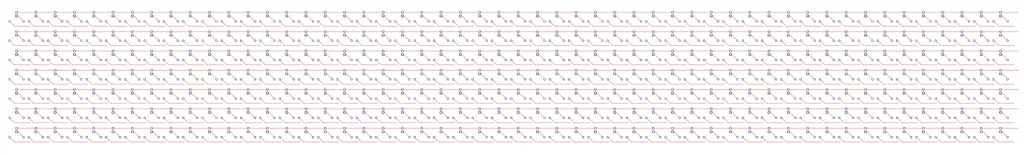
<source format=kicad_pcb>
(kicad_pcb (version 20241229) (generator "pcbnew") (generator_version "9.0")
  (layers (0 "F.Cu" signal) (2 "B.Cu" signal) (13 "F.Paste" user) (15 "B.Paste" user) (5 "F.SilkS" user "F.Silkscreen") (7 "B.SilkS" user "B.Silkscreen") (1 "F.Mask" user) (3 "B.Mask" user) (25 "Edge.Cuts" user))
  (net 0 "")
  (footprint "Resistor_THT:R_Axial_DIN0207_L6.3mm_D2.5mm_P10.16mm_Horizontal" (layer "F.Cu") (at -67.58 61.5)
    (property "Reference" "REF**559" (hide yes))
    (property "Value" "R_Axial_DIN0207_L6.3mm_D2.5mm_P10.16mm_Horizontal" (hide yes))
  )
  (footprint "Resistor_THT:R_Axial_DIN0207_L6.3mm_D2.5mm_P10.16mm_Horizontal" (layer "F.Cu") (at -39.58 47.5)
    (property "Reference" "REF**459" (hide yes))
    (property "Value" "R_Axial_DIN0207_L6.3mm_D2.5mm_P10.16mm_Horizontal" (hide yes))
  )
  (footprint "Resistor_THT:R_Axial_DIN0207_L6.3mm_D2.5mm_P10.16mm_Horizontal" (layer "F.Cu") (at 366.42 -8.5)
    (property "Reference" "REF**101" (hide yes))
    (property "Value" "R_Axial_DIN0207_L6.3mm_D2.5mm_P10.16mm_Horizontal" (hide yes))
  )
  (footprint "Resistor_THT:R_Axial_DIN0207_L6.3mm_D2.5mm_P10.16mm_Horizontal" (layer "F.Cu") (at 128.42 75.5)
    (property "Reference" "REF**691" (hide yes))
    (property "Value" "R_Axial_DIN0207_L6.3mm_D2.5mm_P10.16mm_Horizontal" (hide yes))
  )
  (footprint "LED_THT:LED_D5.0mm" (layer "F.Cu") (at -34.5 1.54 90)
    (property "Reference" "REF**148" (hide yes))
    (property "Value" "LED_D5.0mm" (hide yes))
  )
  (footprint "LED_THT:LED_D5.0mm" (layer "F.Cu") (at -174.5 15.54 90)
    (property "Reference" "REF**232" (hide yes))
    (property "Value" "LED_D5.0mm" (hide yes))
  )
  (footprint "Resistor_THT:R_Axial_DIN0207_L6.3mm_D2.5mm_P10.16mm_Horizontal" (layer "F.Cu") (at 142.42 -8.5)
    (property "Reference" "REF**69" (hide yes))
    (property "Value" "R_Axial_DIN0207_L6.3mm_D2.5mm_P10.16mm_Horizontal" (hide yes))
  )
  (footprint "Resistor_THT:R_Axial_DIN0207_L6.3mm_D2.5mm_P10.16mm_Horizontal" (layer "F.Cu") (at -319.58 5.5)
    (property "Reference" "REF**107" (hide yes))
    (property "Value" "R_Axial_DIN0207_L6.3mm_D2.5mm_P10.16mm_Horizontal" (hide yes))
  )
  (footprint "LED_THT:LED_D5.0mm" (layer "F.Cu") (at -132.5 -12.46 90)
    (property "Reference" "REF**30" (hide yes))
    (property "Value" "LED_D5.0mm" (hide yes))
  )
  (footprint "LED_THT:LED_D5.0mm" (layer "F.Cu") (at -174.5 43.54 90)
    (property "Reference" "REF**440" (hide yes))
    (property "Value" "LED_D5.0mm" (hide yes))
  )
  (footprint "LED_THT:LED_D5.0mm" (layer "F.Cu") (at 371.5 71.54 90)
    (property "Reference" "REF**726" (hide yes))
    (property "Value" "LED_D5.0mm" (hide yes))
  )
  (footprint "LED_THT:LED_D5.0mm" (layer "F.Cu") (at 91.5 43.54 90)
    (property "Reference" "REF**478" (hide yes))
    (property "Value" "LED_D5.0mm" (hide yes))
  )
  (footprint "Resistor_THT:R_Axial_DIN0207_L6.3mm_D2.5mm_P10.16mm_Horizontal" (layer "F.Cu") (at -319.58 19.5)
    (property "Reference" "REF**211" (hide yes))
    (property "Value" "R_Axial_DIN0207_L6.3mm_D2.5mm_P10.16mm_Horizontal" (hide yes))
  )
  (footprint "Resistor_THT:R_Axial_DIN0207_L6.3mm_D2.5mm_P10.16mm_Horizontal" (layer "F.Cu") (at -81.58 5.5)
    (property "Reference" "REF**141" (hide yes))
    (property "Value" "R_Axial_DIN0207_L6.3mm_D2.5mm_P10.16mm_Horizontal" (hide yes))
  )
  (footprint "Resistor_THT:R_Axial_DIN0207_L6.3mm_D2.5mm_P10.16mm_Horizontal" (layer "F.Cu") (at -333.58 61.5)
    (property "Reference" "REF**521" (hide yes))
    (property "Value" "R_Axial_DIN0207_L6.3mm_D2.5mm_P10.16mm_Horizontal" (hide yes))
  )
  (footprint "Resistor_THT:R_Axial_DIN0207_L6.3mm_D2.5mm_P10.16mm_Horizontal" (layer "F.Cu") (at -221.58 5.5)
    (property "Reference" "REF**121" (hide yes))
    (property "Value" "R_Axial_DIN0207_L6.3mm_D2.5mm_P10.16mm_Horizontal" (hide yes))
  )
  (footprint "LED_THT:LED_D5.0mm" (layer "F.Cu") (at -258.5 57.54 90)
    (property "Reference" "REF**532" (hide yes))
    (property "Value" "LED_D5.0mm" (hide yes))
  )
  (footprint "LED_THT:LED_D5.0mm" (layer "F.Cu") (at 231.5 29.54 90)
    (property "Reference" "REF**394" (hide yes))
    (property "Value" "LED_D5.0mm" (hide yes))
  )
  (footprint "LED_THT:LED_D5.0mm" (layer "F.Cu") (at -244.5 1.54 90)
    (property "Reference" "REF**118" (hide yes))
    (property "Value" "LED_D5.0mm" (hide yes))
  )
  (footprint "LED_THT:LED_D5.0mm" (layer "F.Cu") (at 357.5 -12.46 90)
    (property "Reference" "REF**100" (hide yes))
    (property "Value" "LED_D5.0mm" (hide yes))
  )
  (footprint "Resistor_THT:R_Axial_DIN0207_L6.3mm_D2.5mm_P10.16mm_Horizontal" (layer "F.Cu") (at -179.58 47.5)
    (property "Reference" "REF**439" (hide yes))
    (property "Value" "R_Axial_DIN0207_L6.3mm_D2.5mm_P10.16mm_Horizontal" (hide yes))
  )
  (footprint "Resistor_THT:R_Axial_DIN0207_L6.3mm_D2.5mm_P10.16mm_Horizontal" (layer "F.Cu") (at -249.58 75.5)
    (property "Reference" "REF**637" (hide yes))
    (property "Value" "R_Axial_DIN0207_L6.3mm_D2.5mm_P10.16mm_Horizontal" (hide yes))
  )
  (footprint "LED_THT:LED_D5.0mm" (layer "F.Cu") (at -202.5 15.54 90)
    (property "Reference" "REF**228" (hide yes))
    (property "Value" "LED_D5.0mm" (hide yes))
  )
  (footprint "LED_THT:LED_D5.0mm" (layer "F.Cu") (at 7.5 1.54 90)
    (property "Reference" "REF**154" (hide yes))
    (property "Value" "LED_D5.0mm" (hide yes))
  )
  (footprint "LED_THT:LED_D5.0mm" (layer "F.Cu") (at 357.5 1.54 90)
    (property "Reference" "REF**204" (hide yes))
    (property "Value" "LED_D5.0mm" (hide yes))
  )
  (footprint "Resistor_THT:R_Axial_DIN0207_L6.3mm_D2.5mm_P10.16mm_Horizontal" (layer "F.Cu") (at -25.58 47.5)
    (property "Reference" "REF**461" (hide yes))
    (property "Value" "R_Axial_DIN0207_L6.3mm_D2.5mm_P10.16mm_Horizontal" (hide yes))
  )
  (footprint "Resistor_THT:R_Axial_DIN0207_L6.3mm_D2.5mm_P10.16mm_Horizontal" (layer "F.Cu") (at 338.42 33.5)
    (property "Reference" "REF**409" (hide yes))
    (property "Value" "R_Axial_DIN0207_L6.3mm_D2.5mm_P10.16mm_Horizontal" (hide yes))
  )
  (footprint "LED_THT:LED_D5.0mm" (layer "F.Cu") (at -188.5 -12.46 90)
    (property "Reference" "REF**22" (hide yes))
    (property "Value" "LED_D5.0mm" (hide yes))
  )
  (footprint "Resistor_THT:R_Axial_DIN0207_L6.3mm_D2.5mm_P10.16mm_Horizontal" (layer "F.Cu") (at 170.42 5.5)
    (property "Reference" "REF**177" (hide yes))
    (property "Value" "R_Axial_DIN0207_L6.3mm_D2.5mm_P10.16mm_Horizontal" (hide yes))
  )
  (footprint "Resistor_THT:R_Axial_DIN0207_L6.3mm_D2.5mm_P10.16mm_Horizontal" (layer "F.Cu") (at 296.42 -8.5)
    (property "Reference" "REF**91" (hide yes))
    (property "Value" "R_Axial_DIN0207_L6.3mm_D2.5mm_P10.16mm_Horizontal" (hide yes))
  )
  (footprint "LED_THT:LED_D5.0mm" (layer "F.Cu") (at -20.5 57.54 90)
    (property "Reference" "REF**566" (hide yes))
    (property "Value" "LED_D5.0mm" (hide yes))
  )
  (footprint "LED_THT:LED_D5.0mm" (layer "F.Cu") (at 63.5 -12.46 90)
    (property "Reference" "REF**58" (hide yes))
    (property "Value" "LED_D5.0mm" (hide yes))
  )
  (footprint "LED_THT:LED_D5.0mm" (layer "F.Cu") (at -272.5 1.54 90)
    (property "Reference" "REF**114" (hide yes))
    (property "Value" "LED_D5.0mm" (hide yes))
  )
  (footprint "Resistor_THT:R_Axial_DIN0207_L6.3mm_D2.5mm_P10.16mm_Horizontal" (layer "F.Cu") (at -235.58 19.5)
    (property "Reference" "REF**223" (hide yes))
    (property "Value" "R_Axial_DIN0207_L6.3mm_D2.5mm_P10.16mm_Horizontal" (hide yes))
  )
  (footprint "LED_THT:LED_D5.0mm" (layer "F.Cu") (at -160.5 71.54 90)
    (property "Reference" "REF**650" (hide yes))
    (property "Value" "LED_D5.0mm" (hide yes))
  )
  (footprint "LED_THT:LED_D5.0mm" (layer "F.Cu") (at 21.5 43.54 90)
    (property "Reference" "REF**468" (hide yes))
    (property "Value" "LED_D5.0mm" (hide yes))
  )
  (footprint "LED_THT:LED_D5.0mm" (layer "F.Cu") (at -188.5 15.54 90)
    (property "Reference" "REF**230" (hide yes))
    (property "Value" "LED_D5.0mm" (hide yes))
  )
  (footprint "LED_THT:LED_D5.0mm" (layer "F.Cu") (at 273.5 57.54 90)
    (property "Reference" "REF**608" (hide yes))
    (property "Value" "LED_D5.0mm" (hide yes))
  )
  (footprint "Resistor_THT:R_Axial_DIN0207_L6.3mm_D2.5mm_P10.16mm_Horizontal" (layer "F.Cu") (at -123.58 75.5)
    (property "Reference" "REF**655" (hide yes))
    (property "Value" "R_Axial_DIN0207_L6.3mm_D2.5mm_P10.16mm_Horizontal" (hide yes))
  )
  (footprint "LED_THT:LED_D5.0mm" (layer "F.Cu") (at -202.5 43.54 90)
    (property "Reference" "REF**436" (hide yes))
    (property "Value" "LED_D5.0mm" (hide yes))
  )
  (footprint "LED_THT:LED_D5.0mm" (layer "F.Cu") (at -6.5 15.54 90)
    (property "Reference" "REF**256" (hide yes))
    (property "Value" "LED_D5.0mm" (hide yes))
  )
  (footprint "LED_THT:LED_D5.0mm" (layer "F.Cu") (at 147.5 1.54 90)
    (property "Reference" "REF**174" (hide yes))
    (property "Value" "LED_D5.0mm" (hide yes))
  )
  (footprint "Resistor_THT:R_Axial_DIN0207_L6.3mm_D2.5mm_P10.16mm_Horizontal" (layer "F.Cu") (at 198.42 61.5)
    (property "Reference" "REF**597" (hide yes))
    (property "Value" "R_Axial_DIN0207_L6.3mm_D2.5mm_P10.16mm_Horizontal" (hide yes))
  )
  (footprint "LED_THT:LED_D5.0mm" (layer "F.Cu") (at -20.5 29.54 90)
    (property "Reference" "REF**358" (hide yes))
    (property "Value" "LED_D5.0mm" (hide yes))
  )
  (footprint "LED_THT:LED_D5.0mm" (layer "F.Cu") (at 259.5 1.54 90)
    (property "Reference" "REF**190" (hide yes))
    (property "Value" "LED_D5.0mm" (hide yes))
  )
  (footprint "Resistor_THT:R_Axial_DIN0207_L6.3mm_D2.5mm_P10.16mm_Horizontal" (layer "F.Cu") (at 380.42 33.5)
    (property "Reference" "REF**415" (hide yes))
    (property "Value" "R_Axial_DIN0207_L6.3mm_D2.5mm_P10.16mm_Horizontal" (hide yes))
  )
  (footprint "Resistor_THT:R_Axial_DIN0207_L6.3mm_D2.5mm_P10.16mm_Horizontal" (layer "F.Cu") (at -109.58 61.5)
    (property "Reference" "REF**553" (hide yes))
    (property "Value" "R_Axial_DIN0207_L6.3mm_D2.5mm_P10.16mm_Horizontal" (hide yes))
  )
  (footprint "Resistor_THT:R_Axial_DIN0207_L6.3mm_D2.5mm_P10.16mm_Horizontal" (layer "F.Cu") (at -193.58 75.5)
    (property "Reference" "REF**645" (hide yes))
    (property "Value" "R_Axial_DIN0207_L6.3mm_D2.5mm_P10.16mm_Horizontal" (hide yes))
  )
  (footprint "LED_THT:LED_D5.0mm" (layer "F.Cu") (at 189.5 -12.46 90)
    (property "Reference" "REF**76" (hide yes))
    (property "Value" "LED_D5.0mm" (hide yes))
  )
  (footprint "Resistor_THT:R_Axial_DIN0207_L6.3mm_D2.5mm_P10.16mm_Horizontal" (layer "F.Cu") (at 324.42 47.5)
    (property "Reference" "REF**511" (hide yes))
    (property "Value" "R_Axial_DIN0207_L6.3mm_D2.5mm_P10.16mm_Horizontal" (hide yes))
  )
  (footprint "Resistor_THT:R_Axial_DIN0207_L6.3mm_D2.5mm_P10.16mm_Horizontal" (layer "F.Cu") (at -305.58 33.5)
    (property "Reference" "REF**317" (hide yes))
    (property "Value" "R_Axial_DIN0207_L6.3mm_D2.5mm_P10.16mm_Horizontal" (hide yes))
  )
  (footprint "LED_THT:LED_D5.0mm" (layer "F.Cu") (at -188.5 43.54 90)
    (property "Reference" "REF**438" (hide yes))
    (property "Value" "LED_D5.0mm" (hide yes))
  )
  (footprint "LED_THT:LED_D5.0mm" (layer "F.Cu") (at 35.5 43.54 90)
    (property "Reference" "REF**470" (hide yes))
    (property "Value" "LED_D5.0mm" (hide yes))
  )
  (footprint "LED_THT:LED_D5.0mm" (layer "F.Cu") (at 133.5 71.54 90)
    (property "Reference" "REF**692" (hide yes))
    (property "Value" "LED_D5.0mm" (hide yes))
  )
  (footprint "Resistor_THT:R_Axial_DIN0207_L6.3mm_D2.5mm_P10.16mm_Horizontal" (layer "F.Cu") (at 142.42 61.5)
    (property "Reference" "REF**589" (hide yes))
    (property "Value" "R_Axial_DIN0207_L6.3mm_D2.5mm_P10.16mm_Horizontal" (hide yes))
  )
  (footprint "Resistor_THT:R_Axial_DIN0207_L6.3mm_D2.5mm_P10.16mm_Horizontal" (layer "F.Cu") (at 324.42 19.5)
    (property "Reference" "REF**303" (hide yes))
    (property "Value" "R_Axial_DIN0207_L6.3mm_D2.5mm_P10.16mm_Horizontal" (hide yes))
  )
  (footprint "LED_THT:LED_D5.0mm" (layer "F.Cu") (at 217.5 57.54 90)
    (property "Reference" "REF**600" (hide yes))
    (property "Value" "LED_D5.0mm" (hide yes))
  )
  (footprint "LED_THT:LED_D5.0mm" (layer "F.Cu") (at 357.5 71.54 90)
    (property "Reference" "REF**724" (hide yes))
    (property "Value" "LED_D5.0mm" (hide yes))
  )
  (footprint "LED_THT:LED_D5.0mm" (layer "F.Cu") (at 119.5 71.54 90)
    (property "Reference" "REF**690" (hide yes))
    (property "Value" "LED_D5.0mm" (hide yes))
  )
  (footprint "LED_THT:LED_D5.0mm" (layer "F.Cu") (at -62.5 29.54 90)
    (property "Reference" "REF**352" (hide yes))
    (property "Value" "LED_D5.0mm" (hide yes))
  )
  (footprint "LED_THT:LED_D5.0mm" (layer "F.Cu") (at 231.5 15.54 90)
    (property "Reference" "REF**290" (hide yes))
    (property "Value" "LED_D5.0mm" (hide yes))
  )
  (footprint "LED_THT:LED_D5.0mm" (layer "F.Cu") (at -6.5 -12.46 90)
    (property "Reference" "REF**48" (hide yes))
    (property "Value" "LED_D5.0mm" (hide yes))
  )
  (footprint "Resistor_THT:R_Axial_DIN0207_L6.3mm_D2.5mm_P10.16mm_Horizontal" (layer "F.Cu") (at 366.42 33.5)
    (property "Reference" "REF**413" (hide yes))
    (property "Value" "R_Axial_DIN0207_L6.3mm_D2.5mm_P10.16mm_Horizontal" (hide yes))
  )
  (footprint "Resistor_THT:R_Axial_DIN0207_L6.3mm_D2.5mm_P10.16mm_Horizontal" (layer "F.Cu") (at -221.58 33.5)
    (property "Reference" "REF**329" (hide yes))
    (property "Value" "R_Axial_DIN0207_L6.3mm_D2.5mm_P10.16mm_Horizontal" (hide yes))
  )
  (footprint "LED_THT:LED_D5.0mm" (layer "F.Cu") (at -90.5 1.54 90)
    (property "Reference" "REF**140" (hide yes))
    (property "Value" "LED_D5.0mm" (hide yes))
  )
  (footprint "LED_THT:LED_D5.0mm" (layer "F.Cu") (at -230.5 29.54 90)
    (property "Reference" "REF**328" (hide yes))
    (property "Value" "LED_D5.0mm" (hide yes))
  )
  (footprint "Resistor_THT:R_Axial_DIN0207_L6.3mm_D2.5mm_P10.16mm_Horizontal" (layer "F.Cu") (at 296.42 5.5)
    (property "Reference" "REF**195" (hide yes))
    (property "Value" "R_Axial_DIN0207_L6.3mm_D2.5mm_P10.16mm_Horizontal" (hide yes))
  )
  (footprint "Resistor_THT:R_Axial_DIN0207_L6.3mm_D2.5mm_P10.16mm_Horizontal" (layer "F.Cu") (at 324.42 -8.5)
    (property "Reference" "REF**95" (hide yes))
    (property "Value" "R_Axial_DIN0207_L6.3mm_D2.5mm_P10.16mm_Horizontal" (hide yes))
  )
  (footprint "Resistor_THT:R_Axial_DIN0207_L6.3mm_D2.5mm_P10.16mm_Horizontal" (layer "F.Cu") (at 114.42 33.5)
    (property "Reference" "REF**377" (hide yes))
    (property "Value" "R_Axial_DIN0207_L6.3mm_D2.5mm_P10.16mm_Horizontal" (hide yes))
  )
  (footprint "LED_THT:LED_D5.0mm" (layer "F.Cu") (at 21.5 15.54 90)
    (property "Reference" "REF**260" (hide yes))
    (property "Value" "LED_D5.0mm" (hide yes))
  )
  (footprint "LED_THT:LED_D5.0mm" (layer "F.Cu") (at 203.5 57.54 90)
    (property "Reference" "REF**598" (hide yes))
    (property "Value" "LED_D5.0mm" (hide yes))
  )
  (footprint "LED_THT:LED_D5.0mm" (layer "F.Cu") (at 189.5 15.54 90)
    (property "Reference" "REF**284" (hide yes))
    (property "Value" "LED_D5.0mm" (hide yes))
  )
  (footprint "LED_THT:LED_D5.0mm" (layer "F.Cu") (at -76.5 57.54 90)
    (property "Reference" "REF**558" (hide yes))
    (property "Value" "LED_D5.0mm" (hide yes))
  )
  (footprint "Resistor_THT:R_Axial_DIN0207_L6.3mm_D2.5mm_P10.16mm_Horizontal" (layer "F.Cu") (at -81.58 75.5)
    (property "Reference" "REF**661" (hide yes))
    (property "Value" "R_Axial_DIN0207_L6.3mm_D2.5mm_P10.16mm_Horizontal" (hide yes))
  )
  (footprint "LED_THT:LED_D5.0mm" (layer "F.Cu") (at 259.5 -12.46 90)
    (property "Reference" "REF**86" (hide yes))
    (property "Value" "LED_D5.0mm" (hide yes))
  )
  (footprint "Resistor_THT:R_Axial_DIN0207_L6.3mm_D2.5mm_P10.16mm_Horizontal" (layer "F.Cu") (at -207.58 5.5)
    (property "Reference" "REF**123" (hide yes))
    (property "Value" "R_Axial_DIN0207_L6.3mm_D2.5mm_P10.16mm_Horizontal" (hide yes))
  )
  (footprint "LED_THT:LED_D5.0mm" (layer "F.Cu") (at 7.5 43.54 90)
    (property "Reference" "REF**466" (hide yes))
    (property "Value" "LED_D5.0mm" (hide yes))
  )
  (footprint "LED_THT:LED_D5.0mm" (layer "F.Cu") (at -48.5 29.54 90)
    (property "Reference" "REF**354" (hide yes))
    (property "Value" "LED_D5.0mm" (hide yes))
  )
  (footprint "LED_THT:LED_D5.0mm" (layer "F.Cu") (at -62.5 -12.46 90)
    (property "Reference" "REF**40" (hide yes))
    (property "Value" "LED_D5.0mm" (hide yes))
  )
  (footprint "Resistor_THT:R_Axial_DIN0207_L6.3mm_D2.5mm_P10.16mm_Horizontal" (layer "F.Cu") (at -137.58 19.5)
    (property "Reference" "REF**237" (hide yes))
    (property "Value" "R_Axial_DIN0207_L6.3mm_D2.5mm_P10.16mm_Horizontal" (hide yes))
  )
  (footprint "LED_THT:LED_D5.0mm" (layer "F.Cu") (at 357.5 15.54 90)
    (property "Reference" "REF**308" (hide yes))
    (property "Value" "LED_D5.0mm" (hide yes))
  )
  (footprint "LED_THT:LED_D5.0mm" (layer "F.Cu") (at 245.5 43.54 90)
    (property "Reference" "REF**500" (hide yes))
    (property "Value" "LED_D5.0mm" (hide yes))
  )
  (footprint "Resistor_THT:R_Axial_DIN0207_L6.3mm_D2.5mm_P10.16mm_Horizontal" (layer "F.Cu") (at -137.58 5.5)
    (property "Reference" "REF**133" (hide yes))
    (property "Value" "R_Axial_DIN0207_L6.3mm_D2.5mm_P10.16mm_Horizontal" (hide yes))
  )
  (footprint "LED_THT:LED_D5.0mm" (layer "F.Cu") (at 315.5 71.54 90)
    (property "Reference" "REF**718" (hide yes))
    (property "Value" "LED_D5.0mm" (hide yes))
  )
  (footprint "LED_THT:LED_D5.0mm" (layer "F.Cu") (at 161.5 29.54 90)
    (property "Reference" "REF**384" (hide yes))
    (property "Value" "LED_D5.0mm" (hide yes))
  )
  (footprint "Resistor_THT:R_Axial_DIN0207_L6.3mm_D2.5mm_P10.16mm_Horizontal" (layer "F.Cu") (at -81.58 33.5)
    (property "Reference" "REF**349" (hide yes))
    (property "Value" "R_Axial_DIN0207_L6.3mm_D2.5mm_P10.16mm_Horizontal" (hide yes))
  )
  (footprint "LED_THT:LED_D5.0mm" (layer "F.Cu") (at 315.5 1.54 90)
    (property "Reference" "REF**198" (hide yes))
    (property "Value" "LED_D5.0mm" (hide yes))
  )
  (footprint "Resistor_THT:R_Axial_DIN0207_L6.3mm_D2.5mm_P10.16mm_Horizontal" (layer "F.Cu") (at 366.42 75.5)
    (property "Reference" "REF**725" (hide yes))
    (property "Value" "R_Axial_DIN0207_L6.3mm_D2.5mm_P10.16mm_Horizontal" (hide yes))
  )
  (footprint "LED_THT:LED_D5.0mm" (layer "F.Cu") (at -174.5 71.54 90)
    (property "Reference" "REF**648" (hide yes))
    (property "Value" "LED_D5.0mm" (hide yes))
  )
  (footprint "LED_THT:LED_D5.0mm" (layer "F.Cu") (at 7.5 57.54 90)
    (property "Reference" "REF**570" (hide yes))
    (property "Value" "LED_D5.0mm" (hide yes))
  )
  (footprint "Resistor_THT:R_Axial_DIN0207_L6.3mm_D2.5mm_P10.16mm_Horizontal" (layer "F.Cu") (at -235.58 75.5)
    (property "Reference" "REF**639" (hide yes))
    (property "Value" "R_Axial_DIN0207_L6.3mm_D2.5mm_P10.16mm_Horizontal" (hide yes))
  )
  (footprint "Resistor_THT:R_Axial_DIN0207_L6.3mm_D2.5mm_P10.16mm_Horizontal" (layer "F.Cu") (at 184.42 5.5)
    (property "Reference" "REF**179" (hide yes))
    (property "Value" "R_Axial_DIN0207_L6.3mm_D2.5mm_P10.16mm_Horizontal" (hide yes))
  )
  (footprint "Resistor_THT:R_Axial_DIN0207_L6.3mm_D2.5mm_P10.16mm_Horizontal" (layer "F.Cu") (at -53.58 47.5)
    (property "Reference" "REF**457" (hide yes))
    (property "Value" "R_Axial_DIN0207_L6.3mm_D2.5mm_P10.16mm_Horizontal" (hide yes))
  )
  (footprint "Resistor_THT:R_Axial_DIN0207_L6.3mm_D2.5mm_P10.16mm_Horizontal" (layer "F.Cu") (at 184.42 19.5)
    (property "Reference" "REF**283" (hide yes))
    (property "Value" "R_Axial_DIN0207_L6.3mm_D2.5mm_P10.16mm_Horizontal" (hide yes))
  )
  (footprint "Resistor_THT:R_Axial_DIN0207_L6.3mm_D2.5mm_P10.16mm_Horizontal" (layer "F.Cu") (at 380.42 19.5)
    (property "Reference" "REF**311" (hide yes))
    (property "Value" "R_Axial_DIN0207_L6.3mm_D2.5mm_P10.16mm_Horizontal" (hide yes))
  )
  (footprint "Resistor_THT:R_Axial_DIN0207_L6.3mm_D2.5mm_P10.16mm_Horizontal" (layer "F.Cu") (at -179.58 61.5)
    (property "Reference" "REF**543" (hide yes))
    (property "Value" "R_Axial_DIN0207_L6.3mm_D2.5mm_P10.16mm_Horizontal" (hide yes))
  )
  (footprint "Resistor_THT:R_Axial_DIN0207_L6.3mm_D2.5mm_P10.16mm_Horizontal" (layer "F.Cu") (at 156.42 61.5)
    (property "Reference" "REF**591" (hide yes))
    (property "Value" "R_Axial_DIN0207_L6.3mm_D2.5mm_P10.16mm_Horizontal" (hide yes))
  )
  (footprint "Resistor_THT:R_Axial_DIN0207_L6.3mm_D2.5mm_P10.16mm_Horizontal" (layer "F.Cu") (at -39.58 5.5)
    (property "Reference" "REF**147" (hide yes))
    (property "Value" "R_Axial_DIN0207_L6.3mm_D2.5mm_P10.16mm_Horizontal" (hide yes))
  )
  (footprint "LED_THT:LED_D5.0mm" (layer "F.Cu") (at 35.5 1.54 90)
    (property "Reference" "REF**158" (hide yes))
    (property "Value" "LED_D5.0mm" (hide yes))
  )
  (footprint "LED_THT:LED_D5.0mm" (layer "F.Cu") (at 119.5 57.54 90)
    (property "Reference" "REF**586" (hide yes))
    (property "Value" "LED_D5.0mm" (hide yes))
  )
  (footprint "LED_THT:LED_D5.0mm" (layer "F.Cu") (at 329.5 29.54 90)
    (property "Reference" "REF**408" (hide yes))
    (property "Value" "LED_D5.0mm" (hide yes))
  )
  (footprint "Resistor_THT:R_Axial_DIN0207_L6.3mm_D2.5mm_P10.16mm_Horizontal" (layer "F.Cu") (at 352.42 -8.5)
    (property "Reference" "REF**99" (hide yes))
    (property "Value" "R_Axial_DIN0207_L6.3mm_D2.5mm_P10.16mm_Horizontal" (hide yes))
  )
  (footprint "Resistor_THT:R_Axial_DIN0207_L6.3mm_D2.5mm_P10.16mm_Horizontal" (layer "F.Cu") (at 16.42 -8.5)
    (property "Reference" "REF**51" (hide yes))
    (property "Value" "R_Axial_DIN0207_L6.3mm_D2.5mm_P10.16mm_Horizontal" (hide yes))
  )
  (footprint "Resistor_THT:R_Axial_DIN0207_L6.3mm_D2.5mm_P10.16mm_Horizontal" (layer "F.Cu") (at -81.58 19.5)
    (property "Reference" "REF**245" (hide yes))
    (property "Value" "R_Axial_DIN0207_L6.3mm_D2.5mm_P10.16mm_Horizontal" (hide yes))
  )
  (footprint "LED_THT:LED_D5.0mm" (layer "F.Cu") (at 49.5 43.54 90)
    (property "Reference" "REF**472" (hide yes))
    (property "Value" "LED_D5.0mm" (hide yes))
  )
  (footprint "Resistor_THT:R_Axial_DIN0207_L6.3mm_D2.5mm_P10.16mm_Horizontal" (layer "F.Cu") (at 86.42 47.5)
    (property "Reference" "REF**477" (hide yes))
    (property "Value" "R_Axial_DIN0207_L6.3mm_D2.5mm_P10.16mm_Horizontal" (hide yes))
  )
  (footprint "LED_THT:LED_D5.0mm" (layer "F.Cu") (at 217.5 -12.46 90)
    (property "Reference" "REF**80" (hide yes))
    (property "Value" "LED_D5.0mm" (hide yes))
  )
  (footprint "Resistor_THT:R_Axial_DIN0207_L6.3mm_D2.5mm_P10.16mm_Horizontal" (layer "F.Cu") (at 114.42 5.5)
    (property "Reference" "REF**169" (hide yes))
    (property "Value" "R_Axial_DIN0207_L6.3mm_D2.5mm_P10.16mm_Horizontal" (hide yes))
  )
  (footprint "Resistor_THT:R_Axial_DIN0207_L6.3mm_D2.5mm_P10.16mm_Horizontal" (layer "F.Cu") (at -67.58 47.5)
    (property "Reference" "REF**455" (hide yes))
    (property "Value" "R_Axial_DIN0207_L6.3mm_D2.5mm_P10.16mm_Horizontal" (hide yes))
  )
  (footprint "Resistor_THT:R_Axial_DIN0207_L6.3mm_D2.5mm_P10.16mm_Horizontal" (layer "F.Cu") (at -291.58 19.5)
    (property "Reference" "REF**215" (hide yes))
    (property "Value" "R_Axial_DIN0207_L6.3mm_D2.5mm_P10.16mm_Horizontal" (hide yes))
  )
  (footprint "LED_THT:LED_D5.0mm" (layer "F.Cu") (at -132.5 15.54 90)
    (property "Reference" "REF**238" (hide yes))
    (property "Value" "LED_D5.0mm" (hide yes))
  )
  (footprint "LED_THT:LED_D5.0mm" (layer "F.Cu") (at -258.5 -12.46 90)
    (property "Reference" "REF**12" (hide yes))
    (property "Value" "LED_D5.0mm" (hide yes))
  )
  (footprint "Resistor_THT:R_Axial_DIN0207_L6.3mm_D2.5mm_P10.16mm_Horizontal" (layer "F.Cu") (at 156.42 19.5)
    (property "Reference" "REF**279" (hide yes))
    (property "Value" "R_Axial_DIN0207_L6.3mm_D2.5mm_P10.16mm_Horizontal" (hide yes))
  )
  (footprint "LED_THT:LED_D5.0mm" (layer "F.Cu") (at 287.5 71.54 90)
    (property "Reference" "REF**714" (hide yes))
    (property "Value" "LED_D5.0mm" (hide yes))
  )
  (footprint "LED_THT:LED_D5.0mm" (layer "F.Cu") (at -314.5 1.54 90)
    (property "Reference" "REF**108" (hide yes))
    (property "Value" "LED_D5.0mm" (hide yes))
  )
  (footprint "LED_THT:LED_D5.0mm" (layer "F.Cu") (at 273.5 -12.46 90)
    (property "Reference" "REF**88" (hide yes))
    (property "Value" "LED_D5.0mm" (hide yes))
  )
  (footprint "LED_THT:LED_D5.0mm" (layer "F.Cu") (at 7.5 15.54 90)
    (property "Reference" "REF**258" (hide yes))
    (property "Value" "LED_D5.0mm" (hide yes))
  )
  (footprint "Resistor_THT:R_Axial_DIN0207_L6.3mm_D2.5mm_P10.16mm_Horizontal" (layer "F.Cu") (at -137.58 61.5)
    (property "Reference" "REF**549" (hide yes))
    (property "Value" "R_Axial_DIN0207_L6.3mm_D2.5mm_P10.16mm_Horizontal" (hide yes))
  )
  (footprint "Resistor_THT:R_Axial_DIN0207_L6.3mm_D2.5mm_P10.16mm_Horizontal" (layer "F.Cu") (at -165.58 5.5)
    (property "Reference" "REF**129" (hide yes))
    (property "Value" "R_Axial_DIN0207_L6.3mm_D2.5mm_P10.16mm_Horizontal" (hide yes))
  )
  (footprint "Resistor_THT:R_Axial_DIN0207_L6.3mm_D2.5mm_P10.16mm_Horizontal" (layer "F.Cu") (at 254.42 61.5)
    (property "Reference" "REF**605" (hide yes))
    (property "Value" "R_Axial_DIN0207_L6.3mm_D2.5mm_P10.16mm_Horizontal" (hide yes))
  )
  (footprint "Resistor_THT:R_Axial_DIN0207_L6.3mm_D2.5mm_P10.16mm_Horizontal" (layer "F.Cu") (at 254.42 5.5)
    (property "Reference" "REF**189" (hide yes))
    (property "Value" "R_Axial_DIN0207_L6.3mm_D2.5mm_P10.16mm_Horizontal" (hide yes))
  )
  (footprint "Resistor_THT:R_Axial_DIN0207_L6.3mm_D2.5mm_P10.16mm_Horizontal" (layer "F.Cu") (at 156.42 5.5)
    (property "Reference" "REF**175" (hide yes))
    (property "Value" "R_Axial_DIN0207_L6.3mm_D2.5mm_P10.16mm_Horizontal" (hide yes))
  )
  (footprint "Resistor_THT:R_Axial_DIN0207_L6.3mm_D2.5mm_P10.16mm_Horizontal" (layer "F.Cu") (at -95.58 -8.5)
    (property "Reference" "REF**35" (hide yes))
    (property "Value" "R_Axial_DIN0207_L6.3mm_D2.5mm_P10.16mm_Horizontal" (hide yes))
  )
  (footprint "Resistor_THT:R_Axial_DIN0207_L6.3mm_D2.5mm_P10.16mm_Horizontal" (layer "F.Cu") (at 86.42 75.5)
    (property "Reference" "REF**685" (hide yes))
    (property "Value" "R_Axial_DIN0207_L6.3mm_D2.5mm_P10.16mm_Horizontal" (hide yes))
  )
  (footprint "LED_THT:LED_D5.0mm" (layer "F.Cu") (at 7.5 -12.46 90)
    (property "Reference" "REF**50" (hide yes))
    (property "Value" "LED_D5.0mm" (hide yes))
  )
  (footprint "Resistor_THT:R_Axial_DIN0207_L6.3mm_D2.5mm_P10.16mm_Horizontal" (layer "F.Cu") (at -109.58 75.5)
    (property "Reference" "REF**657" (hide yes))
    (property "Value" "R_Axial_DIN0207_L6.3mm_D2.5mm_P10.16mm_Horizontal" (hide yes))
  )
  (footprint "Resistor_THT:R_Axial_DIN0207_L6.3mm_D2.5mm_P10.16mm_Horizontal" (layer "F.Cu") (at 16.42 75.5)
    (property "Reference" "REF**675" (hide yes))
    (property "Value" "R_Axial_DIN0207_L6.3mm_D2.5mm_P10.16mm_Horizontal" (hide yes))
  )
  (footprint "Resistor_THT:R_Axial_DIN0207_L6.3mm_D2.5mm_P10.16mm_Horizontal" (layer "F.Cu") (at -179.58 5.5)
    (property "Reference" "REF**127" (hide yes))
    (property "Value" "R_Axial_DIN0207_L6.3mm_D2.5mm_P10.16mm_Horizontal" (hide yes))
  )
  (footprint "Resistor_THT:R_Axial_DIN0207_L6.3mm_D2.5mm_P10.16mm_Horizontal" (layer "F.Cu") (at 86.42 5.5)
    (property "Reference" "REF**165" (hide yes))
    (property "Value" "R_Axial_DIN0207_L6.3mm_D2.5mm_P10.16mm_Horizontal" (hide yes))
  )
  (footprint "Resistor_THT:R_Axial_DIN0207_L6.3mm_D2.5mm_P10.16mm_Horizontal" (layer "F.Cu") (at -25.58 -8.5)
    (property "Reference" "REF**45" (hide yes))
    (property "Value" "R_Axial_DIN0207_L6.3mm_D2.5mm_P10.16mm_Horizontal" (hide yes))
  )
  (footprint "LED_THT:LED_D5.0mm" (layer "F.Cu") (at -62.5 15.54 90)
    (property "Reference" "REF**248" (hide yes))
    (property "Value" "LED_D5.0mm" (hide yes))
  )
  (footprint "Resistor_THT:R_Axial_DIN0207_L6.3mm_D2.5mm_P10.16mm_Horizontal" (layer "F.Cu") (at 366.42 61.5)
    (property "Reference" "REF**621" (hide yes))
    (property "Value" "R_Axial_DIN0207_L6.3mm_D2.5mm_P10.16mm_Horizontal" (hide yes))
  )
  (footprint "LED_THT:LED_D5.0mm" (layer "F.Cu") (at 343.5 1.54 90)
    (property "Reference" "REF**202" (hide yes))
    (property "Value" "LED_D5.0mm" (hide yes))
  )
  (footprint "Resistor_THT:R_Axial_DIN0207_L6.3mm_D2.5mm_P10.16mm_Horizontal" (layer "F.Cu") (at -277.58 19.5)
    (property "Reference" "REF**217" (hide yes))
    (property "Value" "R_Axial_DIN0207_L6.3mm_D2.5mm_P10.16mm_Horizontal" (hide yes))
  )
  (footprint "Resistor_THT:R_Axial_DIN0207_L6.3mm_D2.5mm_P10.16mm_Horizontal" (layer "F.Cu") (at -81.58 47.5)
    (property "Reference" "REF**453" (hide yes))
    (property "Value" "R_Axial_DIN0207_L6.3mm_D2.5mm_P10.16mm_Horizontal" (hide yes))
  )
  (footprint "Resistor_THT:R_Axial_DIN0207_L6.3mm_D2.5mm_P10.16mm_Horizontal" (layer "F.Cu") (at 128.42 19.5)
    (property "Reference" "REF**275" (hide yes))
    (property "Value" "R_Axial_DIN0207_L6.3mm_D2.5mm_P10.16mm_Horizontal" (hide yes))
  )
  (footprint "Resistor_THT:R_Axial_DIN0207_L6.3mm_D2.5mm_P10.16mm_Horizontal" (layer "F.Cu") (at 240.42 61.5)
    (property "Reference" "REF**603" (hide yes))
    (property "Value" "R_Axial_DIN0207_L6.3mm_D2.5mm_P10.16mm_Horizontal" (hide yes))
  )
  (footprint "LED_THT:LED_D5.0mm" (layer "F.Cu") (at -34.5 71.54 90)
    (property "Reference" "REF**668" (hide yes))
    (property "Value" "LED_D5.0mm" (hide yes))
  )
  (footprint "Resistor_THT:R_Axial_DIN0207_L6.3mm_D2.5mm_P10.16mm_Horizontal" (layer "F.Cu") (at -319.58 33.5)
    (property "Reference" "REF**315" (hide yes))
    (property "Value" "R_Axial_DIN0207_L6.3mm_D2.5mm_P10.16mm_Horizontal" (hide yes))
  )
  (footprint "Resistor_THT:R_Axial_DIN0207_L6.3mm_D2.5mm_P10.16mm_Horizontal" (layer "F.Cu") (at 254.42 -8.5)
    (property "Reference" "REF**85" (hide yes))
    (property "Value" "R_Axial_DIN0207_L6.3mm_D2.5mm_P10.16mm_Horizontal" (hide yes))
  )
  (footprint "LED_THT:LED_D5.0mm" (layer "F.Cu") (at 315.5 43.54 90)
    (property "Reference" "REF**510" (hide yes))
    (property "Value" "LED_D5.0mm" (hide yes))
  )
  (footprint "LED_THT:LED_D5.0mm" (layer "F.Cu") (at 217.5 71.54 90)
    (property "Reference" "REF**704" (hide yes))
    (property "Value" "LED_D5.0mm" (hide yes))
  )
  (footprint "Resistor_THT:R_Axial_DIN0207_L6.3mm_D2.5mm_P10.16mm_Horizontal" (layer "F.Cu") (at -291.58 47.5)
    (property "Reference" "REF**423" (hide yes))
    (property "Value" "R_Axial_DIN0207_L6.3mm_D2.5mm_P10.16mm_Horizontal" (hide yes))
  )
  (footprint "LED_THT:LED_D5.0mm" (layer "F.Cu") (at -90.5 57.54 90)
    (property "Reference" "REF**556" (hide yes))
    (property "Value" "LED_D5.0mm" (hide yes))
  )
  (footprint "Resistor_THT:R_Axial_DIN0207_L6.3mm_D2.5mm_P10.16mm_Horizontal" (layer "F.Cu") (at 212.42 19.5)
    (property "Reference" "REF**287" (hide yes))
    (property "Value" "R_Axial_DIN0207_L6.3mm_D2.5mm_P10.16mm_Horizontal" (hide yes))
  )
  (footprint "Resistor_THT:R_Axial_DIN0207_L6.3mm_D2.5mm_P10.16mm_Horizontal" (layer "F.Cu") (at -25.58 19.5)
    (property "Reference" "REF**253" (hide yes))
    (property "Value" "R_Axial_DIN0207_L6.3mm_D2.5mm_P10.16mm_Horizontal" (hide yes))
  )
  (footprint "Resistor_THT:R_Axial_DIN0207_L6.3mm_D2.5mm_P10.16mm_Horizontal" (layer "F.Cu") (at 338.42 19.5)
    (property "Reference" "REF**305" (hide yes))
    (property "Value" "R_Axial_DIN0207_L6.3mm_D2.5mm_P10.16mm_Horizontal" (hide yes))
  )
  (footprint "LED_THT:LED_D5.0mm" (layer "F.Cu") (at 147.5 29.54 90)
    (property "Reference" "REF**382" (hide yes))
    (property "Value" "LED_D5.0mm" (hide yes))
  )
  (footprint "LED_THT:LED_D5.0mm" (layer "F.Cu") (at 133.5 -12.46 90)
    (property "Reference" "REF**68" (hide yes))
    (property "Value" "LED_D5.0mm" (hide yes))
  )
  (footprint "LED_THT:LED_D5.0mm" (layer "F.Cu") (at -6.5 43.54 90)
    (property "Reference" "REF**464" (hide yes))
    (property "Value" "LED_D5.0mm" (hide yes))
  )
  (footprint "LED_THT:LED_D5.0mm" (layer "F.Cu") (at 21.5 1.54 90)
    (property "Reference" "REF**156" (hide yes))
    (property "Value" "LED_D5.0mm" (hide yes))
  )
  (footprint "Resistor_THT:R_Axial_DIN0207_L6.3mm_D2.5mm_P10.16mm_Horizontal" (layer "F.Cu") (at -53.58 61.5)
    (property "Reference" "REF**561" (hide yes))
    (property "Value" "R_Axial_DIN0207_L6.3mm_D2.5mm_P10.16mm_Horizontal" (hide yes))
  )
  (footprint "LED_THT:LED_D5.0mm" (layer "F.Cu") (at -118.5 71.54 90)
    (property "Reference" "REF**656" (hide yes))
    (property "Value" "LED_D5.0mm" (hide yes))
  )
  (footprint "Resistor_THT:R_Axial_DIN0207_L6.3mm_D2.5mm_P10.16mm_Horizontal" (layer "F.Cu") (at -151.58 -8.5)
    (property "Reference" "REF**27" (hide yes))
    (property "Value" "R_Axial_DIN0207_L6.3mm_D2.5mm_P10.16mm_Horizontal" (hide yes))
  )
  (footprint "LED_THT:LED_D5.0mm" (layer "F.Cu") (at 77.5 15.54 90)
    (property "Reference" "REF**268" (hide yes))
    (property "Value" "LED_D5.0mm" (hide yes))
  )
  (footprint "Resistor_THT:R_Axial_DIN0207_L6.3mm_D2.5mm_P10.16mm_Horizontal" (layer "F.Cu") (at 282.42 61.5)
    (property "Reference" "REF**609" (hide yes))
    (property "Value" "R_Axial_DIN0207_L6.3mm_D2.5mm_P10.16mm_Horizontal" (hide yes))
  )
  (footprint "LED_THT:LED_D5.0mm" (layer "F.Cu") (at -118.5 29.54 90)
    (property "Reference" "REF**344" (hide yes))
    (property "Value" "LED_D5.0mm" (hide yes))
  )
  (footprint "Resistor_THT:R_Axial_DIN0207_L6.3mm_D2.5mm_P10.16mm_Horizontal" (layer "F.Cu") (at -291.58 61.5)
    (property "Reference" "REF**527" (hide yes))
    (property "Value" "R_Axial_DIN0207_L6.3mm_D2.5mm_P10.16mm_Horizontal" (hide yes))
  )
  (footprint "Resistor_THT:R_Axial_DIN0207_L6.3mm_D2.5mm_P10.16mm_Horizontal" (layer "F.Cu") (at -67.58 75.5)
    (property "Reference" "REF**663" (hide yes))
    (property "Value" "R_Axial_DIN0207_L6.3mm_D2.5mm_P10.16mm_Horizontal" (hide yes))
  )
  (footprint "Resistor_THT:R_Axial_DIN0207_L6.3mm_D2.5mm_P10.16mm_Horizontal" (layer "F.Cu") (at 198.42 5.5)
    (property "Reference" "REF**181" (hide yes))
    (property "Value" "R_Axial_DIN0207_L6.3mm_D2.5mm_P10.16mm_Horizontal" (hide yes))
  )
  (footprint "Resistor_THT:R_Axial_DIN0207_L6.3mm_D2.5mm_P10.16mm_Horizontal" (layer "F.Cu") (at 226.42 75.5)
    (property "Reference" "REF**705" (hide yes))
    (property "Value" "R_Axial_DIN0207_L6.3mm_D2.5mm_P10.16mm_Horizontal" (hide yes))
  )
  (footprint "LED_THT:LED_D5.0mm" (layer "F.Cu") (at 161.5 15.54 90)
    (property "Reference" "REF**280" (hide yes))
    (property "Value" "LED_D5.0mm" (hide yes))
  )
  (footprint "LED_THT:LED_D5.0mm" (layer "F.Cu") (at 161.5 57.54 90)
    (property "Reference" "REF**592" (hide yes))
    (property "Value" "LED_D5.0mm" (hide yes))
  )
  (footprint "LED_THT:LED_D5.0mm" (layer "F.Cu") (at 175.5 57.54 90)
    (property "Reference" "REF**594" (hide yes))
    (property "Value" "LED_D5.0mm" (hide yes))
  )
  (footprint "LED_THT:LED_D5.0mm" (layer "F.Cu") (at 35.5 71.54 90)
    (property "Reference" "REF**678" (hide yes))
    (property "Value" "LED_D5.0mm" (hide yes))
  )
  (footprint "LED_THT:LED_D5.0mm" (layer "F.Cu") (at 385.5 43.54 90)
    (property "Reference" "REF**520" (hide yes))
    (property "Value" "LED_D5.0mm" (hide yes))
  )
  (footprint "LED_THT:LED_D5.0mm" (layer "F.Cu") (at 371.5 57.54 90)
    (property "Reference" "REF**622" (hide yes))
    (property "Value" "LED_D5.0mm" (hide yes))
  )
  (footprint "Resistor_THT:R_Axial_DIN0207_L6.3mm_D2.5mm_P10.16mm_Horizontal" (layer "F.Cu") (at -39.58 61.5)
    (property "Reference" "REF**563" (hide yes))
    (property "Value" "R_Axial_DIN0207_L6.3mm_D2.5mm_P10.16mm_Horizontal" (hide yes))
  )
  (footprint "LED_THT:LED_D5.0mm" (layer "F.Cu") (at 259.5 57.54 90)
    (property "Reference" "REF**606" (hide yes))
    (property "Value" "LED_D5.0mm" (hide yes))
  )
  (footprint "LED_THT:LED_D5.0mm" (layer "F.Cu") (at -20.5 -12.46 90)
    (property "Reference" "REF**46" (hide yes))
    (property "Value" "LED_D5.0mm" (hide yes))
  )
  (footprint "Resistor_THT:R_Axial_DIN0207_L6.3mm_D2.5mm_P10.16mm_Horizontal" (layer "F.Cu") (at 296.42 47.5)
    (property "Reference" "REF**507" (hide yes))
    (property "Value" "R_Axial_DIN0207_L6.3mm_D2.5mm_P10.16mm_Horizontal" (hide yes))
  )
  (footprint "Resistor_THT:R_Axial_DIN0207_L6.3mm_D2.5mm_P10.16mm_Horizontal" (layer "F.Cu") (at 212.42 -8.5)
    (property "Reference" "REF**79" (hide yes))
    (property "Value" "R_Axial_DIN0207_L6.3mm_D2.5mm_P10.16mm_Horizontal" (hide yes))
  )
  (footprint "LED_THT:LED_D5.0mm" (layer "F.Cu") (at 287.5 29.54 90)
    (property "Reference" "REF**402" (hide yes))
    (property "Value" "LED_D5.0mm" (hide yes))
  )
  (footprint "LED_THT:LED_D5.0mm" (layer "F.Cu") (at 161.5 43.54 90)
    (property "Reference" "REF**488" (hide yes))
    (property "Value" "LED_D5.0mm" (hide yes))
  )
  (footprint "LED_THT:LED_D5.0mm" (layer "F.Cu") (at -62.5 71.54 90)
    (property "Reference" "REF**664" (hide yes))
    (property "Value" "LED_D5.0mm" (hide yes))
  )
  (footprint "LED_THT:LED_D5.0mm" (layer "F.Cu") (at 273.5 43.54 90)
    (property "Reference" "REF**504" (hide yes))
    (property "Value" "LED_D5.0mm" (hide yes))
  )
  (footprint "LED_THT:LED_D5.0mm" (layer "F.Cu") (at -104.5 1.54 90)
    (property "Reference" "REF**138" (hide yes))
    (property "Value" "LED_D5.0mm" (hide yes))
  )
  (footprint "LED_THT:LED_D5.0mm" (layer "F.Cu") (at 329.5 43.54 90)
    (property "Reference" "REF**512" (hide yes))
    (property "Value" "LED_D5.0mm" (hide yes))
  )
  (footprint "LED_THT:LED_D5.0mm" (layer "F.Cu") (at -202.5 -12.46 90)
    (property "Reference" "REF**20" (hide yes))
    (property "Value" "LED_D5.0mm" (hide yes))
  )
  (footprint "LED_THT:LED_D5.0mm" (layer "F.Cu") (at -300.5 43.54 90)
    (property "Reference" "REF**422" (hide yes))
    (property "Value" "LED_D5.0mm" (hide yes))
  )
  (footprint "Resistor_THT:R_Axial_DIN0207_L6.3mm_D2.5mm_P10.16mm_Horizontal" (layer "F.Cu") (at -235.58 -8.5)
    (property "Reference" "REF**15" (hide yes))
    (property "Value" "R_Axial_DIN0207_L6.3mm_D2.5mm_P10.16mm_Horizontal" (hide yes))
  )
  (footprint "LED_THT:LED_D5.0mm" (layer "F.Cu") (at -216.5 71.54 90)
    (property "Reference" "REF**642" (hide yes))
    (property "Value" "LED_D5.0mm" (hide yes))
  )
  (footprint "LED_THT:LED_D5.0mm" (layer "F.Cu") (at 301.5 -12.46 90)
    (property "Reference" "REF**92" (hide yes))
    (property "Value" "LED_D5.0mm" (hide yes))
  )
  (footprint "Resistor_THT:R_Axial_DIN0207_L6.3mm_D2.5mm_P10.16mm_Horizontal" (layer "F.Cu") (at -123.58 33.5)
    (property "Reference" "REF**343" (hide yes))
    (property "Value" "R_Axial_DIN0207_L6.3mm_D2.5mm_P10.16mm_Horizontal" (hide yes))
  )
  (footprint "Resistor_THT:R_Axial_DIN0207_L6.3mm_D2.5mm_P10.16mm_Horizontal" (layer "F.Cu") (at 30.42 47.5)
    (property "Reference" "REF**469" (hide yes))
    (property "Value" "R_Axial_DIN0207_L6.3mm_D2.5mm_P10.16mm_Horizontal" (hide yes))
  )
  (footprint "LED_THT:LED_D5.0mm" (layer "F.Cu") (at 259.5 29.54 90)
    (property "Reference" "REF**398" (hide yes))
    (property "Value" "LED_D5.0mm" (hide yes))
  )
  (footprint "Resistor_THT:R_Axial_DIN0207_L6.3mm_D2.5mm_P10.16mm_Horizontal" (layer "F.Cu") (at -137.58 -8.5)
    (property "Reference" "REF**29" (hide yes))
    (property "Value" "R_Axial_DIN0207_L6.3mm_D2.5mm_P10.16mm_Horizontal" (hide yes))
  )
  (footprint "LED_THT:LED_D5.0mm" (layer "F.Cu") (at -216.5 1.54 90)
    (property "Reference" "REF**122" (hide yes))
    (property "Value" "LED_D5.0mm" (hide yes))
  )
  (footprint "LED_THT:LED_D5.0mm" (layer "F.Cu") (at -34.5 15.54 90)
    (property "Reference" "REF**252" (hide yes))
    (property "Value" "LED_D5.0mm" (hide yes))
  )
  (footprint "Resistor_THT:R_Axial_DIN0207_L6.3mm_D2.5mm_P10.16mm_Horizontal" (layer "F.Cu") (at -109.58 47.5)
    (property "Reference" "REF**449" (hide yes))
    (property "Value" "R_Axial_DIN0207_L6.3mm_D2.5mm_P10.16mm_Horizontal" (hide yes))
  )
  (footprint "LED_THT:LED_D5.0mm" (layer "F.Cu") (at -216.5 29.54 90)
    (property "Reference" "REF**330" (hide yes))
    (property "Value" "LED_D5.0mm" (hide yes))
  )
  (footprint "Resistor_THT:R_Axial_DIN0207_L6.3mm_D2.5mm_P10.16mm_Horizontal" (layer "F.Cu") (at 44.42 19.5)
    (property "Reference" "REF**263" (hide yes))
    (property "Value" "R_Axial_DIN0207_L6.3mm_D2.5mm_P10.16mm_Horizontal" (hide yes))
  )
  (footprint "LED_THT:LED_D5.0mm" (layer "F.Cu") (at -174.5 57.54 90)
    (property "Reference" "REF**544" (hide yes))
    (property "Value" "LED_D5.0mm" (hide yes))
  )
  (footprint "LED_THT:LED_D5.0mm" (layer "F.Cu") (at -300.5 15.54 90)
    (property "Reference" "REF**214" (hide yes))
    (property "Value" "LED_D5.0mm" (hide yes))
  )
  (footprint "LED_THT:LED_D5.0mm" (layer "F.Cu") (at -258.5 15.54 90)
    (property "Reference" "REF**220" (hide yes))
    (property "Value" "LED_D5.0mm" (hide yes))
  )
  (footprint "Resistor_THT:R_Axial_DIN0207_L6.3mm_D2.5mm_P10.16mm_Horizontal" (layer "F.Cu") (at 352.42 61.5)
    (property "Reference" "REF**619" (hide yes))
    (property "Value" "R_Axial_DIN0207_L6.3mm_D2.5mm_P10.16mm_Horizontal" (hide yes))
  )
  (footprint "Resistor_THT:R_Axial_DIN0207_L6.3mm_D2.5mm_P10.16mm_Horizontal" (layer "F.Cu") (at -53.58 19.5)
    (property "Reference" "REF**249" (hide yes))
    (property "Value" "R_Axial_DIN0207_L6.3mm_D2.5mm_P10.16mm_Horizontal" (hide yes))
  )
  (footprint "LED_THT:LED_D5.0mm" (layer "F.Cu") (at 385.5 29.54 90)
    (property "Reference" "REF**416" (hide yes))
    (property "Value" "LED_D5.0mm" (hide yes))
  )
  (footprint "LED_THT:LED_D5.0mm" (layer "F.Cu") (at 301.5 1.54 90)
    (property "Reference" "REF**196" (hide yes))
    (property "Value" "LED_D5.0mm" (hide yes))
  )
  (footprint "Resistor_THT:R_Axial_DIN0207_L6.3mm_D2.5mm_P10.16mm_Horizontal" (layer "F.Cu") (at 226.42 19.5)
    (property "Reference" "REF**289" (hide yes))
    (property "Value" "R_Axial_DIN0207_L6.3mm_D2.5mm_P10.16mm_Horizontal" (hide yes))
  )
  (footprint "LED_THT:LED_D5.0mm" (layer "F.Cu") (at -328.5 71.54 90)
    (property "Reference" "REF**626" (hide yes))
    (property "Value" "LED_D5.0mm" (hide yes))
  )
  (footprint "Resistor_THT:R_Axial_DIN0207_L6.3mm_D2.5mm_P10.16mm_Horizontal" (layer "F.Cu") (at 72.42 33.5)
    (property "Reference" "REF**371" (hide yes))
    (property "Value" "R_Axial_DIN0207_L6.3mm_D2.5mm_P10.16mm_Horizontal" (hide yes))
  )
  (footprint "LED_THT:LED_D5.0mm" (layer "F.Cu") (at -104.5 15.54 90)
    (property "Reference" "REF**242" (hide yes))
    (property "Value" "LED_D5.0mm" (hide yes))
  )
  (footprint "Resistor_THT:R_Axial_DIN0207_L6.3mm_D2.5mm_P10.16mm_Horizontal" (layer "F.Cu") (at -151.58 61.5)
    (property "Reference" "REF**547" (hide yes))
    (property "Value" "R_Axial_DIN0207_L6.3mm_D2.5mm_P10.16mm_Horizontal" (hide yes))
  )
  (footprint "LED_THT:LED_D5.0mm" (layer "F.Cu") (at 315.5 29.54 90)
    (property "Reference" "REF**406" (hide yes))
    (property "Value" "LED_D5.0mm" (hide yes))
  )
  (footprint "LED_THT:LED_D5.0mm" (layer "F.Cu") (at 175.5 1.54 90)
    (property "Reference" "REF**178" (hide yes))
    (property "Value" "LED_D5.0mm" (hide yes))
  )
  (footprint "LED_THT:LED_D5.0mm" (layer "F.Cu") (at 301.5 71.54 90)
    (property "Reference" "REF**716" (hide yes))
    (property "Value" "LED_D5.0mm" (hide yes))
  )
  (footprint "LED_THT:LED_D5.0mm" (layer "F.Cu") (at -314.5 71.54 90)
    (property "Reference" "REF**628" (hide yes))
    (property "Value" "LED_D5.0mm" (hide yes))
  )
  (footprint "LED_THT:LED_D5.0mm" (layer "F.Cu") (at 189.5 29.54 90)
    (property "Reference" "REF**388" (hide yes))
    (property "Value" "LED_D5.0mm" (hide yes))
  )
  (footprint "Resistor_THT:R_Axial_DIN0207_L6.3mm_D2.5mm_P10.16mm_Horizontal" (layer "F.Cu") (at -221.58 47.5)
    (property "Reference" "REF**433" (hide yes))
    (property "Value" "R_Axial_DIN0207_L6.3mm_D2.5mm_P10.16mm_Horizontal" (hide yes))
  )
  (footprint "Resistor_THT:R_Axial_DIN0207_L6.3mm_D2.5mm_P10.16mm_Horizontal" (layer "F.Cu") (at 2.42 75.5)
    (property "Reference" "REF**673" (hide yes))
    (property "Value" "R_Axial_DIN0207_L6.3mm_D2.5mm_P10.16mm_Horizontal" (hide yes))
  )
  (footprint "LED_THT:LED_D5.0mm" (layer "F.Cu") (at -314.5 29.54 90)
    (property "Reference" "REF**316" (hide yes))
    (property "Value" "LED_D5.0mm" (hide yes))
  )
  (footprint "LED_THT:LED_D5.0mm" (layer "F.Cu") (at -20.5 1.54 90)
    (property "Reference" "REF**150" (hide yes))
    (property "Value" "LED_D5.0mm" (hide yes))
  )
  (footprint "LED_THT:LED_D5.0mm" (layer "F.Cu") (at 371.5 -12.46 90)
    (property "Reference" "REF**102" (hide yes))
    (property "Value" "LED_D5.0mm" (hide yes))
  )
  (footprint "Resistor_THT:R_Axial_DIN0207_L6.3mm_D2.5mm_P10.16mm_Horizontal" (layer "F.Cu") (at 226.42 61.5)
    (property "Reference" "REF**601" (hide yes))
    (property "Value" "R_Axial_DIN0207_L6.3mm_D2.5mm_P10.16mm_Horizontal" (hide yes))
  )
  (footprint "LED_THT:LED_D5.0mm" (layer "F.Cu") (at 175.5 43.54 90)
    (property "Reference" "REF**490" (hide yes))
    (property "Value" "LED_D5.0mm" (hide yes))
  )
  (footprint "Resistor_THT:R_Axial_DIN0207_L6.3mm_D2.5mm_P10.16mm_Horizontal" (layer "F.Cu") (at -25.58 61.5)
    (property "Reference" "REF**565" (hide yes))
    (property "Value" "R_Axial_DIN0207_L6.3mm_D2.5mm_P10.16mm_Horizontal" (hide yes))
  )
  (footprint "Resistor_THT:R_Axial_DIN0207_L6.3mm_D2.5mm_P10.16mm_Horizontal" (layer "F.Cu") (at 142.42 75.5)
    (property "Reference" "REF**693" (hide yes))
    (property "Value" "R_Axial_DIN0207_L6.3mm_D2.5mm_P10.16mm_Horizontal" (hide yes))
  )
  (footprint "LED_THT:LED_D5.0mm" (layer "F.Cu") (at 231.5 57.54 90)
    (property "Reference" "REF**602" (hide yes))
    (property "Value" "LED_D5.0mm" (hide yes))
  )
  (footprint "LED_THT:LED_D5.0mm" (layer "F.Cu") (at -258.5 71.54 90)
    (property "Reference" "REF**636" (hide yes))
    (property "Value" "LED_D5.0mm" (hide yes))
  )
  (footprint "LED_THT:LED_D5.0mm" (layer "F.Cu") (at 7.5 71.54 90)
    (property "Reference" "REF**674" (hide yes))
    (property "Value" "LED_D5.0mm" (hide yes))
  )
  (footprint "Resistor_THT:R_Axial_DIN0207_L6.3mm_D2.5mm_P10.16mm_Horizontal" (layer "F.Cu") (at 366.42 5.5)
    (property "Reference" "REF**205" (hide yes))
    (property "Value" "R_Axial_DIN0207_L6.3mm_D2.5mm_P10.16mm_Horizontal" (hide yes))
  )
  (footprint "Resistor_THT:R_Axial_DIN0207_L6.3mm_D2.5mm_P10.16mm_Horizontal" (layer "F.Cu") (at -95.58 75.5)
    (property "Reference" "REF**659" (hide yes))
    (property "Value" "R_Axial_DIN0207_L6.3mm_D2.5mm_P10.16mm_Horizontal" (hide yes))
  )
  (footprint "Resistor_THT:R_Axial_DIN0207_L6.3mm_D2.5mm_P10.16mm_Horizontal" (layer "F.Cu") (at -11.58 61.5)
    (property "Reference" "REF**567" (hide yes))
    (property "Value" "R_Axial_DIN0207_L6.3mm_D2.5mm_P10.16mm_Horizontal" (hide yes))
  )
  (footprint "LED_THT:LED_D5.0mm" (layer "F.Cu") (at -146.5 43.54 90)
    (property "Reference" "REF**444" (hide yes))
    (property "Value" "LED_D5.0mm" (hide yes))
  )
  (footprint "Resistor_THT:R_Axial_DIN0207_L6.3mm_D2.5mm_P10.16mm_Horizontal" (layer "F.Cu") (at 268.42 61.5)
    (property "Reference" "REF**607" (hide yes))
    (property "Value" "R_Axial_DIN0207_L6.3mm_D2.5mm_P10.16mm_Horizontal" (hide yes))
  )
  (footprint "LED_THT:LED_D5.0mm" (layer "F.Cu") (at -174.5 -12.46 90)
    (property "Reference" "REF**24" (hide yes))
    (property "Value" "LED_D5.0mm" (hide yes))
  )
  (footprint "Resistor_THT:R_Axial_DIN0207_L6.3mm_D2.5mm_P10.16mm_Horizontal" (layer "F.Cu") (at -333.58 47.5)
    (property "Reference" "REF**417" (hide yes))
    (property "Value" "R_Axial_DIN0207_L6.3mm_D2.5mm_P10.16mm_Horizontal" (hide yes))
  )
  (footprint "LED_THT:LED_D5.0mm" (layer "F.Cu") (at -160.5 -12.46 90)
    (property "Reference" "REF**26" (hide yes))
    (property "Value" "LED_D5.0mm" (hide yes))
  )
  (footprint "LED_THT:LED_D5.0mm" (layer "F.Cu") (at -314.5 15.54 90)
    (property "Reference" "REF**212" (hide yes))
    (property "Value" "LED_D5.0mm" (hide yes))
  )
  (footprint "LED_THT:LED_D5.0mm" (layer "F.Cu") (at -90.5 -12.46 90)
    (property "Reference" "REF**36" (hide yes))
    (property "Value" "LED_D5.0mm" (hide yes))
  )
  (footprint "LED_THT:LED_D5.0mm" (layer "F.Cu") (at -272.5 15.54 90)
    (property "Reference" "REF**218" (hide yes))
    (property "Value" "LED_D5.0mm" (hide yes))
  )
  (footprint "Resistor_THT:R_Axial_DIN0207_L6.3mm_D2.5mm_P10.16mm_Horizontal" (layer "F.Cu") (at 184.42 75.5)
    (property "Reference" "REF**699" (hide yes))
    (property "Value" "R_Axial_DIN0207_L6.3mm_D2.5mm_P10.16mm_Horizontal" (hide yes))
  )
  (footprint "Resistor_THT:R_Axial_DIN0207_L6.3mm_D2.5mm_P10.16mm_Horizontal" (layer "F.Cu") (at -221.58 -8.5)
    (property "Reference" "REF**17" (hide yes))
    (property "Value" "R_Axial_DIN0207_L6.3mm_D2.5mm_P10.16mm_Horizontal" (hide yes))
  )
  (footprint "Resistor_THT:R_Axial_DIN0207_L6.3mm_D2.5mm_P10.16mm_Horizontal" (layer "F.Cu") (at 30.42 75.5)
    (property "Reference" "REF**677" (hide yes))
    (property "Value" "R_Axial_DIN0207_L6.3mm_D2.5mm_P10.16mm_Horizontal" (hide yes))
  )
  (footprint "Resistor_THT:R_Axial_DIN0207_L6.3mm_D2.5mm_P10.16mm_Horizontal" (layer "F.Cu") (at 282.42 47.5)
    (property "Reference" "REF**505" (hide yes))
    (property "Value" "R_Axial_DIN0207_L6.3mm_D2.5mm_P10.16mm_Horizontal" (hide yes))
  )
  (footprint "Resistor_THT:R_Axial_DIN0207_L6.3mm_D2.5mm_P10.16mm_Horizontal" (layer "F.Cu") (at 2.42 19.5)
    (property "Reference" "REF**257" (hide yes))
    (property "Value" "R_Axial_DIN0207_L6.3mm_D2.5mm_P10.16mm_Horizontal" (hide yes))
  )
  (footprint "Resistor_THT:R_Axial_DIN0207_L6.3mm_D2.5mm_P10.16mm_Horizontal" (layer "F.Cu") (at -193.58 61.5)
    (property "Reference" "REF**541" (hide yes))
    (property "Value" "R_Axial_DIN0207_L6.3mm_D2.5mm_P10.16mm_Horizontal" (hide yes))
  )
  (footprint "Resistor_THT:R_Axial_DIN0207_L6.3mm_D2.5mm_P10.16mm_Horizontal" (layer "F.Cu") (at 142.42 19.5)
    (property "Reference" "REF**277" (hide yes))
    (property "Value" "R_Axial_DIN0207_L6.3mm_D2.5mm_P10.16mm_Horizontal" (hide yes))
  )
  (footprint "LED_THT:LED_D5.0mm" (layer "F.Cu") (at 231.5 -12.46 90)
    (property "Reference" "REF**82" (hide yes))
    (property "Value" "LED_D5.0mm" (hide yes))
  )
  (footprint "Resistor_THT:R_Axial_DIN0207_L6.3mm_D2.5mm_P10.16mm_Horizontal" (layer "F.Cu") (at -319.58 61.5)
    (property "Reference" "REF**523" (hide yes))
    (property "Value" "R_Axial_DIN0207_L6.3mm_D2.5mm_P10.16mm_Horizontal" (hide yes))
  )
  (footprint "LED_THT:LED_D5.0mm" (layer "F.Cu") (at -258.5 1.54 90)
    (property "Reference" "REF**116" (hide yes))
    (property "Value" "LED_D5.0mm" (hide yes))
  )
  (footprint "Resistor_THT:R_Axial_DIN0207_L6.3mm_D2.5mm_P10.16mm_Horizontal" (layer "F.Cu") (at 170.42 61.5)
    (property "Reference" "REF**593" (hide yes))
    (property "Value" "R_Axial_DIN0207_L6.3mm_D2.5mm_P10.16mm_Horizontal" (hide yes))
  )
  (footprint "LED_THT:LED_D5.0mm" (layer "F.Cu") (at 217.5 1.54 90)
    (property "Reference" "REF**184" (hide yes))
    (property "Value" "LED_D5.0mm" (hide yes))
  )
  (footprint "Resistor_THT:R_Axial_DIN0207_L6.3mm_D2.5mm_P10.16mm_Horizontal" (layer "F.Cu") (at 170.42 47.5)
    (property "Reference" "REF**489" (hide yes))
    (property "Value" "R_Axial_DIN0207_L6.3mm_D2.5mm_P10.16mm_Horizontal" (hide yes))
  )
  (footprint "LED_THT:LED_D5.0mm" (layer "F.Cu") (at -202.5 29.54 90)
    (property "Reference" "REF**332" (hide yes))
    (property "Value" "LED_D5.0mm" (hide yes))
  )
  (footprint "Resistor_THT:R_Axial_DIN0207_L6.3mm_D2.5mm_P10.16mm_Horizontal" (layer "F.Cu") (at -25.58 75.5)
    (property "Reference" "REF**669" (hide yes))
    (property "Value" "R_Axial_DIN0207_L6.3mm_D2.5mm_P10.16mm_Horizontal" (hide yes))
  )
  (footprint "Resistor_THT:R_Axial_DIN0207_L6.3mm_D2.5mm_P10.16mm_Horizontal" (layer "F.Cu") (at 86.42 19.5)
    (property "Reference" "REF**269" (hide yes))
    (property "Value" "R_Axial_DIN0207_L6.3mm_D2.5mm_P10.16mm_Horizontal" (hide yes))
  )
  (footprint "Resistor_THT:R_Axial_DIN0207_L6.3mm_D2.5mm_P10.16mm_Horizontal" (layer "F.Cu") (at 352.42 33.5)
    (property "Reference" "REF**411" (hide yes))
    (property "Value" "R_Axial_DIN0207_L6.3mm_D2.5mm_P10.16mm_Horizontal" (hide yes))
  )
  (footprint "Resistor_THT:R_Axial_DIN0207_L6.3mm_D2.5mm_P10.16mm_Horizontal" (layer "F.Cu") (at 16.42 33.5)
    (property "Reference" "REF**363" (hide yes))
    (property "Value" "R_Axial_DIN0207_L6.3mm_D2.5mm_P10.16mm_Horizontal" (hide yes))
  )
  (footprint "Resistor_THT:R_Axial_DIN0207_L6.3mm_D2.5mm_P10.16mm_Horizontal" (layer "F.Cu") (at 324.42 33.5)
    (property "Reference" "REF**407" (hide yes))
    (property "Value" "R_Axial_DIN0207_L6.3mm_D2.5mm_P10.16mm_Horizontal" (hide yes))
  )
  (footprint "Resistor_THT:R_Axial_DIN0207_L6.3mm_D2.5mm_P10.16mm_Horizontal" (layer "F.Cu") (at 380.42 47.5)
    (property "Reference" "REF**519" (hide yes))
    (property "Value" "R_Axial_DIN0207_L6.3mm_D2.5mm_P10.16mm_Horizontal" (hide yes))
  )
  (footprint "LED_THT:LED_D5.0mm" (layer "F.Cu") (at -174.5 1.54 90)
    (property "Reference" "REF**128" (hide yes))
    (property "Value" "LED_D5.0mm" (hide yes))
  )
  (footprint "Resistor_THT:R_Axial_DIN0207_L6.3mm_D2.5mm_P10.16mm_Horizontal" (layer "F.Cu") (at -179.58 75.5)
    (property "Reference" "REF**647" (hide yes))
    (property "Value" "R_Axial_DIN0207_L6.3mm_D2.5mm_P10.16mm_Horizontal" (hide yes))
  )
  (footprint "Resistor_THT:R_Axial_DIN0207_L6.3mm_D2.5mm_P10.16mm_Horizontal" (layer "F.Cu") (at -235.58 47.5)
    (property "Reference" "REF**431" (hide yes))
    (property "Value" "R_Axial_DIN0207_L6.3mm_D2.5mm_P10.16mm_Horizontal" (hide yes))
  )
  (footprint "LED_THT:LED_D5.0mm" (layer "F.Cu") (at 259.5 15.54 90)
    (property "Reference" "REF**294" (hide yes))
    (property "Value" "LED_D5.0mm" (hide yes))
  )
  (footprint "Resistor_THT:R_Axial_DIN0207_L6.3mm_D2.5mm_P10.16mm_Horizontal" (layer "F.Cu") (at -39.58 33.5)
    (property "Reference" "REF**355" (hide yes))
    (property "Value" "R_Axial_DIN0207_L6.3mm_D2.5mm_P10.16mm_Horizontal" (hide yes))
  )
  (footprint "Resistor_THT:R_Axial_DIN0207_L6.3mm_D2.5mm_P10.16mm_Horizontal" (layer "F.Cu") (at 226.42 -8.5)
    (property "Reference" "REF**81" (hide yes))
    (property "Value" "R_Axial_DIN0207_L6.3mm_D2.5mm_P10.16mm_Horizontal" (hide yes))
  )
  (footprint "Resistor_THT:R_Axial_DIN0207_L6.3mm_D2.5mm_P10.16mm_Horizontal" (layer "F.Cu") (at 86.42 33.5)
    (property "Reference" "REF**373" (hide yes))
    (property "Value" "R_Axial_DIN0207_L6.3mm_D2.5mm_P10.16mm_Horizontal" (hide yes))
  )
  (footprint "LED_THT:LED_D5.0mm" (layer "F.Cu") (at -286.5 15.54 90)
    (property "Reference" "REF**216" (hide yes))
    (property "Value" "LED_D5.0mm" (hide yes))
  )
  (footprint "Resistor_THT:R_Axial_DIN0207_L6.3mm_D2.5mm_P10.16mm_Horizontal" (layer "F.Cu") (at 338.42 -8.5)
    (property "Reference" "REF**97" (hide yes))
    (property "Value" "R_Axial_DIN0207_L6.3mm_D2.5mm_P10.16mm_Horizontal" (hide yes))
  )
  (footprint "Resistor_THT:R_Axial_DIN0207_L6.3mm_D2.5mm_P10.16mm_Horizontal" (layer "F.Cu") (at -165.58 -8.5)
    (property "Reference" "REF**25" (hide yes))
    (property "Value" "R_Axial_DIN0207_L6.3mm_D2.5mm_P10.16mm_Horizontal" (hide yes))
  )
  (footprint "LED_THT:LED_D5.0mm" (layer "F.Cu") (at 63.5 15.54 90)
    (property "Reference" "REF**266" (hide yes))
    (property "Value" "LED_D5.0mm" (hide yes))
  )
  (footprint "Resistor_THT:R_Axial_DIN0207_L6.3mm_D2.5mm_P10.16mm_Horizontal" (layer "F.Cu") (at 44.42 75.5)
    (property "Reference" "REF**679" (hide yes))
    (property "Value" "R_Axial_DIN0207_L6.3mm_D2.5mm_P10.16mm_Horizontal" (hide yes))
  )
  (footprint "LED_THT:LED_D5.0mm" (layer "F.Cu") (at 357.5 57.54 90)
    (property "Reference" "REF**620" (hide yes))
    (property "Value" "LED_D5.0mm" (hide yes))
  )
  (footprint "Resistor_THT:R_Axial_DIN0207_L6.3mm_D2.5mm_P10.16mm_Horizontal" (layer "F.Cu") (at -207.58 19.5)
    (property "Reference" "REF**227" (hide yes))
    (property "Value" "R_Axial_DIN0207_L6.3mm_D2.5mm_P10.16mm_Horizontal" (hide yes))
  )
  (footprint "LED_THT:LED_D5.0mm" (layer "F.Cu") (at 371.5 43.54 90)
    (property "Reference" "REF**518" (hide yes))
    (property "Value" "LED_D5.0mm" (hide yes))
  )
  (footprint "Resistor_THT:R_Axial_DIN0207_L6.3mm_D2.5mm_P10.16mm_Horizontal" (layer "F.Cu") (at -235.58 5.5)
    (property "Reference" "REF**119" (hide yes))
    (property "Value" "R_Axial_DIN0207_L6.3mm_D2.5mm_P10.16mm_Horizontal" (hide yes))
  )
  (footprint "Resistor_THT:R_Axial_DIN0207_L6.3mm_D2.5mm_P10.16mm_Horizontal" (layer "F.Cu") (at -137.58 47.5)
    (property "Reference" "REF**445" (hide yes))
    (property "Value" "R_Axial_DIN0207_L6.3mm_D2.5mm_P10.16mm_Horizontal" (hide yes))
  )
  (footprint "Resistor_THT:R_Axial_DIN0207_L6.3mm_D2.5mm_P10.16mm_Horizontal" (layer "F.Cu") (at -95.58 47.5)
    (property "Reference" "REF**451" (hide yes))
    (property "Value" "R_Axial_DIN0207_L6.3mm_D2.5mm_P10.16mm_Horizontal" (hide yes))
  )
  (footprint "LED_THT:LED_D5.0mm" (layer "F.Cu") (at -48.5 43.54 90)
    (property "Reference" "REF**458" (hide yes))
    (property "Value" "LED_D5.0mm" (hide yes))
  )
  (footprint "Resistor_THT:R_Axial_DIN0207_L6.3mm_D2.5mm_P10.16mm_Horizontal" (layer "F.Cu") (at -39.58 75.5)
    (property "Reference" "REF**667" (hide yes))
    (property "Value" "R_Axial_DIN0207_L6.3mm_D2.5mm_P10.16mm_Horizontal" (hide yes))
  )
  (footprint "Resistor_THT:R_Axial_DIN0207_L6.3mm_D2.5mm_P10.16mm_Horizontal" (layer "F.Cu") (at 72.42 47.5)
    (property "Reference" "REF**475" (hide yes))
    (property "Value" "R_Axial_DIN0207_L6.3mm_D2.5mm_P10.16mm_Horizontal" (hide yes))
  )
  (footprint "LED_THT:LED_D5.0mm" (layer "F.Cu") (at 259.5 43.54 90)
    (property "Reference" "REF**502" (hide yes))
    (property "Value" "LED_D5.0mm" (hide yes))
  )
  (footprint "LED_THT:LED_D5.0mm" (layer "F.Cu") (at 175.5 29.54 90)
    (property "Reference" "REF**386" (hide yes))
    (property "Value" "LED_D5.0mm" (hide yes))
  )
  (footprint "LED_THT:LED_D5.0mm" (layer "F.Cu") (at 77.5 -12.46 90)
    (property "Reference" "REF**60" (hide yes))
    (property "Value" "LED_D5.0mm" (hide yes))
  )
  (footprint "Resistor_THT:R_Axial_DIN0207_L6.3mm_D2.5mm_P10.16mm_Horizontal" (layer "F.Cu") (at -95.58 33.5)
    (property "Reference" "REF**347" (hide yes))
    (property "Value" "R_Axial_DIN0207_L6.3mm_D2.5mm_P10.16mm_Horizontal" (hide yes))
  )
  (footprint "Resistor_THT:R_Axial_DIN0207_L6.3mm_D2.5mm_P10.16mm_Horizontal" (layer "F.Cu") (at -39.58 -8.5)
    (property "Reference" "REF**43" (hide yes))
    (property "Value" "R_Axial_DIN0207_L6.3mm_D2.5mm_P10.16mm_Horizontal" (hide yes))
  )
  (footprint "Resistor_THT:R_Axial_DIN0207_L6.3mm_D2.5mm_P10.16mm_Horizontal" (layer "F.Cu") (at 114.42 47.5)
    (property "Reference" "REF**481" (hide yes))
    (property "Value" "R_Axial_DIN0207_L6.3mm_D2.5mm_P10.16mm_Horizontal" (hide yes))
  )
  (footprint "LED_THT:LED_D5.0mm" (layer "F.Cu") (at -104.5 57.54 90)
    (property "Reference" "REF**554" (hide yes))
    (property "Value" "LED_D5.0mm" (hide yes))
  )
  (footprint "Resistor_THT:R_Axial_DIN0207_L6.3mm_D2.5mm_P10.16mm_Horizontal" (layer "F.Cu") (at -333.58 5.5)
    (property "Reference" "REF**105" (hide yes))
    (property "Value" "R_Axial_DIN0207_L6.3mm_D2.5mm_P10.16mm_Horizontal" (hide yes))
  )
  (footprint "Resistor_THT:R_Axial_DIN0207_L6.3mm_D2.5mm_P10.16mm_Horizontal" (layer "F.Cu") (at 296.42 61.5)
    (property "Reference" "REF**611" (hide yes))
    (property "Value" "R_Axial_DIN0207_L6.3mm_D2.5mm_P10.16mm_Horizontal" (hide yes))
  )
  (footprint "LED_THT:LED_D5.0mm" (layer "F.Cu") (at 245.5 15.54 90)
    (property "Reference" "REF**292" (hide yes))
    (property "Value" "LED_D5.0mm" (hide yes))
  )
  (footprint "Resistor_THT:R_Axial_DIN0207_L6.3mm_D2.5mm_P10.16mm_Horizontal" (layer "F.Cu") (at -165.58 33.5)
    (property "Reference" "REF**337" (hide yes))
    (property "Value" "R_Axial_DIN0207_L6.3mm_D2.5mm_P10.16mm_Horizontal" (hide yes))
  )
  (footprint "Resistor_THT:R_Axial_DIN0207_L6.3mm_D2.5mm_P10.16mm_Horizontal" (layer "F.Cu") (at 170.42 75.5)
    (property "Reference" "REF**697" (hide yes))
    (property "Value" "R_Axial_DIN0207_L6.3mm_D2.5mm_P10.16mm_Horizontal" (hide yes))
  )
  (footprint "LED_THT:LED_D5.0mm" (layer "F.Cu") (at -230.5 57.54 90)
    (property "Reference" "REF**536" (hide yes))
    (property "Value" "LED_D5.0mm" (hide yes))
  )
  (footprint "Resistor_THT:R_Axial_DIN0207_L6.3mm_D2.5mm_P10.16mm_Horizontal" (layer "F.Cu") (at 310.42 47.5)
    (property "Reference" "REF**509" (hide yes))
    (property "Value" "R_Axial_DIN0207_L6.3mm_D2.5mm_P10.16mm_Horizontal" (hide yes))
  )
  (footprint "Resistor_THT:R_Axial_DIN0207_L6.3mm_D2.5mm_P10.16mm_Horizontal" (layer "F.Cu") (at -221.58 19.5)
    (property "Reference" "REF**225" (hide yes))
    (property "Value" "R_Axial_DIN0207_L6.3mm_D2.5mm_P10.16mm_Horizontal" (hide yes))
  )
  (footprint "LED_THT:LED_D5.0mm" (layer "F.Cu") (at -300.5 1.54 90)
    (property "Reference" "REF**110" (hide yes))
    (property "Value" "LED_D5.0mm" (hide yes))
  )
  (footprint "Resistor_THT:R_Axial_DIN0207_L6.3mm_D2.5mm_P10.16mm_Horizontal" (layer "F.Cu") (at -67.58 -8.5)
    (property "Reference" "REF**39" (hide yes))
    (property "Value" "R_Axial_DIN0207_L6.3mm_D2.5mm_P10.16mm_Horizontal" (hide yes))
  )
  (footprint "Resistor_THT:R_Axial_DIN0207_L6.3mm_D2.5mm_P10.16mm_Horizontal" (layer "F.Cu") (at 282.42 5.5)
    (property "Reference" "REF**193" (hide yes))
    (property "Value" "R_Axial_DIN0207_L6.3mm_D2.5mm_P10.16mm_Horizontal" (hide yes))
  )
  (footprint "LED_THT:LED_D5.0mm" (layer "F.Cu") (at -216.5 -12.46 90)
    (property "Reference" "REF**18" (hide yes))
    (property "Value" "LED_D5.0mm" (hide yes))
  )
  (footprint "LED_THT:LED_D5.0mm" (layer "F.Cu") (at -286.5 -12.46 90)
    (property "Reference" "REF**8" (hide yes))
    (property "Value" "LED_D5.0mm" (hide yes))
  )
  (footprint "Resistor_THT:R_Axial_DIN0207_L6.3mm_D2.5mm_P10.16mm_Horizontal" (layer "F.Cu") (at 16.42 5.5)
    (property "Reference" "REF**155" (hide yes))
    (property "Value" "R_Axial_DIN0207_L6.3mm_D2.5mm_P10.16mm_Horizontal" (hide yes))
  )
  (footprint "Resistor_THT:R_Axial_DIN0207_L6.3mm_D2.5mm_P10.16mm_Horizontal" (layer "F.Cu") (at -11.58 75.5)
    (property "Reference" "REF**671" (hide yes))
    (property "Value" "R_Axial_DIN0207_L6.3mm_D2.5mm_P10.16mm_Horizontal" (hide yes))
  )
  (footprint "Resistor_THT:R_Axial_DIN0207_L6.3mm_D2.5mm_P10.16mm_Horizontal" (layer "F.Cu") (at -39.58 19.5)
    (property "Reference" "REF**251" (hide yes))
    (property "Value" "R_Axial_DIN0207_L6.3mm_D2.5mm_P10.16mm_Horizontal" (hide yes))
  )
  (footprint "Resistor_THT:R_Axial_DIN0207_L6.3mm_D2.5mm_P10.16mm_Horizontal" (layer "F.Cu") (at -263.58 -8.5)
    (property "Reference" "REF**11" (hide yes))
    (property "Value" "R_Axial_DIN0207_L6.3mm_D2.5mm_P10.16mm_Horizontal" (hide yes))
  )
  (footprint "Resistor_THT:R_Axial_DIN0207_L6.3mm_D2.5mm_P10.16mm_Horizontal" (layer "F.Cu") (at -277.58 5.5)
    (property "Reference" "REF**113" (hide yes))
    (property "Value" "R_Axial_DIN0207_L6.3mm_D2.5mm_P10.16mm_Horizontal" (hide yes))
  )
  (footprint "Resistor_THT:R_Axial_DIN0207_L6.3mm_D2.5mm_P10.16mm_Horizontal" (layer "F.Cu") (at -53.58 75.5)
    (property "Reference" "REF**665" (hide yes))
    (property "Value" "R_Axial_DIN0207_L6.3mm_D2.5mm_P10.16mm_Horizontal" (hide yes))
  )
  (footprint "LED_THT:LED_D5.0mm" (layer "F.Cu") (at 203.5 -12.46 90)
    (property "Reference" "REF**78" (hide yes))
    (property "Value" "LED_D5.0mm" (hide yes))
  )
  (footprint "Resistor_THT:R_Axial_DIN0207_L6.3mm_D2.5mm_P10.16mm_Horizontal" (layer "F.Cu") (at 30.42 5.5)
    (property "Reference" "REF**157" (hide yes))
    (property "Value" "R_Axial_DIN0207_L6.3mm_D2.5mm_P10.16mm_Horizontal" (hide yes))
  )
  (footprint "Resistor_THT:R_Axial_DIN0207_L6.3mm_D2.5mm_P10.16mm_Horizontal" (layer "F.Cu") (at 380.42 -8.5)
    (property "Reference" "REF**103" (hide yes))
    (property "Value" "R_Axial_DIN0207_L6.3mm_D2.5mm_P10.16mm_Horizontal" (hide yes))
  )
  (footprint "Resistor_THT:R_Axial_DIN0207_L6.3mm_D2.5mm_P10.16mm_Horizontal" (layer "F.Cu") (at 142.42 47.5)
    (property "Reference" "REF**485" (hide yes))
    (property "Value" "R_Axial_DIN0207_L6.3mm_D2.5mm_P10.16mm_Horizontal" (hide yes))
  )
  (footprint "Resistor_THT:R_Axial_DIN0207_L6.3mm_D2.5mm_P10.16mm_Horizontal" (layer "F.Cu") (at -291.58 75.5)
    (property "Reference" "REF**631" (hide yes))
    (property "Value" "R_Axial_DIN0207_L6.3mm_D2.5mm_P10.16mm_Horizontal" (hide yes))
  )
  (footprint "LED_THT:LED_D5.0mm" (layer "F.Cu") (at -118.5 1.54 90)
    (property "Reference" "REF**136" (hide yes))
    (property "Value" "LED_D5.0mm" (hide yes))
  )
  (footprint "LED_THT:LED_D5.0mm" (layer "F.Cu") (at -146.5 57.54 90)
    (property "Reference" "REF**548" (hide yes))
    (property "Value" "LED_D5.0mm" (hide yes))
  )
  (footprint "Resistor_THT:R_Axial_DIN0207_L6.3mm_D2.5mm_P10.16mm_Horizontal" (layer "F.Cu") (at -193.58 -8.5)
    (property "Reference" "REF**21" (hide yes))
    (property "Value" "R_Axial_DIN0207_L6.3mm_D2.5mm_P10.16mm_Horizontal" (hide yes))
  )
  (footprint "Resistor_THT:R_Axial_DIN0207_L6.3mm_D2.5mm_P10.16mm_Horizontal" (layer "F.Cu") (at 156.42 33.5)
    (property "Reference" "REF**383" (hide yes))
    (property "Value" "R_Axial_DIN0207_L6.3mm_D2.5mm_P10.16mm_Horizontal" (hide yes))
  )
  (footprint "LED_THT:LED_D5.0mm" (layer "F.Cu") (at -34.5 57.54 90)
    (property "Reference" "REF**564" (hide yes))
    (property "Value" "LED_D5.0mm" (hide yes))
  )
  (footprint "Resistor_THT:R_Axial_DIN0207_L6.3mm_D2.5mm_P10.16mm_Horizontal" (layer "F.Cu") (at -235.58 33.5)
    (property "Reference" "REF**327" (hide yes))
    (property "Value" "R_Axial_DIN0207_L6.3mm_D2.5mm_P10.16mm_Horizontal" (hide yes))
  )
  (footprint "Resistor_THT:R_Axial_DIN0207_L6.3mm_D2.5mm_P10.16mm_Horizontal" (layer "F.Cu") (at 44.42 33.5)
    (property "Reference" "REF**367" (hide yes))
    (property "Value" "R_Axial_DIN0207_L6.3mm_D2.5mm_P10.16mm_Horizontal" (hide yes))
  )
  (footprint "LED_THT:LED_D5.0mm" (layer "F.Cu") (at -202.5 57.54 90)
    (property "Reference" "REF**540" (hide yes))
    (property "Value" "LED_D5.0mm" (hide yes))
  )
  (footprint "LED_THT:LED_D5.0mm" (layer "F.Cu") (at -188.5 1.54 90)
    (property "Reference" "REF**126" (hide yes))
    (property "Value" "LED_D5.0mm" (hide yes))
  )
  (footprint "Resistor_THT:R_Axial_DIN0207_L6.3mm_D2.5mm_P10.16mm_Horizontal" (layer "F.Cu") (at -263.58 47.5)
    (property "Reference" "REF**427" (hide yes))
    (property "Value" "R_Axial_DIN0207_L6.3mm_D2.5mm_P10.16mm_Horizontal" (hide yes))
  )
  (footprint "LED_THT:LED_D5.0mm" (layer "F.Cu") (at -258.5 29.54 90)
    (property "Reference" "REF**324" (hide yes))
    (property "Value" "LED_D5.0mm" (hide yes))
  )
  (footprint "Resistor_THT:R_Axial_DIN0207_L6.3mm_D2.5mm_P10.16mm_Horizontal" (layer "F.Cu") (at 58.42 61.5)
    (property "Reference" "REF**577" (hide yes))
    (property "Value" "R_Axial_DIN0207_L6.3mm_D2.5mm_P10.16mm_Horizontal" (hide yes))
  )
  (footprint "Resistor_THT:R_Axial_DIN0207_L6.3mm_D2.5mm_P10.16mm_Horizontal" (layer "F.Cu") (at 44.42 47.5)
    (property "Reference" "REF**471" (hide yes))
    (property "Value" "R_Axial_DIN0207_L6.3mm_D2.5mm_P10.16mm_Horizontal" (hide yes))
  )
  (footprint "Resistor_THT:R_Axial_DIN0207_L6.3mm_D2.5mm_P10.16mm_Horizontal" (layer "F.Cu") (at 240.42 33.5)
    (property "Reference" "REF**395" (hide yes))
    (property "Value" "R_Axial_DIN0207_L6.3mm_D2.5mm_P10.16mm_Horizontal" (hide yes))
  )
  (footprint "Resistor_THT:R_Axial_DIN0207_L6.3mm_D2.5mm_P10.16mm_Horizontal" (layer "F.Cu") (at -277.58 -8.5)
    (property "Reference" "REF**9" (hide yes))
    (property "Value" "R_Axial_DIN0207_L6.3mm_D2.5mm_P10.16mm_Horizontal" (hide yes))
  )
  (footprint "Resistor_THT:R_Axial_DIN0207_L6.3mm_D2.5mm_P10.16mm_Horizontal" (layer "F.Cu") (at 282.42 33.5)
    (property "Reference" "REF**401" (hide yes))
    (property "Value" "R_Axial_DIN0207_L6.3mm_D2.5mm_P10.16mm_Horizontal" (hide yes))
  )
  (footprint "LED_THT:LED_D5.0mm" (layer "F.Cu") (at 273.5 71.54 90)
    (property "Reference" "REF**712" (hide yes))
    (property "Value" "LED_D5.0mm" (hide yes))
  )
  (footprint "Resistor_THT:R_Axial_DIN0207_L6.3mm_D2.5mm_P10.16mm_Horizontal" (layer "F.Cu") (at -207.58 33.5)
    (property "Reference" "REF**331" (hide yes))
    (property "Value" "R_Axial_DIN0207_L6.3mm_D2.5mm_P10.16mm_Horizontal" (hide yes))
  )
  (footprint "LED_THT:LED_D5.0mm" (layer "F.Cu") (at 63.5 71.54 90)
    (property "Reference" "REF**682" (hide yes))
    (property "Value" "LED_D5.0mm" (hide yes))
  )
  (footprint "LED_THT:LED_D5.0mm" (layer "F.Cu") (at 35.5 57.54 90)
    (property "Reference" "REF**574" (hide yes))
    (property "Value" "LED_D5.0mm" (hide yes))
  )
  (footprint "LED_THT:LED_D5.0mm" (layer "F.Cu") (at -258.5 43.54 90)
    (property "Reference" "REF**428" (hide yes))
    (property "Value" "LED_D5.0mm" (hide yes))
  )
  (footprint "Resistor_THT:R_Axial_DIN0207_L6.3mm_D2.5mm_P10.16mm_Horizontal" (layer "F.Cu") (at -179.58 19.5)
    (property "Reference" "REF**231" (hide yes))
    (property "Value" "R_Axial_DIN0207_L6.3mm_D2.5mm_P10.16mm_Horizontal" (hide yes))
  )
  (footprint "LED_THT:LED_D5.0mm" (layer "F.Cu") (at 119.5 15.54 90)
    (property "Reference" "REF**274" (hide yes))
    (property "Value" "LED_D5.0mm" (hide yes))
  )
  (footprint "LED_THT:LED_D5.0mm" (layer "F.Cu") (at -132.5 29.54 90)
    (property "Reference" "REF**342" (hide yes))
    (property "Value" "LED_D5.0mm" (hide yes))
  )
  (footprint "LED_THT:LED_D5.0mm" (layer "F.Cu") (at 21.5 57.54 90)
    (property "Reference" "REF**572" (hide yes))
    (property "Value" "LED_D5.0mm" (hide yes))
  )
  (footprint "LED_THT:LED_D5.0mm" (layer "F.Cu") (at -230.5 -12.46 90)
    (property "Reference" "REF**16" (hide yes))
    (property "Value" "LED_D5.0mm" (hide yes))
  )
  (footprint "LED_THT:LED_D5.0mm" (layer "F.Cu") (at 119.5 43.54 90)
    (property "Reference" "REF**482" (hide yes))
    (property "Value" "LED_D5.0mm" (hide yes))
  )
  (footprint "LED_THT:LED_D5.0mm" (layer "F.Cu") (at -314.5 -12.46 90)
    (property "Reference" "REF**4" (hide yes))
    (property "Value" "LED_D5.0mm" (hide yes))
  )
  (footprint "Resistor_THT:R_Axial_DIN0207_L6.3mm_D2.5mm_P10.16mm_Horizontal" (layer "F.Cu") (at 44.42 5.5)
    (property "Reference" "REF**159" (hide yes))
    (property "Value" "R_Axial_DIN0207_L6.3mm_D2.5mm_P10.16mm_Horizontal" (hide yes))
  )
  (footprint "Resistor_THT:R_Axial_DIN0207_L6.3mm_D2.5mm_P10.16mm_Horizontal" (layer "F.Cu") (at 72.42 75.5)
    (property "Reference" "REF**683" (hide yes))
    (property "Value" "R_Axial_DIN0207_L6.3mm_D2.5mm_P10.16mm_Horizontal" (hide yes))
  )
  (footprint "LED_THT:LED_D5.0mm" (layer "F.Cu") (at -20.5 43.54 90)
    (property "Reference" "REF**462" (hide yes))
    (property "Value" "LED_D5.0mm" (hide yes))
  )
  (footprint "Resistor_THT:R_Axial_DIN0207_L6.3mm_D2.5mm_P10.16mm_Horizontal" (layer "F.Cu") (at -291.58 -8.5)
    (property "Reference" "REF**7" (hide yes))
    (property "Value" "R_Axial_DIN0207_L6.3mm_D2.5mm_P10.16mm_Horizontal" (hide yes))
  )
  (footprint "LED_THT:LED_D5.0mm" (layer "F.Cu") (at -20.5 71.54 90)
    (property "Reference" "REF**670" (hide yes))
    (property "Value" "LED_D5.0mm" (hide yes))
  )
  (footprint "LED_THT:LED_D5.0mm" (layer "F.Cu") (at 63.5 1.54 90)
    (property "Reference" "REF**162" (hide yes))
    (property "Value" "LED_D5.0mm" (hide yes))
  )
  (footprint "LED_THT:LED_D5.0mm" (layer "F.Cu") (at 105.5 15.54 90)
    (property "Reference" "REF**272" (hide yes))
    (property "Value" "LED_D5.0mm" (hide yes))
  )
  (footprint "LED_THT:LED_D5.0mm" (layer "F.Cu") (at 49.5 71.54 90)
    (property "Reference" "REF**680" (hide yes))
    (property "Value" "LED_D5.0mm" (hide yes))
  )
  (footprint "Resistor_THT:R_Axial_DIN0207_L6.3mm_D2.5mm_P10.16mm_Horizontal" (layer "F.Cu") (at 128.42 5.5)
    (property "Reference" "REF**171" (hide yes))
    (property "Value" "R_Axial_DIN0207_L6.3mm_D2.5mm_P10.16mm_Horizontal" (hide yes))
  )
  (footprint "Resistor_THT:R_Axial_DIN0207_L6.3mm_D2.5mm_P10.16mm_Horizontal" (layer "F.Cu") (at -109.58 5.5)
    (property "Reference" "REF**137" (hide yes))
    (property "Value" "R_Axial_DIN0207_L6.3mm_D2.5mm_P10.16mm_Horizontal" (hide yes))
  )
  (footprint "Resistor_THT:R_Axial_DIN0207_L6.3mm_D2.5mm_P10.16mm_Horizontal" (layer "F.Cu") (at 282.42 19.5)
    (property "Reference" "REF**297" (hide yes))
    (property "Value" "R_Axial_DIN0207_L6.3mm_D2.5mm_P10.16mm_Horizontal" (hide yes))
  )
  (footprint "Resistor_THT:R_Axial_DIN0207_L6.3mm_D2.5mm_P10.16mm_Horizontal" (layer "F.Cu") (at 212.42 61.5)
    (property "Reference" "REF**599" (hide yes))
    (property "Value" "R_Axial_DIN0207_L6.3mm_D2.5mm_P10.16mm_Horizontal" (hide yes))
  )
  (footprint "Resistor_THT:R_Axial_DIN0207_L6.3mm_D2.5mm_P10.16mm_Horizontal" (layer "F.Cu") (at -67.58 5.5)
    (property "Reference" "REF**143" (hide yes))
    (property "Value" "R_Axial_DIN0207_L6.3mm_D2.5mm_P10.16mm_Horizontal" (hide yes))
  )
  (footprint "LED_THT:LED_D5.0mm" (layer "F.Cu") (at 175.5 -12.46 90)
    (property "Reference" "REF**74" (hide yes))
    (property "Value" "LED_D5.0mm" (hide yes))
  )
  (footprint "LED_THT:LED_D5.0mm" (layer "F.Cu") (at -160.5 15.54 90)
    (property "Reference" "REF**234" (hide yes))
    (property "Value" "LED_D5.0mm" (hide yes))
  )
  (footprint "Resistor_THT:R_Axial_DIN0207_L6.3mm_D2.5mm_P10.16mm_Horizontal" (layer "F.Cu") (at 226.42 5.5)
    (property "Reference" "REF**185" (hide yes))
    (property "Value" "R_Axial_DIN0207_L6.3mm_D2.5mm_P10.16mm_Horizontal" (hide yes))
  )
  (footprint "Resistor_THT:R_Axial_DIN0207_L6.3mm_D2.5mm_P10.16mm_Horizontal" (layer "F.Cu") (at 198.42 19.5)
    (property "Reference" "REF**285" (hide yes))
    (property "Value" "R_Axial_DIN0207_L6.3mm_D2.5mm_P10.16mm_Horizontal" (hide yes))
  )
  (footprint "Resistor_THT:R_Axial_DIN0207_L6.3mm_D2.5mm_P10.16mm_Horizontal" (layer "F.Cu") (at 380.42 5.5)
    (property "Reference" "REF**207" (hide yes))
    (property "Value" "R_Axial_DIN0207_L6.3mm_D2.5mm_P10.16mm_Horizontal" (hide yes))
  )
  (footprint "Resistor_THT:R_Axial_DIN0207_L6.3mm_D2.5mm_P10.16mm_Horizontal" (layer "F.Cu") (at 16.42 47.5)
    (property "Reference" "REF**467" (hide yes))
    (property "Value" "R_Axial_DIN0207_L6.3mm_D2.5mm_P10.16mm_Horizontal" (hide yes))
  )
  (footprint "LED_THT:LED_D5.0mm" (layer "F.Cu") (at 357.5 43.54 90)
    (property "Reference" "REF**516" (hide yes))
    (property "Value" "LED_D5.0mm" (hide yes))
  )
  (footprint "LED_THT:LED_D5.0mm" (layer "F.Cu") (at 203.5 29.54 90)
    (property "Reference" "REF**390" (hide yes))
    (property "Value" "LED_D5.0mm" (hide yes))
  )
  (footprint "LED_THT:LED_D5.0mm" (layer "F.Cu") (at 91.5 71.54 90)
    (property "Reference" "REF**686" (hide yes))
    (property "Value" "LED_D5.0mm" (hide yes))
  )
  (footprint "Resistor_THT:R_Axial_DIN0207_L6.3mm_D2.5mm_P10.16mm_Horizontal" (layer "F.Cu") (at -263.58 61.5)
    (property "Reference" "REF**531" (hide yes))
    (property "Value" "R_Axial_DIN0207_L6.3mm_D2.5mm_P10.16mm_Horizontal" (hide yes))
  )
  (footprint "LED_THT:LED_D5.0mm" (layer "F.Cu") (at -286.5 29.54 90)
    (property "Reference" "REF**320" (hide yes))
    (property "Value" "LED_D5.0mm" (hide yes))
  )
  (footprint "LED_THT:LED_D5.0mm" (layer "F.Cu") (at -160.5 43.54 90)
    (property "Reference" "REF**442" (hide yes))
    (property "Value" "LED_D5.0mm" (hide yes))
  )
  (footprint "LED_THT:LED_D5.0mm" (layer "F.Cu") (at 287.5 1.54 90)
    (property "Reference" "REF**194" (hide yes))
    (property "Value" "LED_D5.0mm" (hide yes))
  )
  (footprint "LED_THT:LED_D5.0mm" (layer "F.Cu") (at -230.5 71.54 90)
    (property "Reference" "REF**640" (hide yes))
    (property "Value" "LED_D5.0mm" (hide yes))
  )
  (footprint "LED_THT:LED_D5.0mm" (layer "F.Cu") (at 105.5 29.54 90)
    (property "Reference" "REF**376" (hide yes))
    (property "Value" "LED_D5.0mm" (hide yes))
  )
  (footprint "Resistor_THT:R_Axial_DIN0207_L6.3mm_D2.5mm_P10.16mm_Horizontal" (layer "F.Cu") (at -263.58 33.5)
    (property "Reference" "REF**323" (hide yes))
    (property "Value" "R_Axial_DIN0207_L6.3mm_D2.5mm_P10.16mm_Horizontal" (hide yes))
  )
  (footprint "LED_THT:LED_D5.0mm" (layer "F.Cu") (at -146.5 71.54 90)
    (property "Reference" "REF**652" (hide yes))
    (property "Value" "LED_D5.0mm" (hide yes))
  )
  (footprint "Resistor_THT:R_Axial_DIN0207_L6.3mm_D2.5mm_P10.16mm_Horizontal" (layer "F.Cu") (at -109.58 33.5)
    (property "Reference" "REF**345" (hide yes))
    (property "Value" "R_Axial_DIN0207_L6.3mm_D2.5mm_P10.16mm_Horizontal" (hide yes))
  )
  (footprint "LED_THT:LED_D5.0mm" (layer "F.Cu") (at 35.5 29.54 90)
    (property "Reference" "REF**366" (hide yes))
    (property "Value" "LED_D5.0mm" (hide yes))
  )
  (footprint "LED_THT:LED_D5.0mm" (layer "F.Cu") (at -6.5 71.54 90)
    (property "Reference" "REF**672" (hide yes))
    (property "Value" "LED_D5.0mm" (hide yes))
  )
  (footprint "LED_THT:LED_D5.0mm" (layer "F.Cu") (at 343.5 57.54 90)
    (property "Reference" "REF**618" (hide yes))
    (property "Value" "LED_D5.0mm" (hide yes))
  )
  (footprint "LED_THT:LED_D5.0mm" (layer "F.Cu") (at 91.5 1.54 90)
    (property "Reference" "REF**166" (hide yes))
    (property "Value" "LED_D5.0mm" (hide yes))
  )
  (footprint "LED_THT:LED_D5.0mm" (layer "F.Cu") (at 49.5 57.54 90)
    (property "Reference" "REF**576" (hide yes))
    (property "Value" "LED_D5.0mm" (hide yes))
  )
  (footprint "LED_THT:LED_D5.0mm" (layer "F.Cu") (at 133.5 29.54 90)
    (property "Reference" "REF**380" (hide yes))
    (property "Value" "LED_D5.0mm" (hide yes))
  )
  (footprint "Resistor_THT:R_Axial_DIN0207_L6.3mm_D2.5mm_P10.16mm_Horizontal" (layer "F.Cu") (at 30.42 33.5)
    (property "Reference" "REF**365" (hide yes))
    (property "Value" "R_Axial_DIN0207_L6.3mm_D2.5mm_P10.16mm_Horizontal" (hide yes))
  )
  (footprint "Resistor_THT:R_Axial_DIN0207_L6.3mm_D2.5mm_P10.16mm_Horizontal" (layer "F.Cu") (at 58.42 19.5)
    (property "Reference" "REF**265" (hide yes))
    (property "Value" "R_Axial_DIN0207_L6.3mm_D2.5mm_P10.16mm_Horizontal" (hide yes))
  )
  (footprint "LED_THT:LED_D5.0mm" (layer "F.Cu") (at 133.5 43.54 90)
    (property "Reference" "REF**484" (hide yes))
    (property "Value" "LED_D5.0mm" (hide yes))
  )
  (footprint "Resistor_THT:R_Axial_DIN0207_L6.3mm_D2.5mm_P10.16mm_Horizontal" (layer "F.Cu") (at 338.42 47.5)
    (property "Reference" "REF**513" (hide yes))
    (property "Value" "R_Axial_DIN0207_L6.3mm_D2.5mm_P10.16mm_Horizontal" (hide yes))
  )
  (footprint "Resistor_THT:R_Axial_DIN0207_L6.3mm_D2.5mm_P10.16mm_Horizontal" (layer "F.Cu") (at 212.42 33.5)
    (property "Reference" "REF**391" (hide yes))
    (property "Value" "R_Axial_DIN0207_L6.3mm_D2.5mm_P10.16mm_Horizontal" (hide yes))
  )
  (footprint "Resistor_THT:R_Axial_DIN0207_L6.3mm_D2.5mm_P10.16mm_Horizontal" (layer "F.Cu") (at -81.58 -8.5)
    (property "Reference" "REF**37" (hide yes))
    (property "Value" "R_Axial_DIN0207_L6.3mm_D2.5mm_P10.16mm_Horizontal" (hide yes))
  )
  (footprint "LED_THT:LED_D5.0mm" (layer "F.Cu") (at 371.5 15.54 90)
    (property "Reference" "REF**310" (hide yes))
    (property "Value" "LED_D5.0mm" (hide yes))
  )
  (footprint "Resistor_THT:R_Axial_DIN0207_L6.3mm_D2.5mm_P10.16mm_Horizontal" (layer "F.Cu") (at 86.42 -8.5)
    (property "Reference" "REF**61" (hide yes))
    (property "Value" "R_Axial_DIN0207_L6.3mm_D2.5mm_P10.16mm_Horizontal" (hide yes))
  )
  (footprint "Resistor_THT:R_Axial_DIN0207_L6.3mm_D2.5mm_P10.16mm_Horizontal" (layer "F.Cu") (at 380.42 61.5)
    (property "Reference" "REF**623" (hide yes))
    (property "Value" "R_Axial_DIN0207_L6.3mm_D2.5mm_P10.16mm_Horizontal" (hide yes))
  )
  (footprint "Resistor_THT:R_Axial_DIN0207_L6.3mm_D2.5mm_P10.16mm_Horizontal" (layer "F.Cu") (at 100.42 47.5)
    (property "Reference" "REF**479" (hide yes))
    (property "Value" "R_Axial_DIN0207_L6.3mm_D2.5mm_P10.16mm_Horizontal" (hide yes))
  )
  (footprint "LED_THT:LED_D5.0mm" (layer "F.Cu") (at -90.5 71.54 90)
    (property "Reference" "REF**660" (hide yes))
    (property "Value" "LED_D5.0mm" (hide yes))
  )
  (footprint "LED_THT:LED_D5.0mm" (layer "F.Cu") (at -104.5 43.54 90)
    (property "Reference" "REF**450" (hide yes))
    (property "Value" "LED_D5.0mm" (hide yes))
  )
  (footprint "LED_THT:LED_D5.0mm" (layer "F.Cu") (at 315.5 57.54 90)
    (property "Reference" "REF**614" (hide yes))
    (property "Value" "LED_D5.0mm" (hide yes))
  )
  (footprint "LED_THT:LED_D5.0mm" (layer "F.Cu") (at 273.5 1.54 90)
    (property "Reference" "REF**192" (hide yes))
    (property "Value" "LED_D5.0mm" (hide yes))
  )
  (footprint "LED_THT:LED_D5.0mm" (layer "F.Cu") (at 147.5 15.54 90)
    (property "Reference" "REF**278" (hide yes))
    (property "Value" "LED_D5.0mm" (hide yes))
  )
  (footprint "LED_THT:LED_D5.0mm" (layer "F.Cu") (at 35.5 -12.46 90)
    (property "Reference" "REF**54" (hide yes))
    (property "Value" "LED_D5.0mm" (hide yes))
  )
  (footprint "LED_THT:LED_D5.0mm" (layer "F.Cu") (at 329.5 57.54 90)
    (property "Reference" "REF**616" (hide yes))
    (property "Value" "LED_D5.0mm" (hide yes))
  )
  (footprint "Resistor_THT:R_Axial_DIN0207_L6.3mm_D2.5mm_P10.16mm_Horizontal" (layer "F.Cu") (at 240.42 -8.5)
    (property "Reference" "REF**83" (hide yes))
    (property "Value" "R_Axial_DIN0207_L6.3mm_D2.5mm_P10.16mm_Horizontal" (hide yes))
  )
  (footprint "Resistor_THT:R_Axial_DIN0207_L6.3mm_D2.5mm_P10.16mm_Horizontal" (layer "F.Cu") (at 44.42 61.5)
    (property "Reference" "REF**575" (hide yes))
    (property "Value" "R_Axial_DIN0207_L6.3mm_D2.5mm_P10.16mm_Horizontal" (hide yes))
  )
  (footprint "LED_THT:LED_D5.0mm" (layer "F.Cu") (at -216.5 15.54 90)
    (property "Reference" "REF**226" (hide yes))
    (property "Value" "LED_D5.0mm" (hide yes))
  )
  (footprint "Resistor_THT:R_Axial_DIN0207_L6.3mm_D2.5mm_P10.16mm_Horizontal" (layer "F.Cu") (at 2.42 61.5)
    (property "Reference" "REF**569" (hide yes))
    (property "Value" "R_Axial_DIN0207_L6.3mm_D2.5mm_P10.16mm_Horizontal" (hide yes))
  )
  (footprint "LED_THT:LED_D5.0mm" (layer "F.Cu") (at 175.5 15.54 90)
    (property "Reference" "REF**282" (hide yes))
    (property "Value" "LED_D5.0mm" (hide yes))
  )
  (footprint "Resistor_THT:R_Axial_DIN0207_L6.3mm_D2.5mm_P10.16mm_Horizontal" (layer "F.Cu") (at -249.58 61.5)
    (property "Reference" "REF**533" (hide yes))
    (property "Value" "R_Axial_DIN0207_L6.3mm_D2.5mm_P10.16mm_Horizontal" (hide yes))
  )
  (footprint "LED_THT:LED_D5.0mm" (layer "F.Cu") (at -104.5 -12.46 90)
    (property "Reference" "REF**34" (hide yes))
    (property "Value" "LED_D5.0mm" (hide yes))
  )
  (footprint "LED_THT:LED_D5.0mm" (layer "F.Cu") (at 301.5 15.54 90)
    (property "Reference" "REF**300" (hide yes))
    (property "Value" "LED_D5.0mm" (hide yes))
  )
  (footprint "Resistor_THT:R_Axial_DIN0207_L6.3mm_D2.5mm_P10.16mm_Horizontal" (layer "F.Cu") (at 58.42 5.5)
    (property "Reference" "REF**161" (hide yes))
    (property "Value" "R_Axial_DIN0207_L6.3mm_D2.5mm_P10.16mm_Horizontal" (hide yes))
  )
  (footprint "LED_THT:LED_D5.0mm" (layer "F.Cu") (at 245.5 57.54 90)
    (property "Reference" "REF**604" (hide yes))
    (property "Value" "LED_D5.0mm" (hide yes))
  )
  (footprint "LED_THT:LED_D5.0mm" (layer "F.Cu") (at 189.5 43.54 90)
    (property "Reference" "REF**492" (hide yes))
    (property "Value" "LED_D5.0mm" (hide yes))
  )
  (footprint "LED_THT:LED_D5.0mm" (layer "F.Cu") (at -300.5 71.54 90)
    (property "Reference" "REF**630" (hide yes))
    (property "Value" "LED_D5.0mm" (hide yes))
  )
  (footprint "LED_THT:LED_D5.0mm" (layer "F.Cu") (at 385.5 57.54 90)
    (property "Reference" "REF**624" (hide yes))
    (property "Value" "LED_D5.0mm" (hide yes))
  )
  (footprint "Resistor_THT:R_Axial_DIN0207_L6.3mm_D2.5mm_P10.16mm_Horizontal" (layer "F.Cu") (at -249.58 -8.5)
    (property "Reference" "REF**13" (hide yes))
    (property "Value" "R_Axial_DIN0207_L6.3mm_D2.5mm_P10.16mm_Horizontal" (hide yes))
  )
  (footprint "Resistor_THT:R_Axial_DIN0207_L6.3mm_D2.5mm_P10.16mm_Horizontal" (layer "F.Cu") (at 198.42 33.5)
    (property "Reference" "REF**389" (hide yes))
    (property "Value" "R_Axial_DIN0207_L6.3mm_D2.5mm_P10.16mm_Horizontal" (hide yes))
  )
  (footprint "LED_THT:LED_D5.0mm" (layer "F.Cu") (at -188.5 29.54 90)
    (property "Reference" "REF**334" (hide yes))
    (property "Value" "LED_D5.0mm" (hide yes))
  )
  (footprint "LED_THT:LED_D5.0mm" (layer "F.Cu") (at 189.5 1.54 90)
    (property "Reference" "REF**180" (hide yes))
    (property "Value" "LED_D5.0mm" (hide yes))
  )
  (footprint "Resistor_THT:R_Axial_DIN0207_L6.3mm_D2.5mm_P10.16mm_Horizontal" (layer "F.Cu") (at 114.42 19.5)
    (property "Reference" "REF**273" (hide yes))
    (property "Value" "R_Axial_DIN0207_L6.3mm_D2.5mm_P10.16mm_Horizontal" (hide yes))
  )
  (footprint "LED_THT:LED_D5.0mm" (layer "F.Cu") (at -328.5 1.54 90)
    (property "Reference" "REF**106" (hide yes))
    (property "Value" "LED_D5.0mm" (hide yes))
  )
  (footprint "Resistor_THT:R_Axial_DIN0207_L6.3mm_D2.5mm_P10.16mm_Horizontal" (layer "F.Cu") (at -95.58 5.5)
    (property "Reference" "REF**139" (hide yes))
    (property "Value" "R_Axial_DIN0207_L6.3mm_D2.5mm_P10.16mm_Horizontal" (hide yes))
  )
  (footprint "Resistor_THT:R_Axial_DIN0207_L6.3mm_D2.5mm_P10.16mm_Horizontal" (layer "F.Cu") (at 128.42 47.5)
    (property "Reference" "REF**483" (hide yes))
    (property "Value" "R_Axial_DIN0207_L6.3mm_D2.5mm_P10.16mm_Horizontal" (hide yes))
  )
  (footprint "Resistor_THT:R_Axial_DIN0207_L6.3mm_D2.5mm_P10.16mm_Horizontal" (layer "F.Cu") (at 2.42 5.5)
    (property "Reference" "REF**153" (hide yes))
    (property "Value" "R_Axial_DIN0207_L6.3mm_D2.5mm_P10.16mm_Horizontal" (hide yes))
  )
  (footprint "Resistor_THT:R_Axial_DIN0207_L6.3mm_D2.5mm_P10.16mm_Horizontal" (layer "F.Cu") (at 114.42 -8.5)
    (property "Reference" "REF**65" (hide yes))
    (property "Value" "R_Axial_DIN0207_L6.3mm_D2.5mm_P10.16mm_Horizontal" (hide yes))
  )
  (footprint "LED_THT:LED_D5.0mm" (layer "F.Cu") (at 203.5 43.54 90)
    (property "Reference" "REF**494" (hide yes))
    (property "Value" "LED_D5.0mm" (hide yes))
  )
  (footprint "LED_THT:LED_D5.0mm" (layer "F.Cu") (at -48.5 1.54 90)
    (property "Reference" "REF**146" (hide yes))
    (property "Value" "LED_D5.0mm" (hide yes))
  )
  (footprint "Resistor_THT:R_Axial_DIN0207_L6.3mm_D2.5mm_P10.16mm_Horizontal" (layer "F.Cu") (at 170.42 19.5)
    (property "Reference" "REF**281" (hide yes))
    (property "Value" "R_Axial_DIN0207_L6.3mm_D2.5mm_P10.16mm_Horizontal" (hide yes))
  )
  (footprint "LED_THT:LED_D5.0mm" (layer "F.Cu") (at -244.5 71.54 90)
    (property "Reference" "REF**638" (hide yes))
    (property "Value" "LED_D5.0mm" (hide yes))
  )
  (footprint "LED_THT:LED_D5.0mm" (layer "F.Cu") (at -244.5 15.54 90)
    (property "Reference" "REF**222" (hide yes))
    (property "Value" "LED_D5.0mm" (hide yes))
  )
  (footprint "Resistor_THT:R_Axial_DIN0207_L6.3mm_D2.5mm_P10.16mm_Horizontal" (layer "F.Cu") (at 268.42 33.5)
    (property "Reference" "REF**399" (hide yes))
    (property "Value" "R_Axial_DIN0207_L6.3mm_D2.5mm_P10.16mm_Horizontal" (hide yes))
  )
  (footprint "Resistor_THT:R_Axial_DIN0207_L6.3mm_D2.5mm_P10.16mm_Horizontal" (layer "F.Cu") (at -193.58 19.5)
    (property "Reference" "REF**229" (hide yes))
    (property "Value" "R_Axial_DIN0207_L6.3mm_D2.5mm_P10.16mm_Horizontal" (hide yes))
  )
  (footprint "LED_THT:LED_D5.0mm" (layer "F.Cu") (at -188.5 71.54 90)
    (property "Reference" "REF**646" (hide yes))
    (property "Value" "LED_D5.0mm" (hide yes))
  )
  (footprint "LED_THT:LED_D5.0mm" (layer "F.Cu") (at 315.5 15.54 90)
    (property "Reference" "REF**302" (hide yes))
    (property "Value" "LED_D5.0mm" (hide yes))
  )
  (footprint "LED_THT:LED_D5.0mm" (layer "F.Cu") (at 371.5 29.54 90)
    (property "Reference" "REF**414" (hide yes))
    (property "Value" "LED_D5.0mm" (hide yes))
  )
  (footprint "Resistor_THT:R_Axial_DIN0207_L6.3mm_D2.5mm_P10.16mm_Horizontal" (layer "F.Cu") (at 268.42 75.5)
    (property "Reference" "REF**711" (hide yes))
    (property "Value" "R_Axial_DIN0207_L6.3mm_D2.5mm_P10.16mm_Horizontal" (hide yes))
  )
  (footprint "LED_THT:LED_D5.0mm" (layer "F.Cu") (at 91.5 15.54 90)
    (property "Reference" "REF**270" (hide yes))
    (property "Value" "LED_D5.0mm" (hide yes))
  )
  (footprint "Resistor_THT:R_Axial_DIN0207_L6.3mm_D2.5mm_P10.16mm_Horizontal" (layer "F.Cu") (at 2.42 33.5)
    (property "Reference" "REF**361" (hide yes))
    (property "Value" "R_Axial_DIN0207_L6.3mm_D2.5mm_P10.16mm_Horizontal" (hide yes))
  )
  (footprint "LED_THT:LED_D5.0mm" (layer "F.Cu") (at 231.5 1.54 90)
    (property "Reference" "REF**186" (hide yes))
    (property "Value" "LED_D5.0mm" (hide yes))
  )
  (footprint "Resistor_THT:R_Axial_DIN0207_L6.3mm_D2.5mm_P10.16mm_Horizontal" (layer "F.Cu") (at -291.58 33.5)
    (property "Reference" "REF**319" (hide yes))
    (property "Value" "R_Axial_DIN0207_L6.3mm_D2.5mm_P10.16mm_Horizontal" (hide yes))
  )
  (footprint "Resistor_THT:R_Axial_DIN0207_L6.3mm_D2.5mm_P10.16mm_Horizontal" (layer "F.Cu") (at -207.58 75.5)
    (property "Reference" "REF**643" (hide yes))
    (property "Value" "R_Axial_DIN0207_L6.3mm_D2.5mm_P10.16mm_Horizontal" (hide yes))
  )
  (footprint "LED_THT:LED_D5.0mm" (layer "F.Cu") (at -146.5 29.54 90)
    (property "Reference" "REF**340" (hide yes))
    (property "Value" "LED_D5.0mm" (hide yes))
  )
  (footprint "LED_THT:LED_D5.0mm" (layer "F.Cu") (at -272.5 71.54 90)
    (property "Reference" "REF**634" (hide yes))
    (property "Value" "LED_D5.0mm" (hide yes))
  )
  (footprint "Resistor_THT:R_Axial_DIN0207_L6.3mm_D2.5mm_P10.16mm_Horizontal" (layer "F.Cu") (at -193.58 47.5)
    (property "Reference" "REF**437" (hide yes))
    (property "Value" "R_Axial_DIN0207_L6.3mm_D2.5mm_P10.16mm_Horizontal" (hide yes))
  )
  (footprint "LED_THT:LED_D5.0mm" (layer "F.Cu") (at -286.5 43.54 90)
    (property "Reference" "REF**424" (hide yes))
    (property "Value" "LED_D5.0mm" (hide yes))
  )
  (footprint "LED_THT:LED_D5.0mm" (layer "F.Cu") (at 203.5 1.54 90)
    (property "Reference" "REF**182" (hide yes))
    (property "Value" "LED_D5.0mm" (hide yes))
  )
  (footprint "LED_THT:LED_D5.0mm" (layer "F.Cu") (at -160.5 29.54 90)
    (property "Reference" "REF**338" (hide yes))
    (property "Value" "LED_D5.0mm" (hide yes))
  )
  (footprint "LED_THT:LED_D5.0mm" (layer "F.Cu") (at -76.5 15.54 90)
    (property "Reference" "REF**246" (hide yes))
    (property "Value" "LED_D5.0mm" (hide yes))
  )
  (footprint "Resistor_THT:R_Axial_DIN0207_L6.3mm_D2.5mm_P10.16mm_Horizontal" (layer "F.Cu") (at 44.42 -8.5)
    (property "Reference" "REF**55" (hide yes))
    (property "Value" "R_Axial_DIN0207_L6.3mm_D2.5mm_P10.16mm_Horizontal" (hide yes))
  )
  (footprint "Resistor_THT:R_Axial_DIN0207_L6.3mm_D2.5mm_P10.16mm_Horizontal" (layer "F.Cu") (at 254.42 19.5)
    (property "Reference" "REF**293" (hide yes))
    (property "Value" "R_Axial_DIN0207_L6.3mm_D2.5mm_P10.16mm_Horizontal" (hide yes))
  )
  (footprint "Resistor_THT:R_Axial_DIN0207_L6.3mm_D2.5mm_P10.16mm_Horizontal" (layer "F.Cu") (at -137.58 33.5)
    (property "Reference" "REF**341" (hide yes))
    (property "Value" "R_Axial_DIN0207_L6.3mm_D2.5mm_P10.16mm_Horizontal" (hide yes))
  )
  (footprint "Resistor_THT:R_Axial_DIN0207_L6.3mm_D2.5mm_P10.16mm_Horizontal" (layer "F.Cu") (at -249.58 19.5)
    (property "Reference" "REF**221" (hide yes))
    (property "Value" "R_Axial_DIN0207_L6.3mm_D2.5mm_P10.16mm_Horizontal" (hide yes))
  )
  (footprint "LED_THT:LED_D5.0mm" (layer "F.Cu") (at -188.5 57.54 90)
    (property "Reference" "REF**542" (hide yes))
    (property "Value" "LED_D5.0mm" (hide yes))
  )
  (footprint "Resistor_THT:R_Axial_DIN0207_L6.3mm_D2.5mm_P10.16mm_Horizontal" (layer "F.Cu") (at -25.58 33.5)
    (property "Reference" "REF**357" (hide yes))
    (property "Value" "R_Axial_DIN0207_L6.3mm_D2.5mm_P10.16mm_Horizontal" (hide yes))
  )
  (footprint "Resistor_THT:R_Axial_DIN0207_L6.3mm_D2.5mm_P10.16mm_Horizontal" (layer "F.Cu") (at 282.42 -8.5)
    (property "Reference" "REF**89" (hide yes))
    (property "Value" "R_Axial_DIN0207_L6.3mm_D2.5mm_P10.16mm_Horizontal" (hide yes))
  )
  (footprint "Resistor_THT:R_Axial_DIN0207_L6.3mm_D2.5mm_P10.16mm_Horizontal" (layer "F.Cu") (at -53.58 -8.5)
    (property "Reference" "REF**41" (hide yes))
    (property "Value" "R_Axial_DIN0207_L6.3mm_D2.5mm_P10.16mm_Horizontal" (hide yes))
  )
  (footprint "LED_THT:LED_D5.0mm" (layer "F.Cu") (at -202.5 71.54 90)
    (property "Reference" "REF**644" (hide yes))
    (property "Value" "LED_D5.0mm" (hide yes))
  )
  (footprint "LED_THT:LED_D5.0mm" (layer "F.Cu") (at 231.5 43.54 90)
    (property "Reference" "REF**498" (hide yes))
    (property "Value" "LED_D5.0mm" (hide yes))
  )
  (footprint "Resistor_THT:R_Axial_DIN0207_L6.3mm_D2.5mm_P10.16mm_Horizontal" (layer "F.Cu") (at -277.58 61.5)
    (property "Reference" "REF**529" (hide yes))
    (property "Value" "R_Axial_DIN0207_L6.3mm_D2.5mm_P10.16mm_Horizontal" (hide yes))
  )
  (footprint "LED_THT:LED_D5.0mm" (layer "F.Cu") (at -146.5 15.54 90)
    (property "Reference" "REF**236" (hide yes))
    (property "Value" "LED_D5.0mm" (hide yes))
  )
  (footprint "Resistor_THT:R_Axial_DIN0207_L6.3mm_D2.5mm_P10.16mm_Horizontal" (layer "F.Cu") (at -193.58 5.5)
    (property "Reference" "REF**125" (hide yes))
    (property "Value" "R_Axial_DIN0207_L6.3mm_D2.5mm_P10.16mm_Horizontal" (hide yes))
  )
  (footprint "LED_THT:LED_D5.0mm" (layer "F.Cu") (at -216.5 43.54 90)
    (property "Reference" "REF**434" (hide yes))
    (property "Value" "LED_D5.0mm" (hide yes))
  )
  (footprint "LED_THT:LED_D5.0mm" (layer "F.Cu") (at 371.5 1.54 90)
    (property "Reference" "REF**206" (hide yes))
    (property "Value" "LED_D5.0mm" (hide yes))
  )
  (footprint "Resistor_THT:R_Axial_DIN0207_L6.3mm_D2.5mm_P10.16mm_Horizontal" (layer "F.Cu") (at 324.42 5.5)
    (property "Reference" "REF**199" (hide yes))
    (property "Value" "R_Axial_DIN0207_L6.3mm_D2.5mm_P10.16mm_Horizontal" (hide yes))
  )
  (footprint "LED_THT:LED_D5.0mm" (layer "F.Cu") (at -132.5 71.54 90)
    (property "Reference" "REF**654" (hide yes))
    (property "Value" "LED_D5.0mm" (hide yes))
  )
  (footprint "LED_THT:LED_D5.0mm" (layer "F.Cu") (at 231.5 71.54 90)
    (property "Reference" "REF**706" (hide yes))
    (property "Value" "LED_D5.0mm" (hide yes))
  )
  (footprint "Resistor_THT:R_Axial_DIN0207_L6.3mm_D2.5mm_P10.16mm_Horizontal" (layer "F.Cu") (at -67.58 19.5)
    (property "Reference" "REF**247" (hide yes))
    (property "Value" "R_Axial_DIN0207_L6.3mm_D2.5mm_P10.16mm_Horizontal" (hide yes))
  )
  (footprint "LED_THT:LED_D5.0mm" (layer "F.Cu") (at 189.5 57.54 90)
    (property "Reference" "REF**596" (hide yes))
    (property "Value" "LED_D5.0mm" (hide yes))
  )
  (footprint "LED_THT:LED_D5.0mm" (layer "F.Cu") (at 161.5 -12.46 90)
    (property "Reference" "REF**72" (hide yes))
    (property "Value" "LED_D5.0mm" (hide yes))
  )
  (footprint "Resistor_THT:R_Axial_DIN0207_L6.3mm_D2.5mm_P10.16mm_Horizontal" (layer "F.Cu") (at 338.42 5.5)
    (property "Reference" "REF**201" (hide yes))
    (property "Value" "R_Axial_DIN0207_L6.3mm_D2.5mm_P10.16mm_Horizontal" (hide yes))
  )
  (footprint "LED_THT:LED_D5.0mm" (layer "F.Cu") (at -272.5 43.54 90)
    (property "Reference" "REF**426" (hide yes))
    (property "Value" "LED_D5.0mm" (hide yes))
  )
  (footprint "Resistor_THT:R_Axial_DIN0207_L6.3mm_D2.5mm_P10.16mm_Horizontal" (layer "F.Cu") (at -95.58 61.5)
    (property "Reference" "REF**555" (hide yes))
    (property "Value" "R_Axial_DIN0207_L6.3mm_D2.5mm_P10.16mm_Horizontal" (hide yes))
  )
  (footprint "LED_THT:LED_D5.0mm" (layer "F.Cu") (at -90.5 15.54 90)
    (property "Reference" "REF**244" (hide yes))
    (property "Value" "LED_D5.0mm" (hide yes))
  )
  (footprint "Resistor_THT:R_Axial_DIN0207_L6.3mm_D2.5mm_P10.16mm_Horizontal" (layer "F.Cu") (at -305.58 47.5)
    (property "Reference" "REF**421" (hide yes))
    (property "Value" "R_Axial_DIN0207_L6.3mm_D2.5mm_P10.16mm_Horizontal" (hide yes))
  )
  (footprint "Resistor_THT:R_Axial_DIN0207_L6.3mm_D2.5mm_P10.16mm_Horizontal" (layer "F.Cu") (at 72.42 5.5)
    (property "Reference" "REF**163" (hide yes))
    (property "Value" "R_Axial_DIN0207_L6.3mm_D2.5mm_P10.16mm_Horizontal" (hide yes))
  )
  (footprint "Resistor_THT:R_Axial_DIN0207_L6.3mm_D2.5mm_P10.16mm_Horizontal" (layer "F.Cu") (at -123.58 47.5)
    (property "Reference" "REF**447" (hide yes))
    (property "Value" "R_Axial_DIN0207_L6.3mm_D2.5mm_P10.16mm_Horizontal" (hide yes))
  )
  (footprint "LED_THT:LED_D5.0mm" (layer "F.Cu") (at -132.5 57.54 90)
    (property "Reference" "REF**550" (hide yes))
    (property "Value" "LED_D5.0mm" (hide yes))
  )
  (footprint "Resistor_THT:R_Axial_DIN0207_L6.3mm_D2.5mm_P10.16mm_Horizontal" (layer "F.Cu") (at -221.58 61.5)
    (property "Reference" "REF**537" (hide yes))
    (property "Value" "R_Axial_DIN0207_L6.3mm_D2.5mm_P10.16mm_Horizontal" (hide yes))
  )
  (footprint "Resistor_THT:R_Axial_DIN0207_L6.3mm_D2.5mm_P10.16mm_Horizontal" (layer "F.Cu") (at -109.58 19.5)
    (property "Reference" "REF**241" (hide yes))
    (property "Value" "R_Axial_DIN0207_L6.3mm_D2.5mm_P10.16mm_Horizontal" (hide yes))
  )
  (footprint "Resistor_THT:R_Axial_DIN0207_L6.3mm_D2.5mm_P10.16mm_Horizontal" (layer "F.Cu") (at 156.42 75.5)
    (property "Reference" "REF**695" (hide yes))
    (property "Value" "R_Axial_DIN0207_L6.3mm_D2.5mm_P10.16mm_Horizontal" (hide yes))
  )
  (footprint "LED_THT:LED_D5.0mm" (layer "F.Cu") (at 301.5 43.54 90)
    (property "Reference" "REF**508" (hide yes))
    (property "Value" "LED_D5.0mm" (hide yes))
  )
  (footprint "Resistor_THT:R_Axial_DIN0207_L6.3mm_D2.5mm_P10.16mm_Horizontal" (layer "F.Cu") (at 16.42 61.5)
    (property "Reference" "REF**571" (hide yes))
    (property "Value" "R_Axial_DIN0207_L6.3mm_D2.5mm_P10.16mm_Horizontal" (hide yes))
  )
  (footprint "Resistor_THT:R_Axial_DIN0207_L6.3mm_D2.5mm_P10.16mm_Horizontal" (layer "F.Cu") (at 58.42 47.5)
    (property "Reference" "REF**473" (hide yes))
    (property "Value" "R_Axial_DIN0207_L6.3mm_D2.5mm_P10.16mm_Horizontal" (hide yes))
  )
  (footprint "LED_THT:LED_D5.0mm" (layer "F.Cu") (at -244.5 29.54 90)
    (property "Reference" "REF**326" (hide yes))
    (property "Value" "LED_D5.0mm" (hide yes))
  )
  (footprint "LED_THT:LED_D5.0mm" (layer "F.Cu") (at -118.5 43.54 90)
    (property "Reference" "REF**448" (hide yes))
    (property "Value" "LED_D5.0mm" (hide yes))
  )
  (footprint "Resistor_THT:R_Axial_DIN0207_L6.3mm_D2.5mm_P10.16mm_Horizontal" (layer "F.Cu") (at 338.42 75.5)
    (property "Reference" "REF**721" (hide yes))
    (property "Value" "R_Axial_DIN0207_L6.3mm_D2.5mm_P10.16mm_Horizontal" (hide yes))
  )
  (footprint "Resistor_THT:R_Axial_DIN0207_L6.3mm_D2.5mm_P10.16mm_Horizontal" (layer "F.Cu") (at -319.58 -8.5)
    (property "Reference" "REF**3" (hide yes))
    (property "Value" "R_Axial_DIN0207_L6.3mm_D2.5mm_P10.16mm_Horizontal" (hide yes))
  )
  (footprint "LED_THT:LED_D5.0mm" (layer "F.Cu") (at -62.5 1.54 90)
    (property "Reference" "REF**144" (hide yes))
    (property "Value" "LED_D5.0mm" (hide yes))
  )
  (footprint "Resistor_THT:R_Axial_DIN0207_L6.3mm_D2.5mm_P10.16mm_Horizontal" (layer "F.Cu") (at 198.42 75.5)
    (property "Reference" "REF**701" (hide yes))
    (property "Value" "R_Axial_DIN0207_L6.3mm_D2.5mm_P10.16mm_Horizontal" (hide yes))
  )
  (footprint "Resistor_THT:R_Axial_DIN0207_L6.3mm_D2.5mm_P10.16mm_Horizontal" (layer "F.Cu") (at -235.58 61.5)
    (property "Reference" "REF**535" (hide yes))
    (property "Value" "R_Axial_DIN0207_L6.3mm_D2.5mm_P10.16mm_Horizontal" (hide yes))
  )
  (footprint "LED_THT:LED_D5.0mm" (layer "F.Cu") (at -76.5 71.54 90)
    (property "Reference" "REF**662" (hide yes))
    (property "Value" "LED_D5.0mm" (hide yes))
  )
  (footprint "Resistor_THT:R_Axial_DIN0207_L6.3mm_D2.5mm_P10.16mm_Horizontal" (layer "F.Cu") (at -277.58 47.5)
    (property "Reference" "REF**425" (hide yes))
    (property "Value" "R_Axial_DIN0207_L6.3mm_D2.5mm_P10.16mm_Horizontal" (hide yes))
  )
  (footprint "LED_THT:LED_D5.0mm" (layer "F.Cu") (at -76.5 1.54 90)
    (property "Reference" "REF**142" (hide yes))
    (property "Value" "LED_D5.0mm" (hide yes))
  )
  (footprint "Resistor_THT:R_Axial_DIN0207_L6.3mm_D2.5mm_P10.16mm_Horizontal" (layer "F.Cu") (at -137.58 75.5)
    (property "Reference" "REF**653" (hide yes))
    (property "Value" "R_Axial_DIN0207_L6.3mm_D2.5mm_P10.16mm_Horizontal" (hide yes))
  )
  (footprint "LED_THT:LED_D5.0mm" (layer "F.Cu") (at 7.5 29.54 90)
    (property "Reference" "REF**362" (hide yes))
    (property "Value" "LED_D5.0mm" (hide yes))
  )
  (footprint "LED_THT:LED_D5.0mm" (layer "F.Cu") (at -300.5 -12.46 90)
    (property "Reference" "REF**6" (hide yes))
    (property "Value" "LED_D5.0mm" (hide yes))
  )
  (footprint "Resistor_THT:R_Axial_DIN0207_L6.3mm_D2.5mm_P10.16mm_Horizontal" (layer "F.Cu") (at -123.58 -8.5)
    (property "Reference" "REF**31" (hide yes))
    (property "Value" "R_Axial_DIN0207_L6.3mm_D2.5mm_P10.16mm_Horizontal" (hide yes))
  )
  (footprint "LED_THT:LED_D5.0mm" (layer "F.Cu") (at 91.5 57.54 90)
    (property "Reference" "REF**582" (hide yes))
    (property "Value" "LED_D5.0mm" (hide yes))
  )
  (footprint "LED_THT:LED_D5.0mm" (layer "F.Cu") (at 287.5 57.54 90)
    (property "Reference" "REF**610" (hide yes))
    (property "Value" "LED_D5.0mm" (hide yes))
  )
  (footprint "LED_THT:LED_D5.0mm" (layer "F.Cu") (at -48.5 71.54 90)
    (property "Reference" "REF**666" (hide yes))
    (property "Value" "LED_D5.0mm" (hide yes))
  )
  (footprint "LED_THT:LED_D5.0mm" (layer "F.Cu") (at -328.5 43.54 90)
    (property "Reference" "REF**418" (hide yes))
    (property "Value" "LED_D5.0mm" (hide yes))
  )
  (footprint "Resistor_THT:R_Axial_DIN0207_L6.3mm_D2.5mm_P10.16mm_Horizontal" (layer "F.Cu") (at -123.58 19.5)
    (property "Reference" "REF**239" (hide yes))
    (property "Value" "R_Axial_DIN0207_L6.3mm_D2.5mm_P10.16mm_Horizontal" (hide yes))
  )
  (footprint "Resistor_THT:R_Axial_DIN0207_L6.3mm_D2.5mm_P10.16mm_Horizontal" (layer "F.Cu") (at 198.42 -8.5)
    (property "Reference" "REF**77" (hide yes))
    (property "Value" "R_Axial_DIN0207_L6.3mm_D2.5mm_P10.16mm_Horizontal" (hide yes))
  )
  (footprint "LED_THT:LED_D5.0mm" (layer "F.Cu") (at -104.5 29.54 90)
    (property "Reference" "REF**346" (hide yes))
    (property "Value" "LED_D5.0mm" (hide yes))
  )
  (footprint "LED_THT:LED_D5.0mm" (layer "F.Cu") (at 21.5 29.54 90)
    (property "Reference" "REF**364" (hide yes))
    (property "Value" "LED_D5.0mm" (hide yes))
  )
  (footprint "LED_THT:LED_D5.0mm" (layer "F.Cu") (at 105.5 -12.46 90)
    (property "Reference" "REF**64" (hide yes))
    (property "Value" "LED_D5.0mm" (hide yes))
  )
  (footprint "Resistor_THT:R_Axial_DIN0207_L6.3mm_D2.5mm_P10.16mm_Horizontal" (layer "F.Cu") (at 296.42 33.5)
    (property "Reference" "REF**403" (hide yes))
    (property "Value" "R_Axial_DIN0207_L6.3mm_D2.5mm_P10.16mm_Horizontal" (hide yes))
  )
  (footprint "LED_THT:LED_D5.0mm" (layer "F.Cu") (at -62.5 43.54 90)
    (property "Reference" "REF**456" (hide yes))
    (property "Value" "LED_D5.0mm" (hide yes))
  )
  (footprint "LED_THT:LED_D5.0mm" (layer "F.Cu") (at 105.5 57.54 90)
    (property "Reference" "REF**584" (hide yes))
    (property "Value" "LED_D5.0mm" (hide yes))
  )
  (footprint "Resistor_THT:R_Axial_DIN0207_L6.3mm_D2.5mm_P10.16mm_Horizontal" (layer "F.Cu") (at 254.42 47.5)
    (property "Reference" "REF**501" (hide yes))
    (property "Value" "R_Axial_DIN0207_L6.3mm_D2.5mm_P10.16mm_Horizontal" (hide yes))
  )
  (footprint "Resistor_THT:R_Axial_DIN0207_L6.3mm_D2.5mm_P10.16mm_Horizontal" (layer "F.Cu") (at 170.42 -8.5)
    (property "Reference" "REF**73" (hide yes))
    (property "Value" "R_Axial_DIN0207_L6.3mm_D2.5mm_P10.16mm_Horizontal" (hide yes))
  )
  (footprint "LED_THT:LED_D5.0mm" (layer "F.Cu") (at 161.5 71.54 90)
    (property "Reference" "REF**696" (hide yes))
    (property "Value" "LED_D5.0mm" (hide yes))
  )
  (footprint "Resistor_THT:R_Axial_DIN0207_L6.3mm_D2.5mm_P10.16mm_Horizontal" (layer "F.Cu") (at -333.58 19.5)
    (property "Reference" "REF**209" (hide yes))
    (property "Value" "R_Axial_DIN0207_L6.3mm_D2.5mm_P10.16mm_Horizontal" (hide yes))
  )
  (footprint "Resistor_THT:R_Axial_DIN0207_L6.3mm_D2.5mm_P10.16mm_Horizontal" (layer "F.Cu") (at 352.42 75.5)
    (property "Reference" "REF**723" (hide yes))
    (property "Value" "R_Axial_DIN0207_L6.3mm_D2.5mm_P10.16mm_Horizontal" (hide yes))
  )
  (footprint "LED_THT:LED_D5.0mm" (layer "F.Cu") (at 329.5 1.54 90)
    (property "Reference" "REF**200" (hide yes))
    (property "Value" "LED_D5.0mm" (hide yes))
  )
  (footprint "Resistor_THT:R_Axial_DIN0207_L6.3mm_D2.5mm_P10.16mm_Horizontal" (layer "F.Cu") (at -11.58 5.5)
    (property "Reference" "REF**151" (hide yes))
    (property "Value" "R_Axial_DIN0207_L6.3mm_D2.5mm_P10.16mm_Horizontal" (hide yes))
  )
  (footprint "Resistor_THT:R_Axial_DIN0207_L6.3mm_D2.5mm_P10.16mm_Horizontal" (layer "F.Cu") (at 240.42 47.5)
    (property "Reference" "REF**499" (hide yes))
    (property "Value" "R_Axial_DIN0207_L6.3mm_D2.5mm_P10.16mm_Horizontal" (hide yes))
  )
  (footprint "Resistor_THT:R_Axial_DIN0207_L6.3mm_D2.5mm_P10.16mm_Horizontal" (layer "F.Cu") (at -319.58 75.5)
    (property "Reference" "REF**627" (hide yes))
    (property "Value" "R_Axial_DIN0207_L6.3mm_D2.5mm_P10.16mm_Horizontal" (hide yes))
  )
  (footprint "Resistor_THT:R_Axial_DIN0207_L6.3mm_D2.5mm_P10.16mm_Horizontal" (layer "F.Cu") (at -53.58 33.5)
    (property "Reference" "REF**353" (hide yes))
    (property "Value" "R_Axial_DIN0207_L6.3mm_D2.5mm_P10.16mm_Horizontal" (hide yes))
  )
  (footprint "LED_THT:LED_D5.0mm" (layer "F.Cu") (at -76.5 43.54 90)
    (property "Reference" "REF**454" (hide yes))
    (property "Value" "LED_D5.0mm" (hide yes))
  )
  (footprint "Resistor_THT:R_Axial_DIN0207_L6.3mm_D2.5mm_P10.16mm_Horizontal" (layer "F.Cu") (at -67.58 33.5)
    (property "Reference" "REF**351" (hide yes))
    (property "Value" "R_Axial_DIN0207_L6.3mm_D2.5mm_P10.16mm_Horizontal" (hide yes))
  )
  (footprint "LED_THT:LED_D5.0mm" (layer "F.Cu") (at -314.5 57.54 90)
    (property "Reference" "REF**524" (hide yes))
    (property "Value" "LED_D5.0mm" (hide yes))
  )
  (footprint "Resistor_THT:R_Axial_DIN0207_L6.3mm_D2.5mm_P10.16mm_Horizontal" (layer "F.Cu") (at -11.58 19.5)
    (property "Reference" "REF**255" (hide yes))
    (property "Value" "R_Axial_DIN0207_L6.3mm_D2.5mm_P10.16mm_Horizontal" (hide yes))
  )
  (footprint "Resistor_THT:R_Axial_DIN0207_L6.3mm_D2.5mm_P10.16mm_Horizontal" (layer "F.Cu") (at 310.42 -8.5)
    (property "Reference" "REF**93" (hide yes))
    (property "Value" "R_Axial_DIN0207_L6.3mm_D2.5mm_P10.16mm_Horizontal" (hide yes))
  )
  (footprint "LED_THT:LED_D5.0mm" (layer "F.Cu") (at 147.5 71.54 90)
    (property "Reference" "REF**694" (hide yes))
    (property "Value" "LED_D5.0mm" (hide yes))
  )
  (footprint "Resistor_THT:R_Axial_DIN0207_L6.3mm_D2.5mm_P10.16mm_Horizontal" (layer "F.Cu") (at -151.58 19.5)
    (property "Reference" "REF**235" (hide yes))
    (property "Value" "R_Axial_DIN0207_L6.3mm_D2.5mm_P10.16mm_Horizontal" (hide yes))
  )
  (footprint "Resistor_THT:R_Axial_DIN0207_L6.3mm_D2.5mm_P10.16mm_Horizontal" (layer "F.Cu") (at 366.42 47.5)
    (property "Reference" "REF**517" (hide yes))
    (property "Value" "R_Axial_DIN0207_L6.3mm_D2.5mm_P10.16mm_Horizontal" (hide yes))
  )
  (footprint "Resistor_THT:R_Axial_DIN0207_L6.3mm_D2.5mm_P10.16mm_Horizontal" (layer "F.Cu") (at -263.58 75.5)
    (property "Reference" "REF**635" (hide yes))
    (property "Value" "R_Axial_DIN0207_L6.3mm_D2.5mm_P10.16mm_Horizontal" (hide yes))
  )
  (footprint "LED_THT:LED_D5.0mm" (layer "F.Cu") (at -90.5 43.54 90)
    (property "Reference" "REF**452" (hide yes))
    (property "Value" "LED_D5.0mm" (hide yes))
  )
  (footprint "Resistor_THT:R_Axial_DIN0207_L6.3mm_D2.5mm_P10.16mm_Horizontal" (layer "F.Cu") (at 100.42 61.5)
    (property "Reference" "REF**583" (hide yes))
    (property "Value" "R_Axial_DIN0207_L6.3mm_D2.5mm_P10.16mm_Horizontal" (hide yes))
  )
  (footprint "LED_THT:LED_D5.0mm" (layer "F.Cu") (at 273.5 29.54 90)
    (property "Reference" "REF**400" (hide yes))
    (property "Value" "LED_D5.0mm" (hide yes))
  )
  (footprint "LED_THT:LED_D5.0mm" (layer "F.Cu") (at -62.5 57.54 90)
    (property "Reference" "REF**560" (hide yes))
    (property "Value" "LED_D5.0mm" (hide yes))
  )
  (footprint "LED_THT:LED_D5.0mm" (layer "F.Cu") (at -20.5 15.54 90)
    (property "Reference" "REF**254" (hide yes))
    (property "Value" "LED_D5.0mm" (hide yes))
  )
  (footprint "Resistor_THT:R_Axial_DIN0207_L6.3mm_D2.5mm_P10.16mm_Horizontal" (layer "F.Cu") (at 2.42 -8.5)
    (property "Reference" "REF**49" (hide yes))
    (property "Value" "R_Axial_DIN0207_L6.3mm_D2.5mm_P10.16mm_Horizontal" (hide yes))
  )
  (footprint "LED_THT:LED_D5.0mm" (layer "F.Cu") (at -160.5 57.54 90)
    (property "Reference" "REF**546" (hide yes))
    (property "Value" "LED_D5.0mm" (hide yes))
  )
  (footprint "Resistor_THT:R_Axial_DIN0207_L6.3mm_D2.5mm_P10.16mm_Horizontal" (layer "F.Cu") (at 16.42 19.5)
    (property "Reference" "REF**259" (hide yes))
    (property "Value" "R_Axial_DIN0207_L6.3mm_D2.5mm_P10.16mm_Horizontal" (hide yes))
  )
  (footprint "Resistor_THT:R_Axial_DIN0207_L6.3mm_D2.5mm_P10.16mm_Horizontal" (layer "F.Cu") (at 324.42 75.5)
    (property "Reference" "REF**719" (hide yes))
    (property "Value" "R_Axial_DIN0207_L6.3mm_D2.5mm_P10.16mm_Horizontal" (hide yes))
  )
  (footprint "LED_THT:LED_D5.0mm" (layer "F.Cu") (at -300.5 29.54 90)
    (property "Reference" "REF**318" (hide yes))
    (property "Value" "LED_D5.0mm" (hide yes))
  )
  (footprint "Resistor_THT:R_Axial_DIN0207_L6.3mm_D2.5mm_P10.16mm_Horizontal" (layer "F.Cu") (at -165.58 19.5)
    (property "Reference" "REF**233" (hide yes))
    (property "Value" "R_Axial_DIN0207_L6.3mm_D2.5mm_P10.16mm_Horizontal" (hide yes))
  )
  (footprint "Resistor_THT:R_Axial_DIN0207_L6.3mm_D2.5mm_P10.16mm_Horizontal" (layer "F.Cu") (at -277.58 75.5)
    (property "Reference" "REF**633" (hide yes))
    (property "Value" "R_Axial_DIN0207_L6.3mm_D2.5mm_P10.16mm_Horizontal" (hide yes))
  )
  (footprint "LED_THT:LED_D5.0mm" (layer "F.Cu") (at 147.5 57.54 90)
    (property "Reference" "REF**590" (hide yes))
    (property "Value" "LED_D5.0mm" (hide yes))
  )
  (footprint "Resistor_THT:R_Axial_DIN0207_L6.3mm_D2.5mm_P10.16mm_Horizontal" (layer "F.Cu") (at 352.42 19.5)
    (property "Reference" "REF**307" (hide yes))
    (property "Value" "R_Axial_DIN0207_L6.3mm_D2.5mm_P10.16mm_Horizontal" (hide yes))
  )
  (footprint "LED_THT:LED_D5.0mm" (layer "F.Cu") (at -48.5 57.54 90)
    (property "Reference" "REF**562" (hide yes))
    (property "Value" "LED_D5.0mm" (hide yes))
  )
  (footprint "Resistor_THT:R_Axial_DIN0207_L6.3mm_D2.5mm_P10.16mm_Horizontal" (layer "F.Cu") (at -207.58 -8.5)
    (property "Reference" "REF**19" (hide yes))
    (property "Value" "R_Axial_DIN0207_L6.3mm_D2.5mm_P10.16mm_Horizontal" (hide yes))
  )
  (footprint "Resistor_THT:R_Axial_DIN0207_L6.3mm_D2.5mm_P10.16mm_Horizontal" (layer "F.Cu") (at -263.58 19.5)
    (property "Reference" "REF**219" (hide yes))
    (property "Value" "R_Axial_DIN0207_L6.3mm_D2.5mm_P10.16mm_Horizontal" (hide yes))
  )
  (footprint "LED_THT:LED_D5.0mm" (layer "F.Cu") (at 329.5 15.54 90)
    (property "Reference" "REF**304" (hide yes))
    (property "Value" "LED_D5.0mm" (hide yes))
  )
  (footprint "Resistor_THT:R_Axial_DIN0207_L6.3mm_D2.5mm_P10.16mm_Horizontal" (layer "F.Cu") (at -165.58 47.5)
    (property "Reference" "REF**441" (hide yes))
    (property "Value" "R_Axial_DIN0207_L6.3mm_D2.5mm_P10.16mm_Horizontal" (hide yes))
  )
  (footprint "Resistor_THT:R_Axial_DIN0207_L6.3mm_D2.5mm_P10.16mm_Horizontal" (layer "F.Cu") (at 100.42 19.5)
    (property "Reference" "REF**271" (hide yes))
    (property "Value" "R_Axial_DIN0207_L6.3mm_D2.5mm_P10.16mm_Horizontal" (hide yes))
  )
  (footprint "LED_THT:LED_D5.0mm" (layer "F.Cu") (at -286.5 71.54 90)
    (property "Reference" "REF**632" (hide yes))
    (property "Value" "LED_D5.0mm" (hide yes))
  )
  (footprint "Resistor_THT:R_Axial_DIN0207_L6.3mm_D2.5mm_P10.16mm_Horizontal" (layer "F.Cu") (at 30.42 -8.5)
    (property "Reference" "REF**53" (hide yes))
    (property "Value" "R_Axial_DIN0207_L6.3mm_D2.5mm_P10.16mm_Horizontal" (hide yes))
  )
  (footprint "LED_THT:LED_D5.0mm" (layer "F.Cu") (at 49.5 -12.46 90)
    (property "Reference" "REF**56" (hide yes))
    (property "Value" "LED_D5.0mm" (hide yes))
  )
  (footprint "Resistor_THT:R_Axial_DIN0207_L6.3mm_D2.5mm_P10.16mm_Horizontal" (layer "F.Cu") (at -109.58 -8.5)
    (property "Reference" "REF**33" (hide yes))
    (property "Value" "R_Axial_DIN0207_L6.3mm_D2.5mm_P10.16mm_Horizontal" (hide yes))
  )
  (footprint "LED_THT:LED_D5.0mm" (layer "F.Cu") (at 287.5 15.54 90)
    (property "Reference" "REF**298" (hide yes))
    (property "Value" "LED_D5.0mm" (hide yes))
  )
  (footprint "Resistor_THT:R_Axial_DIN0207_L6.3mm_D2.5mm_P10.16mm_Horizontal" (layer "F.Cu") (at 170.42 33.5)
    (property "Reference" "REF**385" (hide yes))
    (property "Value" "R_Axial_DIN0207_L6.3mm_D2.5mm_P10.16mm_Horizontal" (hide yes))
  )
  (footprint "LED_THT:LED_D5.0mm" (layer "F.Cu") (at -6.5 1.54 90)
    (property "Reference" "REF**152" (hide yes))
    (property "Value" "LED_D5.0mm" (hide yes))
  )
  (footprint "Resistor_THT:R_Axial_DIN0207_L6.3mm_D2.5mm_P10.16mm_Horizontal" (layer "F.Cu") (at 268.42 47.5)
    (property "Reference" "REF**503" (hide yes))
    (property "Value" "R_Axial_DIN0207_L6.3mm_D2.5mm_P10.16mm_Horizontal" (hide yes))
  )
  (footprint "Resistor_THT:R_Axial_DIN0207_L6.3mm_D2.5mm_P10.16mm_Horizontal" (layer "F.Cu") (at 324.42 61.5)
    (property "Reference" "REF**615" (hide yes))
    (property "Value" "R_Axial_DIN0207_L6.3mm_D2.5mm_P10.16mm_Horizontal" (hide yes))
  )
  (footprint "Resistor_THT:R_Axial_DIN0207_L6.3mm_D2.5mm_P10.16mm_Horizontal" (layer "F.Cu") (at 2.42 47.5)
    (property "Reference" "REF**465" (hide yes))
    (property "Value" "R_Axial_DIN0207_L6.3mm_D2.5mm_P10.16mm_Horizontal" (hide yes))
  )
  (footprint "Resistor_THT:R_Axial_DIN0207_L6.3mm_D2.5mm_P10.16mm_Horizontal" (layer "F.Cu") (at -333.58 75.5)
    (property "Reference" "REF**625" (hide yes))
    (property "Value" "R_Axial_DIN0207_L6.3mm_D2.5mm_P10.16mm_Horizontal" (hide yes))
  )
  (footprint "Resistor_THT:R_Axial_DIN0207_L6.3mm_D2.5mm_P10.16mm_Horizontal" (layer "F.Cu") (at -53.58 5.5)
    (property "Reference" "REF**145" (hide yes))
    (property "Value" "R_Axial_DIN0207_L6.3mm_D2.5mm_P10.16mm_Horizontal" (hide yes))
  )
  (footprint "Resistor_THT:R_Axial_DIN0207_L6.3mm_D2.5mm_P10.16mm_Horizontal" (layer "F.Cu") (at -179.58 33.5)
    (property "Reference" "REF**335" (hide yes))
    (property "Value" "R_Axial_DIN0207_L6.3mm_D2.5mm_P10.16mm_Horizontal" (hide yes))
  )
  (footprint "LED_THT:LED_D5.0mm" (layer "F.Cu") (at 105.5 1.54 90)
    (property "Reference" "REF**168" (hide yes))
    (property "Value" "LED_D5.0mm" (hide yes))
  )
  (footprint "Resistor_THT:R_Axial_DIN0207_L6.3mm_D2.5mm_P10.16mm_Horizontal" (layer "F.Cu") (at 128.42 33.5)
    (property "Reference" "REF**379" (hide yes))
    (property "Value" "R_Axial_DIN0207_L6.3mm_D2.5mm_P10.16mm_Horizontal" (hide yes))
  )
  (footprint "LED_THT:LED_D5.0mm" (layer "F.Cu") (at -174.5 29.54 90)
    (property "Reference" "REF**336" (hide yes))
    (property "Value" "LED_D5.0mm" (hide yes))
  )
  (footprint "LED_THT:LED_D5.0mm" (layer "F.Cu") (at 287.5 -12.46 90)
    (property "Reference" "REF**90" (hide yes))
    (property "Value" "LED_D5.0mm" (hide yes))
  )
  (footprint "Resistor_THT:R_Axial_DIN0207_L6.3mm_D2.5mm_P10.16mm_Horizontal" (layer "F.Cu") (at 184.42 61.5)
    (property "Reference" "REF**595" (hide yes))
    (property "Value" "R_Axial_DIN0207_L6.3mm_D2.5mm_P10.16mm_Horizontal" (hide yes))
  )
  (footprint "LED_THT:LED_D5.0mm" (layer "F.Cu") (at -90.5 29.54 90)
    (property "Reference" "REF**348" (hide yes))
    (property "Value" "LED_D5.0mm" (hide yes))
  )
  (footprint "LED_THT:LED_D5.0mm" (layer "F.Cu") (at -272.5 57.54 90)
    (property "Reference" "REF**530" (hide yes))
    (property "Value" "LED_D5.0mm" (hide yes))
  )
  (footprint "Resistor_THT:R_Axial_DIN0207_L6.3mm_D2.5mm_P10.16mm_Horizontal" (layer "F.Cu") (at 226.42 47.5)
    (property "Reference" "REF**497" (hide yes))
    (property "Value" "R_Axial_DIN0207_L6.3mm_D2.5mm_P10.16mm_Horizontal" (hide yes))
  )
  (footprint "LED_THT:LED_D5.0mm" (layer "F.Cu") (at -146.5 -12.46 90)
    (property "Reference" "REF**28" (hide yes))
    (property "Value" "LED_D5.0mm" (hide yes))
  )
  (footprint "LED_THT:LED_D5.0mm" (layer "F.Cu") (at -230.5 15.54 90)
    (property "Reference" "REF**224" (hide yes))
    (property "Value" "LED_D5.0mm" (hide yes))
  )
  (footprint "Resistor_THT:R_Axial_DIN0207_L6.3mm_D2.5mm_P10.16mm_Horizontal" (layer "F.Cu") (at 128.42 -8.5)
    (property "Reference" "REF**67" (hide yes))
    (property "Value" "R_Axial_DIN0207_L6.3mm_D2.5mm_P10.16mm_Horizontal" (hide yes))
  )
  (footprint "LED_THT:LED_D5.0mm" (layer "F.Cu") (at 77.5 29.54 90)
    (property "Reference" "REF**372" (hide yes))
    (property "Value" "LED_D5.0mm" (hide yes))
  )
  (footprint "Resistor_THT:R_Axial_DIN0207_L6.3mm_D2.5mm_P10.16mm_Horizontal" (layer "F.Cu") (at 212.42 75.5)
    (property "Reference" "REF**703" (hide yes))
    (property "Value" "R_Axial_DIN0207_L6.3mm_D2.5mm_P10.16mm_Horizontal" (hide yes))
  )
  (footprint "LED_THT:LED_D5.0mm" (layer "F.Cu") (at -6.5 57.54 90)
    (property "Reference" "REF**568" (hide yes))
    (property "Value" "LED_D5.0mm" (hide yes))
  )
  (footprint "LED_THT:LED_D5.0mm" (layer "F.Cu") (at 133.5 1.54 90)
    (property "Reference" "REF**172" (hide yes))
    (property "Value" "LED_D5.0mm" (hide yes))
  )
  (footprint "Resistor_THT:R_Axial_DIN0207_L6.3mm_D2.5mm_P10.16mm_Horizontal" (layer "F.Cu") (at -305.58 75.5)
    (property "Reference" "REF**629" (hide yes))
    (property "Value" "R_Axial_DIN0207_L6.3mm_D2.5mm_P10.16mm_Horizontal" (hide yes))
  )
  (footprint "Resistor_THT:R_Axial_DIN0207_L6.3mm_D2.5mm_P10.16mm_Horizontal" (layer "F.Cu") (at -333.58 33.5)
    (property "Reference" "REF**313" (hide yes))
    (property "Value" "R_Axial_DIN0207_L6.3mm_D2.5mm_P10.16mm_Horizontal" (hide yes))
  )
  (footprint "Resistor_THT:R_Axial_DIN0207_L6.3mm_D2.5mm_P10.16mm_Horizontal" (layer "F.Cu") (at 142.42 33.5)
    (property "Reference" "REF**381" (hide yes))
    (property "Value" "R_Axial_DIN0207_L6.3mm_D2.5mm_P10.16mm_Horizontal" (hide yes))
  )
  (footprint "Resistor_THT:R_Axial_DIN0207_L6.3mm_D2.5mm_P10.16mm_Horizontal" (layer "F.Cu") (at 30.42 61.5)
    (property "Reference" "REF**573" (hide yes))
    (property "Value" "R_Axial_DIN0207_L6.3mm_D2.5mm_P10.16mm_Horizontal" (hide yes))
  )
  (footprint "Resistor_THT:R_Axial_DIN0207_L6.3mm_D2.5mm_P10.16mm_Horizontal" (layer "F.Cu") (at -179.58 -8.5)
    (property "Reference" "REF**23" (hide yes))
    (property "Value" "R_Axial_DIN0207_L6.3mm_D2.5mm_P10.16mm_Horizontal" (hide yes))
  )
  (footprint "Resistor_THT:R_Axial_DIN0207_L6.3mm_D2.5mm_P10.16mm_Horizontal" (layer "F.Cu") (at 128.42 61.5)
    (property "Reference" "REF**587" (hide yes))
    (property "Value" "R_Axial_DIN0207_L6.3mm_D2.5mm_P10.16mm_Horizontal" (hide yes))
  )
  (footprint "Resistor_THT:R_Axial_DIN0207_L6.3mm_D2.5mm_P10.16mm_Horizontal" (layer "F.Cu") (at 352.42 5.5)
    (property "Reference" "REF**203" (hide yes))
    (property "Value" "R_Axial_DIN0207_L6.3mm_D2.5mm_P10.16mm_Horizontal" (hide yes))
  )
  (footprint "LED_THT:LED_D5.0mm" (layer "F.Cu") (at -286.5 1.54 90)
    (property "Reference" "REF**112" (hide yes))
    (property "Value" "LED_D5.0mm" (hide yes))
  )
  (footprint "LED_THT:LED_D5.0mm" (layer "F.Cu") (at 49.5 1.54 90)
    (property "Reference" "REF**160" (hide yes))
    (property "Value" "LED_D5.0mm" (hide yes))
  )
  (footprint "LED_THT:LED_D5.0mm" (layer "F.Cu") (at 343.5 29.54 90)
    (property "Reference" "REF**410" (hide yes))
    (property "Value" "LED_D5.0mm" (hide yes))
  )
  (footprint "Resistor_THT:R_Axial_DIN0207_L6.3mm_D2.5mm_P10.16mm_Horizontal" (layer "F.Cu") (at -11.58 33.5)
    (property "Reference" "REF**359" (hide yes))
    (property "Value" "R_Axial_DIN0207_L6.3mm_D2.5mm_P10.16mm_Horizontal" (hide yes))
  )
  (footprint "LED_THT:LED_D5.0mm" (layer "F.Cu") (at 217.5 15.54 90)
    (property "Reference" "REF**288" (hide yes))
    (property "Value" "LED_D5.0mm" (hide yes))
  )
  (footprint "LED_THT:LED_D5.0mm" (layer "F.Cu") (at -314.5 43.54 90)
    (property "Reference" "REF**420" (hide yes))
    (property "Value" "LED_D5.0mm" (hide yes))
  )
  (footprint "LED_THT:LED_D5.0mm" (layer "F.Cu") (at 77.5 57.54 90)
    (property "Reference" "REF**580" (hide yes))
    (property "Value" "LED_D5.0mm" (hide yes))
  )
  (footprint "LED_THT:LED_D5.0mm" (layer "F.Cu") (at 259.5 71.54 90)
    (property "Reference" "REF**710" (hide yes))
    (property "Value" "LED_D5.0mm" (hide yes))
  )
  (footprint "LED_THT:LED_D5.0mm" (layer "F.Cu") (at 329.5 -12.46 90)
    (property "Reference" "REF**96" (hide yes))
    (property "Value" "LED_D5.0mm" (hide yes))
  )
  (footprint "Resistor_THT:R_Axial_DIN0207_L6.3mm_D2.5mm_P10.16mm_Horizontal" (layer "F.Cu") (at 156.42 -8.5)
    (property "Reference" "REF**71" (hide yes))
    (property "Value" "R_Axial_DIN0207_L6.3mm_D2.5mm_P10.16mm_Horizontal" (hide yes))
  )
  (footprint "Resistor_THT:R_Axial_DIN0207_L6.3mm_D2.5mm_P10.16mm_Horizontal" (layer "F.Cu") (at 240.42 5.5)
    (property "Reference" "REF**187" (hide yes))
    (property "Value" "R_Axial_DIN0207_L6.3mm_D2.5mm_P10.16mm_Horizontal" (hide yes))
  )
  (footprint "Resistor_THT:R_Axial_DIN0207_L6.3mm_D2.5mm_P10.16mm_Horizontal" (layer "F.Cu") (at -221.58 75.5)
    (property "Reference" "REF**641" (hide yes))
    (property "Value" "R_Axial_DIN0207_L6.3mm_D2.5mm_P10.16mm_Horizontal" (hide yes))
  )
  (footprint "LED_THT:LED_D5.0mm" (layer "F.Cu") (at 105.5 43.54 90)
    (property "Reference" "REF**480" (hide yes))
    (property "Value" "LED_D5.0mm" (hide yes))
  )
  (footprint "LED_THT:LED_D5.0mm" (layer "F.Cu") (at -328.5 15.54 90)
    (property "Reference" "REF**210" (hide yes))
    (property "Value" "LED_D5.0mm" (hide yes))
  )
  (footprint "Resistor_THT:R_Axial_DIN0207_L6.3mm_D2.5mm_P10.16mm_Horizontal" (layer "F.Cu") (at 142.42 5.5)
    (property "Reference" "REF**173" (hide yes))
    (property "Value" "R_Axial_DIN0207_L6.3mm_D2.5mm_P10.16mm_Horizontal" (hide yes))
  )
  (footprint "Resistor_THT:R_Axial_DIN0207_L6.3mm_D2.5mm_P10.16mm_Horizontal" (layer "F.Cu") (at 212.42 5.5)
    (property "Reference" "REF**183" (hide yes))
    (property "Value" "R_Axial_DIN0207_L6.3mm_D2.5mm_P10.16mm_Horizontal" (hide yes))
  )
  (footprint "Resistor_THT:R_Axial_DIN0207_L6.3mm_D2.5mm_P10.16mm_Horizontal" (layer "F.Cu") (at 240.42 19.5)
    (property "Reference" "REF**291" (hide yes))
    (property "Value" "R_Axial_DIN0207_L6.3mm_D2.5mm_P10.16mm_Horizontal" (hide yes))
  )
  (footprint "Resistor_THT:R_Axial_DIN0207_L6.3mm_D2.5mm_P10.16mm_Horizontal" (layer "F.Cu") (at 198.42 47.5)
    (property "Reference" "REF**493" (hide yes))
    (property "Value" "R_Axial_DIN0207_L6.3mm_D2.5mm_P10.16mm_Horizontal" (hide yes))
  )
  (footprint "Resistor_THT:R_Axial_DIN0207_L6.3mm_D2.5mm_P10.16mm_Horizontal" (layer "F.Cu") (at -123.58 61.5)
    (property "Reference" "REF**551" (hide yes))
    (property "Value" "R_Axial_DIN0207_L6.3mm_D2.5mm_P10.16mm_Horizontal" (hide yes))
  )
  (footprint "LED_THT:LED_D5.0mm" (layer "F.Cu") (at -230.5 43.54 90)
    (property "Reference" "REF**432" (hide yes))
    (property "Value" "LED_D5.0mm" (hide yes))
  )
  (footprint "LED_THT:LED_D5.0mm" (layer "F.Cu") (at -244.5 57.54 90)
    (property "Reference" "REF**534" (hide yes))
    (property "Value" "LED_D5.0mm" (hide yes))
  )
  (footprint "LED_THT:LED_D5.0mm" (layer "F.Cu") (at 35.5 15.54 90)
    (property "Reference" "REF**262" (hide yes))
    (property "Value" "LED_D5.0mm" (hide yes))
  )
  (footprint "LED_THT:LED_D5.0mm" (layer "F.Cu") (at 63.5 43.54 90)
    (property "Reference" "REF**474" (hide yes))
    (property "Value" "LED_D5.0mm" (hide yes))
  )
  (footprint "LED_THT:LED_D5.0mm" (layer "F.Cu") (at -76.5 -12.46 90)
    (property "Reference" "REF**38" (hide yes))
    (property "Value" "LED_D5.0mm" (hide yes))
  )
  (footprint "LED_THT:LED_D5.0mm" (layer "F.Cu") (at 189.5 71.54 90)
    (property "Reference" "REF**700" (hide yes))
    (property "Value" "LED_D5.0mm" (hide yes))
  )
  (footprint "Resistor_THT:R_Axial_DIN0207_L6.3mm_D2.5mm_P10.16mm_Horizontal" (layer "F.Cu") (at 58.42 -8.5)
    (property "Reference" "REF**57" (hide yes))
    (property "Value" "R_Axial_DIN0207_L6.3mm_D2.5mm_P10.16mm_Horizontal" (hide yes))
  )
  (footprint "Resistor_THT:R_Axial_DIN0207_L6.3mm_D2.5mm_P10.16mm_Horizontal" (layer "F.Cu") (at -291.58 5.5)
    (property "Reference" "REF**111" (hide yes))
    (property "Value" "R_Axial_DIN0207_L6.3mm_D2.5mm_P10.16mm_Horizontal" (hide yes))
  )
  (footprint "LED_THT:LED_D5.0mm" (layer "F.Cu") (at 77.5 1.54 90)
    (property "Reference" "REF**164" (hide yes))
    (property "Value" "LED_D5.0mm" (hide yes))
  )
  (footprint "Resistor_THT:R_Axial_DIN0207_L6.3mm_D2.5mm_P10.16mm_Horizontal" (layer "F.Cu") (at -249.58 5.5)
    (property "Reference" "REF**117" (hide yes))
    (property "Value" "R_Axial_DIN0207_L6.3mm_D2.5mm_P10.16mm_Horizontal" (hide yes))
  )
  (footprint "Resistor_THT:R_Axial_DIN0207_L6.3mm_D2.5mm_P10.16mm_Horizontal" (layer "F.Cu") (at 366.42 19.5)
    (property "Reference" "REF**309" (hide yes))
    (property "Value" "R_Axial_DIN0207_L6.3mm_D2.5mm_P10.16mm_Horizontal" (hide yes))
  )
  (footprint "Resistor_THT:R_Axial_DIN0207_L6.3mm_D2.5mm_P10.16mm_Horizontal" (layer "F.Cu") (at -207.58 47.5)
    (property "Reference" "REF**435" (hide yes))
    (property "Value" "R_Axial_DIN0207_L6.3mm_D2.5mm_P10.16mm_Horizontal" (hide yes))
  )
  (footprint "LED_THT:LED_D5.0mm" (layer "F.Cu") (at 217.5 43.54 90)
    (property "Reference" "REF**496" (hide yes))
    (property "Value" "LED_D5.0mm" (hide yes))
  )
  (footprint "LED_THT:LED_D5.0mm" (layer "F.Cu") (at -76.5 29.54 90)
    (property "Reference" "REF**350" (hide yes))
    (property "Value" "LED_D5.0mm" (hide yes))
  )
  (footprint "Resistor_THT:R_Axial_DIN0207_L6.3mm_D2.5mm_P10.16mm_Horizontal" (layer "F.Cu") (at 86.42 61.5)
    (property "Reference" "REF**581" (hide yes))
    (property "Value" "R_Axial_DIN0207_L6.3mm_D2.5mm_P10.16mm_Horizontal" (hide yes))
  )
  (footprint "LED_THT:LED_D5.0mm" (layer "F.Cu") (at -272.5 29.54 90)
    (property "Reference" "REF**322" (hide yes))
    (property "Value" "LED_D5.0mm" (hide yes))
  )
  (footprint "LED_THT:LED_D5.0mm" (layer "F.Cu") (at 63.5 29.54 90)
    (property "Reference" "REF**370" (hide yes))
    (property "Value" "LED_D5.0mm" (hide yes))
  )
  (footprint "LED_THT:LED_D5.0mm" (layer "F.Cu") (at -48.5 15.54 90)
    (property "Reference" "REF**250" (hide yes))
    (property "Value" "LED_D5.0mm" (hide yes))
  )
  (footprint "LED_THT:LED_D5.0mm" (layer "F.Cu") (at -272.5 -12.46 90)
    (property "Reference" "REF**10" (hide yes))
    (property "Value" "LED_D5.0mm" (hide yes))
  )
  (footprint "Resistor_THT:R_Axial_DIN0207_L6.3mm_D2.5mm_P10.16mm_Horizontal" (layer "F.Cu") (at 268.42 5.5)
    (property "Reference" "REF**191" (hide yes))
    (property "Value" "R_Axial_DIN0207_L6.3mm_D2.5mm_P10.16mm_Horizontal" (hide yes))
  )
  (footprint "LED_THT:LED_D5.0mm" (layer "F.Cu") (at 245.5 29.54 90)
    (property "Reference" "REF**396" (hide yes))
    (property "Value" "LED_D5.0mm" (hide yes))
  )
  (footprint "LED_THT:LED_D5.0mm" (layer "F.Cu") (at -34.5 -12.46 90)
    (property "Reference" "REF**44" (hide yes))
    (property "Value" "LED_D5.0mm" (hide yes))
  )
  (footprint "LED_THT:LED_D5.0mm" (layer "F.Cu") (at 301.5 57.54 90)
    (property "Reference" "REF**612" (hide yes))
    (property "Value" "LED_D5.0mm" (hide yes))
  )
  (footprint "Resistor_THT:R_Axial_DIN0207_L6.3mm_D2.5mm_P10.16mm_Horizontal" (layer "F.Cu") (at 100.42 5.5)
    (property "Reference" "REF**167" (hide yes))
    (property "Value" "R_Axial_DIN0207_L6.3mm_D2.5mm_P10.16mm_Horizontal" (hide yes))
  )
  (footprint "LED_THT:LED_D5.0mm" (layer "F.Cu") (at -34.5 43.54 90)
    (property "Reference" "REF**460" (hide yes))
    (property "Value" "LED_D5.0mm" (hide yes))
  )
  (footprint "Resistor_THT:R_Axial_DIN0207_L6.3mm_D2.5mm_P10.16mm_Horizontal" (layer "F.Cu") (at -151.58 47.5)
    (property "Reference" "REF**443" (hide yes))
    (property "Value" "R_Axial_DIN0207_L6.3mm_D2.5mm_P10.16mm_Horizontal" (hide yes))
  )
  (footprint "LED_THT:LED_D5.0mm" (layer "F.Cu") (at 245.5 71.54 90)
    (property "Reference" "REF**708" (hide yes))
    (property "Value" "LED_D5.0mm" (hide yes))
  )
  (footprint "LED_THT:LED_D5.0mm" (layer "F.Cu") (at 315.5 -12.46 90)
    (property "Reference" "REF**94" (hide yes))
    (property "Value" "LED_D5.0mm" (hide yes))
  )
  (footprint "LED_THT:LED_D5.0mm" (layer "F.Cu") (at -202.5 1.54 90)
    (property "Reference" "REF**124" (hide yes))
    (property "Value" "LED_D5.0mm" (hide yes))
  )
  (footprint "LED_THT:LED_D5.0mm" (layer "F.Cu") (at 203.5 15.54 90)
    (property "Reference" "REF**286" (hide yes))
    (property "Value" "LED_D5.0mm" (hide yes))
  )
  (footprint "Resistor_THT:R_Axial_DIN0207_L6.3mm_D2.5mm_P10.16mm_Horizontal" (layer "F.Cu") (at 212.42 47.5)
    (property "Reference" "REF**495" (hide yes))
    (property "Value" "R_Axial_DIN0207_L6.3mm_D2.5mm_P10.16mm_Horizontal" (hide yes))
  )
  (footprint "LED_THT:LED_D5.0mm" (layer "F.Cu") (at -104.5 71.54 90)
    (property "Reference" "REF**658" (hide yes))
    (property "Value" "LED_D5.0mm" (hide yes))
  )
  (footprint "Resistor_THT:R_Axial_DIN0207_L6.3mm_D2.5mm_P10.16mm_Horizontal" (layer "F.Cu") (at 72.42 61.5)
    (property "Reference" "REF**579" (hide yes))
    (property "Value" "R_Axial_DIN0207_L6.3mm_D2.5mm_P10.16mm_Horizontal" (hide yes))
  )
  (footprint "Resistor_THT:R_Axial_DIN0207_L6.3mm_D2.5mm_P10.16mm_Horizontal" (layer "F.Cu") (at -95.58 19.5)
    (property "Reference" "REF**243" (hide yes))
    (property "Value" "R_Axial_DIN0207_L6.3mm_D2.5mm_P10.16mm_Horizontal" (hide yes))
  )
  (footprint "Resistor_THT:R_Axial_DIN0207_L6.3mm_D2.5mm_P10.16mm_Horizontal" (layer "F.Cu") (at -305.58 61.5)
    (property "Reference" "REF**525" (hide yes))
    (property "Value" "R_Axial_DIN0207_L6.3mm_D2.5mm_P10.16mm_Horizontal" (hide yes))
  )
  (footprint "Resistor_THT:R_Axial_DIN0207_L6.3mm_D2.5mm_P10.16mm_Horizontal" (layer "F.Cu") (at -207.58 61.5)
    (property "Reference" "REF**539" (hide yes))
    (property "Value" "R_Axial_DIN0207_L6.3mm_D2.5mm_P10.16mm_Horizontal" (hide yes))
  )
  (footprint "LED_THT:LED_D5.0mm" (layer "F.Cu") (at -328.5 57.54 90)
    (property "Reference" "REF**522" (hide yes))
    (property "Value" "LED_D5.0mm" (hide yes))
  )
  (footprint "Resistor_THT:R_Axial_DIN0207_L6.3mm_D2.5mm_P10.16mm_Horizontal" (layer "F.Cu") (at 310.42 19.5)
    (property "Reference" "REF**301" (hide yes))
    (property "Value" "R_Axial_DIN0207_L6.3mm_D2.5mm_P10.16mm_Horizontal" (hide yes))
  )
  (footprint "LED_THT:LED_D5.0mm" (layer "F.Cu") (at -160.5 1.54 90)
    (property "Reference" "REF**130" (hide yes))
    (property "Value" "LED_D5.0mm" (hide yes))
  )
  (footprint "Resistor_THT:R_Axial_DIN0207_L6.3mm_D2.5mm_P10.16mm_Horizontal" (layer "F.Cu") (at 268.42 -8.5)
    (property "Reference" "REF**87" (hide yes))
    (property "Value" "R_Axial_DIN0207_L6.3mm_D2.5mm_P10.16mm_Horizontal" (hide yes))
  )
  (footprint "LED_THT:LED_D5.0mm" (layer "F.Cu") (at 343.5 71.54 90)
    (property "Reference" "REF**722" (hide yes))
    (property "Value" "LED_D5.0mm" (hide yes))
  )
  (footprint "Resistor_THT:R_Axial_DIN0207_L6.3mm_D2.5mm_P10.16mm_Horizontal" (layer "F.Cu") (at 338.42 61.5)
    (property "Reference" "REF**617" (hide yes))
    (property "Value" "R_Axial_DIN0207_L6.3mm_D2.5mm_P10.16mm_Horizontal" (hide yes))
  )
  (footprint "LED_THT:LED_D5.0mm" (layer "F.Cu") (at -118.5 57.54 90)
    (property "Reference" "REF**552" (hide yes))
    (property "Value" "LED_D5.0mm" (hide yes))
  )
  (footprint "Resistor_THT:R_Axial_DIN0207_L6.3mm_D2.5mm_P10.16mm_Horizontal" (layer "F.Cu") (at 310.42 75.5)
    (property "Reference" "REF**717" (hide yes))
    (property "Value" "R_Axial_DIN0207_L6.3mm_D2.5mm_P10.16mm_Horizontal" (hide yes))
  )
  (footprint "LED_THT:LED_D5.0mm" (layer "F.Cu") (at 203.5 71.54 90)
    (property "Reference" "REF**702" (hide yes))
    (property "Value" "LED_D5.0mm" (hide yes))
  )
  (footprint "LED_THT:LED_D5.0mm" (layer "F.Cu") (at 175.5 71.54 90)
    (property "Reference" "REF**698" (hide yes))
    (property "Value" "LED_D5.0mm" (hide yes))
  )
  (footprint "LED_THT:LED_D5.0mm" (layer "F.Cu") (at 357.5 29.54 90)
    (property "Reference" "REF**412" (hide yes))
    (property "Value" "LED_D5.0mm" (hide yes))
  )
  (footprint "Resistor_THT:R_Axial_DIN0207_L6.3mm_D2.5mm_P10.16mm_Horizontal" (layer "F.Cu") (at 226.42 33.5)
    (property "Reference" "REF**393" (hide yes))
    (property "Value" "R_Axial_DIN0207_L6.3mm_D2.5mm_P10.16mm_Horizontal" (hide yes))
  )
  (footprint "LED_THT:LED_D5.0mm" (layer "F.Cu") (at 287.5 43.54 90)
    (property "Reference" "REF**506" (hide yes))
    (property "Value" "LED_D5.0mm" (hide yes))
  )
  (footprint "LED_THT:LED_D5.0mm" (layer "F.Cu") (at 91.5 29.54 90)
    (property "Reference" "REF**374" (hide yes))
    (property "Value" "LED_D5.0mm" (hide yes))
  )
  (footprint "LED_THT:LED_D5.0mm" (layer "F.Cu") (at 343.5 15.54 90)
    (property "Reference" "REF**306" (hide yes))
    (property "Value" "LED_D5.0mm" (hide yes))
  )
  (footprint "LED_THT:LED_D5.0mm" (layer "F.Cu") (at 49.5 29.54 90)
    (property "Reference" "REF**368" (hide yes))
    (property "Value" "LED_D5.0mm" (hide yes))
  )
  (footprint "LED_THT:LED_D5.0mm" (layer "F.Cu") (at 105.5 71.54 90)
    (property "Reference" "REF**688" (hide yes))
    (property "Value" "LED_D5.0mm" (hide yes))
  )
  (footprint "LED_THT:LED_D5.0mm" (layer "F.Cu") (at -328.5 29.54 90)
    (property "Reference" "REF**314" (hide yes))
    (property "Value" "LED_D5.0mm" (hide yes))
  )
  (footprint "Resistor_THT:R_Axial_DIN0207_L6.3mm_D2.5mm_P10.16mm_Horizontal" (layer "F.Cu") (at 30.42 19.5)
    (property "Reference" "REF**261" (hide yes))
    (property "Value" "R_Axial_DIN0207_L6.3mm_D2.5mm_P10.16mm_Horizontal" (hide yes))
  )
  (footprint "Resistor_THT:R_Axial_DIN0207_L6.3mm_D2.5mm_P10.16mm_Horizontal" (layer "F.Cu") (at 100.42 -8.5)
    (property "Reference" "REF**63" (hide yes))
    (property "Value" "R_Axial_DIN0207_L6.3mm_D2.5mm_P10.16mm_Horizontal" (hide yes))
  )
  (footprint "LED_THT:LED_D5.0mm" (layer "F.Cu") (at 91.5 -12.46 90)
    (property "Reference" "REF**62" (hide yes))
    (property "Value" "LED_D5.0mm" (hide yes))
  )
  (footprint "Resistor_THT:R_Axial_DIN0207_L6.3mm_D2.5mm_P10.16mm_Horizontal" (layer "F.Cu") (at 72.42 -8.5)
    (property "Reference" "REF**59" (hide yes))
    (property "Value" "R_Axial_DIN0207_L6.3mm_D2.5mm_P10.16mm_Horizontal" (hide yes))
  )
  (footprint "LED_THT:LED_D5.0mm" (layer "F.Cu") (at 147.5 -12.46 90)
    (property "Reference" "REF**70" (hide yes))
    (property "Value" "LED_D5.0mm" (hide yes))
  )
  (footprint "Resistor_THT:R_Axial_DIN0207_L6.3mm_D2.5mm_P10.16mm_Horizontal" (layer "F.Cu") (at 156.42 47.5)
    (property "Reference" "REF**487" (hide yes))
    (property "Value" "R_Axial_DIN0207_L6.3mm_D2.5mm_P10.16mm_Horizontal" (hide yes))
  )
  (footprint "Resistor_THT:R_Axial_DIN0207_L6.3mm_D2.5mm_P10.16mm_Horizontal" (layer "F.Cu") (at 310.42 33.5)
    (property "Reference" "REF**405" (hide yes))
    (property "Value" "R_Axial_DIN0207_L6.3mm_D2.5mm_P10.16mm_Horizontal" (hide yes))
  )
  (footprint "LED_THT:LED_D5.0mm" (layer "F.Cu") (at -132.5 43.54 90)
    (property "Reference" "REF**446" (hide yes))
    (property "Value" "LED_D5.0mm" (hide yes))
  )
  (footprint "Resistor_THT:R_Axial_DIN0207_L6.3mm_D2.5mm_P10.16mm_Horizontal" (layer "F.Cu") (at 282.42 75.5)
    (property "Reference" "REF**713" (hide yes))
    (property "Value" "R_Axial_DIN0207_L6.3mm_D2.5mm_P10.16mm_Horizontal" (hide yes))
  )
  (footprint "LED_THT:LED_D5.0mm" (layer "F.Cu") (at 385.5 71.54 90)
    (property "Reference" "REF**" (hide yes))
    (property "Value" "LED_D5.0mm" (hide yes))
  )
  (footprint "Resistor_THT:R_Axial_DIN0207_L6.3mm_D2.5mm_P10.16mm_Horizontal" (layer "F.Cu") (at 240.42 75.5)
    (property "Reference" "REF**707" (hide yes))
    (property "Value" "R_Axial_DIN0207_L6.3mm_D2.5mm_P10.16mm_Horizontal" (hide yes))
  )
  (footprint "Resistor_THT:R_Axial_DIN0207_L6.3mm_D2.5mm_P10.16mm_Horizontal" (layer "F.Cu") (at -81.58 61.5)
    (property "Reference" "REF**557" (hide yes))
    (property "Value" "R_Axial_DIN0207_L6.3mm_D2.5mm_P10.16mm_Horizontal" (hide yes))
  )
  (footprint "LED_THT:LED_D5.0mm" (layer "F.Cu") (at -118.5 15.54 90)
    (property "Reference" "REF**240" (hide yes))
    (property "Value" "LED_D5.0mm" (hide yes))
  )
  (footprint "Resistor_THT:R_Axial_DIN0207_L6.3mm_D2.5mm_P10.16mm_Horizontal" (layer "F.Cu") (at -249.58 47.5)
    (property "Reference" "REF**429" (hide yes))
    (property "Value" "R_Axial_DIN0207_L6.3mm_D2.5mm_P10.16mm_Horizontal" (hide yes))
  )
  (footprint "Resistor_THT:R_Axial_DIN0207_L6.3mm_D2.5mm_P10.16mm_Horizontal" (layer "F.Cu") (at 352.42 47.5)
    (property "Reference" "REF**515" (hide yes))
    (property "Value" "R_Axial_DIN0207_L6.3mm_D2.5mm_P10.16mm_Horizontal" (hide yes))
  )
  (footprint "LED_THT:LED_D5.0mm" (layer "F.Cu") (at 385.5 -12.46 90)
    (property "Reference" "REF**104" (hide yes))
    (property "Value" "LED_D5.0mm" (hide yes))
  )
  (footprint "Resistor_THT:R_Axial_DIN0207_L6.3mm_D2.5mm_P10.16mm_Horizontal" (layer "F.Cu") (at -151.58 5.5)
    (property "Reference" "REF**131" (hide yes))
    (property "Value" "R_Axial_DIN0207_L6.3mm_D2.5mm_P10.16mm_Horizontal" (hide yes))
  )
  (footprint "Resistor_THT:R_Axial_DIN0207_L6.3mm_D2.5mm_P10.16mm_Horizontal" (layer "F.Cu") (at -165.58 75.5)
    (property "Reference" "REF**649" (hide yes))
    (property "Value" "R_Axial_DIN0207_L6.3mm_D2.5mm_P10.16mm_Horizontal" (hide yes))
  )
  (footprint "Resistor_THT:R_Axial_DIN0207_L6.3mm_D2.5mm_P10.16mm_Horizontal" (layer "F.Cu") (at -25.58 5.5)
    (property "Reference" "REF**149" (hide yes))
    (property "Value" "R_Axial_DIN0207_L6.3mm_D2.5mm_P10.16mm_Horizontal" (hide yes))
  )
  (footprint "LED_THT:LED_D5.0mm" (layer "F.Cu") (at 77.5 43.54 90)
    (property "Reference" "REF**476" (hide yes))
    (property "Value" "LED_D5.0mm" (hide yes))
  )
  (footprint "LED_THT:LED_D5.0mm" (layer "F.Cu") (at 343.5 43.54 90)
    (property "Reference" "REF**514" (hide yes))
    (property "Value" "LED_D5.0mm" (hide yes))
  )
  (footprint "Resistor_THT:R_Axial_DIN0207_L6.3mm_D2.5mm_P10.16mm_Horizontal" (layer "F.Cu") (at -11.58 -8.5)
    (property "Reference" "REF**47" (hide yes))
    (property "Value" "R_Axial_DIN0207_L6.3mm_D2.5mm_P10.16mm_Horizontal" (hide yes))
  )
  (footprint "Resistor_THT:R_Axial_DIN0207_L6.3mm_D2.5mm_P10.16mm_Horizontal" (layer "F.Cu") (at -319.58 47.5)
    (property "Reference" "REF**419" (hide yes))
    (property "Value" "R_Axial_DIN0207_L6.3mm_D2.5mm_P10.16mm_Horizontal" (hide yes))
  )
  (footprint "LED_THT:LED_D5.0mm" (layer "F.Cu") (at 161.5 1.54 90)
    (property "Reference" "REF**176" (hide yes))
    (property "Value" "LED_D5.0mm" (hide yes))
  )
  (footprint "Resistor_THT:R_Axial_DIN0207_L6.3mm_D2.5mm_P10.16mm_Horizontal" (layer "F.Cu") (at 254.42 75.5)
    (property "Reference" "REF**709" (hide yes))
    (property "Value" "R_Axial_DIN0207_L6.3mm_D2.5mm_P10.16mm_Horizontal" (hide yes))
  )
  (footprint "LED_THT:LED_D5.0mm" (layer "F.Cu") (at -244.5 -12.46 90)
    (property "Reference" "REF**14" (hide yes))
    (property "Value" "LED_D5.0mm" (hide yes))
  )
  (footprint "LED_THT:LED_D5.0mm" (layer "F.Cu") (at 245.5 1.54 90)
    (property "Reference" "REF**188" (hide yes))
    (property "Value" "LED_D5.0mm" (hide yes))
  )
  (footprint "Resistor_THT:R_Axial_DIN0207_L6.3mm_D2.5mm_P10.16mm_Horizontal" (layer "F.Cu") (at 114.42 75.5)
    (property "Reference" "REF**689" (hide yes))
    (property "Value" "R_Axial_DIN0207_L6.3mm_D2.5mm_P10.16mm_Horizontal" (hide yes))
  )
  (footprint "LED_THT:LED_D5.0mm" (layer "F.Cu") (at 329.5 71.54 90)
    (property "Reference" "REF**720" (hide yes))
    (property "Value" "LED_D5.0mm" (hide yes))
  )
  (footprint "Resistor_THT:R_Axial_DIN0207_L6.3mm_D2.5mm_P10.16mm_Horizontal" (layer "F.Cu") (at 58.42 33.5)
    (property "Reference" "REF**369" (hide yes))
    (property "Value" "R_Axial_DIN0207_L6.3mm_D2.5mm_P10.16mm_Horizontal" (hide yes))
  )
  (footprint "Resistor_THT:R_Axial_DIN0207_L6.3mm_D2.5mm_P10.16mm_Horizontal" (layer "F.Cu") (at -305.58 5.5)
    (property "Reference" "REF**109" (hide yes))
    (property "Value" "R_Axial_DIN0207_L6.3mm_D2.5mm_P10.16mm_Horizontal" (hide yes))
  )
  (footprint "Resistor_THT:R_Axial_DIN0207_L6.3mm_D2.5mm_P10.16mm_Horizontal" (layer "F.Cu") (at -193.58 33.5)
    (property "Reference" "REF**333" (hide yes))
    (property "Value" "R_Axial_DIN0207_L6.3mm_D2.5mm_P10.16mm_Horizontal" (hide yes))
  )
  (footprint "LED_THT:LED_D5.0mm" (layer "F.Cu") (at 133.5 57.54 90)
    (property "Reference" "REF**588" (hide yes))
    (property "Value" "LED_D5.0mm" (hide yes))
  )
  (footprint "LED_THT:LED_D5.0mm" (layer "F.Cu") (at 147.5 43.54 90)
    (property "Reference" "REF**486" (hide yes))
    (property "Value" "LED_D5.0mm" (hide yes))
  )
  (footprint "Resistor_THT:R_Axial_DIN0207_L6.3mm_D2.5mm_P10.16mm_Horizontal" (layer "F.Cu") (at 184.42 47.5)
    (property "Reference" "REF**491" (hide yes))
    (property "Value" "R_Axial_DIN0207_L6.3mm_D2.5mm_P10.16mm_Horizontal" (hide yes))
  )
  (footprint "LED_THT:LED_D5.0mm" (layer "F.Cu") (at 343.5 -12.46 90)
    (property "Reference" "REF**98" (hide yes))
    (property "Value" "LED_D5.0mm" (hide yes))
  )
  (footprint "LED_THT:LED_D5.0mm" (layer "F.Cu") (at 133.5 15.54 90)
    (property "Reference" "REF**276" (hide yes))
    (property "Value" "LED_D5.0mm" (hide yes))
  )
  (footprint "LED_THT:LED_D5.0mm" (layer "F.Cu") (at -328.5 -12.46 90)
    (property "Reference" "REF**2" (hide yes))
    (property "Value" "LED_D5.0mm" (hide yes))
  )
  (footprint "LED_THT:LED_D5.0mm" (layer "F.Cu") (at -286.5 57.54 90)
    (property "Reference" "REF**528" (hide yes))
    (property "Value" "LED_D5.0mm" (hide yes))
  )
  (footprint "LED_THT:LED_D5.0mm" (layer "F.Cu") (at 217.5 29.54 90)
    (property "Reference" "REF**392" (hide yes))
    (property "Value" "LED_D5.0mm" (hide yes))
  )
  (footprint "Resistor_THT:R_Axial_DIN0207_L6.3mm_D2.5mm_P10.16mm_Horizontal" (layer "F.Cu") (at 184.42 33.5)
    (property "Reference" "REF**387" (hide yes))
    (property "Value" "R_Axial_DIN0207_L6.3mm_D2.5mm_P10.16mm_Horizontal" (hide yes))
  )
  (footprint "LED_THT:LED_D5.0mm" (layer "F.Cu") (at -300.5 57.54 90)
    (property "Reference" "REF**526" (hide yes))
    (property "Value" "LED_D5.0mm" (hide yes))
  )
  (footprint "LED_THT:LED_D5.0mm" (layer "F.Cu") (at 119.5 1.54 90)
    (property "Reference" "REF**170" (hide yes))
    (property "Value" "LED_D5.0mm" (hide yes))
  )
  (footprint "LED_THT:LED_D5.0mm" (layer "F.Cu") (at 21.5 -12.46 90)
    (property "Reference" "REF**52" (hide yes))
    (property "Value" "LED_D5.0mm" (hide yes))
  )
  (footprint "Resistor_THT:R_Axial_DIN0207_L6.3mm_D2.5mm_P10.16mm_Horizontal" (layer "F.Cu") (at -333.58 -8.5)
    (property "Reference" "REF**1" (hide yes))
    (property "Value" "R_Axial_DIN0207_L6.3mm_D2.5mm_P10.16mm_Horizontal" (hide yes))
  )
  (footprint "Resistor_THT:R_Axial_DIN0207_L6.3mm_D2.5mm_P10.16mm_Horizontal" (layer "F.Cu") (at 254.42 33.5)
    (property "Reference" "REF**397" (hide yes))
    (property "Value" "R_Axial_DIN0207_L6.3mm_D2.5mm_P10.16mm_Horizontal" (hide yes))
  )
  (footprint "LED_THT:LED_D5.0mm" (layer "F.Cu") (at 77.5 71.54 90)
    (property "Reference" "REF**684" (hide yes))
    (property "Value" "LED_D5.0mm" (hide yes))
  )
  (footprint "LED_THT:LED_D5.0mm" (layer "F.Cu") (at 119.5 -12.46 90)
    (property "Reference" "REF**66" (hide yes))
    (property "Value" "LED_D5.0mm" (hide yes))
  )
  (footprint "LED_THT:LED_D5.0mm" (layer "F.Cu") (at -146.5 1.54 90)
    (property "Reference" "REF**132" (hide yes))
    (property "Value" "LED_D5.0mm" (hide yes))
  )
  (footprint "LED_THT:LED_D5.0mm" (layer "F.Cu") (at -216.5 57.54 90)
    (property "Reference" "REF**538" (hide yes))
    (property "Value" "LED_D5.0mm" (hide yes))
  )
  (footprint "LED_THT:LED_D5.0mm" (layer "F.Cu") (at 301.5 29.54 90)
    (property "Reference" "REF**404" (hide yes))
    (property "Value" "LED_D5.0mm" (hide yes))
  )
  (footprint "LED_THT:LED_D5.0mm" (layer "F.Cu") (at -6.5 29.54 90)
    (property "Reference" "REF**360" (hide yes))
    (property "Value" "LED_D5.0mm" (hide yes))
  )
  (footprint "LED_THT:LED_D5.0mm" (layer "F.Cu") (at 245.5 -12.46 90)
    (property "Reference" "REF**84" (hide yes))
    (property "Value" "LED_D5.0mm" (hide yes))
  )
  (footprint "Resistor_THT:R_Axial_DIN0207_L6.3mm_D2.5mm_P10.16mm_Horizontal" (layer "F.Cu") (at 100.42 75.5)
    (property "Reference" "REF**687" (hide yes))
    (property "Value" "R_Axial_DIN0207_L6.3mm_D2.5mm_P10.16mm_Horizontal" (hide yes))
  )
  (footprint "LED_THT:LED_D5.0mm" (layer "F.Cu") (at 273.5 15.54 90)
    (property "Reference" "REF**296" (hide yes))
    (property "Value" "LED_D5.0mm" (hide yes))
  )
  (footprint "Resistor_THT:R_Axial_DIN0207_L6.3mm_D2.5mm_P10.16mm_Horizontal" (layer "F.Cu") (at 184.42 -8.5)
    (property "Reference" "REF**75" (hide yes))
    (property "Value" "R_Axial_DIN0207_L6.3mm_D2.5mm_P10.16mm_Horizontal" (hide yes))
  )
  (footprint "Resistor_THT:R_Axial_DIN0207_L6.3mm_D2.5mm_P10.16mm_Horizontal" (layer "F.Cu") (at -305.58 -8.5)
    (property "Reference" "REF**5" (hide yes))
    (property "Value" "R_Axial_DIN0207_L6.3mm_D2.5mm_P10.16mm_Horizontal" (hide yes))
  )
  (footprint "Resistor_THT:R_Axial_DIN0207_L6.3mm_D2.5mm_P10.16mm_Horizontal" (layer "F.Cu") (at 114.42 61.5)
    (property "Reference" "REF**585" (hide yes))
    (property "Value" "R_Axial_DIN0207_L6.3mm_D2.5mm_P10.16mm_Horizontal" (hide yes))
  )
  (footprint "Resistor_THT:R_Axial_DIN0207_L6.3mm_D2.5mm_P10.16mm_Horizontal" (layer "F.Cu") (at -151.58 33.5)
    (property "Reference" "REF**339" (hide yes))
    (property "Value" "R_Axial_DIN0207_L6.3mm_D2.5mm_P10.16mm_Horizontal" (hide yes))
  )
  (footprint "Resistor_THT:R_Axial_DIN0207_L6.3mm_D2.5mm_P10.16mm_Horizontal" (layer "F.Cu") (at 58.42 75.5)
    (property "Reference" "REF**681" (hide yes))
    (property "Value" "R_Axial_DIN0207_L6.3mm_D2.5mm_P10.16mm_Horizontal" (hide yes))
  )
  (footprint "Resistor_THT:R_Axial_DIN0207_L6.3mm_D2.5mm_P10.16mm_Horizontal" (layer "F.Cu") (at 296.42 75.5)
    (property "Reference" "REF**715" (hide yes))
    (property "Value" "R_Axial_DIN0207_L6.3mm_D2.5mm_P10.16mm_Horizontal" (hide yes))
  )
  (footprint "Resistor_THT:R_Axial_DIN0207_L6.3mm_D2.5mm_P10.16mm_Horizontal" (layer "F.Cu") (at 72.42 19.5)
    (property "Reference" "REF**267" (hide yes))
    (property "Value" "R_Axial_DIN0207_L6.3mm_D2.5mm_P10.16mm_Horizontal" (hide yes))
  )
  (footprint "LED_THT:LED_D5.0mm" (layer "F.Cu") (at -118.5 -12.46 90)
    (property "Reference" "REF**32" (hide yes))
    (property "Value" "LED_D5.0mm" (hide yes))
  )
  (footprint "Resistor_THT:R_Axial_DIN0207_L6.3mm_D2.5mm_P10.16mm_Horizontal" (layer "F.Cu") (at -249.58 33.5)
    (property "Reference" "REF**325" (hide yes))
    (property "Value" "R_Axial_DIN0207_L6.3mm_D2.5mm_P10.16mm_Horizontal" (hide yes))
  )
  (footprint "Resistor_THT:R_Axial_DIN0207_L6.3mm_D2.5mm_P10.16mm_Horizontal" (layer "F.Cu") (at -165.58 61.5)
    (property "Reference" "REF**545" (hide yes))
    (property "Value" "R_Axial_DIN0207_L6.3mm_D2.5mm_P10.16mm_Horizontal" (hide yes))
  )
  (footprint "Resistor_THT:R_Axial_DIN0207_L6.3mm_D2.5mm_P10.16mm_Horizontal" (layer "F.Cu") (at 310.42 61.5)
    (property "Reference" "REF**613" (hide yes))
    (property "Value" "R_Axial_DIN0207_L6.3mm_D2.5mm_P10.16mm_Horizontal" (hide yes))
  )
  (footprint "Resistor_THT:R_Axial_DIN0207_L6.3mm_D2.5mm_P10.16mm_Horizontal" (layer "F.Cu") (at 380.42 75.5)
    (property "Reference" "REF**" (hide yes))
    (property "Value" "R_Axial_DIN0207_L6.3mm_D2.5mm_P10.16mm_Horizontal" (hide yes))
  )
  (footprint "LED_THT:LED_D5.0mm" (layer "F.Cu") (at -132.5 1.54 90)
    (property "Reference" "REF**134" (hide yes))
    (property "Value" "LED_D5.0mm" (hide yes))
  )
  (footprint "LED_THT:LED_D5.0mm" (layer "F.Cu") (at 63.5 57.54 90)
    (property "Reference" "REF**578" (hide yes))
    (property "Value" "LED_D5.0mm" (hide yes))
  )
  (footprint "Resistor_THT:R_Axial_DIN0207_L6.3mm_D2.5mm_P10.16mm_Horizontal" (layer "F.Cu") (at 310.42 5.5)
    (property "Reference" "REF**197" (hide yes))
    (property "Value" "R_Axial_DIN0207_L6.3mm_D2.5mm_P10.16mm_Horizontal" (hide yes))
  )
  (footprint "LED_THT:LED_D5.0mm" (layer "F.Cu") (at -48.5 -12.46 90)
    (property "Reference" "REF**42" (hide yes))
    (property "Value" "LED_D5.0mm" (hide yes))
  )
  (footprint "Resistor_THT:R_Axial_DIN0207_L6.3mm_D2.5mm_P10.16mm_Horizontal" (layer "F.Cu") (at -11.58 47.5)
    (property "Reference" "REF**463" (hide yes))
    (property "Value" "R_Axial_DIN0207_L6.3mm_D2.5mm_P10.16mm_Horizontal" (hide yes))
  )
  (footprint "LED_THT:LED_D5.0mm" (layer "F.Cu") (at -244.5 43.54 90)
    (property "Reference" "REF**430" (hide yes))
    (property "Value" "LED_D5.0mm" (hide yes))
  )
  (footprint "LED_THT:LED_D5.0mm" (layer "F.Cu") (at 385.5 15.54 90)
    (property "Reference" "REF**312" (hide yes))
    (property "Value" "LED_D5.0mm" (hide yes))
  )
  (footprint "LED_THT:LED_D5.0mm" (layer "F.Cu") (at -230.5 1.54 90)
    (property "Reference" "REF**120" (hide yes))
    (property "Value" "LED_D5.0mm" (hide yes))
  )
  (footprint "LED_THT:LED_D5.0mm" (layer "F.Cu") (at 49.5 15.54 90)
    (property "Reference" "REF**264" (hide yes))
    (property "Value" "LED_D5.0mm" (hide yes))
  )
  (footprint "Resistor_THT:R_Axial_DIN0207_L6.3mm_D2.5mm_P10.16mm_Horizontal" (layer "F.Cu") (at 296.42 19.5)
    (property "Reference" "REF**299" (hide yes))
    (property "Value" "R_Axial_DIN0207_L6.3mm_D2.5mm_P10.16mm_Horizontal" (hide yes))
  )
  (footprint "Resistor_THT:R_Axial_DIN0207_L6.3mm_D2.5mm_P10.16mm_Horizontal" (layer "F.Cu") (at -151.58 75.5)
    (property "Reference" "REF**651" (hide yes))
    (property "Value" "R_Axial_DIN0207_L6.3mm_D2.5mm_P10.16mm_Horizontal" (hide yes))
  )
  (footprint "Resistor_THT:R_Axial_DIN0207_L6.3mm_D2.5mm_P10.16mm_Horizontal" (layer "F.Cu") (at 100.42 33.5)
    (property "Reference" "REF**375" (hide yes))
    (property "Value" "R_Axial_DIN0207_L6.3mm_D2.5mm_P10.16mm_Horizontal" (hide yes))
  )
  (footprint "Resistor_THT:R_Axial_DIN0207_L6.3mm_D2.5mm_P10.16mm_Horizontal" (layer "F.Cu") (at -263.58 5.5)
    (property "Reference" "REF**115" (hide yes))
    (property "Value" "R_Axial_DIN0207_L6.3mm_D2.5mm_P10.16mm_Horizontal" (hide yes))
  )
  (footprint "LED_THT:LED_D5.0mm" (layer "F.Cu") (at 21.5 71.54 90)
    (property "Reference" "REF**676" (hide yes))
    (property "Value" "LED_D5.0mm" (hide yes))
  )
  (footprint "LED_THT:LED_D5.0mm" (layer "F.Cu") (at -34.5 29.54 90)
    (property "Reference" "REF**356" (hide yes))
    (property "Value" "LED_D5.0mm" (hide yes))
  )
  (footprint "Resistor_THT:R_Axial_DIN0207_L6.3mm_D2.5mm_P10.16mm_Horizontal" (layer "F.Cu") (at -305.58 19.5)
    (property "Reference" "REF**213" (hide yes))
    (property "Value" "R_Axial_DIN0207_L6.3mm_D2.5mm_P10.16mm_Horizontal" (hide yes))
  )
  (footprint "LED_THT:LED_D5.0mm" (layer "F.Cu") (at 385.5 1.54 90)
    (property "Reference" "REF**208" (hide yes))
    (property "Value" "LED_D5.0mm" (hide yes))
  )
  (footprint "Resistor_THT:R_Axial_DIN0207_L6.3mm_D2.5mm_P10.16mm_Horizontal" (layer "F.Cu") (at 268.42 19.5)
    (property "Reference" "REF**295" (hide yes))
    (property "Value" "R_Axial_DIN0207_L6.3mm_D2.5mm_P10.16mm_Horizontal" (hide yes))
  )
  (footprint "Resistor_THT:R_Axial_DIN0207_L6.3mm_D2.5mm_P10.16mm_Horizontal" (layer "F.Cu") (at -123.58 5.5)
    (property "Reference" "REF**135" (hide yes))
    (property "Value" "R_Axial_DIN0207_L6.3mm_D2.5mm_P10.16mm_Horizontal" (hide yes))
  )
  (footprint "Resistor_THT:R_Axial_DIN0207_L6.3mm_D2.5mm_P10.16mm_Horizontal" (layer "F.Cu") (at -277.58 33.5)
    (property "Reference" "REF**321" (hide yes))
    (property "Value" "R_Axial_DIN0207_L6.3mm_D2.5mm_P10.16mm_Horizontal" (hide yes))
  )
  (footprint "LED_THT:LED_D5.0mm" (layer "F.Cu") (at 119.5 29.54 90)
    (property "Reference" "REF**378" (hide yes))
    (property "Value" "LED_D5.0mm" (hide yes))
  )
  (gr_rect (start -340.5 -24) (end 402.5 88.5) (stroke (width 0.05)) (fill no) (layer "Edge.Cuts"))
  (segment (start 7.5 15.54) (end 8.62 15.54) (width 0.2) (layer "F.Cu") (net 0))
  (segment (start 343.5 -12.46) (end 344.62 -12.46) (width 0.2) (layer "F.Cu") (net 0))
  (segment (start -244.5 57.54) (end -243.38 57.54) (width 0.2) (layer "F.Cu") (net 0))
  (segment (start 75.92 -5) (end 76 -5) (width 0.2) (layer "F.Cu") (net 0))
  (segment (start -90.5 1.54) (end -89.38 1.54) (width 0.2) (layer "F.Cu") (net 0))
  (segment (start -118.5 71.54) (end -117.38 71.54) (width 0.2) (layer "F.Cu") (net 0))
  (segment (start -291.08 20) (end -288.08 23) (width 0.2) (layer "F.Cu") (net 0))
  (segment (start -120.08 37) (end -120 37) (width 0.2) (layer "F.Cu") (net 0))
  (segment (start -288.08 51) (end -288 51) (width 0.2) (layer "F.Cu") (net 0))
  (segment (start 273.5 69) (end 286.5 69) (width 0.2) (layer "F.Cu") (net 0))
  (segment (start 48 51) (end 59.5 51) (width 0.2) (layer "F.Cu") (net 0))
  (segment (start 159.92 65) (end 160 65) (width 0.2) (layer "F.Cu") (net 0))
  (segment (start -190.08 65) (end -190 65) (width 0.2) (layer "F.Cu") (net 0))
  (segment (start 201.92 23) (end 202 23) (width 0.2) (layer "F.Cu") (net 0))
  (segment (start -218.08 37) (end -218 37) (width 0.2) (layer "F.Cu") (net 0))
  (segment (start 133.5 55) (end 146.5 55) (width 0.2) (layer "F.Cu") (net 0))
  (segment (start -316 9) (end -304.5 9) (width 0.2) (layer "F.Cu") (net 0))
  (segment (start -288 79) (end -276.5 79) (width 0.2) (layer "F.Cu") (net 0))
  (segment (start 77.5 57.54) (end 78.62 57.54) (width 0.2) (layer "F.Cu") (net 0))
  (segment (start -78.08 79) (end -78 79) (width 0.2) (layer "F.Cu") (net 0))
  (segment (start -53.08 62) (end -50.08 65) (width 0.2) (layer "F.Cu") (net 0))
  (segment (start -25.08 20) (end -22.08 23) (width 0.2) (layer "F.Cu") (net 0))
  (segment (start -131.38 1.54) (end -126.92 6) (width 0.2) (layer "F.Cu") (net 0))
  (segment (start 184.92 76) (end 187.92 79) (width 0.2) (layer "F.Cu") (net 0))
  (segment (start 302.62 43.54) (end 307.08 48) (width 0.2) (layer "F.Cu") (net 0))
  (segment (start 296.92 -8) (end 299.92 -5) (width 0.2) (layer "F.Cu") (net 0))
  (segment (start -81.08 6) (end -78.08 9) (width 0.2) (layer "F.Cu") (net 0))
  (segment (start -305.08 6) (end -302.08 9) (width 0.2) (layer "F.Cu") (net 0))
  (segment (start 175.5 -1) (end 188.5 -1) (width 0.2) (layer "F.Cu") (net 0))
  (segment (start -6.5 71.54) (end -5.38 71.54) (width 0.2) (layer "F.Cu") (net 0))
  (segment (start -48.5 29.54) (end -47.38 29.54) (width 0.2) (layer "F.Cu") (net 0))
  (segment (start 288.62 43.54) (end 293.08 48) (width 0.2) (layer "F.Cu") (net 0))
  (segment (start 147.5 55) (end 160.5 55) (width 0.2) (layer "F.Cu") (net 0))
  (segment (start -117.38 -12.46) (end -112.92 -8) (width 0.2) (layer "F.Cu") (net 0))
  (segment (start 118 23) (end 129.5 23) (width 0.2) (layer "F.Cu") (net 0))
  (segment (start 189.5 -15) (end 202.5 -15) (width 0.2) (layer "F.Cu") (net 0))
  (segment (start 226.92 6) (end 229.92 9) (width 0.2) (layer "F.Cu") (net 0))
  (segment (start 385.5 57.54) (end 386.62 57.54) (width 0.2) (layer "F.Cu") (net 0))
  (segment (start 22.62 -12.46) (end 27.08 -8) (width 0.2) (layer "F.Cu") (net 0))
  (segment (start 384 51) (end 395.5 51) (width 0.2) (layer "F.Cu") (net 0))
  (segment (start 34 79) (end 45.5 79) (width 0.2) (layer "F.Cu") (net 0))
  (segment (start 370 -5) (end 381.5 -5) (width 0.2) (layer "F.Cu") (net 0))
  (segment (start 91.5 69) (end 104.5 69) (width 0.2) (layer "F.Cu") (net 0))
  (segment (start -221.08 6) (end -218.08 9) (width 0.2) (layer "F.Cu") (net 0))
  (segment (start -216.5 43.54) (end -215.38 43.54) (width 0.2) (layer "F.Cu") (net 0))
  (segment (start 49.5 71.54) (end 50.62 71.54) (width 0.2) (layer "F.Cu") (net 0))
  (segment (start -53.08 20) (end -50.08 23) (width 0.2) (layer "F.Cu") (net 0))
  (segment (start -216.5 57.54) (end -215.38 57.54) (width 0.2) (layer "F.Cu") (net 0))
  (segment (start -106 9) (end -94.5 9) (width 0.2) (layer "F.Cu") (net 0))
  (segment (start -36.08 -5) (end -36 -5) (width 0.2) (layer "F.Cu") (net 0))
  (segment (start 383.92 -5) (end 384 -5) (width 0.2) (layer "F.Cu") (net 0))
  (segment (start 75.92 65) (end 76 65) (width 0.2) (layer "F.Cu") (net 0))
  (segment (start 314 37) (end 325.5 37) (width 0.2) (layer "F.Cu") (net 0))
  (segment (start -117.38 57.54) (end -112.92 62) (width 0.2) (layer "F.Cu") (net 0))
  (segment (start -106 37) (end -94.5 37) (width 0.2) (layer "F.Cu") (net 0))
  (segment (start 286 9) (end 297.5 9) (width 0.2) (layer "F.Cu") (net 0))
  (segment (start 357.5 29.54) (end 358.62 29.54) (width 0.2) (layer "F.Cu") (net 0))
  (segment (start -291.08 -8) (end -288.08 -5) (width 0.2) (layer "F.Cu") (net 0))
  (segment (start -50.08 65) (end -50 65) (width 0.2) (layer "F.Cu") (net 0))
  (segment (start -36 79) (end -24.5 79) (width 0.2) (layer "F.Cu") (net 0))
  (segment (start -176.08 -5) (end -176 -5) (width 0.2) (layer "F.Cu") (net 0))
  (segment (start 287.5 29.54) (end 288.62 29.54) (width 0.2) (layer "F.Cu") (net 0))
  (segment (start 104 23) (end 115.5 23) (width 0.2) (layer "F.Cu") (net 0))
  (segment (start -300.5 43.54) (end -299.38 43.54) (width 0.2) (layer "F.Cu") (net 0))
  (segment (start -131.38 15.54) (end -126.92 20) (width 0.2) (layer "F.Cu") (net 0))
  (segment (start 243.92 79) (end 244 79) (width 0.2) (layer "F.Cu") (net 0))
  (segment (start 19.92 37) (end 20 37) (width 0.2) (layer "F.Cu") (net 0))
  (segment (start 285.92 -5) (end 286 -5) (width 0.2) (layer "F.Cu") (net 0))
  (segment (start -272.5 -12.46) (end -271.38 -12.46) (width 0.2) (layer "F.Cu") (net 0))
  (segment (start 20 9) (end 31.5 9) (width 0.2) (layer "F.Cu") (net 0))
  (segment (start -330.08 51) (end -330 51) (width 0.2) (layer "F.Cu") (net 0))
  (segment (start 230 79) (end 241.5 79) (width 0.2) (layer "F.Cu") (net 0))
  (segment (start -160.5 13) (end -147.5 13) (width 0.2) (layer "F.Cu") (net 0))
  (segment (start -22.08 79) (end -22 79) (width 0.2) (layer "F.Cu") (net 0))
  (segment (start 128.92 34) (end 131.92 37) (width 0.2) (layer "F.Cu") (net 0))
  (segment (start 300 37) (end 311.5 37) (width 0.2) (layer "F.Cu") (net 0))
  (segment (start -120 79) (end -108.5 79) (width 0.2) (layer "F.Cu") (net 0))
  (segment (start 380.92 76) (end 383.92 79) (width 0.2) (layer "F.Cu") (net 0))
  (segment (start 119.5 41) (end 132.5 41) (width 0.2) (layer "F.Cu") (net 0))
  (segment (start 243.92 -5) (end 244 -5) (width 0.2) (layer "F.Cu") (net 0))
  (segment (start 315.5 69) (end 328.5 69) (width 0.2) (layer "F.Cu") (net 0))
  (segment (start 148.62 -12.46) (end 153.08 -8) (width 0.2) (layer "F.Cu") (net 0))
  (segment (start 100.92 48) (end 103.92 51) (width 0.2) (layer "F.Cu") (net 0))
  (segment (start -176 65) (end -164.5 65) (width 0.2) (layer "F.Cu") (net 0))
  (segment (start -76.5 -15) (end -63.5 -15) (width 0.2) (layer "F.Cu") (net 0))
  (segment (start 119.5 55) (end 132.5 55) (width 0.2) (layer "F.Cu") (net 0))
  (segment (start 371.5 29.54) (end 372.62 29.54) (width 0.2) (layer "F.Cu") (net 0))
  (segment (start 49.5 41) (end 62.5 41) (width 0.2) (layer "F.Cu") (net 0))
  (segment (start -62.5 41) (end -49.5 41) (width 0.2) (layer "F.Cu") (net 0))
  (segment (start -299.38 43.54) (end -294.92 48) (width 0.2) (layer "F.Cu") (net 0))
  (segment (start 310.92 34) (end 313.92 37) (width 0.2) (layer "F.Cu") (net 0))
  (segment (start 273.5 41) (end 286.5 41) (width 0.2) (layer "F.Cu") (net 0))
  (segment (start -78 37) (end -66.5 37) (width 0.2) (layer "F.Cu") (net 0))
  (segment (start -288.08 37) (end -288 37) (width 0.2) (layer "F.Cu") (net 0))
  (segment (start 258 37) (end 269.5 37) (width 0.2) (layer "F.Cu") (net 0))
  (segment (start 90 79) (end 101.5 79) (width 0.2) (layer "F.Cu") (net 0))
  (segment (start 189.5 -12.46) (end 190.62 -12.46) (width 0.2) (layer "F.Cu") (net 0))
  (segment (start 259.5 -15) (end 272.5 -15) (width 0.2) (layer "F.Cu") (net 0))
  (segment (start 105.5 71.54) (end 106.62 71.54) (width 0.2) (layer "F.Cu") (net 0))
  (segment (start 329.5 29.54) (end 330.62 29.54) (width 0.2) (layer "F.Cu") (net 0))
  (segment (start -229.38 43.54) (end -224.92 48) (width 0.2) (layer "F.Cu") (net 0))
  (segment (start -263.08 48) (end -260.08 51) (width 0.2) (layer "F.Cu") (net 0))
  (segment (start 147.5 -1) (end 160.5 -1) (width 0.2) (layer "F.Cu") (net 0))
  (segment (start -160.5 41) (end -147.5 41) (width 0.2) (layer "F.Cu") (net 0))
  (segment (start 202 65) (end 213.5 65) (width 0.2) (layer "F.Cu") (net 0))
  (segment (start 301.5 13) (end 314.5 13) (width 0.2) (layer "F.Cu") (net 0))
  (segment (start 343.5 15.54) (end 344.62 15.54) (width 0.2) (layer "F.Cu") (net 0))
  (segment (start 35.5 41) (end 48.5 41) (width 0.2) (layer "F.Cu") (net 0))
  (segment (start 131.92 51) (end 132 51) (width 0.2) (layer "F.Cu") (net 0))
  (segment (start 286 -5) (end 297.5 -5) (width 0.2) (layer "F.Cu") (net 0))
  (segment (start 244 -5) (end 255.5 -5) (width 0.2) (layer "F.Cu") (net 0))
  (segment (start -145.38 57.54) (end -140.92 62) (width 0.2) (layer "F.Cu") (net 0))
  (segment (start 170.92 34) (end 173.92 37) (width 0.2) (layer "F.Cu") (net 0))
  (segment (start -160.5 1.54) (end -159.38 1.54) (width 0.2) (layer "F.Cu") (net 0))
  (segment (start -274 -5) (end -262.5 -5) (width 0.2) (layer "F.Cu") (net 0))
  (segment (start -148 79) (end -136.5 79) (width 0.2) (layer "F.Cu") (net 0))
  (segment (start -249.08 -8) (end -246.08 -5) (width 0.2) (layer "F.Cu") (net 0))
  (segment (start 286 65) (end 297.5 65) (width 0.2) (layer "F.Cu") (net 0))
  (segment (start 212.92 -8) (end 215.92 -5) (width 0.2) (layer "F.Cu") (net 0))
  (segment (start -286.5 -15) (end -273.5 -15) (width 0.2) (layer "F.Cu") (net 0))
  (segment (start 330.62 43.54) (end 335.08 48) (width 0.2) (layer "F.Cu") (net 0))
  (segment (start -204 51) (end -192.5 51) (width 0.2) (layer "F.Cu") (net 0))
  (segment (start 173.92 79) (end 174 79) (width 0.2) (layer "F.Cu") (net 0))
  (segment (start -243.38 1.54) (end -238.92 6) (width 0.2) (layer "F.Cu") (net 0))
  (segment (start 282.92 20) (end 285.92 23) (width 0.2) (layer "F.Cu") (net 0))
  (segment (start 7.5 57.54) (end 8.62 57.54) (width 0.2) (layer "F.Cu") (net 0))
  (segment (start -187.38 57.54) (end -182.92 62) (width 0.2) (layer "F.Cu") (net 0))
  (segment (start -316 79) (end -304.5 79) (width 0.2) (layer "F.Cu") (net 0))
  (segment (start 273.5 43.54) (end 274.62 43.54) (width 0.2) (layer "F.Cu") (net 0))
  (segment (start 245.5 1.54) (end 246.62 1.54) (width 0.2) (layer "F.Cu") (net 0))
  (segment (start 175.5 13) (end 188.5 13) (width 0.2) (layer "F.Cu") (net 0))
  (segment (start -50.08 51) (end -50 51) (width 0.2) (layer "F.Cu") (net 0))
  (segment (start -174.5 71.54) (end -173.38 71.54) (width 0.2) (layer "F.Cu") (net 0))
  (segment (start -64 51) (end -52.5 51) (width 0.2) (layer "F.Cu") (net 0))
  (segment (start -204.08 23) (end -204 23) (width 0.2) (layer "F.Cu") (net 0))
  (segment (start 316.62 29.54) (end 321.08 34) (width 0.2) (layer "F.Cu") (net 0))
  (segment (start -118.5 41) (end -105.5 41) (width 0.2) (layer "F.Cu") (net 0))
  (segment (start -316.08 79) (end -316 79) (width 0.2) (layer "F.Cu") (net 0))
  (segment (start 385.5 29.54) (end 386.62 29.54) (width 0.2) (layer "F.Cu") (net 0))
  (segment (start -216.5 69) (end -203.5 69) (width 0.2) (layer "F.Cu") (net 0))
  (segment (start -90.5 15.54) (end -89.38 15.54) (width 0.2) (layer "F.Cu") (net 0))
  (segment (start -230.5 71.54) (end -229.38 71.54) (width 0.2) (layer "F.Cu") (net 0))
  (segment (start -64 -5) (end -52.5 -5) (width 0.2) (layer "F.Cu") (net 0))
  (segment (start -67.08 6) (end -64.08 9) (width 0.2) (layer "F.Cu") (net 0))
  (segment (start 134.62 15.54) (end 139.08 20) (width 0.2) (layer "F.Cu") (net 0))
  (segment (start -11.08 48) (end -8.08 51) (width 0.2) (layer "F.Cu") (net 0))
  (segment (start -230.5 15.54) (end -229.38 15.54) (width 0.2) (layer "F.Cu") (net 0))
  (segment (start -36.08 9) (end -36 9) (width 0.2) (layer "F.Cu") (net 0))
  (segment (start 58.92 62) (end 61.92 65) (width 0.2) (layer "F.Cu") (net 0))
  (segment (start -162.08 -5) (end -162 -5) (width 0.2) (layer "F.Cu") (net 0))
  (segment (start 286 37) (end 297.5 37) (width 0.2) (layer "F.Cu") (net 0))
  (segment (start 44.92 6) (end 47.92 9) (width 0.2) (layer "F.Cu") (net 0))
  (segment (start 198.92 48) (end 201.92 51) (width 0.2) (layer "F.Cu") (net 0))
  (segment (start 343.5 27) (end 356.5 27) (width 0.2) (layer "F.Cu") (net 0))
  (segment (start -193.08 -8) (end -190.08 -5) (width 0.2) (layer "F.Cu") (net 0))
  (segment (start 372.62 71.54) (end 377.08 76) (width 0.2) (layer "F.Cu") (net 0))
  (segment (start -263.08 6) (end -260.08 9) (width 0.2) (layer "F.Cu") (net 0))
  (segment (start 257.92 65) (end 258 65) (width 0.2) (layer "F.Cu") (net 0))
  (segment (start 287.5 15.54) (end 288.62 15.54) (width 0.2) (layer "F.Cu") (net 0))
  (segment (start -76.5 -12.46) (end -75.38 -12.46) (width 0.2) (layer "F.Cu") (net 0))
  (segment (start 35.5 -15) (end 48.5 -15) (width 0.2) (layer "F.Cu") (net 0))
  (segment (start 282.92 34) (end 285.92 37) (width 0.2) (layer "F.Cu") (net 0))
  (segment (start -20.5 15.54) (end -19.38 15.54) (width 0.2) (layer "F.Cu") (net 0))
  (segment (start 240.92 76) (end 243.92 79) (width 0.2) (layer "F.Cu") (net 0))
  (segment (start 386.62 43.54) (end 391.08 48) (width 0.2) (layer "F.Cu") (net 0))
  (segment (start 184.92 6) (end 187.92 9) (width 0.2) (layer "F.Cu") (net 0))
  (segment (start 174 23) (end 185.5 23) (width 0.2) (layer "F.Cu") (net 0))
  (segment (start 343.5 13) (end 356.5 13) (width 0.2) (layer "F.Cu") (net 0))
  (segment (start -145.38 43.54) (end -140.92 48) (width 0.2) (layer "F.Cu") (net 0))
  (segment (start 72.92 62) (end 75.92 65) (width 0.2) (layer "F.Cu") (net 0))
  (segment (start 254.92 48) (end 257.92 51) (width 0.2) (layer "F.Cu") (net 0))
  (segment (start -246 9) (end -234.5 9) (width 0.2) (layer "F.Cu") (net 0))
  (segment (start -134 51) (end -122.5 51) (width 0.2) (layer "F.Cu") (net 0))
  (segment (start -117.38 29.54) (end -112.92 34) (width 0.2) (layer "F.Cu") (net 0))
  (segment (start -160.5 27) (end -147.5 27) (width 0.2) (layer "F.Cu") (net 0))
  (segment (start 118 65) (end 129.5 65) (width 0.2) (layer "F.Cu") (net 0))
  (segment (start -286.5 1.54) (end -285.38 1.54) (width 0.2) (layer "F.Cu") (net 0))
  (segment (start -327.38 29.54) (end -322.92 34) (width 0.2) (layer "F.Cu") (net 0))
  (segment (start -288.08 -5) (end -288 -5) (width 0.2) (layer "F.Cu") (net 0))
  (segment (start -159.38 57.54) (end -154.92 62) (width 0.2) (layer "F.Cu") (net 0))
  (segment (start 89.92 51) (end 90 51) (width 0.2) (layer "F.Cu") (net 0))
  (segment (start -109.08 76) (end -106.08 79) (width 0.2) (layer "F.Cu") (net 0))
  (segment (start 20 -5) (end 31.5 -5) (width 0.2) (layer "F.Cu") (net 0))
  (segment (start 288.62 57.54) (end 293.08 62) (width 0.2) (layer "F.Cu") (net 0))
  (segment (start -314.5 41) (end -301.5 41) (width 0.2) (layer "F.Cu") (net 0))
  (segment (start 260.62 -12.46) (end 265.08 -8) (width 0.2) (layer "F.Cu") (net 0))
  (segment (start 257.92 9) (end 258 9) (width 0.2) (layer "F.Cu") (net 0))
  (segment (start 296.92 34) (end 299.92 37) (width 0.2) (layer "F.Cu") (net 0))
  (segment (start 203.5 43.54) (end 204.62 43.54) (width 0.2) (layer "F.Cu") (net 0))
  (segment (start 212.92 6) (end 215.92 9) (width 0.2) (layer "F.Cu") (net 0))
  (segment (start 341.92 51) (end 342 51) (width 0.2) (layer "F.Cu") (net 0))
  (segment (start 92.62 1.54) (end 97.08 6) (width 0.2) (layer "F.Cu") (net 0))
  (segment (start 187.92 37) (end 188 37) (width 0.2) (layer "F.Cu") (net 0))
  (segment (start -232.08 79) (end -232 79) (width 0.2) (layer "F.Cu") (net 0))
  (segment (start 310.92 -8) (end 313.92 -5) (width 0.2) (layer "F.Cu") (net 0))
  (segment (start 20 79) (end 31.5 79) (width 0.2) (layer "F.Cu") (net 0))
  (segment (start -286.5 71.54) (end -285.38 71.54) (width 0.2) (layer "F.Cu") (net 0))
  (segment (start 230 37) (end 241.5 37) (width 0.2) (layer "F.Cu") (net 0))
  (segment (start 357.5 -15) (end 370.5 -15) (width 0.2) (layer "F.Cu") (net 0))
  (segment (start -5.38 -12.46) (end -0.92 -8) (width 0.2) (layer "F.Cu") (net 0))
  (segment (start -188.5 1.54) (end -187.38 1.54) (width 0.2) (layer "F.Cu") (net 0))
  (segment (start -22 23) (end -10.5 23) (width 0.2) (layer "F.Cu") (net 0))
  (segment (start 260.62 15.54) (end 265.08 20) (width 0.2) (layer "F.Cu") (net 0))
  (segment (start -176.08 51) (end -176 51) (width 0.2) (layer "F.Cu") (net 0))
  (segment (start 189.5 43.54) (end 190.62 43.54) (width 0.2) (layer "F.Cu") (net 0))
  (segment (start 49.5 15.54) (end 50.62 15.54) (width 0.2) (layer "F.Cu") (net 0))
  (segment (start -288.08 79) (end -288 79) (width 0.2) (layer "F.Cu") (net 0))
  (segment (start 36.62 71.54) (end 41.08 76) (width 0.2) (layer "F.Cu") (net 0))
  (segment (start -176.08 65) (end -176 65) (width 0.2) (layer "F.Cu") (net 0))
  (segment (start -22.08 -5) (end -22 -5) (width 0.2) (layer "F.Cu") (net 0))
  (segment (start -174.5 41) (end -161.5 41) (width 0.2) (layer "F.Cu") (net 0))
  (segment (start 371.5 13) (end 384.5 13) (width 0.2) (layer "F.Cu") (net 0))
  (segment (start -120 37) (end -108.5 37) (width 0.2) (layer "F.Cu") (net 0))
  (segment (start 296.92 6) (end 299.92 9) (width 0.2) (layer "F.Cu") (net 0))
  (segment (start 272 51) (end 283.5 51) (width 0.2) (layer "F.Cu") (net 0))
  (segment (start -137.08 62) (end -134.08 65) (width 0.2) (layer "F.Cu") (net 0))
  (segment (start -260 -5) (end -248.5 -5) (width 0.2) (layer "F.Cu") (net 0))
  (segment (start -92 23) (end -80.5 23) (width 0.2) (layer "F.Cu") (net 0))
  (segment (start -328.5 43.54) (end -327.38 43.54) (width 0.2) (layer "F.Cu") (net 0))
  (segment (start 147.5 1.54) (end 148.62 1.54) (width 0.2) (layer "F.Cu") (net 0))
  (segment (start -291.08 62) (end -288.08 65) (width 0.2) (layer "F.Cu") (net 0))
  (segment (start -258.5 55) (end -245.5 55) (width 0.2) (layer "F.Cu") (net 0))
  (segment (start -202.5 29.54) (end -201.38 29.54) (width 0.2) (layer "F.Cu") (net 0))
  (segment (start 259.5 55) (end 272.5 55) (width 0.2) (layer "F.Cu") (net 0))
  (segment (start -230.5 13) (end -217.5 13) (width 0.2) (layer "F.Cu") (net 0))
  (segment (start 344.62 43.54) (end 349.08 48) (width 0.2) (layer "F.Cu") (net 0))
  (segment (start 21.5 -1) (end 34.5 -1) (width 0.2) (layer "F.Cu") (net 0))
  (segment (start 385.5 55) (end 398.5 55) (width 0.2) (layer "F.Cu") (net 0))
  (segment (start 72.92 20) (end 75.92 23) (width 0.2) (layer "F.Cu") (net 0))
  (segment (start -230.5 -1) (end -217.5 -1) (width 0.2) (layer "F.Cu") (net 0))
  (segment (start 330.62 71.54) (end 335.08 76) (width 0.2) (layer "F.Cu") (net 0))
  (segment (start -188.5 41) (end -175.5 41) (width 0.2) (layer "F.Cu") (net 0))
  (segment (start 302.62 1.54) (end 307.08 6) (width 0.2) (layer "F.Cu") (net 0))
  (segment (start -76.5 -1) (end -63.5 -1) (width 0.2) (layer "F.Cu") (net 0))
  (segment (start 190.62 -12.46) (end 195.08 -8) (width 0.2) (layer "F.Cu") (net 0))
  (segment (start 386.62 71.54) (end 391.08 76) (width 0.2) (layer "F.Cu") (net 0))
  (segment (start 218.62 71.54) (end 223.08 76) (width 0.2) (layer "F.Cu") (net 0))
  (segment (start 232.62 57.54) (end 237.08 62) (width 0.2) (layer "F.Cu") (net 0))
  (segment (start -104.5 15.54) (end -103.38 15.54) (width 0.2) (layer "F.Cu") (net 0))
  (segment (start -123.08 6) (end -120.08 9) (width 0.2) (layer "F.Cu") (net 0))
  (segment (start -314.5 -1) (end -301.5 -1) (width 0.2) (layer "F.Cu") (net 0))
  (segment (start 132 -5) (end 143.5 -5) (width 0.2) (layer "F.Cu") (net 0))
  (segment (start 203.5 -12.46) (end 204.62 -12.46) (width 0.2) (layer "F.Cu") (net 0))
  (segment (start 189.5 29.54) (end 190.62 29.54) (width 0.2) (layer "F.Cu") (net 0))
  (segment (start -20.5 29.54) (end -19.38 29.54) (width 0.2) (layer "F.Cu") (net 0))
  (segment (start 189.5 27) (end 202.5 27) (width 0.2) (layer "F.Cu") (net 0))
  (segment (start 273.5 13) (end 286.5 13) (width 0.2) (layer "F.Cu") (net 0))
  (segment (start -90.5 41) (end -77.5 41) (width 0.2) (layer "F.Cu") (net 0))
  (segment (start 30.92 76) (end 33.92 79) (width 0.2) (layer "F.Cu") (net 0))
  (segment (start 315.5 27) (end 328.5 27) (width 0.2) (layer "F.Cu") (net 0))
  (segment (start 384 -5) (end 395.5 -5) (width 0.2) (layer "F.Cu") (net 0))
  (segment (start 34 23) (end 45.5 23) (width 0.2) (layer "F.Cu") (net 0))
  (segment (start 371.5 55) (end 384.5 55) (width 0.2) (layer "F.Cu") (net 0))
  (segment (start -258.5 -15) (end -245.5 -15) (width 0.2) (layer "F.Cu") (net 0))
  (segment (start -176.08 37) (end -176 37) (width 0.2) (layer "F.Cu") (net 0))
  (segment (start -204 37) (end -192.5 37) (width 0.2) (layer "F.Cu") (net 0))
  (segment (start 272 37) (end 283.5 37) (width 0.2) (layer "F.Cu") (net 0))
  (segment (start -173.38 29.54) (end -168.92 34) (width 0.2) (layer "F.Cu") (net 0))
  (segment (start 8.62 29.54) (end 13.08 34) (width 0.2) (layer "F.Cu") (net 0))
  (segment (start 175.5 1.54) (end 176.62 1.54) (width 0.2) (layer "F.Cu") (net 0))
  (segment (start 302.62 -12.46) (end 307.08 -8) (width 0.2) (layer "F.Cu") (net 0))
  (segment (start 89.92 9) (end 90 9) (width 0.2) (layer "F.Cu") (net 0))
  (segment (start 58.92 48) (end 61.92 51) (width 0.2) (layer "F.Cu") (net 0))
  (segment (start 370 9) (end 381.5 9) (width 0.2) (layer "F.Cu") (net 0))
  (segment (start 257.92 -5) (end 258 -5) (width 0.2) (layer "F.Cu") (net 0))
  (segment (start 62 51) (end 73.5 51) (width 0.2) (layer "F.Cu") (net 0))
  (segment (start -134.08 65) (end -134 65) (width 0.2) (layer "F.Cu") (net 0))
  (segment (start -89.38 43.54) (end -84.92 48) (width 0.2) (layer "F.Cu") (net 0))
  (segment (start 49.5 -12.46) (end 50.62 -12.46) (width 0.2) (layer "F.Cu") (net 0))
  (segment (start 47.92 -5) (end 48 -5) (width 0.2) (layer "F.Cu") (net 0))
  (segment (start -146.5 13) (end -133.5 13) (width 0.2) (layer "F.Cu") (net 0))
  (segment (start 327.92 9) (end 328 9) (width 0.2) (layer "F.Cu") (net 0))
  (segment (start -229.38 29.54) (end -224.92 34) (width 0.2) (layer "F.Cu") (net 0))
  (segment (start 324.92 62) (end 327.92 65) (width 0.2) (layer "F.Cu") (net 0))
  (segment (start -20.5 1.54) (end -19.38 1.54) (width 0.2) (layer "F.Cu") (net 0))
  (segment (start -36.08 79) (end -36 79) (width 0.2) (layer "F.Cu") (net 0))
  (segment (start 203.5 71.54) (end 204.62 71.54) (width 0.2) (layer "F.Cu") (net 0))
  (segment (start 296.92 48) (end 299.92 51) (width 0.2) (layer "F.Cu") (net 0))
  (segment (start -104.5 -15) (end -91.5 -15) (width 0.2) (layer "F.Cu") (net 0))
  (segment (start -48.5 15.54) (end -47.38 15.54) (width 0.2) (layer "F.Cu") (net 0))
  (segment (start -90.5 29.54) (end -89.38 29.54) (width 0.2) (layer "F.Cu") (net 0))
  (segment (start -78.08 37) (end -78 37) (width 0.2) (layer "F.Cu") (net 0))
  (segment (start 356 37) (end 367.5 37) (width 0.2) (layer "F.Cu") (net 0))
  (segment (start 369.92 51) (end 370 51) (width 0.2) (layer "F.Cu") (net 0))
  (segment (start 118 -5) (end 129.5 -5) (width 0.2) (layer "F.Cu") (net 0))
  (segment (start 274.62 29.54) (end 279.08 34) (width 0.2) (layer "F.Cu") (net 0))
  (segment (start -286.5 -12.46) (end -285.38 -12.46) (width 0.2) (layer "F.Cu") (net 0))
  (segment (start -190 -5) (end -178.5 -5) (width 0.2) (layer "F.Cu") (net 0))
  (segment (start -187.38 43.54) (end -182.92 48) (width 0.2) (layer "F.Cu") (net 0))
  (segment (start 76 -5) (end 87.5 -5) (width 0.2) (layer "F.Cu") (net 0))
  (segment (start 134.62 43.54) (end 139.08 48) (width 0.2) (layer "F.Cu") (net 0))
  (segment (start 327.92 -5) (end 328 -5) (width 0.2) (layer "F.Cu") (net 0))
  (segment (start 231.5 43.54) (end 232.62 43.54) (width 0.2) (layer "F.Cu") (net 0))
  (segment (start 204.62 -12.46) (end 209.08 -8) (width 0.2) (layer "F.Cu") (net 0))
  (segment (start -271.38 1.54) (end -266.92 6) (width 0.2) (layer "F.Cu") (net 0))
  (segment (start -95.08 76) (end -92.08 79) (width 0.2) (layer "F.Cu") (net 0))
  (segment (start 202 51) (end 213.5 51) (width 0.2) (layer "F.Cu") (net 0))
  (segment (start 63.5 -15) (end 76.5 -15) (width 0.2) (layer "F.Cu") (net 0))
  (segment (start 105.5 69) (end 118.5 69) (width 0.2) (layer "F.Cu") (net 0))
  (segment (start 148.62 43.54) (end 153.08 48) (width 0.2) (layer "F.Cu") (net 0))
  (segment (start 273.5 -15) (end 286.5 -15) (width 0.2) (layer "F.Cu") (net 0))
  (segment (start 272 9) (end 283.5 9) (width 0.2) (layer "F.Cu") (net 0))
  (segment (start 47.92 79) (end 48 79) (width 0.2) (layer "F.Cu") (net 0))
  (segment (start 161.5 69) (end 174.5 69) (width 0.2) (layer "F.Cu") (net 0))
  (segment (start 78.62 1.54) (end 83.08 6) (width 0.2) (layer "F.Cu") (net 0))
  (segment (start -249.08 62) (end -246.08 65) (width 0.2) (layer "F.Cu") (net 0))
  (segment (start -300.5 57.54) (end -299.38 57.54) (width 0.2) (layer "F.Cu") (net 0))
  (segment (start 162.62 29.54) (end 167.08 34) (width 0.2) (layer "F.Cu") (net 0))
  (segment (start 286 23) (end 297.5 23) (width 0.2) (layer "F.Cu") (net 0))
  (segment (start 72.92 6) (end 75.92 9) (width 0.2) (layer "F.Cu") (net 0))
  (segment (start 386.62 29.54) (end 391.08 34) (width 0.2) (layer "F.Cu") (net 0))
  (segment (start -5.38 1.54) (end -0.92 6) (width 0.2) (layer "F.Cu") (net 0))
  (segment (start 274.62 43.54) (end 279.08 48) (width 0.2) (layer "F.Cu") (net 0))
  (segment (start -179.08 20) (end -176.08 23) (width 0.2) (layer "F.Cu") (net 0))
  (segment (start 355.92 23) (end 356 23) (width 0.2) (layer "F.Cu") (net 0))
  (segment (start -230.5 41) (end -217.5 41) (width 0.2) (layer "F.Cu") (net 0))
  (segment (start -62.5 -12.46) (end -61.38 -12.46) (width 0.2) (layer "F.Cu") (net 0))
  (segment (start -165.08 -8) (end -162.08 -5) (width 0.2) (layer "F.Cu") (net 0))
  (segment (start -61.38 1.54) (end -56.92 6) (width 0.2) (layer "F.Cu") (net 0))
  (segment (start 240.92 -8) (end 243.92 -5) (width 0.2) (layer "F.Cu") (net 0))
  (segment (start 231.5 57.54) (end 232.62 57.54) (width 0.2) (layer "F.Cu") (net 0))
  (segment (start -50 37) (end -38.5 37) (width 0.2) (layer "F.Cu") (net 0))
  (segment (start 147.5 -15) (end 160.5 -15) (width 0.2) (layer "F.Cu") (net 0))
  (segment (start 300 51) (end 311.5 51) (width 0.2) (layer "F.Cu") (net 0))
  (segment (start -48.5 27) (end -35.5 27) (width 0.2) (layer "F.Cu") (net 0))
  (segment (start 384 65) (end 395.5 65) (width 0.2) (layer "F.Cu") (net 0))
  (segment (start 202 -5) (end 213.5 -5) (width 0.2) (layer "F.Cu") (net 0))
  (segment (start -300.5 -15) (end -287.5 -15) (width 0.2) (layer "F.Cu") (net 0))
  (segment (start 175.5 27) (end 188.5 27) (width 0.2) (layer "F.Cu") (net 0))
  (segment (start 91.5 43.54) (end 92.62 43.54) (width 0.2) (layer "F.Cu") (net 0))
  (segment (start -137.08 6) (end -134.08 9) (width 0.2) (layer "F.Cu") (net 0))
  (segment (start -34.5 57.54) (end -33.38 57.54) (width 0.2) (layer "F.Cu") (net 0))
  (segment (start -302 23) (end -290.5 23) (width 0.2) (layer "F.Cu") (net 0))
  (segment (start -235.08 34) (end -232.08 37) (width 0.2) (layer "F.Cu") (net 0))
  (segment (start -92 9) (end -80.5 9) (width 0.2) (layer "F.Cu") (net 0))
  (segment (start -291.08 76) (end -288.08 79) (width 0.2) (layer "F.Cu") (net 0))
  (segment (start -204.08 51) (end -204 51) (width 0.2) (layer "F.Cu") (net 0))
  (segment (start -36 65) (end -24.5 65) (width 0.2) (layer "F.Cu") (net 0))
  (segment (start 299.92 23) (end 300 23) (width 0.2) (layer "F.Cu") (net 0))
  (segment (start -120 9) (end -108.5 9) (width 0.2) (layer "F.Cu") (net 0))
  (segment (start -50.08 23) (end -50 23) (width 0.2) (layer "F.Cu") (net 0))
  (segment (start 7.5 13) (end 20.5 13) (width 0.2) (layer "F.Cu") (net 0))
  (segment (start 176.62 15.54) (end 181.08 20) (width 0.2) (layer "F.Cu") (net 0))
  (segment (start -232.08 37) (end -232 37) (width 0.2) (layer "F.Cu") (net 0))
  (segment (start 198.92 -8) (end 201.92 -5) (width 0.2) (layer "F.Cu") (net 0))
  (segment (start -272.5 29.54) (end -271.38 29.54) (width 0.2) (layer "F.Cu") (net 0))
  (segment (start -90.5 69) (end -77.5 69) (width 0.2) (layer "F.Cu") (net 0))
  (segment (start -327.38 43.54) (end -322.92 48) (width 0.2) (layer "F.Cu") (net 0))
  (segment (start 198.92 76) (end 201.92 79) (width 0.2) (layer "F.Cu") (net 0))
  (segment (start 117.92 79) (end 118 79) (width 0.2) (layer "F.Cu") (net 0))
  (segment (start 244 37) (end 255.5 37) (width 0.2) (layer "F.Cu") (net 0))
  (segment (start 328 79) (end 339.5 79) (width 0.2) (layer "F.Cu") (net 0))
  (segment (start -6.5 15.54) (end -5.38 15.54) (width 0.2) (layer "F.Cu") (net 0))
  (segment (start -218 -5) (end -206.5 -5) (width 0.2) (layer "F.Cu") (net 0))
  (segment (start -75.38 71.54) (end -70.92 76) (width 0.2) (layer "F.Cu") (net 0))
  (segment (start -249.08 6) (end -246.08 9) (width 0.2) (layer "F.Cu") (net 0))
  (segment (start 76 37) (end 87.5 37) (width 0.2) (layer "F.Cu") (net 0))
  (segment (start 176.62 29.54) (end 181.08 34) (width 0.2) (layer "F.Cu") (net 0))
  (segment (start -90.5 13) (end -77.5 13) (width 0.2) (layer "F.Cu") (net 0))
  (segment (start -202.5 69) (end -189.5 69) (width 0.2) (layer "F.Cu") (net 0))
  (segment (start -302 -5) (end -290.5 -5) (width 0.2) (layer "F.Cu") (net 0))
  (segment (start -132.5 27) (end -119.5 27) (width 0.2) (layer "F.Cu") (net 0))
  (segment (start -328.5 -1) (end -315.5 -1) (width 0.2) (layer "F.Cu") (net 0))
  (segment (start 370 23) (end 381.5 23) (width 0.2) (layer "F.Cu") (net 0))
  (segment (start -216.5 29.54) (end -215.38 29.54) (width 0.2) (layer "F.Cu") (net 0))
  (segment (start 366.92 20) (end 369.92 23) (width 0.2) (layer "F.Cu") (net 0))
  (segment (start 145.92 9) (end 146 9) (width 0.2) (layer "F.Cu") (net 0))
  (segment (start -118.5 27) (end -105.5 27) (width 0.2) (layer "F.Cu") (net 0))
  (segment (start -260.08 37) (end -260 37) (width 0.2) (layer "F.Cu") (net 0))
  (segment (start -188.5 13) (end -175.5 13) (width 0.2) (layer "F.Cu") (net 0))
  (segment (start -246 -5) (end -234.5 -5) (width 0.2) (layer "F.Cu") (net 0))
  (segment (start -216.5 27) (end -203.5 27) (width 0.2) (layer "F.Cu") (net 0))
  (segment (start -328.5 13) (end -315.5 13) (width 0.2) (layer "F.Cu") (net 0))
  (segment (start 212.92 34) (end 215.92 37) (width 0.2) (layer "F.Cu") (net 0))
  (segment (start -272.5 55) (end -259.5 55) (width 0.2) (layer "F.Cu") (net 0))
  (segment (start -330 9) (end -318.5 9) (width 0.2) (layer "F.Cu") (net 0))
  (segment (start -258.5 43.54) (end -257.38 43.54) (width 0.2) (layer "F.Cu") (net 0))
  (segment (start 189.5 1.54) (end 190.62 1.54) (width 0.2) (layer "F.Cu") (net 0))
  (segment (start 161.5 57.54) (end 162.62 57.54) (width 0.2) (layer "F.Cu") (net 0))
  (segment (start -260 37) (end -248.5 37) (width 0.2) (layer "F.Cu") (net 0))
  (segment (start -36 51) (end -24.5 51) (width 0.2) (layer "F.Cu") (net 0))
  (segment (start 33.92 23) (end 34 23) (width 0.2) (layer "F.Cu") (net 0))
  (segment (start -62.5 -1) (end -49.5 -1) (width 0.2) (layer "F.Cu") (net 0))
  (segment (start 105.5 27) (end 118.5 27) (width 0.2) (layer "F.Cu") (net 0))
  (segment (start 301.5 57.54) (end 302.62 57.54) (width 0.2) (layer "F.Cu") (net 0))
  (segment (start -302 37) (end -290.5 37) (width 0.2) (layer "F.Cu") (net 0))
  (segment (start 357.5 57.54) (end 358.62 57.54) (width 0.2) (layer "F.Cu") (net 0))
  (segment (start 316.62 1.54) (end 321.08 6) (width 0.2) (layer "F.Cu") (net 0))
  (segment (start -333.08 34) (end -330.08 37) (width 0.2) (layer "F.Cu") (net 0))
  (segment (start -146.5 41) (end -133.5 41) (width 0.2) (layer "F.Cu") (net 0))
  (segment (start 230 9) (end 241.5 9) (width 0.2) (layer "F.Cu") (net 0))
  (segment (start -271.38 57.54) (end -266.92 62) (width 0.2) (layer "F.Cu") (net 0))
  (segment (start -232.08 65) (end -232 65) (width 0.2) (layer "F.Cu") (net 0))
  (segment (start -151.08 48) (end -148.08 51) (width 0.2) (layer "F.Cu") (net 0))
  (segment (start -316 -5) (end -304.5 -5) (width 0.2) (layer "F.Cu") (net 0))
  (segment (start 372.62 -12.46) (end 377.08 -8) (width 0.2) (layer "F.Cu") (net 0))
  (segment (start -288.08 9) (end -288 9) (width 0.2) (layer "F.Cu") (net 0))
  (segment (start 8.62 1.54) (end 13.08 6) (width 0.2) (layer "F.Cu") (net 0))
  (segment (start -263.08 62) (end -260.08 65) (width 0.2) (layer "F.Cu") (net 0))
  (segment (start 189.5 55) (end 202.5 55) (width 0.2) (layer "F.Cu") (net 0))
  (segment (start 190.62 57.54) (end 195.08 62) (width 0.2) (layer "F.Cu") (net 0))
  (segment (start -314.5 55) (end -301.5 55) (width 0.2) (layer "F.Cu") (net 0))
  (segment (start -159.38 43.54) (end -154.92 48) (width 0.2) (layer "F.Cu") (net 0))
  (segment (start 217.5 41) (end 230.5 41) (width 0.2) (layer "F.Cu") (net 0))
  (segment (start -22 79) (end -10.5 79) (width 0.2) (layer "F.Cu") (net 0))
  (segment (start -230.5 1.54) (end -229.38 1.54) (width 0.2) (layer "F.Cu") (net 0))
  (segment (start 215.92 -5) (end 216 -5) (width 0.2) (layer "F.Cu") (net 0))
  (segment (start -81.08 34) (end -78.08 37) (width 0.2) (layer "F.Cu") (net 0))
  (segment (start -258.5 71.54) (end -257.38 71.54) (width 0.2) (layer "F.Cu") (net 0))
  (segment (start 240.92 62) (end 243.92 65) (width 0.2) (layer "F.Cu") (net 0))
  (segment (start 385.5 -12.46) (end 386.62 -12.46) (width 0.2) (layer "F.Cu") (net 0))
  (segment (start -244.5 -15) (end -231.5 -15) (width 0.2) (layer "F.Cu") (net 0))
  (segment (start 64.62 1.54) (end 69.08 6) (width 0.2) (layer "F.Cu") (net 0))
  (segment (start 63.5 -1) (end 76.5 -1) (width 0.2) (layer "F.Cu") (net 0))
  (segment (start -244.5 -1) (end -231.5 -1) (width 0.2) (layer "F.Cu") (net 0))
  (segment (start -22 51) (end -10.5 51) (width 0.2) (layer "F.Cu") (net 0))
  (segment (start -274.08 23) (end -274 23) (width 0.2) (layer "F.Cu") (net 0))
  (segment (start -162 23) (end -150.5 23) (width 0.2) (layer "F.Cu") (net 0))
  (segment (start -47.38 -12.46) (end -42.92 -8) (width 0.2) (layer "F.Cu") (net 0))
  (segment (start 105.5 -12.46) (end 106.62 -12.46) (width 0.2) (layer "F.Cu") (net 0))
  (segment (start 384 9) (end 395.5 9) (width 0.2) (layer "F.Cu") (net 0))
  (segment (start 142.92 6) (end 145.92 9) (width 0.2) (layer "F.Cu") (net 0))
  (segment (start 147.5 15.54) (end 148.62 15.54) (width 0.2) (layer "F.Cu") (net 0))
  (segment (start 118 79) (end 129.5 79) (width 0.2) (layer "F.Cu") (net 0))
  (segment (start -22.08 9) (end -22 9) (width 0.2) (layer "F.Cu") (net 0))
  (segment (start 313.92 79) (end 314 79) (width 0.2) (layer "F.Cu") (net 0))
  (segment (start 75.92 23) (end 76 23) (width 0.2) (layer "F.Cu") (net 0))
  (segment (start 120.62 57.54) (end 125.08 62) (width 0.2) (layer "F.Cu") (net 0))
  (segment (start 189.5 -1) (end 202.5 -1) (width 0.2) (layer "F.Cu") (net 0))
  (segment (start 47.92 23) (end 48 23) (width 0.2) (layer "F.Cu") (net 0))
  (segment (start 341.92 65) (end 342 65) (width 0.2) (layer "F.Cu") (net 0))
  (segment (start 92.62 43.54) (end 97.08 48) (width 0.2) (layer "F.Cu") (net 0))
  (segment (start 30.92 -8) (end 33.92 -5) (width 0.2) (layer "F.Cu") (net 0))
  (segment (start 300 23) (end 311.5 23) (width 0.2) (layer "F.Cu") (net 0))
  (segment (start -36.08 51) (end -36 51) (width 0.2) (layer "F.Cu") (net 0))
  (segment (start 7.5 71.54) (end 8.62 71.54) (width 0.2) (layer "F.Cu") (net 0))
  (segment (start 188 23) (end 199.5 23) (width 0.2) (layer "F.Cu") (net 0))
  (segment (start -179.08 34) (end -176.08 37) (width 0.2) (layer "F.Cu") (net 0))
  (segment (start 156.92 48) (end 159.92 51) (width 0.2) (layer "F.Cu") (net 0))
  (segment (start -106 51) (end -94.5 51) (width 0.2) (layer "F.Cu") (net 0))
  (segment (start 2.92 34) (end 5.92 37) (width 0.2) (layer "F.Cu") (net 0))
  (segment (start -20.5 13) (end -7.5 13) (width 0.2) (layer "F.Cu") (net 0))
  (segment (start -243.38 43.54) (end -238.92 48) (width 0.2) (layer "F.Cu") (net 0))
  (segment (start 64.62 29.54) (end 69.08 34) (width 0.2) (layer "F.Cu") (net 0))
  (segment (start 356 51) (end 367.5 51) (width 0.2) (layer "F.Cu") (net 0))
  (segment (start -109.08 6) (end -106.08 9) (width 0.2) (layer "F.Cu") (net 0))
  (segment (start 5.92 65) (end 6 65) (width 0.2) (layer "F.Cu") (net 0))
  (segment (start -173.38 57.54) (end -168.92 62) (width 0.2) (layer "F.Cu") (net 0))
  (segment (start -62.5 57.54) (end -61.38 57.54) (width 0.2) (layer "F.Cu") (net 0))
  (segment (start 131.92 65) (end 132 65) (width 0.2) (layer "F.Cu") (net 0))
  (segment (start -132.5 -15) (end -119.5 -15) (width 0.2) (layer "F.Cu") (net 0))
  (segment (start -76.5 41) (end -63.5 41) (width 0.2) (layer "F.Cu") (net 0))
  (segment (start 380.92 48) (end 383.92 51) (width 0.2) (layer "F.Cu") (net 0))
  (segment (start -134 37) (end -122.5 37) (width 0.2) (layer "F.Cu") (net 0))
  (segment (start -271.38 43.54) (end -266.92 48) (width 0.2) (layer "F.Cu") (net 0))
  (segment (start 7.5 69) (end 20.5 69) (width 0.2) (layer "F.Cu") (net 0))
  (segment (start 63.5 1.54) (end 64.62 1.54) (width 0.2) (layer "F.Cu") (net 0))
  (segment (start -148 51) (end -136.5 51) (width 0.2) (layer "F.Cu") (net 0))
  (segment (start 231.5 15.54) (end 232.62 15.54) (width 0.2) (layer "F.Cu") (net 0))
  (segment (start -25.08 6) (end -22.08 9) (width 0.2) (layer "F.Cu") (net 0))
  (segment (start -134 9) (end -122.5 9) (width 0.2) (layer "F.Cu") (net 0))
  (segment (start 231.5 71.54) (end 232.62 71.54) (width 0.2) (layer "F.Cu") (net 0))
  (segment (start -173.38 71.54) (end -168.92 76) (width 0.2) (layer "F.Cu") (net 0))
  (segment (start -78 -5) (end -66.5 -5) (width 0.2) (layer "F.Cu") (net 0))
  (segment (start 63.5 55) (end 76.5 55) (width 0.2) (layer "F.Cu") (net 0))
  (segment (start 268.92 76) (end 271.92 79) (width 0.2) (layer "F.Cu") (net 0))
  (segment (start -305.08 48) (end -302.08 51) (width 0.2) (layer "F.Cu") (net 0))
  (segment (start 106.62 29.54) (end 111.08 34) (width 0.2) (layer "F.Cu") (net 0))
  (segment (start -313.38 15.54) (end -308.92 20) (width 0.2) (layer "F.Cu") (net 0))
  (segment (start -176.08 23) (end -176 23) (width 0.2) (layer "F.Cu") (net 0))
  (segment (start 232.62 15.54) (end 237.08 20) (width 0.2) (layer "F.Cu") (net 0))
  (segment (start 215.92 37) (end 216 37) (width 0.2) (layer "F.Cu") (net 0))
  (segment (start 216 23) (end 227.5 23) (width 0.2) (layer "F.Cu") (net 0))
  (segment (start -64 9) (end -52.5 9) (width 0.2) (layer "F.Cu") (net 0))
  (segment (start 274.62 1.54) (end 279.08 6) (width 0.2) (layer "F.Cu") (net 0))
  (segment (start 271.92 9) (end 272 9) (width 0.2) (layer "F.Cu") (net 0))
  (segment (start 198.92 20) (end 201.92 23) (width 0.2) (layer "F.Cu") (net 0))
  (segment (start -50 65) (end -38.5 65) (width 0.2) (layer "F.Cu") (net 0))
  (segment (start -6.5 -12.46) (end -5.38 -12.46) (width 0.2) (layer "F.Cu") (net 0))
  (segment (start 273.5 57.54) (end 274.62 57.54) (width 0.2) (layer "F.Cu") (net 0))
  (segment (start 357.5 1.54) (end 358.62 1.54) (width 0.2) (layer "F.Cu") (net 0))
  (segment (start 383.92 23) (end 384 23) (width 0.2) (layer "F.Cu") (net 0))
  (segment (start -95.08 -8) (end -92.08 -5) (width 0.2) (layer "F.Cu") (net 0))
  (segment (start -25.08 -8) (end -22.08 -5) (width 0.2) (layer "F.Cu") (net 0))
  (segment (start -81.08 62) (end -78.08 65) (width 0.2) (layer "F.Cu") (net 0))
  (segment (start -232 79) (end -220.5 79) (width 0.2) (layer "F.Cu") (net 0))
  (segment (start -123.08 -8) (end -120.08 -5) (width 0.2) (layer "F.Cu") (net 0))
  (segment (start -330 37) (end -318.5 37) (width 0.2) (layer "F.Cu") (net 0))
  (segment (start 357.5 15.54) (end 358.62 15.54) (width 0.2) (layer "F.Cu") (net 0))
  (segment (start 371.5 69) (end 384.5 69) (width 0.2) (layer "F.Cu") (net 0))
  (segment (start -76.5 27) (end -63.5 27) (width 0.2) (layer "F.Cu") (net 0))
  (segment (start 131.92 37) (end 132 37) (width 0.2) (layer "F.Cu") (net 0))
  (segment (start 324.92 6) (end 327.92 9) (width 0.2) (layer "F.Cu") (net 0))
  (segment (start -300.5 -12.46) (end -299.38 -12.46) (width 0.2) (layer "F.Cu") (net 0))
  (segment (start 120.62 43.54) (end 125.08 48) (width 0.2) (layer "F.Cu") (net 0))
  (segment (start -272.5 57.54) (end -271.38 57.54) (width 0.2) (layer "F.Cu") (net 0))
  (segment (start -78.08 9) (end -78 9) (width 0.2) (layer "F.Cu") (net 0))
  (segment (start -302.08 51) (end -302 51) (width 0.2) (layer "F.Cu") (net 0))
  (segment (start -244.5 69) (end -231.5 69) (width 0.2) (layer "F.Cu") (net 0))
  (segment (start 117.92 23) (end 118 23) (width 0.2) (layer "F.Cu") (net 0))
  (segment (start 48 65) (end 59.5 65) (width 0.2) (layer "F.Cu") (net 0))
  (segment (start 246.62 15.54) (end 251.08 20) (width 0.2) (layer "F.Cu") (net 0))
  (segment (start 128.92 62) (end 131.92 65) (width 0.2) (layer "F.Cu") (net 0))
  (segment (start -39.08 20) (end -36.08 23) (width 0.2) (layer "F.Cu") (net 0))
  (segment (start -243.38 71.54) (end -238.92 76) (width 0.2) (layer "F.Cu") (net 0))
  (segment (start -34.5 -1) (end -21.5 -1) (width 0.2) (layer "F.Cu") (net 0))
  (segment (start -22.08 37) (end -22 37) (width 0.2) (layer "F.Cu") (net 0))
  (segment (start -11.08 34) (end -8.08 37) (width 0.2) (layer "F.Cu") (net 0))
  (segment (start 8.62 43.54) (end 13.08 48) (width 0.2) (layer "F.Cu") (net 0))
  (segment (start 271.92 -5) (end 272 -5) (width 0.2) (layer "F.Cu") (net 0))
  (segment (start 229.92 65) (end 230 65) (width 0.2) (layer "F.Cu") (net 0))
  (segment (start 370 37) (end 381.5 37) (width 0.2) (layer "F.Cu") (net 0))
  (segment (start 33.92 51) (end 34 51) (width 0.2) (layer "F.Cu") (net 0))
  (segment (start 156.92 34) (end 159.92 37) (width 0.2) (layer "F.Cu") (net 0))
  (segment (start 90 9) (end 101.5 9) (width 0.2) (layer "F.Cu") (net 0))
  (segment (start 342 23) (end 353.5 23) (width 0.2) (layer "F.Cu") (net 0))
  (segment (start 22.62 71.54) (end 27.08 76) (width 0.2) (layer "F.Cu") (net 0))
  (segment (start 7.5 -1) (end 20.5 -1) (width 0.2) (layer "F.Cu") (net 0))
  (segment (start -271.38 -12.46) (end -266.92 -8) (width 0.2) (layer "F.Cu") (net 0))
  (segment (start -81.08 -8) (end -78.08 -5) (width 0.2) (layer "F.Cu") (net 0))
  (segment (start 232.62 43.54) (end 237.08 48) (width 0.2) (layer "F.Cu") (net 0))
  (segment (start -118.5 1.54) (end -117.38 1.54) (width 0.2) (layer "F.Cu") (net 0))
  (segment (start 201.92 -5) (end 202 -5) (width 0.2) (layer "F.Cu") (net 0))
  (segment (start 20 65) (end 31.5 65) (width 0.2) (layer "F.Cu") (net 0))
  (segment (start -160.5 15.54) (end -159.38 15.54) (width 0.2) (layer "F.Cu") (net 0))
  (segment (start -258.5 15.54) (end -257.38 15.54) (width 0.2) (layer "F.Cu") (net 0))
  (segment (start 21.5 71.54) (end 22.62 71.54) (width 0.2) (layer "F.Cu") (net 0))
  (segment (start 315.5 15.54) (end 316.62 15.54) (width 0.2) (layer "F.Cu") (net 0))
  (segment (start 62 -5) (end 73.5 -5) (width 0.2) (layer "F.Cu") (net 0))
  (segment (start 104 -5) (end 115.5 -5) (width 0.2) (layer "F.Cu") (net 0))
  (segment (start 343.5 29.54) (end 344.62 29.54) (width 0.2) (layer "F.Cu") (net 0))
  (segment (start -123.08 62) (end -120.08 65) (width 0.2) (layer "F.Cu") (net 0))
  (segment (start 142.92 20) (end 145.92 23) (width 0.2) (layer "F.Cu") (net 0))
  (segment (start -288 23) (end -276.5 23) (width 0.2) (layer "F.Cu") (net 0))
  (segment (start -207.08 34) (end -204.08 37) (width 0.2) (layer "F.Cu") (net 0))
  (segment (start 329.5 15.54) (end 330.62 15.54) (width 0.2) (layer "F.Cu") (net 0))
  (segment (start 8.62 57.54) (end 13.08 62) (width 0.2) (layer "F.Cu") (net 0))
  (segment (start 231.5 -12.46) (end 232.62 -12.46) (width 0.2) (layer "F.Cu") (net 0))
  (segment (start 301.5 71.54) (end 302.62 71.54) (width 0.2) (layer "F.Cu") (net 0))
  (segment (start 21.5 -12.46) (end 22.62 -12.46) (width 0.2) (layer "F.Cu") (net 0))
  (segment (start 188 37) (end 199.5 37) (width 0.2) (layer "F.Cu") (net 0))
  (segment (start -314.5 71.54) (end -313.38 71.54) (width 0.2) (layer "F.Cu") (net 0))
  (segment (start 268.92 48) (end 271.92 51) (width 0.2) (layer "F.Cu") (net 0))
  (segment (start -78.08 65) (end -78 65) (width 0.2) (layer "F.Cu") (net 0))
  (segment (start -260.08 51) (end -260 51) (width 0.2) (layer "F.Cu") (net 0))
  (segment (start 243.92 65) (end 244 65) (width 0.2) (layer "F.Cu") (net 0))
  (segment (start -221.08 -8) (end -218.08 -5) (width 0.2) (layer "F.Cu") (net 0))
  (segment (start -202.5 43.54) (end -201.38 43.54) (width 0.2) (layer "F.Cu") (net 0))
  (segment (start -131.38 57.54) (end -126.92 62) (width 0.2) (layer "F.Cu") (net 0))
  (segment (start 246.62 -12.46) (end 251.08 -8) (width 0.2) (layer "F.Cu") (net 0))
  (segment (start 7.5 41) (end 20.5 41) (width 0.2) (layer "F.Cu") (net 0))
  (segment (start 386.62 15.54) (end 391.08 20) (width 0.2) (layer "F.Cu") (net 0))
  (segment (start -90.5 57.54) (end -89.38 57.54) (width 0.2) (layer "F.Cu") (net 0))
  (segment (start -232 9) (end -220.5 9) (width 0.2) (layer "F.Cu") (net 0))
  (segment (start 226.92 48) (end 229.92 51) (width 0.2) (layer "F.Cu") (net 0))
  (segment (start -92 -5) (end -80.5 -5) (width 0.2) (layer "F.Cu") (net 0))
  (segment (start 355.92 65) (end 356 65) (width 0.2) (layer "F.Cu") (net 0))
  (segment (start 330.62 29.54) (end 335.08 34) (width 0.2) (layer "F.Cu") (net 0))
  (segment (start 175.5 71.54) (end 176.62 71.54) (width 0.2) (layer "F.Cu") (net 0))
  (segment (start 257.92 51) (end 258 51) (width 0.2) (layer "F.Cu") (net 0))
  (segment (start 232.62 29.54) (end 237.08 34) (width 0.2) (layer "F.Cu") (net 0))
  (segment (start -165.08 6) (end -162.08 9) (width 0.2) (layer "F.Cu") (net 0))
  (segment (start 7.5 27) (end 20.5 27) (width 0.2) (layer "F.Cu") (net 0))
  (segment (start 91.5 57.54) (end 92.62 57.54) (width 0.2) (layer "F.Cu") (net 0))
  (segment (start 216 65) (end 227.5 65) (width 0.2) (layer "F.Cu") (net 0))
  (segment (start 119.5 29.54) (end 120.62 29.54) (width 0.2) (layer "F.Cu") (net 0))
  (segment (start 366.92 6) (end 369.92 9) (width 0.2) (layer "F.Cu") (net 0))
  (segment (start -61.38 15.54) (end -56.92 20) (width 0.2) (layer "F.Cu") (net 0))
  (segment (start -173.38 1.54) (end -168.92 6) (width 0.2) (layer "F.Cu") (net 0))
  (segment (start -300.5 27) (end -287.5 27) (width 0.2) (layer "F.Cu") (net 0))
  (segment (start 44.92 20) (end 47.92 23) (width 0.2) (layer "F.Cu") (net 0))
  (segment (start 44.92 -8) (end 47.92 -5) (width 0.2) (layer "F.Cu") (net 0))
  (segment (start -48.5 -12.46) (end -47.38 -12.46) (width 0.2) (layer "F.Cu") (net 0))
  (segment (start -67.08 62) (end -64.08 65) (width 0.2) (layer "F.Cu") (net 0))
  (segment (start 288.62 29.54) (end 293.08 34) (width 0.2) (layer "F.Cu") (net 0))
  (segment (start -302.08 9) (end -302 9) (width 0.2) (layer "F.Cu") (net 0))
  (segment (start 50.62 -12.46) (end 55.08 -8) (width 0.2) (layer "F.Cu") (net 0))
  (segment (start 47.92 9) (end 48 9) (width 0.2) (layer "F.Cu") (net 0))
  (segment (start -64.08 9) (end -64 9) (width 0.2) (layer "F.Cu") (net 0))
  (segment (start 315.5 -1) (end 328.5 -1) (width 0.2) (layer "F.Cu") (net 0))
  (segment (start -246.08 -5) (end -246 -5) (width 0.2) (layer "F.Cu") (net 0))
  (segment (start 386.62 -12.46) (end 391.08 -8) (width 0.2) (layer "F.Cu") (net 0))
  (segment (start -258.5 41) (end -245.5 41) (width 0.2) (layer "F.Cu") (net 0))
  (segment (start -6.5 57.54) (end -5.38 57.54) (width 0.2) (layer "F.Cu") (net 0))
  (segment (start 357.5 41) (end 370.5 41) (width 0.2) (layer "F.Cu") (net 0))
  (segment (start -5.38 71.54) (end -0.92 76) (width 0.2) (layer "F.Cu") (net 0))
  (segment (start -272.5 41) (end -259.5 41) (width 0.2) (layer "F.Cu") (net 0))
  (segment (start 132 37) (end 143.5 37) (width 0.2) (layer "F.Cu") (net 0))
  (segment (start 301.5 -15) (end 314.5 -15) (width 0.2) (layer "F.Cu") (net 0))
  (segment (start -92.08 79) (end -92 79) (width 0.2) (layer "F.Cu") (net 0))
  (segment (start -75.38 15.54) (end -70.92 20) (width 0.2) (layer "F.Cu") (net 0))
  (segment (start 203.5 69) (end 216.5 69) (width 0.2) (layer "F.Cu") (net 0))
  (segment (start 33.92 9) (end 34 9) (width 0.2) (layer "F.Cu") (net 0))
  (segment (start -190.08 79) (end -190 79) (width 0.2) (layer "F.Cu") (net 0))
  (segment (start -6.5 -1) (end 6.5 -1) (width 0.2) (layer "F.Cu") (net 0))
  (segment (start 6 -5) (end 17.5 -5) (width 0.2) (layer "F.Cu") (net 0))
  (segment (start -190 51) (end -178.5 51) (width 0.2) (layer "F.Cu") (net 0))
  (segment (start 254.92 20) (end 257.92 23) (width 0.2) (layer "F.Cu") (net 0))
  (segment (start -201.38 29.54) (end -196.92 34) (width 0.2) (layer "F.Cu") (net 0))
  (segment (start 105.5 57.54) (end 106.62 57.54) (width 0.2) (layer "F.Cu") (net 0))
  (segment (start 301.5 41) (end 314.5 41) (width 0.2) (layer "F.Cu") (net 0))
  (segment (start 36.62 1.54) (end 41.08 6) (width 0.2) (layer "F.Cu") (net 0))
  (segment (start 189.5 13) (end 202.5 13) (width 0.2) (layer "F.Cu") (net 0))
  (segment (start -204.08 -5) (end -204 -5) (width 0.2) (layer "F.Cu") (net 0))
  (segment (start 202 79) (end 213.5 79) (width 0.2) (layer "F.Cu") (net 0))
  (segment (start -160.5 57.54) (end -159.38 57.54) (width 0.2) (layer "F.Cu") (net 0))
  (segment (start 63.5 27) (end 76.5 27) (width 0.2) (layer "F.Cu") (net 0))
  (segment (start 259.5 27) (end 272.5 27) (width 0.2) (layer "F.Cu") (net 0))
  (segment (start -137.08 -8) (end -134.08 -5) (width 0.2) (layer "F.Cu") (net 0))
  (segment (start 385.5 15.54) (end 386.62 15.54) (width 0.2) (layer "F.Cu") (net 0))
  (segment (start -146.5 -1) (end -133.5 -1) (width 0.2) (layer "F.Cu") (net 0))
  (segment (start 259.5 69) (end 272.5 69) (width 0.2) (layer "F.Cu") (net 0))
  (segment (start 7.5 29.54) (end 8.62 29.54) (width 0.2) (layer "F.Cu") (net 0))
  (segment (start 244 79) (end 255.5 79) (width 0.2) (layer "F.Cu") (net 0))
  (segment (start 273.5 55) (end 286.5 55) (width 0.2) (layer "F.Cu") (net 0))
  (segment (start 47.92 37) (end 48 37) (width 0.2) (layer "F.Cu") (net 0))
  (segment (start 370 51) (end 381.5 51) (width 0.2) (layer "F.Cu") (net 0))
  (segment (start -146.5 57.54) (end -145.38 57.54) (width 0.2) (layer "F.Cu") (net 0))
  (segment (start 245.5 -15) (end 258.5 -15) (width 0.2) (layer "F.Cu") (net 0))
  (segment (start 148.62 29.54) (end 153.08 34) (width 0.2) (layer "F.Cu") (net 0))
  (segment (start -76.5 71.54) (end -75.38 71.54) (width 0.2) (layer "F.Cu") (net 0))
  (segment (start 91.5 29.54) (end 92.62 29.54) (width 0.2) (layer "F.Cu") (net 0))
  (segment (start 204.62 1.54) (end 209.08 6) (width 0.2) (layer "F.Cu") (net 0))
  (segment (start -272.5 27) (end -259.5 27) (width 0.2) (layer "F.Cu") (net 0))
  (segment (start 369.92 9) (end 370 9) (width 0.2) (layer "F.Cu") (net 0))
  (segment (start -202.5 55) (end -189.5 55) (width 0.2) (layer "F.Cu") (net 0))
  (segment (start -246.08 23) (end -246 23) (width 0.2) (layer "F.Cu") (net 0))
  (segment (start 282.92 62) (end 285.92 65) (width 0.2) (layer "F.Cu") (net 0))
  (segment (start -118.5 43.54) (end -117.38 43.54) (width 0.2) (layer "F.Cu") (net 0))
  (segment (start 49.5 29.54) (end 50.62 29.54) (width 0.2) (layer "F.Cu") (net 0))
  (segment (start 175.5 55) (end 188.5 55) (width 0.2) (layer "F.Cu") (net 0))
  (segment (start -20.5 -12.46) (end -19.38 -12.46) (width 0.2) (layer "F.Cu") (net 0))
  (segment (start -288 9) (end -276.5 9) (width 0.2) (layer "F.Cu") (net 0))
  (segment (start 358.62 29.54) (end 363.08 34) (width 0.2) (layer "F.Cu") (net 0))
  (segment (start 58.92 6) (end 61.92 9) (width 0.2) (layer "F.Cu") (net 0))
  (segment (start -34.5 -12.46) (end -33.38 -12.46) (width 0.2) (layer "F.Cu") (net 0))
  (segment (start 230 65) (end 241.5 65) (width 0.2) (layer "F.Cu") (net 0))
  (segment (start -263.08 76) (end -260.08 79) (width 0.2) (layer "F.Cu") (net 0))
  (segment (start 203.5 -1) (end 216.5 -1) (width 0.2) (layer "F.Cu") (net 0))
  (segment (start -187.38 1.54) (end -182.92 6) (width 0.2) (layer "F.Cu") (net 0))
  (segment (start -230.5 57.54) (end -229.38 57.54) (width 0.2) (layer "F.Cu") (net 0))
  (segment (start -288.08 23) (end -288 23) (width 0.2) (layer "F.Cu") (net 0))
  (segment (start -179.08 48) (end -176.08 51) (width 0.2) (layer "F.Cu") (net 0))
  (segment (start 218.62 29.54) (end 223.08 34) (width 0.2) (layer "F.Cu") (net 0))
  (segment (start -11.08 62) (end -8.08 65) (width 0.2) (layer "F.Cu") (net 0))
  (segment (start -291.08 48) (end -288.08 51) (width 0.2) (layer "F.Cu") (net 0))
  (segment (start 202 23) (end 213.5 23) (width 0.2) (layer "F.Cu") (net 0))
  (segment (start 86.92 20) (end 89.92 23) (width 0.2) (layer "F.Cu") (net 0))
  (segment (start 357.5 27) (end 370.5 27) (width 0.2) (layer "F.Cu") (net 0))
  (segment (start 314 65) (end 325.5 65) (width 0.2) (layer "F.Cu") (net 0))
  (segment (start 274.62 71.54) (end 279.08 76) (width 0.2) (layer "F.Cu") (net 0))
  (segment (start 175.5 -12.46) (end 176.62 -12.46) (width 0.2) (layer "F.Cu") (net 0))
  (segment (start -288 37) (end -276.5 37) (width 0.2) (layer "F.Cu") (net 0))
  (segment (start 371.5 71.54) (end 372.62 71.54) (width 0.2) (layer "F.Cu") (net 0))
  (segment (start 310.92 6) (end 313.92 9) (width 0.2) (layer "F.Cu") (net 0))
  (segment (start 58.92 76) (end 61.92 79) (width 0.2) (layer "F.Cu") (net 0))
  (segment (start 35.5 13) (end 48.5 13) (width 0.2) (layer "F.Cu") (net 0))
  (segment (start -6.5 55) (end 6.5 55) (width 0.2) (layer "F.Cu") (net 0))
  (segment (start -148.08 -5) (end -148 -5) (width 0.2) (layer "F.Cu") (net 0))
  (segment (start 161.5 13) (end 174.5 13) (width 0.2) (layer "F.Cu") (net 0))
  (segment (start -204.08 65) (end -204 65) (width 0.2) (layer "F.Cu") (net 0))
  (segment (start 184.92 34) (end 187.92 37) (width 0.2) (layer "F.Cu") (net 0))
  (segment (start 329.5 27) (end 342.5 27) (width 0.2) (layer "F.Cu") (net 0))
  (segment (start 63.5 13) (end 76.5 13) (width 0.2) (layer "F.Cu") (net 0))
  (segment (start 131.92 -5) (end 132 -5) (width 0.2) (layer "F.Cu") (net 0))
  (segment (start -328.5 69) (end -315.5 69) (width 0.2) (layer "F.Cu") (net 0))
  (segment (start 89.92 23) (end 90 23) (width 0.2) (layer "F.Cu") (net 0))
  (segment (start 330.62 57.54) (end 335.08 62) (width 0.2) (layer "F.Cu") (net 0))
  (segment (start -162 51) (end -150.5 51) (width 0.2) (layer "F.Cu") (net 0))
  (segment (start 50.62 15.54) (end 55.08 20) (width 0.2) (layer "F.Cu") (net 0))
  (segment (start 215.92 51) (end 216 51) (width 0.2) (layer "F.Cu") (net 0))
  (segment (start 314 9) (end 325.5 9) (width 0.2) (layer "F.Cu") (net 0))
  (segment (start 105.5 15.54) (end 106.62 15.54) (width 0.2) (layer "F.Cu") (net 0))
  (segment (start 7.5 43.54) (end 8.62 43.54) (width 0.2) (layer "F.Cu") (net 0))
  (segment (start -145.38 1.54) (end -140.92 6) (width 0.2) (layer "F.Cu") (net 0))
  (segment (start -218.08 51) (end -218 51) (width 0.2) (layer "F.Cu") (net 0))
  (segment (start 357.5 43.54) (end 358.62 43.54) (width 0.2) (layer "F.Cu") (net 0))
  (segment (start 5.92 37) (end 6 37) (width 0.2) (layer "F.Cu") (net 0))
  (segment (start 343.5 55) (end 356.5 55) (width 0.2) (layer "F.Cu") (net 0))
  (segment (start -146.5 43.54) (end -145.38 43.54) (width 0.2) (layer "F.Cu") (net 0))
  (segment (start -313.38 29.54) (end -308.92 34) (width 0.2) (layer "F.Cu") (net 0))
  (segment (start -316 51) (end -304.5 51) (width 0.2) (layer "F.Cu") (net 0))
  (segment (start 314 51) (end 325.5 51) (width 0.2) (layer "F.Cu") (net 0))
  (segment (start -305.08 20) (end -302.08 23) (width 0.2) (layer "F.Cu") (net 0))
  (segment (start -316.08 65) (end -316 65) (width 0.2) (layer "F.Cu") (net 0))
  (segment (start 5.92 23) (end 6 23) (width 0.2) (layer "F.Cu") (net 0))
  (segment (start 145.92 51) (end 146 51) (width 0.2) (layer "F.Cu") (net 0))
  (segment (start 271.92 79) (end 272 79) (width 0.2) (layer "F.Cu") (net 0))
  (segment (start -75.38 29.54) (end -70.92 34) (width 0.2) (layer "F.Cu") (net 0))
  (segment (start -20.5 69) (end -7.5 69) (width 0.2) (layer "F.Cu") (net 0))
  (segment (start 313.92 51) (end 314 51) (width 0.2) (layer "F.Cu") (net 0))
  (segment (start 313.92 23) (end 314 23) (width 0.2) (layer "F.Cu") (net 0))
  (segment (start 357.5 -1) (end 370.5 -1) (width 0.2) (layer "F.Cu") (net 0))
  (segment (start -272.5 13) (end -259.5 13) (width 0.2) (layer "F.Cu") (net 0))
  (segment (start 218.62 15.54) (end 223.08 20) (width 0.2) (layer "F.Cu") (net 0))
  (segment (start -6.5 27) (end 6.5 27) (width 0.2) (layer "F.Cu") (net 0))
  (segment (start 120.62 -12.46) (end 125.08 -8) (width 0.2) (layer "F.Cu") (net 0))
  (segment (start 91.5 71.54) (end 92.62 71.54) (width 0.2) (layer "F.Cu") (net 0))
  (segment (start 232.62 71.54) (end 237.08 76) (width 0.2) (layer "F.Cu") (net 0))
  (segment (start -151.08 20) (end -148.08 23) (width 0.2) (layer "F.Cu") (net 0))
  (segment (start -76.5 43.54) (end -75.38 43.54) (width 0.2) (layer "F.Cu") (net 0))
  (segment (start -316.08 23) (end -316 23) (width 0.2) (layer "F.Cu") (net 0))
  (segment (start -272.5 1.54) (end -271.38 1.54) (width 0.2) (layer "F.Cu") (net 0))
  (segment (start -174.5 57.54) (end -173.38 57.54) (width 0.2) (layer "F.Cu") (net 0))
  (segment (start -48.5 1.54) (end -47.38 1.54) (width 0.2) (layer "F.Cu") (net 0))
  (segment (start -333.08 76) (end -330.08 79) (width 0.2) (layer "F.Cu") (net 0))
  (segment (start 49.5 55) (end 62.5 55) (width 0.2) (layer "F.Cu") (net 0))
  (segment (start -330.08 79) (end -330 79) (width 0.2) (layer "F.Cu") (net 0))
  (segment (start -286.5 57.54) (end -285.38 57.54) (width 0.2) (layer "F.Cu") (net 0))
  (segment (start -47.38 1.54) (end -42.92 6) (width 0.2) (layer "F.Cu") (net 0))
  (segment (start -188.5 29.54) (end -187.38 29.54) (width 0.2) (layer "F.Cu") (net 0))
  (segment (start 161.5 55) (end 174.5 55) (width 0.2) (layer "F.Cu") (net 0))
  (segment (start 63.5 57.54) (end 64.62 57.54) (width 0.2) (layer "F.Cu") (net 0))
  (segment (start 16.92 34) (end 19.92 37) (width 0.2) (layer "F.Cu") (net 0))
  (segment (start 338.92 6) (end 341.92 9) (width 0.2) (layer "F.Cu") (net 0))
  (segment (start -36.08 37) (end -36 37) (width 0.2) (layer "F.Cu") (net 0))
  (segment (start 118 9) (end 129.5 9) (width 0.2) (layer "F.Cu") (net 0))
  (segment (start 385.5 41) (end 398.5 41) (width 0.2) (layer "F.Cu") (net 0))
  (segment (start -333.08 -8) (end -330.08 -5) (width 0.2) (layer "F.Cu") (net 0))
  (segment (start 100.92 76) (end 103.92 79) (width 0.2) (layer "F.Cu") (net 0))
  (segment (start 147.5 13) (end 160.5 13) (width 0.2) (layer "F.Cu") (net 0))
  (segment (start -272.5 -1) (end -259.5 -1) (width 0.2) (layer "F.Cu") (net 0))
  (segment (start 300 -5) (end 311.5 -5) (width 0.2) (layer "F.Cu") (net 0))
  (segment (start 132 23) (end 143.5 23) (width 0.2) (layer "F.Cu") (net 0))
  (segment (start 63.5 -12.46) (end 64.62 -12.46) (width 0.2) (layer "F.Cu") (net 0))
  (segment (start 35.5 15.54) (end 36.62 15.54) (width 0.2) (layer "F.Cu") (net 0))
  (segment (start 371.5 1.54) (end 372.62 1.54) (width 0.2) (layer "F.Cu") (net 0))
  (segment (start 217.5 -15) (end 230.5 -15) (width 0.2) (layer "F.Cu") (net 0))
  (segment (start 161.5 -12.46) (end 162.62 -12.46) (width 0.2) (layer "F.Cu") (net 0))
  (segment (start 132 51) (end 143.5 51) (width 0.2) (layer "F.Cu") (net 0))
  (segment (start 159.92 51) (end 160 51) (width 0.2) (layer "F.Cu") (net 0))
  (segment (start -162 -5) (end -150.5 -5) (width 0.2) (layer "F.Cu") (net 0))
  (segment (start 240.92 48) (end 243.92 51) (width 0.2) (layer "F.Cu") (net 0))
  (segment (start -232 -5) (end -220.5 -5) (width 0.2) (layer "F.Cu") (net 0))
  (segment (start 189.5 15.54) (end 190.62 15.54) (width 0.2) (layer "F.Cu") (net 0))
  (segment (start 329.5 43.54) (end 330.62 43.54) (width 0.2) (layer "F.Cu") (net 0))
  (segment (start 259.5 13) (end 272.5 13) (width 0.2) (layer "F.Cu") (net 0))
  (segment (start 50.62 71.54) (end 55.08 76) (width 0.2) (layer "F.Cu") (net 0))
  (segment (start 162.62 -12.46) (end 167.08 -8) (width 0.2) (layer "F.Cu") (net 0))
  (segment (start 22.62 15.54) (end 27.08 20) (width 0.2) (layer "F.Cu") (net 0))
  (segment (start 344.62 71.54) (end 349.08 76) (width 0.2) (layer "F.Cu") (net 0))
  (segment (start 21.5 69) (end 34.5 69) (width 0.2) (layer "F.Cu") (net 0))
  (segment (start 372.62 57.54) (end 377.08 62) (width 0.2) (layer "F.Cu") (net 0))
  (segment (start -188.5 27) (end -175.5 27) (width 0.2) (layer "F.Cu") (net 0))
  (segment (start -104.5 43.54) (end -103.38 43.54) (width 0.2) (layer "F.Cu") (net 0))
  (segment (start 287.5 43.54) (end 288.62 43.54) (width 0.2) (layer "F.Cu") (net 0))
  (segment (start 260.62 43.54) (end 265.08 48) (width 0.2) (layer "F.Cu") (net 0))
  (segment (start -6.5 13) (end 6.5 13) (width 0.2) (layer "F.Cu") (net 0))
  (segment (start 203.5 29.54) (end 204.62 29.54) (width 0.2) (layer "F.Cu") (net 0))
  (segment (start -244.5 1.54) (end -243.38 1.54) (width 0.2) (layer "F.Cu") (net 0))
  (segment (start -328.5 55) (end -315.5 55) (width 0.2) (layer "F.Cu") (net 0))
  (segment (start -53.08 -8) (end -50.08 -5) (width 0.2) (layer "F.Cu") (net 0))
  (segment (start -53.08 48) (end -50.08 51) (width 0.2) (layer "F.Cu") (net 0))
  (segment (start -165.08 62) (end -162.08 65) (width 0.2) (layer "F.Cu") (net 0))
  (segment (start 316.62 71.54) (end 321.08 76) (width 0.2) (layer "F.Cu") (net 0))
  (segment (start 243.92 9) (end 244 9) (width 0.2) (layer "F.Cu") (net 0))
  (segment (start 260.62 1.54) (end 265.08 6) (width 0.2) (layer "F.Cu") (net 0))
  (segment (start -62.5 71.54) (end -61.38 71.54) (width 0.2) (layer "F.Cu") (net 0))
  (segment (start 7.5 55) (end 20.5 55) (width 0.2) (layer "F.Cu") (net 0))
  (segment (start 203.5 57.54) (end 204.62 57.54) (width 0.2) (layer "F.Cu") (net 0))
  (segment (start -117.38 43.54) (end -112.92 48) (width 0.2) (layer "F.Cu") (net 0))
  (segment (start 114.92 -8) (end 117.92 -5) (width 0.2) (layer "F.Cu") (net 0))
  (segment (start -137.08 34) (end -134.08 37) (width 0.2) (layer "F.Cu") (net 0))
  (segment (start 217.5 57.54) (end 218.62 57.54) (width 0.2) (layer "F.Cu") (net 0))
  (segment (start -246 23) (end -234.5 23) (width 0.2) (layer "F.Cu") (net 0))
  (segment (start -160.5 -12.46) (end -159.38 -12.46) (width 0.2) (layer "F.Cu") (net 0))
  (segment (start 282.92 6) (end 285.92 9) (width 0.2) (layer "F.Cu") (net 0))
  (segment (start -62.5 43.54) (end -61.38 43.54) (width 0.2) (layer "F.Cu") (net 0))
  (segment (start 328 37) (end 339.5 37) (width 0.2) (layer "F.Cu") (net 0))
  (segment (start -260.08 -5) (end -260 -5) (width 0.2) (layer "F.Cu") (net 0))
  (segment (start 386.62 1.54) (end 391.08 6) (width 0.2) (layer "F.Cu") (net 0))
  (segment (start 218.62 1.54) (end 223.08 6) (width 0.2) (layer "F.Cu") (net 0))
  (segment (start 310.92 20) (end 313.92 23) (width 0.2) (layer "F.Cu") (net 0))
  (segment (start -257.38 43.54) (end -252.92 48) (width 0.2) (layer "F.Cu") (net 0))
  (segment (start 148.62 57.54) (end 153.08 62) (width 0.2) (layer "F.Cu") (net 0))
  (segment (start 49.5 27) (end 62.5 27) (width 0.2) (layer "F.Cu") (net 0))
  (segment (start -313.38 57.54) (end -308.92 62) (width 0.2) (layer "F.Cu") (net 0))
  (segment (start -274 79) (end -262.5 79) (width 0.2) (layer "F.Cu") (net 0))
  (segment (start 231.5 29.54) (end 232.62 29.54) (width 0.2) (layer "F.Cu") (net 0))
  (segment (start 33.92 37) (end 34 37) (width 0.2) (layer "F.Cu") (net 0))
  (segment (start -20.5 41) (end -7.5 41) (width 0.2) (layer "F.Cu") (net 0))
  (segment (start 217.5 -12.46) (end 218.62 -12.46) (width 0.2) (layer "F.Cu") (net 0))
  (segment (start 133.5 57.54) (end 134.62 57.54) (width 0.2) (layer "F.Cu") (net 0))
  (segment (start 215.92 23) (end 216 23) (width 0.2) (layer "F.Cu") (net 0))
  (segment (start 100.92 -8) (end 103.92 -5) (width 0.2) (layer "F.Cu") (net 0))
  (segment (start 22.62 57.54) (end 27.08 62) (width 0.2) (layer "F.Cu") (net 0))
  (segment (start -232.08 51) (end -232 51) (width 0.2) (layer "F.Cu") (net 0))
  (segment (start 243.92 37) (end 244 37) (width 0.2) (layer "F.Cu") (net 0))
  (segment (start -92 65) (end -80.5 65) (width 0.2) (layer "F.Cu") (net 0))
  (segment (start -76.5 15.54) (end -75.38 15.54) (width 0.2) (layer "F.Cu") (net 0))
  (segment (start -179.08 62) (end -176.08 65) (width 0.2) (layer "F.Cu") (net 0))
  (segment (start 117.92 65) (end 118 65) (width 0.2) (layer "F.Cu") (net 0))
  (segment (start -244.5 43.54) (end -243.38 43.54) (width 0.2) (layer "F.Cu") (net 0))
  (segment (start 240.92 34) (end 243.92 37) (width 0.2) (layer "F.Cu") (net 0))
  (segment (start -204 9) (end -192.5 9) (width 0.2) (layer "F.Cu") (net 0))
  (segment (start 355.92 37) (end 356 37) (width 0.2) (layer "F.Cu") (net 0))
  (segment (start -230.5 29.54) (end -229.38 29.54) (width 0.2) (layer "F.Cu") (net 0))
  (segment (start -174.5 29.54) (end -173.38 29.54) (width 0.2) (layer "F.Cu") (net 0))
  (segment (start 86.92 48) (end 89.92 51) (width 0.2) (layer "F.Cu") (net 0))
  (segment (start 341.92 79) (end 342 79) (width 0.2) (layer "F.Cu") (net 0))
  (segment (start 273.5 1.54) (end 274.62 1.54) (width 0.2) (layer "F.Cu") (net 0))
  (segment (start -193.08 48) (end -190.08 51) (width 0.2) (layer "F.Cu") (net 0))
  (segment (start -272.5 15.54) (end -271.38 15.54) (width 0.2) (layer "F.Cu") (net 0))
  (segment (start 175.5 41) (end 188.5 41) (width 0.2) (layer "F.Cu") (net 0))
  (segment (start 89.92 37) (end 90 37) (width 0.2) (layer "F.Cu") (net 0))
  (segment (start 187.92 51) (end 188 51) (width 0.2) (layer "F.Cu") (net 0))
  (segment (start -246.08 9) (end -246 9) (width 0.2) (layer "F.Cu") (net 0))
  (segment (start -62.5 1.54) (end -61.38 1.54) (width 0.2) (layer "F.Cu") (net 0))
  (segment (start -34.5 13) (end -21.5 13) (width 0.2) (layer "F.Cu") (net 0))
  (segment (start -148 9) (end -136.5 9) (width 0.2) (layer "F.Cu") (net 0))
  (segment (start -61.38 43.54) (end -56.92 48) (width 0.2) (layer "F.Cu") (net 0))
  (segment (start 33.92 -5) (end 34 -5) (width 0.2) (layer "F.Cu") (net 0))
  (segment (start -302 79) (end -290.5 79) (width 0.2) (layer "F.Cu") (net 0))
  (segment (start 314 -5) (end 325.5 -5) (width 0.2) (layer "F.Cu") (net 0))
  (segment (start 352.92 62) (end 355.92 65) (width 0.2) (layer "F.Cu") (net 0))
  (segment (start -36.08 65) (end -36 65) (width 0.2) (layer "F.Cu") (net 0))
  (segment (start 19.92 9) (end 20 9) (width 0.2) (layer "F.Cu") (net 0))
  (segment (start 190.62 71.54) (end 195.08 76) (width 0.2) (layer "F.Cu") (net 0))
  (segment (start 175.5 15.54) (end 176.62 15.54) (width 0.2) (layer "F.Cu") (net 0))
  (segment (start 76 51) (end 87.5 51) (width 0.2) (layer "F.Cu") (net 0))
  (segment (start -286.5 13) (end -273.5 13) (width 0.2) (layer "F.Cu") (net 0))
  (segment (start 296.92 20) (end 299.92 23) (width 0.2) (layer "F.Cu") (net 0))
  (segment (start 352.92 48) (end 355.92 51) (width 0.2) (layer "F.Cu") (net 0))
  (segment (start -89.38 57.54) (end -84.92 62) (width 0.2) (layer "F.Cu") (net 0))
  (segment (start 19.92 -5) (end 20 -5) (width 0.2) (layer "F.Cu") (net 0))
  (segment (start -299.38 57.54) (end -294.92 62) (width 0.2) (layer "F.Cu") (net 0))
  (segment (start -244.5 27) (end -231.5 27) (width 0.2) (layer "F.Cu") (net 0))
  (segment (start 145.92 -5) (end 146 -5) (width 0.2) (layer "F.Cu") (net 0))
  (segment (start 134.62 57.54) (end 139.08 62) (width 0.2) (layer "F.Cu") (net 0))
  (segment (start -328.5 -12.46) (end -327.38 -12.46) (width 0.2) (layer "F.Cu") (net 0))
  (segment (start 344.62 57.54) (end 349.08 62) (width 0.2) (layer "F.Cu") (net 0))
  (segment (start 245.5 27) (end 258.5 27) (width 0.2) (layer "F.Cu") (net 0))
  (segment (start 372.62 29.54) (end 377.08 34) (width 0.2) (layer "F.Cu") (net 0))
  (segment (start -146.5 29.54) (end -145.38 29.54) (width 0.2) (layer "F.Cu") (net 0))
  (segment (start -176.08 9) (end -176 9) (width 0.2) (layer "F.Cu") (net 0))
  (segment (start -202.5 -12.46) (end -201.38 -12.46) (width 0.2) (layer "F.Cu") (net 0))
  (segment (start 357.5 13) (end 370.5 13) (width 0.2) (layer "F.Cu") (net 0))
  (segment (start 86.92 -8) (end 89.92 -5) (width 0.2) (layer "F.Cu") (net 0))
  (segment (start 329.5 57.54) (end 330.62 57.54) (width 0.2) (layer "F.Cu") (net 0))
  (segment (start 128.92 48) (end 131.92 51) (width 0.2) (layer "F.Cu") (net 0))
  (segment (start -8 51) (end 3.5 51) (width 0.2) (layer "F.Cu") (net 0))
  (segment (start 201.92 9) (end 202 9) (width 0.2) (layer "F.Cu") (net 0))
  (segment (start -34.5 69) (end -21.5 69) (width 0.2) (layer "F.Cu") (net 0))
  (segment (start 77.5 13) (end 90.5 13) (width 0.2) (layer "F.Cu") (net 0))
  (segment (start -78 23) (end -66.5 23) (width 0.2) (layer "F.Cu") (net 0))
  (segment (start -244.5 15.54) (end -243.38 15.54) (width 0.2) (layer "F.Cu") (net 0))
  (segment (start 16.92 76) (end 19.92 79) (width 0.2) (layer "F.Cu") (net 0))
  (segment (start -235.08 6) (end -232.08 9) (width 0.2) (layer "F.Cu") (net 0))
  (segment (start -271.38 71.54) (end -266.92 76) (width 0.2) (layer "F.Cu") (net 0))
  (segment (start 314 23) (end 325.5 23) (width 0.2) (layer "F.Cu") (net 0))
  (segment (start -162.08 51) (end -162 51) (width 0.2) (layer "F.Cu") (net 0))
  (segment (start -272.5 -15) (end -259.5 -15) (width 0.2) (layer "F.Cu") (net 0))
  (segment (start -151.08 34) (end -148.08 37) (width 0.2) (layer "F.Cu") (net 0))
  (segment (start 131.92 9) (end 132 9) (width 0.2) (layer "F.Cu") (net 0))
  (segment (start -207.08 20) (end -204.08 23) (width 0.2) (layer "F.Cu") (net 0))
  (segment (start 146 23) (end 157.5 23) (width 0.2) (layer "F.Cu") (net 0))
  (segment (start -174.5 -15) (end -161.5 -15) (width 0.2) (layer "F.Cu") (net 0))
  (segment (start -243.38 57.54) (end -238.92 62) (width 0.2) (layer "F.Cu") (net 0))
  (segment (start 147.5 29.54) (end 148.62 29.54) (width 0.2) (layer "F.Cu") (net 0))
  (segment (start -148 65) (end -136.5 65) (width 0.2) (layer "F.Cu") (net 0))
  (segment (start -330 79) (end -318.5 79) (width 0.2) (layer "F.Cu") (net 0))
  (segment (start 131.92 23) (end 132 23) (width 0.2) (layer "F.Cu") (net 0))
  (segment (start 100.92 34) (end 103.92 37) (width 0.2) (layer "F.Cu") (net 0))
  (segment (start -201.38 1.54) (end -196.92 6) (width 0.2) (layer "F.Cu") (net 0))
  (segment (start 8.62 15.54) (end 13.08 20) (width 0.2) (layer "F.Cu") (net 0))
  (segment (start -165.08 20) (end -162.08 23) (width 0.2) (layer "F.Cu") (net 0))
  (segment (start 366.92 34) (end 369.92 37) (width 0.2) (layer "F.Cu") (net 0))
  (segment (start 329.5 71.54) (end 330.62 71.54) (width 0.2) (layer "F.Cu") (net 0))
  (segment (start 328 9) (end 339.5 9) (width 0.2) (layer "F.Cu") (net 0))
  (segment (start -134 79) (end -122.5 79) (width 0.2) (layer "F.Cu") (net 0))
  (segment (start 90 -5) (end 101.5 -5) (width 0.2) (layer "F.Cu") (net 0))
  (segment (start 175.5 -15) (end 188.5 -15) (width 0.2) (layer "F.Cu") (net 0))
  (segment (start -218 37) (end -206.5 37) (width 0.2) (layer "F.Cu") (net 0))
  (segment (start -120 65) (end -108.5 65) (width 0.2) (layer "F.Cu") (net 0))
  (segment (start 371.5 -1) (end 384.5 -1) (width 0.2) (layer "F.Cu") (net 0))
  (segment (start -50.08 9) (end -50 9) (width 0.2) (layer "F.Cu") (net 0))
  (segment (start 201.92 51) (end 202 51) (width 0.2) (layer "F.Cu") (net 0))
  (segment (start 246.62 1.54) (end 251.08 6) (width 0.2) (layer "F.Cu") (net 0))
  (segment (start 161.5 27) (end 174.5 27) (width 0.2) (layer "F.Cu") (net 0))
  (segment (start 245.5 29.54) (end 246.62 29.54) (width 0.2) (layer "F.Cu") (net 0))
  (segment (start -190.08 9) (end -190 9) (width 0.2) (layer "F.Cu") (net 0))
  (segment (start 282.92 48) (end 285.92 51) (width 0.2) (layer "F.Cu") (net 0))
  (segment (start 76 79) (end 87.5 79) (width 0.2) (layer "F.Cu") (net 0))
  (segment (start 352.92 6) (end 355.92 9) (width 0.2) (layer "F.Cu") (net 0))
  (segment (start -123.08 34) (end -120.08 37) (width 0.2) (layer "F.Cu") (net 0))
  (segment (start -207.08 62) (end -204.08 65) (width 0.2) (layer "F.Cu") (net 0))
  (segment (start 338.92 34) (end 341.92 37) (width 0.2) (layer "F.Cu") (net 0))
  (segment (start 114.92 20) (end 117.92 23) (width 0.2) (layer "F.Cu") (net 0))
  (segment (start -162.08 9) (end -162 9) (width 0.2) (layer "F.Cu") (net 0))
  (segment (start 328 65) (end 339.5 65) (width 0.2) (layer "F.Cu") (net 0))
  (segment (start -11.08 76) (end -8.08 79) (width 0.2) (layer "F.Cu") (net 0))
  (segment (start 302.62 71.54) (end 307.08 76) (width 0.2) (layer "F.Cu") (net 0))
  (segment (start 301.5 69) (end 314.5 69) (width 0.2) (layer "F.Cu") (net 0))
  (segment (start 184.92 20) (end 187.92 23) (width 0.2) (layer "F.Cu") (net 0))
  (segment (start -316 23) (end -304.5 23) (width 0.2) (layer "F.Cu") (net 0))
  (segment (start -305.08 62) (end -302.08 65) (width 0.2) (layer "F.Cu") (net 0))
  (segment (start 315.5 -12.46) (end 316.62 -12.46) (width 0.2) (layer "F.Cu") (net 0))
  (segment (start 282.92 -8) (end 285.92 -5) (width 0.2) (layer "F.Cu") (net 0))
  (segment (start -34.5 1.54) (end -33.38 1.54) (width 0.2) (layer "F.Cu") (net 0))
  (segment (start 61.92 9) (end 62 9) (width 0.2) (layer "F.Cu") (net 0))
  (segment (start 285.92 65) (end 286 65) (width 0.2) (layer "F.Cu") (net 0))
  (segment (start 189.5 41) (end 202.5 41) (width 0.2) (layer "F.Cu") (net 0))
  (segment (start 78.62 43.54) (end 83.08 48) (width 0.2) (layer "F.Cu") (net 0))
  (segment (start 329.5 -15) (end 342.5 -15) (width 0.2) (layer "F.Cu") (net 0))
  (segment (start 170.92 -8) (end 173.92 -5) (width 0.2) (layer "F.Cu") (net 0))
  (segment (start 106.62 71.54) (end 111.08 76) (width 0.2) (layer "F.Cu") (net 0))
  (segment (start -173.38 15.54) (end -168.92 20) (width 0.2) (layer "F.Cu") (net 0))
  (segment (start -33.38 15.54) (end -28.92 20) (width 0.2) (layer "F.Cu") (net 0))
  (segment (start -249.08 48) (end -246.08 51) (width 0.2) (layer "F.Cu") (net 0))
  (segment (start -146.5 69) (end -133.5 69) (width 0.2) (layer "F.Cu") (net 0))
  (segment (start 22.62 1.54) (end 27.08 6) (width 0.2) (layer "F.Cu") (net 0))
  (segment (start -176 51) (end -164.5 51) (width 0.2) (layer "F.Cu") (net 0))
  (segment (start 63.5 41) (end 76.5 41) (width 0.2) (layer "F.Cu") (net 0))
  (segment (start 372.62 43.54) (end 377.08 48) (width 0.2) (layer "F.Cu") (net 0))
  (segment (start -106 -5) (end -94.5 -5) (width 0.2) (layer "F.Cu") (net 0))
  (segment (start -106 23) (end -94.5 23) (width 0.2) (layer "F.Cu") (net 0))
  (segment (start -190 23) (end -178.5 23) (width 0.2) (layer "F.Cu") (net 0))
  (segment (start 62 65) (end 73.5 65) (width 0.2) (layer "F.Cu") (net 0))
  (segment (start -230.5 27) (end -217.5 27) (width 0.2) (layer "F.Cu") (net 0))
  (segment (start 246.62 43.54) (end 251.08 48) (width 0.2) (layer "F.Cu") (net 0))
  (segment (start -314.5 -12.46) (end -313.38 -12.46) (width 0.2) (layer "F.Cu") (net 0))
  (segment (start 175.5 57.54) (end 176.62 57.54) (width 0.2) (layer "F.Cu") (net 0))
  (segment (start -327.38 57.54) (end -322.92 62) (width 0.2) (layer "F.Cu") (net 0))
  (segment (start -176.08 79) (end -176 79) (width 0.2) (layer "F.Cu") (net 0))
  (segment (start 218.62 43.54) (end 223.08 48) (width 0.2) (layer "F.Cu") (net 0))
  (segment (start -36 23) (end -24.5 23) (width 0.2) (layer "F.Cu") (net 0))
  (segment (start 77.5 27) (end 90.5 27) (width 0.2) (layer "F.Cu") (net 0))
  (segment (start -95.08 34) (end -92.08 37) (width 0.2) (layer "F.Cu") (net 0))
  (segment (start -106.08 9) (end -106 9) (width 0.2) (layer "F.Cu") (net 0))
  (segment (start -118.5 69) (end -105.5 69) (width 0.2) (layer "F.Cu") (net 0))
  (segment (start 300 65) (end 311.5 65) (width 0.2) (layer "F.Cu") (net 0))
  (segment (start -39.08 -8) (end -36.08 -5) (width 0.2) (layer "F.Cu") (net 0))
  (segment (start 358.62 57.54) (end 363.08 62) (width 0.2) (layer "F.Cu") (net 0))
  (segment (start -299.38 15.54) (end -294.92 20) (width 0.2) (layer "F.Cu") (net 0))
  (segment (start 188 65) (end 199.5 65) (width 0.2) (layer "F.Cu") (net 0))
  (segment (start 343.5 -1) (end 356.5 -1) (width 0.2) (layer "F.Cu") (net 0))
  (segment (start -118.5 13) (end -105.5 13) (width 0.2) (layer "F.Cu") (net 0))
  (segment (start 383.92 65) (end 384 65) (width 0.2) (layer "F.Cu") (net 0))
  (segment (start 189.5 71.54) (end 190.62 71.54) (width 0.2) (layer "F.Cu") (net 0))
  (segment (start -302 65) (end -290.5 65) (width 0.2) (layer "F.Cu") (net 0))
  (segment (start 245.5 43.54) (end 246.62 43.54) (width 0.2) (layer "F.Cu") (net 0))
  (segment (start -22 65) (end -10.5 65) (width 0.2) (layer "F.Cu") (net 0))
  (segment (start 78.62 -12.46) (end 83.08 -8) (width 0.2) (layer "F.Cu") (net 0))
  (segment (start -48.5 55) (end -35.5 55) (width 0.2) (layer "F.Cu") (net 0))
  (segment (start -146.5 1.54) (end -145.38 1.54) (width 0.2) (layer "F.Cu") (net 0))
  (segment (start 16.92 48) (end 19.92 51) (width 0.2) (layer "F.Cu") (net 0))
  (segment (start 176.62 57.54) (end 181.08 62) (width 0.2) (layer "F.Cu") (net 0))
  (segment (start -50 -5) (end -38.5 -5) (width 0.2) (layer "F.Cu") (net 0))
  (segment (start -95.08 20) (end -92.08 23) (width 0.2) (layer "F.Cu") (net 0))
  (segment (start 287.5 -15) (end 300.5 -15) (width 0.2) (layer "F.Cu") (net 0))
  (segment (start -64.08 65) (end -64 65) (width 0.2) (layer "F.Cu") (net 0))
  (segment (start 344.62 29.54) (end 349.08 34) (width 0.2) (layer "F.Cu") (net 0))
  (segment (start -260.08 65) (end -260 65) (width 0.2) (layer "F.Cu") (net 0))
  (segment (start -33.38 29.54) (end -28.92 34) (width 0.2) (layer "F.Cu") (net 0))
  (segment (start -246 51) (end -234.5 51) (width 0.2) (layer "F.Cu") (net 0))
  (segment (start 231.5 55) (end 244.5 55) (width 0.2) (layer "F.Cu") (net 0))
  (segment (start -22.08 23) (end -22 23) (width 0.2) (layer "F.Cu") (net 0))
  (segment (start 6 79) (end 17.5 79) (width 0.2) (layer "F.Cu") (net 0))
  (segment (start -179.08 76) (end -176.08 79) (width 0.2) (layer "F.Cu") (net 0))
  (segment (start 316.62 57.54) (end 321.08 62) (width 0.2) (layer "F.Cu") (net 0))
  (segment (start -8 9) (end 3.5 9) (width 0.2) (layer "F.Cu") (net 0))
  (segment (start -117.38 1.54) (end -112.92 6) (width 0.2) (layer "F.Cu") (net 0))
  (segment (start 217.5 1.54) (end 218.62 1.54) (width 0.2) (layer "F.Cu") (net 0))
  (segment (start -260.08 79) (end -260 79) (width 0.2) (layer "F.Cu") (net 0))
  (segment (start 355.92 -5) (end 356 -5) (width 0.2) (layer "F.Cu") (net 0))
  (segment (start 49.5 -1) (end 62.5 -1) (width 0.2) (layer "F.Cu") (net 0))
  (segment (start -258.5 -12.46) (end -257.38 -12.46) (width 0.2) (layer "F.Cu") (net 0))
  (segment (start -145.38 -12.46) (end -140.92 -8) (width 0.2) (layer "F.Cu") (net 0))
  (segment (start 301.5 15.54) (end 302.62 15.54) (width 0.2) (layer "F.Cu") (net 0))
  (segment (start 49.5 69) (end 62.5 69) (width 0.2) (layer "F.Cu") (net 0))
  (segment (start -78.08 51) (end -78 51) (width 0.2) (layer "F.Cu") (net 0))
  (segment (start -277.08 62) (end -274.08 65) (width 0.2) (layer "F.Cu") (net 0))
  (segment (start 145.92 79) (end 146 79) (width 0.2) (layer "F.Cu") (net 0))
  (segment (start 314 79) (end 325.5 79) (width 0.2) (layer "F.Cu") (net 0))
  (segment (start -174.5 43.54) (end -173.38 43.54) (width 0.2) (layer "F.Cu") (net 0))
  (segment (start 232.62 1.54) (end 237.08 6) (width 0.2) (layer "F.Cu") (net 0))
  (segment (start -232 65) (end -220.5 65) (width 0.2) (layer "F.Cu") (net 0))
  (segment (start -53.08 34) (end -50.08 37) (width 0.2) (layer "F.Cu") (net 0))
  (segment (start -104.5 57.54) (end -103.38 57.54) (width 0.2) (layer "F.Cu") (net 0))
  (segment (start -193.08 34) (end -190.08 37) (width 0.2) (layer "F.Cu") (net 0))
  (segment (start 259.5 -1) (end 272.5 -1) (width 0.2) (layer "F.Cu") (net 0))
  (segment (start 357.5 69) (end 370.5 69) (width 0.2) (layer "F.Cu") (net 0))
  (segment (start -90.5 -15) (end -77.5 -15) (width 0.2) (layer "F.Cu") (net 0))
  (segment (start -48.5 -1) (end -35.5 -1) (width 0.2) (layer "F.Cu") (net 0))
  (segment (start 22.62 29.54) (end 27.08 34) (width 0.2) (layer "F.Cu") (net 0))
  (segment (start -6.5 69) (end 6.5 69) (width 0.2) (layer "F.Cu") (net 0))
  (segment (start -190 65) (end -178.5 65) (width 0.2) (layer "F.Cu") (net 0))
  (segment (start 254.92 34) (end 257.92 37) (width 0.2) (layer "F.Cu") (net 0))
  (segment (start 226.92 76) (end 229.92 79) (width 0.2) (layer "F.Cu") (net 0))
  (segment (start -316.08 51) (end -316 51) (width 0.2) (layer "F.Cu") (net 0))
  (segment (start 218.62 -12.46) (end 223.08 -8) (width 0.2) (layer "F.Cu") (net 0))
  (segment (start 62 37) (end 73.5 37) (width 0.2) (layer "F.Cu") (net 0))
  (segment (start -120.08 79) (end -120 79) (width 0.2) (layer "F.Cu") (net 0))
  (segment (start 120.62 29.54) (end 125.08 34) (width 0.2) (layer "F.Cu") (net 0))
  (segment (start -218.08 65) (end -218 65) (width 0.2) (layer "F.Cu") (net 0))
  (segment (start -285.38 43.54) (end -280.92 48) (width 0.2) (layer "F.Cu") (net 0))
  (segment (start -103.38 57.54) (end -98.92 62) (width 0.2) (layer "F.Cu") (net 0))
  (segment (start -120 51) (end -108.5 51) (width 0.2) (layer "F.Cu") (net 0))
  (segment (start -235.08 48) (end -232.08 51) (width 0.2) (layer "F.Cu") (net 0))
  (segment (start 106.62 15.54) (end 111.08 20) (width 0.2) (layer "F.Cu") (net 0))
  (segment (start 119.5 71.54) (end 120.62 71.54) (width 0.2) (layer "F.Cu") (net 0))
  (segment (start 356 65) (end 367.5 65) (width 0.2) (layer "F.Cu") (net 0))
  (segment (start 301.5 -12.46) (end 302.62 -12.46) (width 0.2) (layer "F.Cu") (net 0))
  (segment (start -5.38 29.54) (end -0.92 34) (width 0.2) (layer "F.Cu") (net 0))
  (segment (start -246.08 79) (end -246 79) (width 0.2) (layer "F.Cu") (net 0))
  (segment (start -106.08 23) (end -106 23) (width 0.2) (layer "F.Cu") (net 0))
  (segment (start 133.5 13) (end 146.5 13) (width 0.2) (layer "F.Cu") (net 0))
  (segment (start 315.5 43.54) (end 316.62 43.54) (width 0.2) (layer "F.Cu") (net 0))
  (segment (start -8.08 79) (end -8 79) (width 0.2) (layer "F.Cu") (net 0))
  (segment (start -274 9) (end -262.5 9) (width 0.2) (layer "F.Cu") (net 0))
  (segment (start 106.62 57.54) (end 111.08 62) (width 0.2) (layer "F.Cu") (net 0))
  (segment (start 104 51) (end 115.5 51) (width 0.2) (layer "F.Cu") (net 0))
  (segment (start 49.5 43.54) (end 50.62 43.54) (width 0.2) (layer "F.Cu") (net 0))
  (segment (start -271.38 15.54) (end -266.92 20) (width 0.2) (layer "F.Cu") (net 0))
  (segment (start -218 65) (end -206.5 65) (width 0.2) (layer "F.Cu") (net 0))
  (segment (start 230 51) (end 241.5 51) (width 0.2) (layer "F.Cu") (net 0))
  (segment (start 383.92 79) (end 384 79) (width 0.2) (layer "F.Cu") (net 0))
  (segment (start -313.38 43.54) (end -308.92 48) (width 0.2) (layer "F.Cu") (net 0))
  (segment (start -148.08 65) (end -148 65) (width 0.2) (layer "F.Cu") (net 0))
  (segment (start 78.62 29.54) (end 83.08 34) (width 0.2) (layer "F.Cu") (net 0))
  (segment (start -132.5 13) (end -119.5 13) (width 0.2) (layer "F.Cu") (net 0))
  (segment (start -201.38 71.54) (end -196.92 76) (width 0.2) (layer "F.Cu") (net 0))
  (segment (start 356 79) (end 367.5 79) (width 0.2) (layer "F.Cu") (net 0))
  (segment (start 21.5 41) (end 34.5 41) (width 0.2) (layer "F.Cu") (net 0))
  (segment (start 142.92 48) (end 145.92 51) (width 0.2) (layer "F.Cu") (net 0))
  (segment (start -118.5 -15) (end -105.5 -15) (width 0.2) (layer "F.Cu") (net 0))
  (segment (start 201.92 65) (end 202 65) (width 0.2) (layer "F.Cu") (net 0))
  (segment (start -123.08 48) (end -120.08 51) (width 0.2) (layer "F.Cu") (net 0))
  (segment (start 72.92 34) (end 75.92 37) (width 0.2) (layer "F.Cu") (net 0))
  (segment (start 103.92 37) (end 104 37) (width 0.2) (layer "F.Cu") (net 0))
  (segment (start -174.5 1.54) (end -173.38 1.54) (width 0.2) (layer "F.Cu") (net 0))
  (segment (start 148.62 71.54) (end 153.08 76) (width 0.2) (layer "F.Cu") (net 0))
  (segment (start 188 -5) (end 199.5 -5) (width 0.2) (layer "F.Cu") (net 0))
  (segment (start -176 -5) (end -164.5 -5) (width 0.2) (layer "F.Cu") (net 0))
  (segment (start 231.5 41) (end 244.5 41) (width 0.2) (layer "F.Cu") (net 0))
  (segment (start -249.08 34) (end -246.08 37) (width 0.2) (layer "F.Cu") (net 0))
  (segment (start -103.38 -12.46) (end -98.92 -8) (width 0.2) (layer "F.Cu") (net 0))
  (segment (start -20.5 43.54) (end -19.38 43.54) (width 0.2) (layer "F.Cu") (net 0))
  (segment (start -75.38 43.54) (end -70.92 48) (width 0.2) (layer "F.Cu") (net 0))
  (segment (start -106.08 51) (end -106 51) (width 0.2) (layer "F.Cu") (net 0))
  (segment (start -36 9) (end -24.5 9) (width 0.2) (layer "F.Cu") (net 0))
  (segment (start 198.92 62) (end 201.92 65) (width 0.2) (layer "F.Cu") (net 0))
  (segment (start 35.5 43.54) (end 36.62 43.54) (width 0.2) (layer "F.Cu") (net 0))
  (segment (start 61.92 51) (end 62 51) (width 0.2) (layer "F.Cu") (net 0))
  (segment (start -207.08 -8) (end -204.08 -5) (width 0.2) (layer "F.Cu") (net 0))
  (segment (start 34 65) (end 45.5 65) (width 0.2) (layer "F.Cu") (net 0))
  (segment (start 161.5 -15) (end 174.5 -15) (width 0.2) (layer "F.Cu") (net 0))
  (segment (start -78.08 -5) (end -78 -5) (width 0.2) (layer "F.Cu") (net 0))
  (segment (start -330.08 37) (end -330 37) (width 0.2) (layer "F.Cu") (net 0))
  (segment (start 215.92 79) (end 216 79) (width 0.2) (layer "F.Cu") (net 0))
  (segment (start 240.92 6) (end 243.92 9) (width 0.2) (layer "F.Cu") (net 0))
  (segment (start 174 65) (end 185.5 65) (width 0.2) (layer "F.Cu") (net 0))
  (segment (start -165.08 48) (end -162.08 51) (width 0.2) (layer "F.Cu") (net 0))
  (segment (start 145.92 23) (end 146 23) (width 0.2) (layer "F.Cu") (net 0))
  (segment (start 287.5 71.54) (end 288.62 71.54) (width 0.2) (layer "F.Cu") (net 0))
  (segment (start 147.5 -12.46) (end 148.62 -12.46) (width 0.2) (layer "F.Cu") (net 0))
  (segment (start -179.08 -8) (end -176.08 -5) (width 0.2) (layer "F.Cu") (net 0))
  (segment (start 147.5 71.54) (end 148.62 71.54) (width 0.2) (layer "F.Cu") (net 0))
  (segment (start -330.08 9) (end -330 9) (width 0.2) (layer "F.Cu") (net 0))
  (segment (start 190.62 29.54) (end 195.08 34) (width 0.2) (layer "F.Cu") (net 0))
  (segment (start -47.38 29.54) (end -42.92 34) (width 0.2) (layer "F.Cu") (net 0))
  (segment (start 6 23) (end 17.5 23) (width 0.2) (layer "F.Cu") (net 0))
  (segment (start -229.38 -12.46) (end -224.92 -8) (width 0.2) (layer "F.Cu") (net 0))
  (segment (start 35.5 27) (end 48.5 27) (width 0.2) (layer "F.Cu") (net 0))
  (segment (start 272 -5) (end 283.5 -5) (width 0.2) (layer "F.Cu") (net 0))
  (segment (start -75.38 57.54) (end -70.92 62) (width 0.2) (layer "F.Cu") (net 0))
  (segment (start -302 51) (end -290.5 51) (width 0.2) (layer "F.Cu") (net 0))
  (segment (start -67.08 76) (end -64.08 79) (width 0.2) (layer "F.Cu") (net 0))
  (segment (start 315.5 13) (end 328.5 13) (width 0.2) (layer "F.Cu") (net 0))
  (segment (start -257.38 57.54) (end -252.92 62) (width 0.2) (layer "F.Cu") (net 0))
  (segment (start -132.5 69) (end -119.5 69) (width 0.2) (layer "F.Cu") (net 0))
  (segment (start 63.5 29.54) (end 64.62 29.54) (width 0.2) (layer "F.Cu") (net 0))
  (segment (start -202.5 57.54) (end -201.38 57.54) (width 0.2) (layer "F.Cu") (net 0))
  (segment (start -246 79) (end -234.5 79) (width 0.2) (layer "F.Cu") (net 0))
  (segment (start 72.92 48) (end 75.92 51) (width 0.2) (layer "F.Cu") (net 0))
  (segment (start 273.5 71.54) (end 274.62 71.54) (width 0.2) (layer "F.Cu") (net 0))
  (segment (start -6.5 -15) (end 6.5 -15) (width 0.2) (layer "F.Cu") (net 0))
  (segment (start -188.5 -12.46) (end -187.38 -12.46) (width 0.2) (layer "F.Cu") (net 0))
  (segment (start -92.08 23) (end -92 23) (width 0.2) (layer "F.Cu") (net 0))
  (segment (start -8 23) (end 3.5 23) (width 0.2) (layer "F.Cu") (net 0))
  (segment (start -274.08 37) (end -274 37) (width 0.2) (layer "F.Cu") (net 0))
  (segment (start -285.38 1.54) (end -280.92 6) (width 0.2) (layer "F.Cu") (net 0))
  (segment (start 36.62 15.54) (end 41.08 20) (width 0.2) (layer "F.Cu") (net 0))
  (segment (start -137.08 76) (end -134.08 79) (width 0.2) (layer "F.Cu") (net 0))
  (segment (start 287.5 -12.46) (end 288.62 -12.46) (width 0.2) (layer "F.Cu") (net 0))
  (segment (start 160 79) (end 171.5 79) (width 0.2) (layer "F.Cu") (net 0))
  (segment (start -106 65) (end -94.5 65) (width 0.2) (layer "F.Cu") (net 0))
  (segment (start 342 51) (end 353.5 51) (width 0.2) (layer "F.Cu") (net 0))
  (segment (start -90.5 43.54) (end -89.38 43.54) (width 0.2) (layer "F.Cu") (net 0))
  (segment (start 226.92 34) (end 229.92 37) (width 0.2) (layer "F.Cu") (net 0))
  (segment (start -218 51) (end -206.5 51) (width 0.2) (layer "F.Cu") (net 0))
  (segment (start -188.5 -1) (end -175.5 -1) (width 0.2) (layer "F.Cu") (net 0))
  (segment (start 91.5 -12.46) (end 92.62 -12.46) (width 0.2) (layer "F.Cu") (net 0))
  (segment (start -145.38 15.54) (end -140.92 20) (width 0.2) (layer "F.Cu") (net 0))
  (segment (start 310.92 76) (end 313.92 79) (width 0.2) (layer "F.Cu") (net 0))
  (segment (start 103.92 9) (end 104 9) (width 0.2) (layer "F.Cu") (net 0))
  (segment (start 329.5 -12.46) (end 330.62 -12.46) (width 0.2) (layer "F.Cu") (net 0))
  (segment (start 383.92 37) (end 384 37) (width 0.2) (layer "F.Cu") (net 0))
  (segment (start -132.5 1.54) (end -131.38 1.54) (width 0.2) (layer "F.Cu") (net 0))
  (segment (start 114.92 6) (end 117.92 9) (width 0.2) (layer "F.Cu") (net 0))
  (segment (start -277.08 -8) (end -274.08 -5) (width 0.2) (layer "F.Cu") (net 0))
  (segment (start -246.08 51) (end -246 51) (width 0.2) (layer "F.Cu") (net 0))
  (segment (start 77.5 1.54) (end 78.62 1.54) (width 0.2) (layer "F.Cu") (net 0))
  (segment (start -33.38 57.54) (end -28.92 62) (width 0.2) (layer "F.Cu") (net 0))
  (segment (start -131.38 29.54) (end -126.92 34) (width 0.2) (layer "F.Cu") (net 0))
  (segment (start 36.62 29.54) (end 41.08 34) (width 0.2) (layer "F.Cu") (net 0))
  (segment (start -274.08 51) (end -274 51) (width 0.2) (layer "F.Cu") (net 0))
  (segment (start 106.62 -12.46) (end 111.08 -8) (width 0.2) (layer "F.Cu") (net 0))
  (segment (start -328.5 27) (end -315.5 27) (width 0.2) (layer "F.Cu") (net 0))
  (segment (start 21.5 1.54) (end 22.62 1.54) (width 0.2) (layer "F.Cu") (net 0))
  (segment (start 254.92 76) (end 257.92 79) (width 0.2) (layer "F.Cu") (net 0))
  (segment (start 371.5 -12.46) (end 372.62 -12.46) (width 0.2) (layer "F.Cu") (net 0))
  (segment (start -319.08 48) (end -316.08 51) (width 0.2) (layer "F.Cu") (net 0))
  (segment (start 343.5 69) (end 356.5 69) (width 0.2) (layer "F.Cu") (net 0))
  (segment (start 226.92 20) (end 229.92 23) (width 0.2) (layer "F.Cu") (net 0))
  (segment (start -162 9) (end -150.5 9) (width 0.2) (layer "F.Cu") (net 0))
  (segment (start -62.5 27) (end -49.5 27) (width 0.2) (layer "F.Cu") (net 0))
  (segment (start 327.92 79) (end 328 79) (width 0.2) (layer "F.Cu") (net 0))
  (segment (start 287.5 1.54) (end 288.62 1.54) (width 0.2) (layer "F.Cu") (net 0))
  (segment (start 86.92 6) (end 89.92 9) (width 0.2) (layer "F.Cu") (net 0))
  (segment (start 2.92 48) (end 5.92 51) (width 0.2) (layer "F.Cu") (net 0))
  (segment (start 133.5 15.54) (end 134.62 15.54) (width 0.2) (layer "F.Cu") (net 0))
  (segment (start 119.5 -12.46) (end 120.62 -12.46) (width 0.2) (layer "F.Cu") (net 0))
  (segment (start 243.92 51) (end 244 51) (width 0.2) (layer "F.Cu") (net 0))
  (segment (start 5.92 79) (end 6 79) (width 0.2) (layer "F.Cu") (net 0))
  (segment (start 230 -5) (end 241.5 -5) (width 0.2) (layer "F.Cu") (net 0))
  (segment (start 226.92 62) (end 229.92 65) (width 0.2) (layer "F.Cu") (net 0))
  (segment (start -207.08 76) (end -204.08 79) (width 0.2) (layer "F.Cu") (net 0))
  (segment (start -76.5 29.54) (end -75.38 29.54) (width 0.2) (layer "F.Cu") (net 0))
  (segment (start 357.5 71.54) (end 358.62 71.54) (width 0.2) (layer "F.Cu") (net 0))
  (segment (start -286.5 69) (end -273.5 69) (width 0.2) (layer "F.Cu") (net 0))
  (segment (start -90.5 55) (end -77.5 55) (width 0.2) (layer "F.Cu") (net 0))
  (segment (start 338.92 48) (end 341.92 51) (width 0.2) (layer "F.Cu") (net 0))
  (segment (start -229.38 71.54) (end -224.92 76) (width 0.2) (layer "F.Cu") (net 0))
  (segment (start 174 51) (end 185.5 51) (width 0.2) (layer "F.Cu") (net 0))
  (segment (start -64 65) (end -52.5 65) (width 0.2) (layer "F.Cu") (net 0))
  (segment (start 132 79) (end 143.5 79) (width 0.2) (layer "F.Cu") (net 0))
  (segment (start -319.08 6) (end -316.08 9) (width 0.2) (layer "F.Cu") (net 0))
  (segment (start 105.5 55) (end 118.5 55) (width 0.2) (layer "F.Cu") (net 0))
  (segment (start -61.38 71.54) (end -56.92 76) (width 0.2) (layer "F.Cu") (net 0))
  (segment (start 384 79) (end 395.5 79) (width 0.2) (layer "F.Cu") (net 0))
  (segment (start -244.5 55) (end -231.5 55) (width 0.2) (layer "F.Cu") (net 0))
  (segment (start 105.5 1.54) (end 106.62 1.54) (width 0.2) (layer "F.Cu") (net 0))
  (segment (start -257.38 1.54) (end -252.92 6) (width 0.2) (layer "F.Cu") (net 0))
  (segment (start 30.92 20) (end 33.92 23) (width 0.2) (layer "F.Cu") (net 0))
  (segment (start 202 37) (end 213.5 37) (width 0.2) (layer "F.Cu") (net 0))
  (segment (start 103.92 23) (end 104 23) (width 0.2) (layer "F.Cu") (net 0))
  (segment (start 61.92 37) (end 62 37) (width 0.2) (layer "F.Cu") (net 0))
  (segment (start -92.08 51) (end -92 51) (width 0.2) (layer "F.Cu") (net 0))
  (segment (start 36.62 57.54) (end 41.08 62) (width 0.2) (layer "F.Cu") (net 0))
  (segment (start 328 -5) (end 339.5 -5) (width 0.2) (layer "F.Cu") (net 0))
  (segment (start 33.92 65) (end 34 65) (width 0.2) (layer "F.Cu") (net 0))
  (segment (start 21.5 15.54) (end 22.62 15.54) (width 0.2) (layer "F.Cu") (net 0))
  (segment (start -8.08 23) (end -8 23) (width 0.2) (layer "F.Cu") (net 0))
  (segment (start -319.08 -8) (end -316.08 -5) (width 0.2) (layer "F.Cu") (net 0))
  (segment (start -20.5 27) (end -7.5 27) (width 0.2) (layer "F.Cu") (net 0))
  (segment (start -160.5 -15) (end -147.5 -15) (width 0.2) (layer "F.Cu") (net 0))
  (segment (start 89.92 -5) (end 90 -5) (width 0.2) (layer "F.Cu") (net 0))
  (segment (start 301.5 27) (end 314.5 27) (width 0.2) (layer "F.Cu") (net 0))
  (segment (start -118.5 57.54) (end -117.38 57.54) (width 0.2) (layer "F.Cu") (net 0))
  (segment (start 285.92 37) (end 286 37) (width 0.2) (layer "F.Cu") (net 0))
  (segment (start -286.5 41) (end -273.5 41) (width 0.2) (layer "F.Cu") (net 0))
  (segment (start -120.08 51) (end -120 51) (width 0.2) (layer "F.Cu") (net 0))
  (segment (start 16.92 -8) (end 19.92 -5) (width 0.2) (layer "F.Cu") (net 0))
  (segment (start -193.08 62) (end -190.08 65) (width 0.2) (layer "F.Cu") (net 0))
  (segment (start -34.5 71.54) (end -33.38 71.54) (width 0.2) (layer "F.Cu") (net 0))
  (segment (start -285.38 71.54) (end -280.92 76) (width 0.2) (layer "F.Cu") (net 0))
  (segment (start -117.38 15.54) (end -112.92 20) (width 0.2) (layer "F.Cu") (net 0))
  (segment (start 19.92 51) (end 20 51) (width 0.2) (layer "F.Cu") (net 0))
  (segment (start -216.5 41) (end -203.5 41) (width 0.2) (layer "F.Cu") (net 0))
  (segment (start 273.5 -1) (end 286.5 -1) (width 0.2) (layer "F.Cu") (net 0))
  (segment (start 77.5 -15) (end 90.5 -15) (width 0.2) (layer "F.Cu") (net 0))
  (segment (start 131.92 79) (end 132 79) (width 0.2) (layer "F.Cu") (net 0))
  (segment (start -232.08 9) (end -232 9) (width 0.2) (layer "F.Cu") (net 0))
  (segment (start 147.5 57.54) (end 148.62 57.54) (width 0.2) (layer "F.Cu") (net 0))
  (segment (start 204.62 57.54) (end 209.08 62) (width 0.2) (layer "F.Cu") (net 0))
  (segment (start -202.5 1.54) (end -201.38 1.54) (width 0.2) (layer "F.Cu") (net 0))
  (segment (start 128.92 6) (end 131.92 9) (width 0.2) (layer "F.Cu") (net 0))
  (segment (start -258.5 1.54) (end -257.38 1.54) (width 0.2) (layer "F.Cu") (net 0))
  (segment (start 114.92 34) (end 117.92 37) (width 0.2) (layer "F.Cu") (net 0))
  (segment (start 371.5 43.54) (end 372.62 43.54) (width 0.2) (layer "F.Cu") (net 0))
  (segment (start 352.92 20) (end 355.92 23) (width 0.2) (layer "F.Cu") (net 0))
  (segment (start 231.5 1.54) (end 232.62 1.54) (width 0.2) (layer "F.Cu") (net 0))
  (segment (start 119.5 -15) (end 132.5 -15) (width 0.2) (layer "F.Cu") (net 0))
  (segment (start -132.5 29.54) (end -131.38 29.54) (width 0.2) (layer "F.Cu") (net 0))
  (segment (start -120 -5) (end -108.5 -5) (width 0.2) (layer "F.Cu") (net 0))
  (segment (start 119.5 69) (end 132.5 69) (width 0.2) (layer "F.Cu") (net 0))
  (segment (start 288.62 1.54) (end 293.08 6) (width 0.2) (layer "F.Cu") (net 0))
  (segment (start -67.08 20) (end -64.08 23) (width 0.2) (layer "F.Cu") (net 0))
  (segment (start 128.92 20) (end 131.92 23) (width 0.2) (layer "F.Cu") (net 0))
  (segment (start -8 -5) (end 3.5 -5) (width 0.2) (layer "F.Cu") (net 0))
  (segment (start 369.92 37) (end 370 37) (width 0.2) (layer "F.Cu") (net 0))
  (segment (start -48.5 41) (end -35.5 41) (width 0.2) (layer "F.Cu") (net 0))
  (segment (start 258 51) (end 269.5 51) (width 0.2) (layer "F.Cu") (net 0))
  (segment (start -328.5 57.54) (end -327.38 57.54) (width 0.2) (layer "F.Cu") (net 0))
  (segment (start -330 51) (end -318.5 51) (width 0.2) (layer "F.Cu") (net 0))
  (segment (start 268.92 -8) (end 271.92 -5) (width 0.2) (layer "F.Cu") (net 0))
  (segment (start 187.92 9) (end 188 9) (width 0.2) (layer "F.Cu") (net 0))
  (segment (start -258.5 27) (end -245.5 27) (width 0.2) (layer "F.Cu") (net 0))
  (segment (start 170.92 76) (end 173.92 79) (width 0.2) (layer "F.Cu") (net 0))
  (segment (start -300.5 15.54) (end -299.38 15.54) (width 0.2) (layer "F.Cu") (net 0))
  (segment (start 61.92 -5) (end 62 -5) (width 0.2) (layer "F.Cu") (net 0))
  (segment (start -229.38 1.54) (end -224.92 6) (width 0.2) (layer "F.Cu") (net 0))
  (segment (start -95.08 48) (end -92.08 51) (width 0.2) (layer "F.Cu") (net 0))
  (segment (start 383.92 51) (end 384 51) (width 0.2) (layer "F.Cu") (net 0))
  (segment (start -190.08 37) (end -190 37) (width 0.2) (layer "F.Cu") (net 0))
  (segment (start 173.92 37) (end 174 37) (width 0.2) (layer "F.Cu") (net 0))
  (segment (start -286.5 29.54) (end -285.38 29.54) (width 0.2) (layer "F.Cu") (net 0))
  (segment (start -132.5 57.54) (end -131.38 57.54) (width 0.2) (layer "F.Cu") (net 0))
  (segment (start -174.5 15.54) (end -173.38 15.54) (width 0.2) (layer "F.Cu") (net 0))
  (segment (start -134.08 79) (end -134 79) (width 0.2) (layer "F.Cu") (net 0))
  (segment (start 76 65) (end 87.5 65) (width 0.2) (layer "F.Cu") (net 0))
  (segment (start -8 37) (end 3.5 37) (width 0.2) (layer "F.Cu") (net 0))
  (segment (start 64.62 71.54) (end 69.08 76) (width 0.2) (layer "F.Cu") (net 0))
  (segment (start 119.5 43.54) (end 120.62 43.54) (width 0.2) (layer "F.Cu") (net 0))
  (segment (start 160 37) (end 171.5 37) (width 0.2) (layer "F.Cu") (net 0))
  (segment (start 44.92 48) (end 47.92 51) (width 0.2) (layer "F.Cu") (net 0))
  (segment (start 285.92 9) (end 286 9) (width 0.2) (layer "F.Cu") (net 0))
  (segment (start -230.5 69) (end -217.5 69) (width 0.2) (layer "F.Cu") (net 0))
  (segment (start 190.62 1.54) (end 195.08 6) (width 0.2) (layer "F.Cu") (net 0))
  (segment (start -62.5 55) (end -49.5 55) (width 0.2) (layer "F.Cu") (net 0))
  (segment (start 259.5 41) (end 272.5 41) (width 0.2) (layer "F.Cu") (net 0))
  (segment (start 133.5 -1) (end 146.5 -1) (width 0.2) (layer "F.Cu") (net 0))
  (segment (start 324.92 -8) (end 327.92 -5) (width 0.2) (layer "F.Cu") (net 0))
  (segment (start 159.92 -5) (end 160 -5) (width 0.2) (layer "F.Cu") (net 0))
  (segment (start -174.5 55) (end -161.5 55) (width 0.2) (layer "F.Cu") (net 0))
  (segment (start 77.5 15.54) (end 78.62 15.54) (width 0.2) (layer "F.Cu") (net 0))
  (segment (start 50.62 29.54) (end 55.08 34) (width 0.2) (layer "F.Cu") (net 0))
  (segment (start 146 9) (end 157.5 9) (width 0.2) (layer "F.Cu") (net 0))
  (segment (start 202 9) (end 213.5 9) (width 0.2) (layer "F.Cu") (net 0))
  (segment (start -193.08 20) (end -190.08 23) (width 0.2) (layer "F.Cu") (net 0))
  (segment (start -188.5 -15) (end -175.5 -15) (width 0.2) (layer "F.Cu") (net 0))
  (segment (start 212.92 76) (end 215.92 79) (width 0.2) (layer "F.Cu") (net 0))
  (segment (start 296.92 62) (end 299.92 65) (width 0.2) (layer "F.Cu") (net 0))
  (segment (start 385.5 1.54) (end 386.62 1.54) (width 0.2) (layer "F.Cu") (net 0))
  (segment (start 372.62 15.54) (end 377.08 20) (width 0.2) (layer "F.Cu") (net 0))
  (segment (start 300 79) (end 311.5 79) (width 0.2) (layer "F.Cu") (net 0))
  (segment (start -162.08 23) (end -162 23) (width 0.2) (layer "F.Cu") (net 0))
  (segment (start -316.08 -5) (end -316 -5) (width 0.2) (layer "F.Cu") (net 0))
  (segment (start 77.5 71.54) (end 78.62 71.54) (width 0.2) (layer "F.Cu") (net 0))
  (segment (start -34.5 55) (end -21.5 55) (width 0.2) (layer "F.Cu") (net 0))
  (segment (start 352.92 34) (end 355.92 37) (width 0.2) (layer "F.Cu") (net 0))
  (segment (start -187.38 -12.46) (end -182.92 -8) (width 0.2) (layer "F.Cu") (net 0))
  (segment (start 19.92 79) (end 20 79) (width 0.2) (layer "F.Cu") (net 0))
  (segment (start 86.92 34) (end 89.92 37) (width 0.2) (layer "F.Cu") (net 0))
  (segment (start -22.08 65) (end -22 65) (width 0.2) (layer "F.Cu") (net 0))
  (segment (start 268.92 6) (end 271.92 9) (width 0.2) (layer "F.Cu") (net 0))
  (segment (start -36.08 23) (end -36 23) (width 0.2) (layer "F.Cu") (net 0))
  (segment (start -263.08 34) (end -260.08 37) (width 0.2) (layer "F.Cu") (net 0))
  (segment (start 324.92 34) (end 327.92 37) (width 0.2) (layer "F.Cu") (net 0))
  (segment (start 16.92 20) (end 19.92 23) (width 0.2) (layer "F.Cu") (net 0))
  (segment (start -151.08 62) (end -148.08 65) (width 0.2) (layer "F.Cu") (net 0))
  (segment (start 203.5 27) (end 216.5 27) (width 0.2) (layer "F.Cu") (net 0))
  (segment (start 2.92 20) (end 5.92 23) (width 0.2) (layer "F.Cu") (net 0))
  (segment (start -188.5 55) (end -175.5 55) (width 0.2) (layer "F.Cu") (net 0))
  (segment (start 161.5 29.54) (end 162.62 29.54) (width 0.2) (layer "F.Cu") (net 0))
  (segment (start -302 9) (end -290.5 9) (width 0.2) (layer "F.Cu") (net 0))
  (segment (start -244.5 41) (end -231.5 41) (width 0.2) (layer "F.Cu") (net 0))
  (segment (start 188 79) (end 199.5 79) (width 0.2) (layer "F.Cu") (net 0))
  (segment (start -288 65) (end -276.5 65) (width 0.2) (layer "F.Cu") (net 0))
  (segment (start 366.92 -8) (end 369.92 -5) (width 0.2) (layer "F.Cu") (net 0))
  (segment (start -328.5 29.54) (end -327.38 29.54) (width 0.2) (layer "F.Cu") (net 0))
  (segment (start 20 51) (end 31.5 51) (width 0.2) (layer "F.Cu") (net 0))
  (segment (start 203.5 1.54) (end 204.62 1.54) (width 0.2) (layer "F.Cu") (net 0))
  (segment (start 386.62 57.54) (end 391.08 62) (width 0.2) (layer "F.Cu") (net 0))
  (segment (start -137.08 20) (end -134.08 23) (width 0.2) (layer "F.Cu") (net 0))
  (segment (start -316.08 37) (end -316 37) (width 0.2) (layer "F.Cu") (net 0))
  (segment (start 216 51) (end 227.5 51) (width 0.2) (layer "F.Cu") (net 0))
  (segment (start -67.08 48) (end -64.08 51) (width 0.2) (layer "F.Cu") (net 0))
  (segment (start -33.38 1.54) (end -28.92 6) (width 0.2) (layer "F.Cu") (net 0))
  (segment (start -50 51) (end -38.5 51) (width 0.2) (layer "F.Cu") (net 0))
  (segment (start 160 65) (end 171.5 65) (width 0.2) (layer "F.Cu") (net 0))
  (segment (start -104.5 1.54) (end -103.38 1.54) (width 0.2) (layer "F.Cu") (net 0))
  (segment (start -232.08 23) (end -232 23) (width 0.2) (layer "F.Cu") (net 0))
  (segment (start 106.62 43.54) (end 111.08 48) (width 0.2) (layer "F.Cu") (net 0))
  (segment (start 288.62 71.54) (end 293.08 76) (width 0.2) (layer "F.Cu") (net 0))
  (segment (start 44.92 76) (end 47.92 79) (width 0.2) (layer "F.Cu") (net 0))
  (segment (start 258 23) (end 269.5 23) (width 0.2) (layer "F.Cu") (net 0))
  (segment (start 302.62 15.54) (end 307.08 20) (width 0.2) (layer "F.Cu") (net 0))
  (segment (start 366.92 76) (end 369.92 79) (width 0.2) (layer "F.Cu") (net 0))
  (segment (start -134 65) (end -122.5 65) (width 0.2) (layer "F.Cu") (net 0))
  (segment (start 246.62 29.54) (end 251.08 34) (width 0.2) (layer "F.Cu") (net 0))
  (segment (start -22 37) (end -10.5 37) (width 0.2) (layer "F.Cu") (net 0))
  (segment (start 329.5 -1) (end 342.5 -1) (width 0.2) (layer "F.Cu") (net 0))
  (segment (start 217.5 27) (end 230.5 27) (width 0.2) (layer "F.Cu") (net 0))
  (segment (start 19.92 65) (end 20 65) (width 0.2) (layer "F.Cu") (net 0))
  (segment (start 217.5 15.54) (end 218.62 15.54) (width 0.2) (layer "F.Cu") (net 0))
  (segment (start -39.08 48) (end -36.08 51) (width 0.2) (layer "F.Cu") (net 0))
  (segment (start -218 79) (end -206.5 79) (width 0.2) (layer "F.Cu") (net 0))
  (segment (start -328.5 1.54) (end -327.38 1.54) (width 0.2) (layer "F.Cu") (net 0))
  (segment (start 92.62 57.54) (end 97.08 62) (width 0.2) (layer "F.Cu") (net 0))
  (segment (start -64.08 51) (end -64 51) (width 0.2) (layer "F.Cu") (net 0))
  (segment (start -78.08 23) (end -78 23) (width 0.2) (layer "F.Cu") (net 0))
  (segment (start -48.5 13) (end -35.5 13) (width 0.2) (layer "F.Cu") (net 0))
  (segment (start 44.92 34) (end 47.92 37) (width 0.2) (layer "F.Cu") (net 0))
  (segment (start -328.5 15.54) (end -327.38 15.54) (width 0.2) (layer "F.Cu") (net 0))
  (segment (start -131.38 71.54) (end -126.92 76) (width 0.2) (layer "F.Cu") (net 0))
  (segment (start 133.5 43.54) (end 134.62 43.54) (width 0.2) (layer "F.Cu") (net 0))
  (segment (start 342 9) (end 353.5 9) (width 0.2) (layer "F.Cu") (net 0))
  (segment (start -8.08 37) (end -8 37) (width 0.2) (layer "F.Cu") (net 0))
  (segment (start 198.92 6) (end 201.92 9) (width 0.2) (layer "F.Cu") (net 0))
  (segment (start -221.08 62) (end -218.08 65) (width 0.2) (layer "F.Cu") (net 0))
  (segment (start -104.5 13) (end -91.5 13) (width 0.2) (layer "F.Cu") (net 0))
  (segment (start -246.08 37) (end -246 37) (width 0.2) (layer "F.Cu") (net 0))
  (segment (start -159.38 1.54) (end -154.92 6) (width 0.2) (layer "F.Cu") (net 0))
  (segment (start 217.5 29.54) (end 218.62 29.54) (width 0.2) (layer "F.Cu") (net 0))
  (segment (start 329.5 55) (end 342.5 55) (width 0.2) (layer "F.Cu") (net 0))
  (segment (start 287.5 13) (end 300.5 13) (width 0.2) (layer "F.Cu") (net 0))
  (segment (start 142.92 34) (end 145.92 37) (width 0.2) (layer "F.Cu") (net 0))
  (segment (start -118.5 15.54) (end -117.38 15.54) (width 0.2) (layer "F.Cu") (net 0))
  (segment (start 338.92 20) (end 341.92 23) (width 0.2) (layer "F.Cu") (net 0))
  (segment (start 229.92 23) (end 230 23) (width 0.2) (layer "F.Cu") (net 0))
  (segment (start -132.5 43.54) (end -131.38 43.54) (width 0.2) (layer "F.Cu") (net 0))
  (segment (start -104.5 71.54) (end -103.38 71.54) (width 0.2) (layer "F.Cu") (net 0))
  (segment (start 187.92 -5) (end 188 -5) (width 0.2) (layer "F.Cu") (net 0))
  (segment (start -34.5 43.54) (end -33.38 43.54) (width 0.2) (layer "F.Cu") (net 0))
  (segment (start -260 51) (end -248.5 51) (width 0.2) (layer "F.Cu") (net 0))
  (segment (start 104 65) (end 115.5 65) (width 0.2) (layer "F.Cu") (net 0))
  (segment (start 104 79) (end 115.5 79) (width 0.2) (layer "F.Cu") (net 0))
  (segment (start -162.08 65) (end -162 65) (width 0.2) (layer "F.Cu") (net 0))
  (segment (start -215.38 71.54) (end -210.92 76) (width 0.2) (layer "F.Cu") (net 0))
  (segment (start -202.5 71.54) (end -201.38 71.54) (width 0.2) (layer "F.Cu") (net 0))
  (segment (start -302.08 -5) (end -302 -5) (width 0.2) (layer "F.Cu") (net 0))
  (segment (start -299.38 29.54) (end -294.92 34) (width 0.2) (layer "F.Cu") (net 0))
  (segment (start 162.62 15.54) (end 167.08 20) (width 0.2) (layer "F.Cu") (net 0))
  (segment (start 258 9) (end 269.5 9) (width 0.2) (layer "F.Cu") (net 0))
  (segment (start -316.08 9) (end -316 9) (width 0.2) (layer "F.Cu") (net 0))
  (segment (start -104.5 29.54) (end -103.38 29.54) (width 0.2) (layer "F.Cu") (net 0))
  (segment (start 77.5 69) (end 90.5 69) (width 0.2) (layer "F.Cu") (net 0))
  (segment (start -162 79) (end -150.5 79) (width 0.2) (layer "F.Cu") (net 0))
  (segment (start 119.5 15.54) (end 120.62 15.54) (width 0.2) (layer "F.Cu") (net 0))
  (segment (start 216 37) (end 227.5 37) (width 0.2) (layer "F.Cu") (net 0))
  (segment (start 6 51) (end 17.5 51) (width 0.2) (layer "F.Cu") (net 0))
  (segment (start 285.92 23) (end 286 23) (width 0.2) (layer "F.Cu") (net 0))
  (segment (start -162 65) (end -150.5 65) (width 0.2) (layer "F.Cu") (net 0))
  (segment (start -313.38 -12.46) (end -308.92 -8) (width 0.2) (layer "F.Cu") (net 0))
  (segment (start 352.92 -8) (end 355.92 -5) (width 0.2) (layer "F.Cu") (net 0))
  (segment (start 369.92 -5) (end 370 -5) (width 0.2) (layer "F.Cu") (net 0))
  (segment (start 212.92 48) (end 215.92 51) (width 0.2) (layer "F.Cu") (net 0))
  (segment (start -230.5 43.54) (end -229.38 43.54) (width 0.2) (layer "F.Cu") (net 0))
  (segment (start 244 65) (end 255.5 65) (width 0.2) (layer "F.Cu") (net 0))
  (segment (start 231.5 69) (end 244.5 69) (width 0.2) (layer "F.Cu") (net 0))
  (segment (start -53.08 76) (end -50.08 79) (width 0.2) (layer "F.Cu") (net 0))
  (segment (start -202.5 27) (end -189.5 27) (width 0.2) (layer "F.Cu") (net 0))
  (segment (start 310.92 48) (end 313.92 51) (width 0.2) (layer "F.Cu") (net 0))
  (segment (start 47.92 65) (end 48 65) (width 0.2) (layer "F.Cu") (net 0))
  (segment (start 89.92 65) (end 90 65) (width 0.2) (layer "F.Cu") (net 0))
  (segment (start 92.62 15.54) (end 97.08 20) (width 0.2) (layer "F.Cu") (net 0))
  (segment (start -218.08 -5) (end -218 -5) (width 0.2) (layer "F.Cu") (net 0))
  (segment (start 48 79) (end 59.5 79) (width 0.2) (layer "F.Cu") (net 0))
  (segment (start -61.38 -12.46) (end -56.92 -8) (width 0.2) (layer "F.Cu") (net 0))
  (segment (start -62.5 29.54) (end -61.38 29.54) (width 0.2) (layer "F.Cu") (net 0))
  (segment (start 161.5 43.54) (end 162.62 43.54) (width 0.2) (layer "F.Cu") (net 0))
  (segment (start -89.38 -12.46) (end -84.92 -8) (width 0.2) (layer "F.Cu") (net 0))
  (segment (start 204.62 15.54) (end 209.08 20) (width 0.2) (layer "F.Cu") (net 0))
  (segment (start 369.92 65) (end 370 65) (width 0.2) (layer "F.Cu") (net 0))
  (segment (start -216.5 71.54) (end -215.38 71.54) (width 0.2) (layer "F.Cu") (net 0))
  (segment (start -90.5 27) (end -77.5 27) (width 0.2) (layer "F.Cu") (net 0))
  (segment (start -64 79) (end -52.5 79) (width 0.2) (layer "F.Cu") (net 0))
  (segment (start -47.38 57.54) (end -42.92 62) (width 0.2) (layer "F.Cu") (net 0))
  (segment (start -48.5 43.54) (end -47.38 43.54) (width 0.2) (layer "F.Cu") (net 0))
  (segment (start -8 65) (end 3.5 65) (width 0.2) (layer "F.Cu") (net 0))
  (segment (start -92.08 65) (end -92 65) (width 0.2) (layer "F.Cu") (net 0))
  (segment (start -78 51) (end -66.5 51) (width 0.2) (layer "F.Cu") (net 0))
  (segment (start 133.5 29.54) (end 134.62 29.54) (width 0.2) (layer "F.Cu") (net 0))
  (segment (start 231.5 -15) (end 244.5 -15) (width 0.2) (layer "F.Cu") (net 0))
  (segment (start -33.38 71.54) (end -28.92 76) (width 0.2) (layer "F.Cu") (net 0))
  (segment (start 271.92 51) (end 272 51) (width 0.2) (layer "F.Cu") (net 0))
  (segment (start -103.38 43.54) (end -98.92 48) (width 0.2) (layer "F.Cu") (net 0))
  (segment (start -20.5 -15) (end -7.5 -15) (width 0.2) (layer "F.Cu") (net 0))
  (segment (start 356 23) (end 367.5 23) (width 0.2) (layer "F.Cu") (net 0))
  (segment (start 34 9) (end 45.5 9) (width 0.2) (layer "F.Cu") (net 0))
  (segment (start -328.5 71.54) (end -327.38 71.54) (width 0.2) (layer "F.Cu") (net 0))
  (segment (start 329.5 13) (end 342.5 13) (width 0.2) (layer "F.Cu") (net 0))
  (segment (start -221.08 48) (end -218.08 51) (width 0.2) (layer "F.Cu") (net 0))
  (segment (start 245.5 41) (end 258.5 41) (width 0.2) (layer "F.Cu") (net 0))
  (segment (start -285.38 15.54) (end -280.92 20) (width 0.2) (layer "F.Cu") (net 0))
  (segment (start 385.5 69) (end 398.5 69) (width 0.2) (layer "F.Cu") (net 0))
  (segment (start -33.38 43.54) (end -28.92 48) (width 0.2) (layer "F.Cu") (net 0))
  (segment (start -92.08 9) (end -92 9) (width 0.2) (layer "F.Cu") (net 0))
  (segment (start -145.38 29.54) (end -140.92 34) (width 0.2) (layer "F.Cu") (net 0))
  (segment (start 174 9) (end 185.5 9) (width 0.2) (layer "F.Cu") (net 0))
  (segment (start 299.92 51) (end 300 51) (width 0.2) (layer "F.Cu") (net 0))
  (segment (start -48.5 69) (end -35.5 69) (width 0.2) (layer "F.Cu") (net 0))
  (segment (start 77.5 55) (end 90.5 55) (width 0.2) (layer "F.Cu") (net 0))
  (segment (start 159.92 23) (end 160 23) (width 0.2) (layer "F.Cu") (net 0))
  (segment (start -201.38 57.54) (end -196.92 62) (width 0.2) (layer "F.Cu") (net 0))
  (segment (start 184.92 -8) (end 187.92 -5) (width 0.2) (layer "F.Cu") (net 0))
  (segment (start -190.08 23) (end -190 23) (width 0.2) (layer "F.Cu") (net 0))
  (segment (start -244.5 71.54) (end -243.38 71.54) (width 0.2) (layer "F.Cu") (net 0))
  (segment (start -47.38 71.54) (end -42.92 76) (width 0.2) (layer "F.Cu") (net 0))
  (segment (start 357.5 55) (end 370.5 55) (width 0.2) (layer "F.Cu") (net 0))
  (segment (start 77.5 41) (end 90.5 41) (width 0.2) (layer "F.Cu") (net 0))
  (segment (start 215.92 9) (end 216 9) (width 0.2) (layer "F.Cu") (net 0))
  (segment (start 63.5 43.54) (end 64.62 43.54) (width 0.2) (layer "F.Cu") (net 0))
  (segment (start -19.38 71.54) (end -14.92 76) (width 0.2) (layer "F.Cu") (net 0))
  (segment (start -232 23) (end -220.5 23) (width 0.2) (layer "F.Cu") (net 0))
  (segment (start -230.5 -12.46) (end -229.38 -12.46) (width 0.2) (layer "F.Cu") (net 0))
  (segment (start 8.62 71.54) (end 13.08 76) (width 0.2) (layer "F.Cu") (net 0))
  (segment (start 170.92 20) (end 173.92 23) (width 0.2) (layer "F.Cu") (net 0))
  (segment (start 372.62 1.54) (end 377.08 6) (width 0.2) (layer "F.Cu") (net 0))
  (segment (start 175.5 43.54) (end 176.62 43.54) (width 0.2) (layer "F.Cu") (net 0))
  (segment (start 254.92 62) (end 257.92 65) (width 0.2) (layer "F.Cu") (net 0))
  (segment (start 30.92 48) (end 33.92 51) (width 0.2) (layer "F.Cu") (net 0))
  (segment (start 64.62 43.54) (end 69.08 48) (width 0.2) (layer "F.Cu") (net 0))
  (segment (start 30.92 62) (end 33.92 65) (width 0.2) (layer "F.Cu") (net 0))
  (segment (start 175.5 69) (end 188.5 69) (width 0.2) (layer "F.Cu") (net 0))
  (segment (start -257.38 71.54) (end -252.92 76) (width 0.2) (layer "F.Cu") (net 0))
  (segment (start -193.08 76) (end -190.08 79) (width 0.2) (layer "F.Cu") (net 0))
  (segment (start 90 23) (end 101.5 23) (width 0.2) (layer "F.Cu") (net 0))
  (segment (start 114.92 48) (end 117.92 51) (width 0.2) (layer "F.Cu") (net 0))
  (segment (start 204.62 71.54) (end 209.08 76) (width 0.2) (layer "F.Cu") (net 0))
  (segment (start -5.38 43.54) (end -0.92 48) (width 0.2) (layer "F.Cu") (net 0))
  (segment (start -90.5 -1) (end -77.5 -1) (width 0.2) (layer "F.Cu") (net 0))
  (segment (start -277.08 6) (end -274.08 9) (width 0.2) (layer "F.Cu") (net 0))
  (segment (start -277.08 20) (end -274.08 23) (width 0.2) (layer "F.Cu") (net 0))
  (segment (start -145.38 71.54) (end -140.92 76) (width 0.2) (layer "F.Cu") (net 0))
  (segment (start -193.08 6) (end -190.08 9) (width 0.2) (layer "F.Cu") (net 0))
  (segment (start 134.62 1.54) (end 139.08 6) (width 0.2) (layer "F.Cu") (net 0))
  (segment (start -22 9) (end -10.5 9) (width 0.2) (layer "F.Cu") (net 0))
  (segment (start -19.38 29.54) (end -14.92 34) (width 0.2) (layer "F.Cu") (net 0))
  (segment (start -159.38 15.54) (end -154.92 20) (width 0.2) (layer "F.Cu") (net 0))
  (segment (start 133.5 27) (end 146.5 27) (width 0.2) (layer "F.Cu") (net 0))
  (segment (start 240.92 20) (end 243.92 23) (width 0.2) (layer "F.Cu") (net 0))
  (segment (start -313.38 71.54) (end -308.92 76) (width 0.2) (layer "F.Cu") (net 0))
  (segment (start -89.38 29.54) (end -84.92 34) (width 0.2) (layer "F.Cu") (net 0))
  (segment (start 75.92 79) (end 76 79) (width 0.2) (layer "F.Cu") (net 0))
  (segment (start 5.92 9) (end 6 9) (width 0.2) (layer "F.Cu") (net 0))
  (segment (start 159.92 37) (end 160 37) (width 0.2) (layer "F.Cu") (net 0))
  (segment (start -174.5 -1) (end -161.5 -1) (width 0.2) (layer "F.Cu") (net 0))
  (segment (start 282.92 76) (end 285.92 79) (width 0.2) (layer "F.Cu") (net 0))
  (segment (start -216.5 -15) (end -203.5 -15) (width 0.2) (layer "F.Cu") (net 0))
  (segment (start -286.5 -1) (end -273.5 -1) (width 0.2) (layer "F.Cu") (net 0))
  (segment (start 356 9) (end 367.5 9) (width 0.2) (layer "F.Cu") (net 0))
  (segment (start 146 51) (end 157.5 51) (width 0.2) (layer "F.Cu") (net 0))
  (segment (start 357.5 -12.46) (end 358.62 -12.46) (width 0.2) (layer "F.Cu") (net 0))
  (segment (start -109.08 48) (end -106.08 51) (width 0.2) (layer "F.Cu") (net 0))
  (segment (start 103.92 -5) (end 104 -5) (width 0.2) (layer "F.Cu") (net 0))
  (segment (start 16.92 6) (end 19.92 9) (width 0.2) (layer "F.Cu") (net 0))
  (segment (start 35.5 -1) (end 48.5 -1) (width 0.2) (layer "F.Cu") (net 0))
  (segment (start -117.38 71.54) (end -112.92 76) (width 0.2) (layer "F.Cu") (net 0))
  (segment (start -257.38 -12.46) (end -252.92 -8) (width 0.2) (layer "F.Cu") (net 0))
  (segment (start 19.92 23) (end 20 23) (width 0.2) (layer "F.Cu") (net 0))
  (segment (start -64 23) (end -52.5 23) (width 0.2) (layer "F.Cu") (net 0))
  (segment (start 174 79) (end 185.5 79) (width 0.2) (layer "F.Cu") (net 0))
  (segment (start 385.5 -1) (end 398.5 -1) (width 0.2) (layer "F.Cu") (net 0))
  (segment (start 133.5 69) (end 146.5 69) (width 0.2) (layer "F.Cu") (net 0))
  (segment (start -176 37) (end -164.5 37) (width 0.2) (layer "F.Cu") (net 0))
  (segment (start 285.92 51) (end 286 51) (width 0.2) (layer "F.Cu") (net 0))
  (segment (start -274 23) (end -262.5 23) (width 0.2) (layer "F.Cu") (net 0))
  (segment (start 161.5 71.54) (end 162.62 71.54) (width 0.2) (layer "F.Cu") (net 0))
  (segment (start 147.5 27) (end 160.5 27) (width 0.2) (layer "F.Cu") (net 0))
  (segment (start -160.5 71.54) (end -159.38 71.54) (width 0.2) (layer "F.Cu") (net 0))
  (segment (start 91.5 13) (end 104.5 13) (width 0.2) (layer "F.Cu") (net 0))
  (segment (start -204.08 79) (end -204 79) (width 0.2) (layer "F.Cu") (net 0))
  (segment (start -258.5 29.54) (end -257.38 29.54) (width 0.2) (layer "F.Cu") (net 0))
  (segment (start -109.08 62) (end -106.08 65) (width 0.2) (layer "F.Cu") (net 0))
  (segment (start 328 23) (end 339.5 23) (width 0.2) (layer "F.Cu") (net 0))
  (segment (start 134.62 -12.46) (end 139.08 -8) (width 0.2) (layer "F.Cu") (net 0))
  (segment (start 34 37) (end 45.5 37) (width 0.2) (layer "F.Cu") (net 0))
  (segment (start 315.5 1.54) (end 316.62 1.54) (width 0.2) (layer "F.Cu") (net 0))
  (segment (start 274.62 57.54) (end 279.08 62) (width 0.2) (layer "F.Cu") (net 0))
  (segment (start -330 23) (end -318.5 23) (width 0.2) (layer "F.Cu") (net 0))
  (segment (start 330.62 1.54) (end 335.08 6) (width 0.2) (layer "F.Cu") (net 0))
  (segment (start 7.5 -12.46) (end 8.62 -12.46) (width 0.2) (layer "F.Cu") (net 0))
  (segment (start -272.5 43.54) (end -271.38 43.54) (width 0.2) (layer "F.Cu") (net 0))
  (segment (start 330.62 -12.46) (end 335.08 -8) (width 0.2) (layer "F.Cu") (net 0))
  (segment (start -109.08 20) (end -106.08 23) (width 0.2) (layer "F.Cu") (net 0))
  (segment (start 218.62 57.54) (end 223.08 62) (width 0.2) (layer "F.Cu") (net 0))
  (segment (start 104 9) (end 115.5 9) (width 0.2) (layer "F.Cu") (net 0))
  (segment (start -299.38 1.54) (end -294.92 6) (width 0.2) (layer "F.Cu") (net 0))
  (segment (start -78 9) (end -66.5 9) (width 0.2) (layer "F.Cu") (net 0))
  (segment (start 245.5 -12.46) (end 246.62 -12.46) (width 0.2) (layer "F.Cu") (net 0))
  (segment (start -132.5 41) (end -119.5 41) (width 0.2) (layer "F.Cu") (net 0))
  (segment (start 105.5 -15) (end 118.5 -15) (width 0.2) (layer "F.Cu") (net 0))
  (segment (start 244 23) (end 255.5 23) (width 0.2) (layer "F.Cu") (net 0))
  (segment (start 371.5 41) (end 384.5 41) (width 0.2) (layer "F.Cu") (net 0))
  (segment (start -187.38 71.54) (end -182.92 76) (width 0.2) (layer "F.Cu") (net 0))
  (segment (start -165.08 34) (end -162.08 37) (width 0.2) (layer "F.Cu") (net 0))
  (segment (start 174 -5) (end 185.5 -5) (width 0.2) (layer "F.Cu") (net 0))
  (segment (start 201.92 79) (end 202 79) (width 0.2) (layer "F.Cu") (net 0))
  (segment (start -33.38 -12.46) (end -28.92 -8) (width 0.2) (layer "F.Cu") (net 0))
  (segment (start -109.08 -8) (end -106.08 -5) (width 0.2) (layer "F.Cu") (net 0))
  (segment (start -249.08 76) (end -246.08 79) (width 0.2) (layer "F.Cu") (net 0))
  (segment (start 75.92 51) (end 76 51) (width 0.2) (layer "F.Cu") (net 0))
  (segment (start -314.5 43.54) (end -313.38 43.54) (width 0.2) (layer "F.Cu") (net 0))
  (segment (start 259.5 15.54) (end 260.62 15.54) (width 0.2) (layer "F.Cu") (net 0))
  (segment (start -333.08 20) (end -330.08 23) (width 0.2) (layer "F.Cu") (net 0))
  (segment (start -299.38 -12.46) (end -294.92 -8) (width 0.2) (layer "F.Cu") (net 0))
  (segment (start -120.08 9) (end -120 9) (width 0.2) (layer "F.Cu") (net 0))
  (segment (start 212.92 62) (end 215.92 65) (width 0.2) (layer "F.Cu") (net 0))
  (segment (start 257.92 23) (end 258 23) (width 0.2) (layer "F.Cu") (net 0))
  (segment (start 245.5 57.54) (end 246.62 57.54) (width 0.2) (layer "F.Cu") (net 0))
  (segment (start 189.5 57.54) (end 190.62 57.54) (width 0.2) (layer "F.Cu") (net 0))
  (segment (start 36.62 -12.46) (end 41.08 -8) (width 0.2) (layer "F.Cu") (net 0))
  (segment (start -148 37) (end -136.5 37) (width 0.2) (layer "F.Cu") (net 0))
  (segment (start -274.08 65) (end -274 65) (width 0.2) (layer "F.Cu") (net 0))
  (segment (start 103.92 65) (end 104 65) (width 0.2) (layer "F.Cu") (net 0))
  (segment (start -64.08 23) (end -64 23) (width 0.2) (layer "F.Cu") (net 0))
  (segment (start 271.92 23) (end 272 23) (width 0.2) (layer "F.Cu") (net 0))
  (segment (start 75.92 37) (end 76 37) (width 0.2) (layer "F.Cu") (net 0))
  (segment (start -202.5 -15) (end -189.5 -15) (width 0.2) (layer "F.Cu") (net 0))
  (segment (start 245.5 71.54) (end 246.62 71.54) (width 0.2) (layer "F.Cu") (net 0))
  (segment (start 91.5 -15) (end 104.5 -15) (width 0.2) (layer "F.Cu") (net 0))
  (segment (start -25.08 62) (end -22.08 65) (width 0.2) (layer "F.Cu") (net 0))
  (segment (start -204 23) (end -192.5 23) (width 0.2) (layer "F.Cu") (net 0))
  (segment (start 47.92 51) (end 48 51) (width 0.2) (layer "F.Cu") (net 0))
  (segment (start -188.5 69) (end -175.5 69) (width 0.2) (layer "F.Cu") (net 0))
  (segment (start -151.08 -8) (end -148.08 -5) (width 0.2) (layer "F.Cu") (net 0))
  (segment (start -173.38 -12.46) (end -168.92 -8) (width 0.2) (layer "F.Cu") (net 0))
  (segment (start 358.62 1.54) (end 363.08 6) (width 0.2) (layer "F.Cu") (net 0))
  (segment (start -291.08 6) (end -288.08 9) (width 0.2) (layer "F.Cu") (net 0))
  (segment (start 61.92 79) (end 62 79) (width 0.2) (layer "F.Cu") (net 0))
  (segment (start 133.5 71.54) (end 134.62 71.54) (width 0.2) (layer "F.Cu") (net 0))
  (segment (start 148.62 1.54) (end 153.08 6) (width 0.2) (layer "F.Cu") (net 0))
  (segment (start -22 -5) (end -10.5 -5) (width 0.2) (layer "F.Cu") (net 0))
  (segment (start -246.08 65) (end -246 65) (width 0.2) (layer "F.Cu") (net 0))
  (segment (start 258 79) (end 269.5 79) (width 0.2) (layer "F.Cu") (net 0))
  (segment (start -146.5 -12.46) (end -145.38 -12.46) (width 0.2) (layer "F.Cu") (net 0))
  (segment (start -81.08 20) (end -78.08 23) (width 0.2) (layer "F.Cu") (net 0))
  (segment (start 86.92 62) (end 89.92 65) (width 0.2) (layer "F.Cu") (net 0))
  (segment (start 91.5 -1) (end 104.5 -1) (width 0.2) (layer "F.Cu") (net 0))
  (segment (start 204.62 43.54) (end 209.08 48) (width 0.2) (layer "F.Cu") (net 0))
  (segment (start 313.92 65) (end 314 65) (width 0.2) (layer "F.Cu") (net 0))
  (segment (start -92 51) (end -80.5 51) (width 0.2) (layer "F.Cu") (net 0))
  (segment (start 72.92 -8) (end 75.92 -5) (width 0.2) (layer "F.Cu") (net 0))
  (segment (start -50.08 79) (end -50 79) (width 0.2) (layer "F.Cu") (net 0))
  (segment (start 114.92 76) (end 117.92 79) (width 0.2) (layer "F.Cu") (net 0))
  (segment (start 342 79) (end 353.5 79) (width 0.2) (layer "F.Cu") (net 0))
  (segment (start 58.92 -8) (end 61.92 -5) (width 0.2) (layer "F.Cu") (net 0))
  (segment (start 35.5 69) (end 48.5 69) (width 0.2) (layer "F.Cu") (net 0))
  (segment (start 50.62 1.54) (end 55.08 6) (width 0.2) (layer "F.Cu") (net 0))
  (segment (start 315.5 57.54) (end 316.62 57.54) (width 0.2) (layer "F.Cu") (net 0))
  (segment (start 383.92 9) (end 384 9) (width 0.2) (layer "F.Cu") (net 0))
  (segment (start -333.08 48) (end -330.08 51) (width 0.2) (layer "F.Cu") (net 0))
  (segment (start -118.5 -1) (end -105.5 -1) (width 0.2) (layer "F.Cu") (net 0))
  (segment (start 215.92 65) (end 216 65) (width 0.2) (layer "F.Cu") (net 0))
  (segment (start -314.5 57.54) (end -313.38 57.54) (width 0.2) (layer "F.Cu") (net 0))
  (segment (start -95.08 6) (end -92.08 9) (width 0.2) (layer "F.Cu") (net 0))
  (segment (start 254.92 -8) (end 257.92 -5) (width 0.2) (layer "F.Cu") (net 0))
  (segment (start 21.5 13) (end 34.5 13) (width 0.2) (layer "F.Cu") (net 0))
  (segment (start -176 9) (end -164.5 9) (width 0.2) (layer "F.Cu") (net 0))
  (segment (start 268.92 62) (end 271.92 65) (width 0.2) (layer "F.Cu") (net 0))
  (segment (start -67.08 -8) (end -64.08 -5) (width 0.2) (layer "F.Cu") (net 0))
  (segment (start -120 23) (end -108.5 23) (width 0.2) (layer "F.Cu") (net 0))
  (segment (start 49.5 13) (end 62.5 13) (width 0.2) (layer "F.Cu") (net 0))
  (segment (start -174.5 69) (end -161.5 69) (width 0.2) (layer "F.Cu") (net 0))
  (segment (start 105.5 43.54) (end 106.62 43.54) (width 0.2) (layer "F.Cu") (net 0))
  (segment (start -159.38 29.54) (end -154.92 34) (width 0.2) (layer "F.Cu") (net 0))
  (segment (start 7.5 1.54) (end 8.62 1.54) (width 0.2) (layer "F.Cu") (net 0))
  (segment (start -6.5 43.54) (end -5.38 43.54) (width 0.2) (layer "F.Cu") (net 0))
  (segment (start -148.08 37) (end -148 37) (width 0.2) (layer "F.Cu") (net 0))
  (segment (start -305.08 34) (end -302.08 37) (width 0.2) (layer "F.Cu") (net 0))
  (segment (start 296.92 76) (end 299.92 79) (width 0.2) (layer "F.Cu") (net 0))
  (segment (start 104 37) (end 115.5 37) (width 0.2) (layer "F.Cu") (net 0))
  (segment (start 316.62 -12.46) (end 321.08 -8) (width 0.2) (layer "F.Cu") (net 0))
  (segment (start 105.5 41) (end 118.5 41) (width 0.2) (layer "F.Cu") (net 0))
  (segment (start 385.5 -15) (end 398.5 -15) (width 0.2) (layer "F.Cu") (net 0))
  (segment (start 176.62 -12.46) (end 181.08 -8) (width 0.2) (layer "F.Cu") (net 0))
  (segment (start 287.5 41) (end 300.5 41) (width 0.2) (layer "F.Cu") (net 0))
  (segment (start -314.5 -15) (end -301.5 -15) (width 0.2) (layer "F.Cu") (net 0))
  (segment (start 300 9) (end 311.5 9) (width 0.2) (layer "F.Cu") (net 0))
  (segment (start 49.5 -15) (end 62.5 -15) (width 0.2) (layer "F.Cu") (net 0))
  (segment (start 257.92 79) (end 258 79) (width 0.2) (layer "F.Cu") (net 0))
  (segment (start 187.92 65) (end 188 65) (width 0.2) (layer "F.Cu") (net 0))
  (segment (start 170.92 48) (end 173.92 51) (width 0.2) (layer "F.Cu") (net 0))
  (segment (start -11.08 -8) (end -8.08 -5) (width 0.2) (layer "F.Cu") (net 0))
  (segment (start -160.5 43.54) (end -159.38 43.54) (width 0.2) (layer "F.Cu") (net 0))
  (segment (start 105.5 13) (end 118.5 13) (width 0.2) (layer "F.Cu") (net 0))
  (segment (start -39.08 62) (end -36.08 65) (width 0.2) (layer "F.Cu") (net 0))
  (segment (start 203.5 -15) (end 216.5 -15) (width 0.2) (layer "F.Cu") (net 0))
  (segment (start 16.92 62) (end 19.92 65) (width 0.2) (layer "F.Cu") (net 0))
  (segment (start 287.5 -1) (end 300.5 -1) (width 0.2) (layer "F.Cu") (net 0))
  (segment (start -314.5 1.54) (end -313.38 1.54) (width 0.2) (layer "F.Cu") (net 0))
  (segment (start 369.92 79) (end 370 79) (width 0.2) (layer "F.Cu") (net 0))
  (segment (start 49.5 57.54) (end 50.62 57.54) (width 0.2) (layer "F.Cu") (net 0))
  (segment (start 316.62 15.54) (end 321.08 20) (width 0.2) (layer "F.Cu") (net 0))
  (segment (start 35.5 55) (end 48.5 55) (width 0.2) (layer "F.Cu") (net 0))
  (segment (start -190 37) (end -178.5 37) (width 0.2) (layer "F.Cu") (net 0))
  (segment (start -274.08 9) (end -274 9) (width 0.2) (layer "F.Cu") (net 0))
  (segment (start 329.5 69) (end 342.5 69) (width 0.2) (layer "F.Cu") (net 0))
  (segment (start 174 37) (end 185.5 37) (width 0.2) (layer "F.Cu") (net 0))
  (segment (start -202.5 15.54) (end -201.38 15.54) (width 0.2) (layer "F.Cu") (net 0))
  (segment (start -8.08 51) (end -8 51) (width 0.2) (layer "F.Cu") (net 0))
  (segment (start 118 51) (end 129.5 51) (width 0.2) (layer "F.Cu") (net 0))
  (segment (start 229.92 -5) (end 230 -5) (width 0.2) (layer "F.Cu") (net 0))
  (segment (start 120.62 15.54) (end 125.08 20) (width 0.2) (layer "F.Cu") (net 0))
  (segment (start 78.62 57.54) (end 83.08 62) (width 0.2) (layer "F.Cu") (net 0))
  (segment (start -64 37) (end -52.5 37) (width 0.2) (layer "F.Cu") (net 0))
  (segment (start -6.5 29.54) (end -5.38 29.54) (width 0.2) (layer "F.Cu") (net 0))
  (segment (start -300.5 55) (end -287.5 55) (width 0.2) (layer "F.Cu") (net 0))
  (segment (start -215.38 57.54) (end -210.92 62) (width 0.2) (layer "F.Cu") (net 0))
  (segment (start 159.92 9) (end 160 9) (width 0.2) (layer "F.Cu") (net 0))
  (segment (start -104.5 27) (end -91.5 27) (width 0.2) (layer "F.Cu") (net 0))
  (segment (start -120.08 -5) (end -120 -5) (width 0.2) (layer "F.Cu") (net 0))
  (segment (start 260.62 71.54) (end 265.08 76) (width 0.2) (layer "F.Cu") (net 0))
  (segment (start -299.38 71.54) (end -294.92 76) (width 0.2) (layer "F.Cu") (net 0))
  (segment (start 299.92 65) (end 300 65) (width 0.2) (layer "F.Cu") (net 0))
  (segment (start 184.92 62) (end 187.92 65) (width 0.2) (layer "F.Cu") (net 0))
  (segment (start 160 -5) (end 171.5 -5) (width 0.2) (layer "F.Cu") (net 0))
  (segment (start 313.92 -5) (end 314 -5) (width 0.2) (layer "F.Cu") (net 0))
  (segment (start -215.38 29.54) (end -210.92 34) (width 0.2) (layer "F.Cu") (net 0))
  (segment (start 63.5 71.54) (end 64.62 71.54) (width 0.2) (layer "F.Cu") (net 0))
  (segment (start -286.5 55) (end -273.5 55) (width 0.2) (layer "F.Cu") (net 0))
  (segment (start -286.5 27) (end -273.5 27) (width 0.2) (layer "F.Cu") (net 0))
  (segment (start -215.38 15.54) (end -210.92 20) (width 0.2) (layer "F.Cu") (net 0))
  (segment (start 343.5 43.54) (end 344.62 43.54) (width 0.2) (layer "F.Cu") (net 0))
  (segment (start -258.5 -1) (end -245.5 -1) (width 0.2) (layer "F.Cu") (net 0))
  (segment (start 315.5 41) (end 328.5 41) (width 0.2) (layer "F.Cu") (net 0))
  (segment (start 371.5 27) (end 384.5 27) (width 0.2) (layer "F.Cu") (net 0))
  (segment (start -39.08 6) (end -36.08 9) (width 0.2) (layer "F.Cu") (net 0))
  (segment (start 6 37) (end 17.5 37) (width 0.2) (layer "F.Cu") (net 0))
  (segment (start -6.5 1.54) (end -5.38 1.54) (width 0.2) (layer "F.Cu") (net 0))
  (segment (start 217.5 43.54) (end 218.62 43.54) (width 0.2) (layer "F.Cu") (net 0))
  (segment (start 145.92 65) (end 146 65) (width 0.2) (layer "F.Cu") (net 0))
  (segment (start 91.5 55) (end 104.5 55) (width 0.2) (layer "F.Cu") (net 0))
  (segment (start -204 79) (end -192.5 79) (width 0.2) (layer "F.Cu") (net 0))
  (segment (start 355.92 79) (end 356 79) (width 0.2) (layer "F.Cu") (net 0))
  (segment (start 231.5 27) (end 244.5 27) (width 0.2) (layer "F.Cu") (net 0))
  (segment (start 128.92 -8) (end 131.92 -5) (width 0.2) (layer "F.Cu") (net 0))
  (segment (start 142.92 76) (end 145.92 79) (width 0.2) (layer "F.Cu") (net 0))
  (segment (start 2.92 76) (end 5.92 79) (width 0.2) (layer "F.Cu") (net 0))
  (segment (start -22.08 51) (end -22 51) (width 0.2) (layer "F.Cu") (net 0))
  (segment (start 385.5 71.54) (end 386.62 71.54) (width 0.2) (layer "F.Cu") (net 0))
  (segment (start 187.92 79) (end 188 79) (width 0.2) (layer "F.Cu") (net 0))
  (segment (start -246 65) (end -234.5 65) (width 0.2) (layer "F.Cu") (net 0))
  (segment (start -103.38 71.54) (end -98.92 76) (width 0.2) (layer "F.Cu") (net 0))
  (segment (start 287.5 55) (end 300.5 55) (width 0.2) (layer "F.Cu") (net 0))
  (segment (start 288.62 -12.46) (end 293.08 -8) (width 0.2) (layer "F.Cu") (net 0))
  (segment (start -314.5 13) (end -301.5 13) (width 0.2) (layer "F.Cu") (net 0))
  (segment (start -260.08 23) (end -260 23) (width 0.2) (layer "F.Cu") (net 0))
  (segment (start 86.92 76) (end 89.92 79) (width 0.2) (layer "F.Cu") (net 0))
  (segment (start 273.5 27) (end 286.5 27) (width 0.2) (layer "F.Cu") (net 0))
  (segment (start 343.5 71.54) (end 344.62 71.54) (width 0.2) (layer "F.Cu") (net 0))
  (segment (start -92 79) (end -80.5 79) (width 0.2) (layer "F.Cu") (net 0))
  (segment (start -319.08 62) (end -316.08 65) (width 0.2) (layer "F.Cu") (net 0))
  (segment (start 288.62 15.54) (end 293.08 20) (width 0.2) (layer "F.Cu") (net 0))
  (segment (start -190 79) (end -178.5 79) (width 0.2) (layer "F.Cu") (net 0))
  (segment (start -103.38 1.54) (end -98.92 6) (width 0.2) (layer "F.Cu") (net 0))
  (segment (start 259.5 43.54) (end 260.62 43.54) (width 0.2) (layer "F.Cu") (net 0))
  (segment (start -271.38 29.54) (end -266.92 34) (width 0.2) (layer "F.Cu") (net 0))
  (segment (start -314.5 15.54) (end -313.38 15.54) (width 0.2) (layer "F.Cu") (net 0))
  (segment (start -216.5 55) (end -203.5 55) (width 0.2) (layer "F.Cu") (net 0))
  (segment (start 103.92 79) (end 104 79) (width 0.2) (layer "F.Cu") (net 0))
  (segment (start 48 37) (end 59.5 37) (width 0.2) (layer "F.Cu") (net 0))
  (segment (start 161.5 41) (end 174.5 41) (width 0.2) (layer "F.Cu") (net 0))
  (segment (start 120.62 1.54) (end 125.08 6) (width 0.2) (layer "F.Cu") (net 0))
  (segment (start 287.5 57.54) (end 288.62 57.54) (width 0.2) (layer "F.Cu") (net 0))
  (segment (start -50 79) (end -38.5 79) (width 0.2) (layer "F.Cu") (net 0))
  (segment (start 77.5 43.54) (end 78.62 43.54) (width 0.2) (layer "F.Cu") (net 0))
  (segment (start 327.92 51) (end 328 51) (width 0.2) (layer "F.Cu") (net 0))
  (segment (start 117.92 37) (end 118 37) (width 0.2) (layer "F.Cu") (net 0))
  (segment (start 35.5 57.54) (end 36.62 57.54) (width 0.2) (layer "F.Cu") (net 0))
  (segment (start 301.5 55) (end 314.5 55) (width 0.2) (layer "F.Cu") (net 0))
  (segment (start -11.08 20) (end -8.08 23) (width 0.2) (layer "F.Cu") (net 0))
  (segment (start -302.08 65) (end -302 65) (width 0.2) (layer "F.Cu") (net 0))
  (segment (start 190.62 43.54) (end 195.08 48) (width 0.2) (layer "F.Cu") (net 0))
  (segment (start -39.08 34) (end -36.08 37) (width 0.2) (layer "F.Cu") (net 0))
  (segment (start 232.62 -12.46) (end 237.08 -8) (width 0.2) (layer "F.Cu") (net 0))
  (segment (start -235.08 76) (end -232.08 79) (width 0.2) (layer "F.Cu") (net 0))
  (segment (start -162.08 37) (end -162 37) (width 0.2) (layer "F.Cu") (net 0))
  (segment (start 173.92 65) (end 174 65) (width 0.2) (layer "F.Cu") (net 0))
  (segment (start 231.5 -1) (end 244.5 -1) (width 0.2) (layer "F.Cu") (net 0))
  (segment (start 217.5 69) (end 230.5 69) (width 0.2) (layer "F.Cu") (net 0))
  (segment (start -19.38 43.54) (end -14.92 48) (width 0.2) (layer "F.Cu") (net 0))
  (segment (start 105.5 -1) (end 118.5 -1) (width 0.2) (layer "F.Cu") (net 0))
  (segment (start 273.5 29.54) (end 274.62 29.54) (width 0.2) (layer "F.Cu") (net 0))
  (segment (start 344.62 -12.46) (end 349.08 -8) (width 0.2) (layer "F.Cu") (net 0))
  (segment (start 92.62 29.54) (end 97.08 34) (width 0.2) (layer "F.Cu") (net 0))
  (segment (start 342 65) (end 353.5 65) (width 0.2) (layer "F.Cu") (net 0))
  (segment (start -5.38 57.54) (end -0.92 62) (width 0.2) (layer "F.Cu") (net 0))
  (segment (start 106.62 1.54) (end 111.08 6) (width 0.2) (layer "F.Cu") (net 0))
  (segment (start 148.62 15.54) (end 153.08 20) (width 0.2) (layer "F.Cu") (net 0))
  (segment (start 35.5 -12.46) (end 36.62 -12.46) (width 0.2) (layer "F.Cu") (net 0))
  (segment (start 203.5 13) (end 216.5 13) (width 0.2) (layer "F.Cu") (net 0))
  (segment (start 329.5 41) (end 342.5 41) (width 0.2) (layer "F.Cu") (net 0))
  (segment (start -218 9) (end -206.5 9) (width 0.2) (layer "F.Cu") (net 0))
  (segment (start -104.5 -1) (end -91.5 -1) (width 0.2) (layer "F.Cu") (net 0))
  (segment (start -215.38 1.54) (end -210.92 6) (width 0.2) (layer "F.Cu") (net 0))
  (segment (start -89.38 15.54) (end -84.92 20) (width 0.2) (layer "F.Cu") (net 0))
  (segment (start -39.08 76) (end -36.08 79) (width 0.2) (layer "F.Cu") (net 0))
  (segment (start -104.5 -12.46) (end -103.38 -12.46) (width 0.2) (layer "F.Cu") (net 0))
  (segment (start -187.38 29.54) (end -182.92 34) (width 0.2) (layer "F.Cu") (net 0))
  (segment (start 259.5 29.54) (end 260.62 29.54) (width 0.2) (layer "F.Cu") (net 0))
  (segment (start 2.92 -8) (end 5.92 -5) (width 0.2) (layer "F.Cu") (net 0))
  (segment (start 301.5 29.54) (end 302.62 29.54) (width 0.2) (layer "F.Cu") (net 0))
  (segment (start -103.38 29.54) (end -98.92 34) (width 0.2) (layer "F.Cu") (net 0))
  (segment (start 216 -5) (end 227.5 -5) (width 0.2) (layer "F.Cu") (net 0))
  (segment (start 35.5 29.54) (end 36.62 29.54) (width 0.2) (layer "F.Cu") (net 0))
  (segment (start -19.38 15.54) (end -14.92 20) (width 0.2) (layer "F.Cu") (net 0))
  (segment (start 299.92 -5) (end 300 -5) (width 0.2) (layer "F.Cu") (net 0))
  (segment (start 338.92 62) (end 341.92 65) (width 0.2) (layer "F.Cu") (net 0))
  (segment (start 371.5 -15) (end 384.5 -15) (width 0.2) (layer "F.Cu") (net 0))
  (segment (start 272 65) (end 283.5 65) (width 0.2) (layer "F.Cu") (net 0))
  (segment (start 259.5 1.54) (end 260.62 1.54) (width 0.2) (layer "F.Cu") (net 0))
  (segment (start -90.5 -12.46) (end -89.38 -12.46) (width 0.2) (layer "F.Cu") (net 0))
  (segment (start -134.08 23) (end -134 23) (width 0.2) (layer "F.Cu") (net 0))
  (segment (start -285.38 57.54) (end -280.92 62) (width 0.2) (layer "F.Cu") (net 0))
  (segment (start -232.08 -5) (end -232 -5) (width 0.2) (layer "F.Cu") (net 0))
  (segment (start 6 65) (end 17.5 65) (width 0.2) (layer "F.Cu") (net 0))
  (segment (start 258 -5) (end 269.5 -5) (width 0.2) (layer "F.Cu") (net 0))
  (segment (start -104.5 55) (end -91.5 55) (width 0.2) (layer "F.Cu") (net 0))
  (segment (start 366.92 48) (end 369.92 51) (width 0.2) (layer "F.Cu") (net 0))
  (segment (start 159.92 79) (end 160 79) (width 0.2) (layer "F.Cu") (net 0))
  (segment (start -263.08 -8) (end -260.08 -5) (width 0.2) (layer "F.Cu") (net 0))
  (segment (start -314.5 27) (end -301.5 27) (width 0.2) (layer "F.Cu") (net 0))
  (segment (start 271.92 37) (end 272 37) (width 0.2) (layer "F.Cu") (net 0))
  (segment (start 147.5 41) (end 160.5 41) (width 0.2) (layer "F.Cu") (net 0))
  (segment (start -76.5 13) (end -63.5 13) (width 0.2) (layer "F.Cu") (net 0))
  (segment (start 117.92 -5) (end 118 -5) (width 0.2) (layer "F.Cu") (net 0))
  (segment (start 72.92 76) (end 75.92 79) (width 0.2) (layer "F.Cu") (net 0))
  (segment (start 259.5 71.54) (end 260.62 71.54) (width 0.2) (layer "F.Cu") (net 0))
  (segment (start -235.08 20) (end -232.08 23) (width 0.2) (layer "F.Cu") (net 0))
  (segment (start 146 65) (end 157.5 65) (width 0.2) (layer "F.Cu") (net 0))
  (segment (start -76.5 55) (end -63.5 55) (width 0.2) (layer "F.Cu") (net 0))
  (segment (start -159.38 -12.46) (end -154.92 -8) (width 0.2) (layer "F.Cu") (net 0))
  (segment (start -160.5 29.54) (end -159.38 29.54) (width 0.2) (layer "F.Cu") (net 0))
  (segment (start -330 65) (end -318.5 65) (width 0.2) (layer "F.Cu") (net 0))
  (segment (start -218 23) (end -206.5 23) (width 0.2) (layer "F.Cu") (net 0))
  (segment (start -61.38 29.54) (end -56.92 34) (width 0.2) (layer "F.Cu") (net 0))
  (segment (start -104.5 41) (end -91.5 41) (width 0.2) (layer "F.Cu") (net 0))
  (segment (start -62.5 69) (end -49.5 69) (width 0.2) (layer "F.Cu") (net 0))
  (segment (start -162.08 79) (end -162 79) (width 0.2) (layer "F.Cu") (net 0))
  (segment (start 268.92 34) (end 271.92 37) (width 0.2) (layer "F.Cu") (net 0))
  (segment (start -146.5 55) (end -133.5 55) (width 0.2) (layer "F.Cu") (net 0))
  (segment (start 21.5 29.54) (end 22.62 29.54) (width 0.2) (layer "F.Cu") (net 0))
  (segment (start -76.5 57.54) (end -75.38 57.54) (width 0.2) (layer "F.Cu") (net 0))
  (segment (start -160.5 55) (end -147.5 55) (width 0.2) (layer "F.Cu") (net 0))
  (segment (start 175.5 29.54) (end 176.62 29.54) (width 0.2) (layer "F.Cu") (net 0))
  (segment (start 301.5 -1) (end 314.5 -1) (width 0.2) (layer "F.Cu") (net 0))
  (segment (start 342 37) (end 353.5 37) (width 0.2) (layer "F.Cu") (net 0))
  (segment (start 273.5 15.54) (end 274.62 15.54) (width 0.2) (layer "F.Cu") (net 0))
  (segment (start 76 23) (end 87.5 23) (width 0.2) (layer "F.Cu") (net 0))
  (segment (start -260 79) (end -248.5 79) (width 0.2) (layer "F.Cu") (net 0))
  (segment (start 272 79) (end 283.5 79) (width 0.2) (layer "F.Cu") (net 0))
  (segment (start 330.62 15.54) (end 335.08 20) (width 0.2) (layer "F.Cu") (net 0))
  (segment (start 118 37) (end 129.5 37) (width 0.2) (layer "F.Cu") (net 0))
  (segment (start 5.92 51) (end 6 51) (width 0.2) (layer "F.Cu") (net 0))
  (segment (start -260 23) (end -248.5 23) (width 0.2) (layer "F.Cu") (net 0))
  (segment (start -64.08 37) (end -64 37) (width 0.2) (layer "F.Cu") (net 0))
  (segment (start 245.5 69) (end 258.5 69) (width 0.2) (layer "F.Cu") (net 0))
  (segment (start -151.08 6) (end -148.08 9) (width 0.2) (layer "F.Cu") (net 0))
  (segment (start -64.08 79) (end -64 79) (width 0.2) (layer "F.Cu") (net 0))
  (segment (start 156.92 76) (end 159.92 79) (width 0.2) (layer "F.Cu") (net 0))
  (segment (start -201.38 43.54) (end -196.92 48) (width 0.2) (layer "F.Cu") (net 0))
  (segment (start 128.92 76) (end 131.92 79) (width 0.2) (layer "F.Cu") (net 0))
  (segment (start -6.5 41) (end 6.5 41) (width 0.2) (layer "F.Cu") (net 0))
  (segment (start 343.5 -15) (end 356.5 -15) (width 0.2) (layer "F.Cu") (net 0))
  (segment (start 91.5 27) (end 104.5 27) (width 0.2) (layer "F.Cu") (net 0))
  (segment (start -230.5 55) (end -217.5 55) (width 0.2) (layer "F.Cu") (net 0))
  (segment (start -34.5 29.54) (end -33.38 29.54) (width 0.2) (layer "F.Cu") (net 0))
  (segment (start 134.62 71.54) (end 139.08 76) (width 0.2) (layer "F.Cu") (net 0))
  (segment (start 58.92 34) (end 61.92 37) (width 0.2) (layer "F.Cu") (net 0))
  (segment (start 328 51) (end 339.5 51) (width 0.2) (layer "F.Cu") (net 0))
  (segment (start -274 37) (end -262.5 37) (width 0.2) (layer "F.Cu") (net 0))
  (segment (start -134.08 51) (end -134 51) (width 0.2) (layer "F.Cu") (net 0))
  (segment (start 358.62 -12.46) (end 363.08 -8) (width 0.2) (layer "F.Cu") (net 0))
  (segment (start -173.38 43.54) (end -168.92 48) (width 0.2) (layer "F.Cu") (net 0))
  (segment (start 119.5 -1) (end 132.5 -1) (width 0.2) (layer "F.Cu") (net 0))
  (segment (start 100.92 62) (end 103.92 65) (width 0.2) (layer "F.Cu") (net 0))
  (segment (start 370 79) (end 381.5 79) (width 0.2) (layer "F.Cu") (net 0))
  (segment (start 100.92 20) (end 103.92 23) (width 0.2) (layer "F.Cu") (net 0))
  (segment (start 271.92 65) (end 272 65) (width 0.2) (layer "F.Cu") (net 0))
  (segment (start -148 -5) (end -136.5 -5) (width 0.2) (layer "F.Cu") (net 0))
  (segment (start 146 -5) (end 157.5 -5) (width 0.2) (layer "F.Cu") (net 0))
  (segment (start -330.08 65) (end -330 65) (width 0.2) (layer "F.Cu") (net 0))
  (segment (start 7.5 -15) (end 20.5 -15) (width 0.2) (layer "F.Cu") (net 0))
  (segment (start 120.62 71.54) (end 125.08 76) (width 0.2) (layer "F.Cu") (net 0))
  (segment (start 188 51) (end 199.5 51) (width 0.2) (layer "F.Cu") (net 0))
  (segment (start -50 23) (end -38.5 23) (width 0.2) (layer "F.Cu") (net 0))
  (segment (start 286 79) (end 297.5 79) (width 0.2) (layer "F.Cu") (net 0))
  (segment (start -36 -5) (end -24.5 -5) (width 0.2) (layer "F.Cu") (net 0))
  (segment (start -243.38 29.54) (end -238.92 34) (width 0.2) (layer "F.Cu") (net 0))
  (segment (start 156.92 -8) (end 159.92 -5) (width 0.2) (layer "F.Cu") (net 0))
  (segment (start 77.5 -12.46) (end 78.62 -12.46) (width 0.2) (layer "F.Cu") (net 0))
  (segment (start 380.92 20) (end 383.92 23) (width 0.2) (layer "F.Cu") (net 0))
  (segment (start -62.5 13) (end -49.5 13) (width 0.2) (layer "F.Cu") (net 0))
  (segment (start -47.38 15.54) (end -42.92 20) (width 0.2) (layer "F.Cu") (net 0))
  (segment (start -218.08 79) (end -218 79) (width 0.2) (layer "F.Cu") (net 0))
  (segment (start -132.5 -1) (end -119.5 -1) (width 0.2) (layer "F.Cu") (net 0))
  (segment (start -327.38 1.54) (end -322.92 6) (width 0.2) (layer "F.Cu") (net 0))
  (segment (start -215.38 -12.46) (end -210.92 -8) (width 0.2) (layer "F.Cu") (net 0))
  (segment (start -300.5 13) (end -287.5 13) (width 0.2) (layer "F.Cu") (net 0))
  (segment (start 231.5 13) (end 244.5 13) (width 0.2) (layer "F.Cu") (net 0))
  (segment (start -333.08 6) (end -330.08 9) (width 0.2) (layer "F.Cu") (net 0))
  (segment (start -76.5 69) (end -63.5 69) (width 0.2) (layer "F.Cu") (net 0))
  (segment (start 162.62 57.54) (end 167.08 62) (width 0.2) (layer "F.Cu") (net 0))
  (segment (start -190 9) (end -178.5 9) (width 0.2) (layer "F.Cu") (net 0))
  (segment (start -34.5 -15) (end -21.5 -15) (width 0.2) (layer "F.Cu") (net 0))
  (segment (start 2.92 6) (end 5.92 9) (width 0.2) (layer "F.Cu") (net 0))
  (segment (start -327.38 -12.46) (end -322.92 -8) (width 0.2) (layer "F.Cu") (net 0))
  (segment (start -316 65) (end -304.5 65) (width 0.2) (layer "F.Cu") (net 0))
  (segment (start -89.38 71.54) (end -84.92 76) (width 0.2) (layer "F.Cu") (net 0))
  (segment (start -174.5 -12.46) (end -173.38 -12.46) (width 0.2) (layer "F.Cu") (net 0))
  (segment (start -218.08 23) (end -218 23) (width 0.2) (layer "F.Cu") (net 0))
  (segment (start -263.08 20) (end -260.08 23) (width 0.2) (layer "F.Cu") (net 0))
  (segment (start -260 9) (end -248.5 9) (width 0.2) (layer "F.Cu") (net 0))
  (segment (start 176.62 71.54) (end 181.08 76) (width 0.2) (layer "F.Cu") (net 0))
  (segment (start -286.5 43.54) (end -285.38 43.54) (width 0.2) (layer "F.Cu") (net 0))
  (segment (start -207.08 48) (end -204.08 51) (width 0.2) (layer "F.Cu") (net 0))
  (segment (start 203.5 41) (end 216.5 41) (width 0.2) (layer "F.Cu") (net 0))
  (segment (start -148.08 51) (end -148 51) (width 0.2) (layer "F.Cu") (net 0))
  (segment (start -148 23) (end -136.5 23) (width 0.2) (layer "F.Cu") (net 0))
  (segment (start -204.08 9) (end -204 9) (width 0.2) (layer "F.Cu") (net 0))
  (segment (start 58.92 20) (end 61.92 23) (width 0.2) (layer "F.Cu") (net 0))
  (segment (start 245.5 -1) (end 258.5 -1) (width 0.2) (layer "F.Cu") (net 0))
  (segment (start 133.5 41) (end 146.5 41) (width 0.2) (layer "F.Cu") (net 0))
  (segment (start -232 51) (end -220.5 51) (width 0.2) (layer "F.Cu") (net 0))
  (segment (start 77.5 29.54) (end 78.62 29.54) (width 0.2) (layer "F.Cu") (net 0))
  (segment (start -305.08 76) (end -302.08 79) (width 0.2) (layer "F.Cu") (net 0))
  (segment (start -179.08 6) (end -176.08 9) (width 0.2) (layer "F.Cu") (net 0))
  (segment (start 103.92 51) (end 104 51) (width 0.2) (layer "F.Cu") (net 0))
  (segment (start 114.92 62) (end 117.92 65) (width 0.2) (layer "F.Cu") (net 0))
  (segment (start 91.5 41) (end 104.5 41) (width 0.2) (layer "F.Cu") (net 0))
  (segment (start 170.92 62) (end 173.92 65) (width 0.2) (layer "F.Cu") (net 0))
  (segment (start -148.08 79) (end -148 79) (width 0.2) (layer "F.Cu") (net 0))
  (segment (start -313.38 1.54) (end -308.92 6) (width 0.2) (layer "F.Cu") (net 0))
  (segment (start 201.92 37) (end 202 37) (width 0.2) (layer "F.Cu") (net 0))
  (segment (start -8.08 9) (end -8 9) (width 0.2) (layer "F.Cu") (net 0))
  (segment (start 217.5 13) (end 230.5 13) (width 0.2) (layer "F.Cu") (net 0))
  (segment (start 229.92 9) (end 230 9) (width 0.2) (layer "F.Cu") (net 0))
  (segment (start -216.5 -1) (end -203.5 -1) (width 0.2) (layer "F.Cu") (net 0))
  (segment (start -53.08 6) (end -50.08 9) (width 0.2) (layer "F.Cu") (net 0))
  (segment (start -230.5 -15) (end -217.5 -15) (width 0.2) (layer "F.Cu") (net 0))
  (segment (start 268.92 20) (end 271.92 23) (width 0.2) (layer "F.Cu") (net 0))
  (segment (start 76 9) (end 87.5 9) (width 0.2) (layer "F.Cu") (net 0))
  (segment (start -132.5 15.54) (end -131.38 15.54) (width 0.2) (layer "F.Cu") (net 0))
  (segment (start -243.38 -12.46) (end -238.92 -8) (width 0.2) (layer "F.Cu") (net 0))
  (segment (start -120.08 23) (end -120 23) (width 0.2) (layer "F.Cu") (net 0))
  (segment (start 90 65) (end 101.5 65) (width 0.2) (layer "F.Cu") (net 0))
  (segment (start -106.08 79) (end -106 79) (width 0.2) (layer "F.Cu") (net 0))
  (segment (start 64.62 -12.46) (end 69.08 -8) (width 0.2) (layer "F.Cu") (net 0))
  (segment (start 21.5 57.54) (end 22.62 57.54) (width 0.2) (layer "F.Cu") (net 0))
  (segment (start -235.08 -8) (end -232.08 -5) (width 0.2) (layer "F.Cu") (net 0))
  (segment (start -132.5 71.54) (end -131.38 71.54) (width 0.2) (layer "F.Cu") (net 0))
  (segment (start -300.5 -1) (end -287.5 -1) (width 0.2) (layer "F.Cu") (net 0))
  (segment (start 64.62 57.54) (end 69.08 62) (width 0.2) (layer "F.Cu") (net 0))
  (segment (start -330.08 -5) (end -330 -5) (width 0.2) (layer "F.Cu") (net 0))
  (segment (start -288 51) (end -276.5 51) (width 0.2) (layer "F.Cu") (net 0))
  (segment (start -221.08 34) (end -218.08 37) (width 0.2) (layer "F.Cu") (net 0))
  (segment (start 133.5 1.54) (end 134.62 1.54) (width 0.2) (layer "F.Cu") (net 0))
  (segment (start 272 23) (end 283.5 23) (width 0.2) (layer "F.Cu") (net 0))
  (segment (start 355.92 9) (end 356 9) (width 0.2) (layer "F.Cu") (net 0))
  (segment (start 385.5 27) (end 398.5 27) (width 0.2) (layer "F.Cu") (net 0))
  (segment (start 380.92 34) (end 383.92 37) (width 0.2) (layer "F.Cu") (net 0))
  (segment (start -106 79) (end -94.5 79) (width 0.2) (layer "F.Cu") (net 0))
  (segment (start -5.38 15.54) (end -0.92 20) (width 0.2) (layer "F.Cu") (net 0))
  (segment (start 313.92 9) (end 314 9) (width 0.2) (layer "F.Cu") (net 0))
  (segment (start -118.5 55) (end -105.5 55) (width 0.2) (layer "F.Cu") (net 0))
  (segment (start -120.08 65) (end -120 65) (width 0.2) (layer "F.Cu") (net 0))
  (segment (start 260.62 57.54) (end 265.08 62) (width 0.2) (layer "F.Cu") (net 0))
  (segment (start 119.5 57.54) (end 120.62 57.54) (width 0.2) (layer "F.Cu") (net 0))
  (segment (start 299.92 79) (end 300 79) (width 0.2) (layer "F.Cu") (net 0))
  (segment (start -235.08 62) (end -232.08 65) (width 0.2) (layer "F.Cu") (net 0))
  (segment (start 161.5 -1) (end 174.5 -1) (width 0.2) (layer "F.Cu") (net 0))
  (segment (start 90 51) (end 101.5 51) (width 0.2) (layer "F.Cu") (net 0))
  (segment (start -216.5 13) (end -203.5 13) (width 0.2) (layer "F.Cu") (net 0))
  (segment (start 100.92 6) (end 103.92 9) (width 0.2) (layer "F.Cu") (net 0))
  (segment (start 341.92 -5) (end 342 -5) (width 0.2) (layer "F.Cu") (net 0))
  (segment (start 358.62 43.54) (end 363.08 48) (width 0.2) (layer "F.Cu") (net 0))
  (segment (start 75.92 9) (end 76 9) (width 0.2) (layer "F.Cu") (net 0))
  (segment (start 133.5 -12.46) (end 134.62 -12.46) (width 0.2) (layer "F.Cu") (net 0))
  (segment (start -131.38 43.54) (end -126.92 48) (width 0.2) (layer "F.Cu") (net 0))
  (segment (start -333.08 62) (end -330.08 65) (width 0.2) (layer "F.Cu") (net 0))
  (segment (start 273.5 -12.46) (end 274.62 -12.46) (width 0.2) (layer "F.Cu") (net 0))
  (segment (start 44.92 62) (end 47.92 65) (width 0.2) (layer "F.Cu") (net 0))
  (segment (start -288 -5) (end -276.5 -5) (width 0.2) (layer "F.Cu") (net 0))
  (segment (start 20 37) (end 31.5 37) (width 0.2) (layer "F.Cu") (net 0))
  (segment (start -277.08 76) (end -274.08 79) (width 0.2) (layer "F.Cu") (net 0))
  (segment (start 204.62 29.54) (end 209.08 34) (width 0.2) (layer "F.Cu") (net 0))
  (segment (start 132 9) (end 143.5 9) (width 0.2) (layer "F.Cu") (net 0))
  (segment (start -50.08 37) (end -50 37) (width 0.2) (layer "F.Cu") (net 0))
  (segment (start -201.38 15.54) (end -196.92 20) (width 0.2) (layer "F.Cu") (net 0))
  (segment (start -174.5 27) (end -161.5 27) (width 0.2) (layer "F.Cu") (net 0))
  (segment (start -19.38 1.54) (end -14.92 6) (width 0.2) (layer "F.Cu") (net 0))
  (segment (start -244.5 13) (end -231.5 13) (width 0.2) (layer "F.Cu") (net 0))
  (segment (start -78 65) (end -66.5 65) (width 0.2) (layer "F.Cu") (net 0))
  (segment (start -302.08 37) (end -302 37) (width 0.2) (layer "F.Cu") (net 0))
  (segment (start 36.62 43.54) (end 41.08 48) (width 0.2) (layer "F.Cu") (net 0))
  (segment (start 257.92 37) (end 258 37) (width 0.2) (layer "F.Cu") (net 0))
  (segment (start 342 -5) (end 353.5 -5) (width 0.2) (layer "F.Cu") (net 0))
  (segment (start 344.62 1.54) (end 349.08 6) (width 0.2) (layer "F.Cu") (net 0))
  (segment (start -20.5 57.54) (end -19.38 57.54) (width 0.2) (layer "F.Cu") (net 0))
  (segment (start -78 79) (end -66.5 79) (width 0.2) (layer "F.Cu") (net 0))
  (segment (start -61.38 57.54) (end -56.92 62) (width 0.2) (layer "F.Cu") (net 0))
  (segment (start -305.08 -8) (end -302.08 -5) (width 0.2) (layer "F.Cu") (net 0))
  (segment (start -277.08 48) (end -274.08 51) (width 0.2) (layer "F.Cu") (net 0))
  (segment (start 302.62 57.54) (end 307.08 62) (width 0.2) (layer "F.Cu") (net 0))
  (segment (start -25.08 48) (end -22.08 51) (width 0.2) (layer "F.Cu") (net 0))
  (segment (start 244 9) (end 255.5 9) (width 0.2) (layer "F.Cu") (net 0))
  (segment (start 146 79) (end 157.5 79) (width 0.2) (layer "F.Cu") (net 0))
  (segment (start -244.5 -12.46) (end -243.38 -12.46) (width 0.2) (layer "F.Cu") (net 0))
  (segment (start -243.38 15.54) (end -238.92 20) (width 0.2) (layer "F.Cu") (net 0))
  (segment (start 302.62 29.54) (end 307.08 34) (width 0.2) (layer "F.Cu") (net 0))
  (segment (start 369.92 23) (end 370 23) (width 0.2) (layer "F.Cu") (net 0))
  (segment (start -229.38 15.54) (end -224.92 20) (width 0.2) (layer "F.Cu") (net 0))
  (segment (start -188.5 71.54) (end -187.38 71.54) (width 0.2) (layer "F.Cu") (net 0))
  (segment (start -95.08 62) (end -92.08 65) (width 0.2) (layer "F.Cu") (net 0))
  (segment (start 63.5 15.54) (end 64.62 15.54) (width 0.2) (layer "F.Cu") (net 0))
  (segment (start 229.92 37) (end 230 37) (width 0.2) (layer "F.Cu") (net 0))
  (segment (start 217.5 55) (end 230.5 55) (width 0.2) (layer "F.Cu") (net 0))
  (segment (start -148.08 9) (end -148 9) (width 0.2) (layer "F.Cu") (net 0))
  (segment (start -34.5 41) (end -21.5 41) (width 0.2) (layer "F.Cu") (net 0))
  (segment (start 35.5 1.54) (end 36.62 1.54) (width 0.2) (layer "F.Cu") (net 0))
  (segment (start -300.5 29.54) (end -299.38 29.54) (width 0.2) (layer "F.Cu") (net 0))
  (segment (start 190.62 15.54) (end 195.08 20) (width 0.2) (layer "F.Cu") (net 0))
  (segment (start -48.5 -15) (end -35.5 -15) (width 0.2) (layer "F.Cu") (net 0))
  (segment (start 327.92 23) (end 328 23) (width 0.2) (layer "F.Cu") (net 0))
  (segment (start 20 23) (end 31.5 23) (width 0.2) (layer "F.Cu") (net 0))
  (segment (start -300.5 41) (end -287.5 41) (width 0.2) (layer "F.Cu") (net 0))
  (segment (start 385.5 13) (end 398.5 13) (width 0.2) (layer "F.Cu") (net 0))
  (segment (start 316.62 43.54) (end 321.08 48) (width 0.2) (layer "F.Cu") (net 0))
  (segment (start -260.08 9) (end -260 9) (width 0.2) (layer "F.Cu") (net 0))
  (segment (start 327.92 65) (end 328 65) (width 0.2) (layer "F.Cu") (net 0))
  (segment (start 8.62 -12.46) (end 13.08 -8) (width 0.2) (layer "F.Cu") (net 0))
  (segment (start 286 51) (end 297.5 51) (width 0.2) (layer "F.Cu") (net 0))
  (segment (start 343.5 41) (end 356.5 41) (width 0.2) (layer "F.Cu") (net 0))
  (segment (start -151.08 76) (end -148.08 79) (width 0.2) (layer "F.Cu") (net 0))
  (segment (start 176.62 1.54) (end 181.08 6) (width 0.2) (layer "F.Cu") (net 0))
  (segment (start -106.08 37) (end -106 37) (width 0.2) (layer "F.Cu") (net 0))
  (segment (start 78.62 71.54) (end 83.08 76) (width 0.2) (layer "F.Cu") (net 0))
  (segment (start -62.5 15.54) (end -61.38 15.54) (width 0.2) (layer "F.Cu") (net 0))
  (segment (start 117.92 9) (end 118 9) (width 0.2) (layer "F.Cu") (net 0))
  (segment (start -11.08 6) (end -8.08 9) (width 0.2) (layer "F.Cu") (net 0))
  (segment (start 203.5 15.54) (end 204.62 15.54) (width 0.2) (layer "F.Cu") (net 0))
  (segment (start 184.92 48) (end 187.92 51) (width 0.2) (layer "F.Cu") (net 0))
  (segment (start -215.38 43.54) (end -210.92 48) (width 0.2) (layer "F.Cu") (net 0))
  (segment (start 246.62 71.54) (end 251.08 76) (width 0.2) (layer "F.Cu") (net 0))
  (segment (start 216 9) (end 227.5 9) (width 0.2) (layer "F.Cu") (net 0))
  (segment (start -257.38 15.54) (end -252.92 20) (width 0.2) (layer "F.Cu") (net 0))
  (segment (start -118.5 29.54) (end -117.38 29.54) (width 0.2) (layer "F.Cu") (net 0))
  (segment (start 315.5 29.54) (end 316.62 29.54) (width 0.2) (layer "F.Cu") (net 0))
  (segment (start -146.5 15.54) (end -145.38 15.54) (width 0.2) (layer "F.Cu") (net 0))
  (segment (start 344.62 15.54) (end 349.08 20) (width 0.2) (layer "F.Cu") (net 0))
  (segment (start -106.08 65) (end -106 65) (width 0.2) (layer "F.Cu") (net 0))
  (segment (start 91.5 1.54) (end 92.62 1.54) (width 0.2) (layer "F.Cu") (net 0))
  (segment (start 301.5 1.54) (end 302.62 1.54) (width 0.2) (layer "F.Cu") (net 0))
  (segment (start -160.5 -1) (end -147.5 -1) (width 0.2) (layer "F.Cu") (net 0))
  (segment (start -232 37) (end -220.5 37) (width 0.2) (layer "F.Cu") (net 0))
  (segment (start 156.92 6) (end 159.92 9) (width 0.2) (layer "F.Cu") (net 0))
  (segment (start 338.92 76) (end 341.92 79) (width 0.2) (layer "F.Cu") (net 0))
  (segment (start -258.5 57.54) (end -257.38 57.54) (width 0.2) (layer "F.Cu") (net 0))
  (segment (start 324.92 20) (end 327.92 23) (width 0.2) (layer "F.Cu") (net 0))
  (segment (start -8.08 -5) (end -8 -5) (width 0.2) (layer "F.Cu") (net 0))
  (segment (start -67.08 34) (end -64.08 37) (width 0.2) (layer "F.Cu") (net 0))
  (segment (start 380.92 62) (end 383.92 65) (width 0.2) (layer "F.Cu") (net 0))
  (segment (start -36 37) (end -24.5 37) (width 0.2) (layer "F.Cu") (net 0))
  (segment (start -187.38 15.54) (end -182.92 20) (width 0.2) (layer "F.Cu") (net 0))
  (segment (start 133.5 -15) (end 146.5 -15) (width 0.2) (layer "F.Cu") (net 0))
  (segment (start -246 37) (end -234.5 37) (width 0.2) (layer "F.Cu") (net 0))
  (segment (start 245.5 13) (end 258.5 13) (width 0.2) (layer "F.Cu") (net 0))
  (segment (start 212.92 20) (end 215.92 23) (width 0.2) (layer "F.Cu") (net 0))
  (segment (start -8 79) (end 3.5 79) (width 0.2) (layer "F.Cu") (net 0))
  (segment (start -274 51) (end -262.5 51) (width 0.2) (layer "F.Cu") (net 0))
  (segment (start -204 -5) (end -192.5 -5) (width 0.2) (layer "F.Cu") (net 0))
  (segment (start 384 37) (end 395.5 37) (width 0.2) (layer "F.Cu") (net 0))
  (segment (start 287.5 69) (end 300.5 69) (width 0.2) (layer "F.Cu") (net 0))
  (segment (start -20.5 55) (end -7.5 55) (width 0.2) (layer "F.Cu") (net 0))
  (segment (start -134.08 -5) (end -134 -5) (width 0.2) (layer "F.Cu") (net 0))
  (segment (start -48.5 57.54) (end -47.38 57.54) (width 0.2) (layer "F.Cu") (net 0))
  (segment (start -176 79) (end -164.5 79) (width 0.2) (layer "F.Cu") (net 0))
  (segment (start -160.5 69) (end -147.5 69) (width 0.2) (layer "F.Cu") (net 0))
  (segment (start 259.5 57.54) (end 260.62 57.54) (width 0.2) (layer "F.Cu") (net 0))
  (segment (start 90 37) (end 101.5 37) (width 0.2) (layer "F.Cu") (net 0))
  (segment (start 173.92 9) (end 174 9) (width 0.2) (layer "F.Cu") (net 0))
  (segment (start 119.5 13) (end 132.5 13) (width 0.2) (layer "F.Cu") (net 0))
  (segment (start 162.62 43.54) (end 167.08 48) (width 0.2) (layer "F.Cu") (net 0))
  (segment (start -300.5 1.54) (end -299.38 1.54) (width 0.2) (layer "F.Cu") (net 0))
  (segment (start 34 51) (end 45.5 51) (width 0.2) (layer "F.Cu") (net 0))
  (segment (start -272.5 71.54) (end -271.38 71.54) (width 0.2) (layer "F.Cu") (net 0))
  (segment (start 324.92 48) (end 327.92 51) (width 0.2) (layer "F.Cu") (net 0))
  (segment (start -123.08 20) (end -120.08 23) (width 0.2) (layer "F.Cu") (net 0))
  (segment (start 61.92 23) (end 62 23) (width 0.2) (layer "F.Cu") (net 0))
  (segment (start 78.62 15.54) (end 83.08 20) (width 0.2) (layer "F.Cu") (net 0))
  (segment (start 30.92 6) (end 33.92 9) (width 0.2) (layer "F.Cu") (net 0))
  (segment (start 301.5 43.54) (end 302.62 43.54) (width 0.2) (layer "F.Cu") (net 0))
  (segment (start 2.92 62) (end 5.92 65) (width 0.2) (layer "F.Cu") (net 0))
  (segment (start 356 -5) (end 367.5 -5) (width 0.2) (layer "F.Cu") (net 0))
  (segment (start -302.08 79) (end -302 79) (width 0.2) (layer "F.Cu") (net 0))
  (segment (start 338.92 -8) (end 341.92 -5) (width 0.2) (layer "F.Cu") (net 0))
  (segment (start 287.5 27) (end 300.5 27) (width 0.2) (layer "F.Cu") (net 0))
  (segment (start -302.08 23) (end -302 23) (width 0.2) (layer "F.Cu") (net 0))
  (segment (start -81.08 48) (end -78.08 51) (width 0.2) (layer "F.Cu") (net 0))
  (segment (start -50.08 -5) (end -50 -5) (width 0.2) (layer "F.Cu") (net 0))
  (segment (start -221.08 76) (end -218.08 79) (width 0.2) (layer "F.Cu") (net 0))
  (segment (start 145.92 37) (end 146 37) (width 0.2) (layer "F.Cu") (net 0))
  (segment (start -134.08 9) (end -134 9) (width 0.2) (layer "F.Cu") (net 0))
  (segment (start 89.92 79) (end 90 79) (width 0.2) (layer "F.Cu") (net 0))
  (segment (start -176 23) (end -164.5 23) (width 0.2) (layer "F.Cu") (net 0))
  (segment (start 161.5 15.54) (end 162.62 15.54) (width 0.2) (layer "F.Cu") (net 0))
  (segment (start 30.92 34) (end 33.92 37) (width 0.2) (layer "F.Cu") (net 0))
  (segment (start -146.5 27) (end -133.5 27) (width 0.2) (layer "F.Cu") (net 0))
  (segment (start -327.38 15.54) (end -322.92 20) (width 0.2) (layer "F.Cu") (net 0))
  (segment (start 21.5 55) (end 34.5 55) (width 0.2) (layer "F.Cu") (net 0))
  (segment (start 91.5 15.54) (end 92.62 15.54) (width 0.2) (layer "F.Cu") (net 0))
  (segment (start -132.5 55) (end -119.5 55) (width 0.2) (layer "F.Cu") (net 0))
  (segment (start 299.92 9) (end 300 9) (width 0.2) (layer "F.Cu") (net 0))
  (segment (start -216.5 -12.46) (end -215.38 -12.46) (width 0.2) (layer "F.Cu") (net 0))
  (segment (start 162.62 1.54) (end 167.08 6) (width 0.2) (layer "F.Cu") (net 0))
  (segment (start 92.62 -12.46) (end 97.08 -8) (width 0.2) (layer "F.Cu") (net 0))
  (segment (start 119.5 1.54) (end 120.62 1.54) (width 0.2) (layer "F.Cu") (net 0))
  (segment (start -218.08 9) (end -218 9) (width 0.2) (layer "F.Cu") (net 0))
  (segment (start -319.08 34) (end -316.08 37) (width 0.2) (layer "F.Cu") (net 0))
  (segment (start 229.92 51) (end 230 51) (width 0.2) (layer "F.Cu") (net 0))
  (segment (start -92 37) (end -80.5 37) (width 0.2) (layer "F.Cu") (net 0))
  (segment (start 117.92 51) (end 118 51) (width 0.2) (layer "F.Cu") (net 0))
  (segment (start -92.08 37) (end -92 37) (width 0.2) (layer "F.Cu") (net 0))
  (segment (start -202.5 41) (end -189.5 41) (width 0.2) (layer "F.Cu") (net 0))
  (segment (start -207.08 6) (end -204.08 9) (width 0.2) (layer "F.Cu") (net 0))
  (segment (start 132 65) (end 143.5 65) (width 0.2) (layer "F.Cu") (net 0))
  (segment (start 48 -5) (end 59.5 -5) (width 0.2) (layer "F.Cu") (net 0))
  (segment (start -134.08 37) (end -134 37) (width 0.2) (layer "F.Cu") (net 0))
  (segment (start 371.5 57.54) (end 372.62 57.54) (width 0.2) (layer "F.Cu") (net 0))
  (segment (start 380.92 6) (end 383.92 9) (width 0.2) (layer "F.Cu") (net 0))
  (segment (start -286.5 15.54) (end -285.38 15.54) (width 0.2) (layer "F.Cu") (net 0))
  (segment (start 341.92 9) (end 342 9) (width 0.2) (layer "F.Cu") (net 0))
  (segment (start -188.5 15.54) (end -187.38 15.54) (width 0.2) (layer "F.Cu") (net 0))
  (segment (start -288.08 65) (end -288 65) (width 0.2) (layer "F.Cu") (net 0))
  (segment (start 63.5 69) (end 76.5 69) (width 0.2) (layer "F.Cu") (net 0))
  (segment (start 160 51) (end 171.5 51) (width 0.2) (layer "F.Cu") (net 0))
  (segment (start 62 79) (end 73.5 79) (width 0.2) (layer "F.Cu") (net 0))
  (segment (start 105.5 29.54) (end 106.62 29.54) (width 0.2) (layer "F.Cu") (net 0))
  (segment (start 170.92 6) (end 173.92 9) (width 0.2) (layer "F.Cu") (net 0))
  (segment (start -330 -5) (end -318.5 -5) (width 0.2) (layer "F.Cu") (net 0))
  (segment (start 254.92 6) (end 257.92 9) (width 0.2) (layer "F.Cu") (net 0))
  (segment (start 147.5 69) (end 160.5 69) (width 0.2) (layer "F.Cu") (net 0))
  (segment (start 217.5 71.54) (end 218.62 71.54) (width 0.2) (layer "F.Cu") (net 0))
  (segment (start -8.08 65) (end -8 65) (width 0.2) (layer "F.Cu") (net 0))
  (segment (start 119.5 27) (end 132.5 27) (width 0.2) (layer "F.Cu") (net 0))
  (segment (start 371.5 15.54) (end 372.62 15.54) (width 0.2) (layer "F.Cu") (net 0))
  (segment (start -328.5 -15) (end -315.5 -15) (width 0.2) (layer "F.Cu") (net 0))
  (segment (start -123.08 76) (end -120.08 79) (width 0.2) (layer "F.Cu") (net 0))
  (segment (start 370 65) (end 381.5 65) (width 0.2) (layer "F.Cu") (net 0))
  (segment (start 327.92 37) (end 328 37) (width 0.2) (layer "F.Cu") (net 0))
  (segment (start -19.38 57.54) (end -14.92 62) (width 0.2) (layer "F.Cu") (net 0))
  (segment (start 315.5 55) (end 328.5 55) (width 0.2) (layer "F.Cu") (net 0))
  (segment (start 355.92 51) (end 356 51) (width 0.2) (layer "F.Cu") (net 0))
  (segment (start -188.5 43.54) (end -187.38 43.54) (width 0.2) (layer "F.Cu") (net 0))
  (segment (start -132.5 -12.46) (end -131.38 -12.46) (width 0.2) (layer "F.Cu") (net 0))
  (segment (start 246.62 57.54) (end 251.08 62) (width 0.2) (layer "F.Cu") (net 0))
  (segment (start -274.08 79) (end -274 79) (width 0.2) (layer "F.Cu") (net 0))
  (segment (start 310.92 62) (end 313.92 65) (width 0.2) (layer "F.Cu") (net 0))
  (segment (start 62 9) (end 73.5 9) (width 0.2) (layer "F.Cu") (net 0))
  (segment (start -300.5 69) (end -287.5 69) (width 0.2) (layer "F.Cu") (net 0))
  (segment (start 21.5 43.54) (end 22.62 43.54) (width 0.2) (layer "F.Cu") (net 0))
  (segment (start 217.5 -1) (end 230.5 -1) (width 0.2) (layer "F.Cu") (net 0))
  (segment (start 92.62 71.54) (end 97.08 76) (width 0.2) (layer "F.Cu") (net 0))
  (segment (start 329.5 1.54) (end 330.62 1.54) (width 0.2) (layer "F.Cu") (net 0))
  (segment (start -216.5 15.54) (end -215.38 15.54) (width 0.2) (layer "F.Cu") (net 0))
  (segment (start -118.5 -12.46) (end -117.38 -12.46) (width 0.2) (layer "F.Cu") (net 0))
  (segment (start 62 23) (end 73.5 23) (width 0.2) (layer "F.Cu") (net 0))
  (segment (start -285.38 -12.46) (end -280.92 -8) (width 0.2) (layer "F.Cu") (net 0))
  (segment (start -48.5 71.54) (end -47.38 71.54) (width 0.2) (layer "F.Cu") (net 0))
  (segment (start 343.5 1.54) (end 344.62 1.54) (width 0.2) (layer "F.Cu") (net 0))
  (segment (start -47.38 43.54) (end -42.92 48) (width 0.2) (layer "F.Cu") (net 0))
  (segment (start 176.62 43.54) (end 181.08 48) (width 0.2) (layer "F.Cu") (net 0))
  (segment (start -258.5 13) (end -245.5 13) (width 0.2) (layer "F.Cu") (net 0))
  (segment (start -316 37) (end -304.5 37) (width 0.2) (layer "F.Cu") (net 0))
  (segment (start -165.08 76) (end -162.08 79) (width 0.2) (layer "F.Cu") (net 0))
  (segment (start -202.5 -1) (end -189.5 -1) (width 0.2) (layer "F.Cu") (net 0))
  (segment (start 274.62 -12.46) (end 279.08 -8) (width 0.2) (layer "F.Cu") (net 0))
  (segment (start 245.5 15.54) (end 246.62 15.54) (width 0.2) (layer "F.Cu") (net 0))
  (segment (start 134.62 29.54) (end 139.08 34) (width 0.2) (layer "F.Cu") (net 0))
  (segment (start 48 23) (end 59.5 23) (width 0.2) (layer "F.Cu") (net 0))
  (segment (start 161.5 1.54) (end 162.62 1.54) (width 0.2) (layer "F.Cu") (net 0))
  (segment (start 216 79) (end 227.5 79) (width 0.2) (layer "F.Cu") (net 0))
  (segment (start -260 65) (end -248.5 65) (width 0.2) (layer "F.Cu") (net 0))
  (segment (start 77.5 -1) (end 90.5 -1) (width 0.2) (layer "F.Cu") (net 0))
  (segment (start 156.92 62) (end 159.92 65) (width 0.2) (layer "F.Cu") (net 0))
  (segment (start -25.08 34) (end -22.08 37) (width 0.2) (layer "F.Cu") (net 0))
  (segment (start 226.92 -8) (end 229.92 -5) (width 0.2) (layer "F.Cu") (net 0))
  (segment (start 358.62 71.54) (end 363.08 76) (width 0.2) (layer "F.Cu") (net 0))
  (segment (start 21.5 27) (end 34.5 27) (width 0.2) (layer "F.Cu") (net 0))
  (segment (start -188.5 57.54) (end -187.38 57.54) (width 0.2) (layer "F.Cu") (net 0))
  (segment (start 324.92 76) (end 327.92 79) (width 0.2) (layer "F.Cu") (net 0))
  (segment (start 313.92 37) (end 314 37) (width 0.2) (layer "F.Cu") (net 0))
  (segment (start 49.5 1.54) (end 50.62 1.54) (width 0.2) (layer "F.Cu") (net 0))
  (segment (start -319.08 76) (end -316.08 79) (width 0.2) (layer "F.Cu") (net 0))
  (segment (start -34.5 27) (end -21.5 27) (width 0.2) (layer "F.Cu") (net 0))
  (segment (start 380.92 -8) (end 383.92 -5) (width 0.2) (layer "F.Cu") (net 0))
  (segment (start -89.38 1.54) (end -84.92 6) (width 0.2) (layer "F.Cu") (net 0))
  (segment (start 341.92 23) (end 342 23) (width 0.2) (layer "F.Cu") (net 0))
  (segment (start -328.5 41) (end -315.5 41) (width 0.2) (layer "F.Cu") (net 0))
  (segment (start -25.08 76) (end -22.08 79) (width 0.2) (layer "F.Cu") (net 0))
  (segment (start -314.5 29.54) (end -313.38 29.54) (width 0.2) (layer "F.Cu") (net 0))
  (segment (start 61.92 65) (end 62 65) (width 0.2) (layer "F.Cu") (net 0))
  (segment (start -162 37) (end -150.5 37) (width 0.2) (layer "F.Cu") (net 0))
  (segment (start 243.92 23) (end 244 23) (width 0.2) (layer "F.Cu") (net 0))
  (segment (start 160 23) (end 171.5 23) (width 0.2) (layer "F.Cu") (net 0))
  (segment (start -257.38 29.54) (end -252.92 34) (width 0.2) (layer "F.Cu") (net 0))
  (segment (start 274.62 15.54) (end 279.08 20) (width 0.2) (layer "F.Cu") (net 0))
  (segment (start 244 51) (end 255.5 51) (width 0.2) (layer "F.Cu") (net 0))
  (segment (start 156.92 20) (end 159.92 23) (width 0.2) (layer "F.Cu") (net 0))
  (segment (start 173.92 -5) (end 174 -5) (width 0.2) (layer "F.Cu") (net 0))
  (segment (start -216.5 1.54) (end -215.38 1.54) (width 0.2) (layer "F.Cu") (net 0))
  (segment (start 385.5 43.54) (end 386.62 43.54) (width 0.2) (layer "F.Cu") (net 0))
  (segment (start -109.08 34) (end -106.08 37) (width 0.2) (layer "F.Cu") (net 0))
  (segment (start -204 65) (end -192.5 65) (width 0.2) (layer "F.Cu") (net 0))
  (segment (start -272.5 69) (end -259.5 69) (width 0.2) (layer "F.Cu") (net 0))
  (segment (start 35.5 71.54) (end 36.62 71.54) (width 0.2) (layer "F.Cu") (net 0))
  (segment (start -190.08 51) (end -190 51) (width 0.2) (layer "F.Cu") (net 0))
  (segment (start -244.5 29.54) (end -243.38 29.54) (width 0.2) (layer "F.Cu") (net 0))
  (segment (start 21.5 -15) (end 34.5 -15) (width 0.2) (layer "F.Cu") (net 0))
  (segment (start -131.38 -12.46) (end -126.92 -8) (width 0.2) (layer "F.Cu") (net 0))
  (segment (start 384 23) (end 395.5 23) (width 0.2) (layer "F.Cu") (net 0))
  (segment (start -92.08 -5) (end -92 -5) (width 0.2) (layer "F.Cu") (net 0))
  (segment (start -19.38 -12.46) (end -14.92 -8) (width 0.2) (layer "F.Cu") (net 0))
  (segment (start 230 23) (end 241.5 23) (width 0.2) (layer "F.Cu") (net 0))
  (segment (start 259.5 -12.46) (end 260.62 -12.46) (width 0.2) (layer "F.Cu") (net 0))
  (segment (start -201.38 -12.46) (end -196.92 -8) (width 0.2) (layer "F.Cu") (net 0))
  (segment (start 315.5 71.54) (end 316.62 71.54) (width 0.2) (layer "F.Cu") (net 0))
  (segment (start -106.08 -5) (end -106 -5) (width 0.2) (layer "F.Cu") (net 0))
  (segment (start -327.38 71.54) (end -322.92 76) (width 0.2) (layer "F.Cu") (net 0))
  (segment (start -62.5 -15) (end -49.5 -15) (width 0.2) (layer "F.Cu") (net 0))
  (segment (start 142.92 -8) (end 145.92 -5) (width 0.2) (layer "F.Cu") (net 0))
  (segment (start -285.38 29.54) (end -280.92 34) (width 0.2) (layer "F.Cu") (net 0))
  (segment (start 147.5 43.54) (end 148.62 43.54) (width 0.2) (layer "F.Cu") (net 0))
  (segment (start 358.62 15.54) (end 363.08 20) (width 0.2) (layer "F.Cu") (net 0))
  (segment (start 162.62 71.54) (end 167.08 76) (width 0.2) (layer "F.Cu") (net 0))
  (segment (start -300.5 71.54) (end -299.38 71.54) (width 0.2) (layer "F.Cu") (net 0))
  (segment (start -204.08 37) (end -204 37) (width 0.2) (layer "F.Cu") (net 0))
  (segment (start -75.38 1.54) (end -70.92 6) (width 0.2) (layer "F.Cu") (net 0))
  (segment (start 6 9) (end 17.5 9) (width 0.2) (layer "F.Cu") (net 0))
  (segment (start 5.92 -5) (end 6 -5) (width 0.2) (layer "F.Cu") (net 0))
  (segment (start 188 9) (end 199.5 9) (width 0.2) (layer "F.Cu") (net 0))
  (segment (start -76.5 1.54) (end -75.38 1.54) (width 0.2) (layer "F.Cu") (net 0))
  (segment (start -104.5 69) (end -91.5 69) (width 0.2) (layer "F.Cu") (net 0))
  (segment (start 50.62 57.54) (end 55.08 62) (width 0.2) (layer "F.Cu") (net 0))
  (segment (start -146.5 -15) (end -133.5 -15) (width 0.2) (layer "F.Cu") (net 0))
  (segment (start 34 -5) (end 45.5 -5) (width 0.2) (layer "F.Cu") (net 0))
  (segment (start 22.62 43.54) (end 27.08 48) (width 0.2) (layer "F.Cu") (net 0))
  (segment (start -291.08 34) (end -288.08 37) (width 0.2) (layer "F.Cu") (net 0))
  (segment (start 187.92 23) (end 188 23) (width 0.2) (layer "F.Cu") (net 0))
  (segment (start -249.08 20) (end -246.08 23) (width 0.2) (layer "F.Cu") (net 0))
  (segment (start 48 9) (end 59.5 9) (width 0.2) (layer "F.Cu") (net 0))
  (segment (start -277.08 34) (end -274.08 37) (width 0.2) (layer "F.Cu") (net 0))
  (segment (start -159.38 71.54) (end -154.92 76) (width 0.2) (layer "F.Cu") (net 0))
  (segment (start -221.08 20) (end -218.08 23) (width 0.2) (layer "F.Cu") (net 0))
  (segment (start 160 9) (end 171.5 9) (width 0.2) (layer "F.Cu") (net 0))
  (segment (start -134 -5) (end -122.5 -5) (width 0.2) (layer "F.Cu") (net 0))
  (segment (start -146.5 71.54) (end -145.38 71.54) (width 0.2) (layer "F.Cu") (net 0))
  (segment (start -50 9) (end -38.5 9) (width 0.2) (layer "F.Cu") (net 0))
  (segment (start -90.5 71.54) (end -89.38 71.54) (width 0.2) (layer "F.Cu") (net 0))
  (segment (start -229.38 57.54) (end -224.92 62) (width 0.2) (layer "F.Cu") (net 0))
  (segment (start -103.38 15.54) (end -98.92 20) (width 0.2) (layer "F.Cu") (net 0))
  (segment (start 64.62 15.54) (end 69.08 20) (width 0.2) (layer "F.Cu") (net 0))
  (segment (start -314.5 69) (end -301.5 69) (width 0.2) (layer "F.Cu") (net 0))
  (segment (start -258.5 69) (end -245.5 69) (width 0.2) (layer "F.Cu") (net 0))
  (segment (start 341.92 37) (end 342 37) (width 0.2) (layer "F.Cu") (net 0))
  (segment (start 229.92 79) (end 230 79) (width 0.2) (layer "F.Cu") (net 0))
  (segment (start 142.92 62) (end 145.92 65) (width 0.2) (layer "F.Cu") (net 0))
  (segment (start 245.5 55) (end 258.5 55) (width 0.2) (layer "F.Cu") (net 0))
  (segment (start -20.5 71.54) (end -19.38 71.54) (width 0.2) (layer "F.Cu") (net 0))
  (segment (start -134 23) (end -122.5 23) (width 0.2) (layer "F.Cu") (net 0))
  (segment (start 173.92 23) (end 174 23) (width 0.2) (layer "F.Cu") (net 0))
  (segment (start 203.5 55) (end 216.5 55) (width 0.2) (layer "F.Cu") (net 0))
  (segment (start 343.5 57.54) (end 344.62 57.54) (width 0.2) (layer "F.Cu") (net 0))
  (segment (start -174.5 13) (end -161.5 13) (width 0.2) (layer "F.Cu") (net 0))
  (segment (start -190.08 -5) (end -190 -5) (width 0.2) (layer "F.Cu") (net 0))
  (segment (start 198.92 34) (end 201.92 37) (width 0.2) (layer "F.Cu") (net 0))
  (segment (start -148.08 23) (end -148 23) (width 0.2) (layer "F.Cu") (net 0))
  (segment (start -319.08 20) (end -316.08 23) (width 0.2) (layer "F.Cu") (net 0))
  (segment (start -34.5 15.54) (end -33.38 15.54) (width 0.2) (layer "F.Cu") (net 0))
  (segment (start -274.08 -5) (end -274 -5) (width 0.2) (layer "F.Cu") (net 0))
  (segment (start -64.08 -5) (end -64 -5) (width 0.2) (layer "F.Cu") (net 0))
  (segment (start 315.5 -15) (end 328.5 -15) (width 0.2) (layer "F.Cu") (net 0))
  (segment (start 299.92 37) (end 300 37) (width 0.2) (layer "F.Cu") (net 0))
  (segment (start 260.62 29.54) (end 265.08 34) (width 0.2) (layer "F.Cu") (net 0))
  (segment (start -81.08 76) (end -78.08 79) (width 0.2) (layer "F.Cu") (net 0))
  (segment (start -274 65) (end -262.5 65) (width 0.2) (layer "F.Cu") (net 0))
  (segment (start 285.92 79) (end 286 79) (width 0.2) (layer "F.Cu") (net 0))
  (segment (start 258 65) (end 269.5 65) (width 0.2) (layer "F.Cu") (net 0))
  (segment (start -20.5 -1) (end -7.5 -1) (width 0.2) (layer "F.Cu") (net 0))
  (segment (start 50.62 43.54) (end 55.08 48) (width 0.2) (layer "F.Cu") (net 0))
  (segment (start -330.08 23) (end -330 23) (width 0.2) (layer "F.Cu") (net 0))
  (segment (start 146 37) (end 157.5 37) (width 0.2) (layer "F.Cu") (net 0))
  (segment (start -202.5 13) (end -189.5 13) (width 0.2) (layer "F.Cu") (net 0))
  (segment (start 33.92 79) (end 34 79) (width 0.2) (layer "F.Cu") (net 0))
  (segment (start -137.08 48) (end -134.08 51) (width 0.2) (layer "F.Cu") (net 0))
  (segment (start -75.38 -12.46) (end -70.92 -8) (width 0.2) (layer "F.Cu") (net 0))
  (segment (start 173.92 51) (end 174 51) (width 0.2) (layer "F.Cu") (net 0))
  (segment (start 352.92 76) (end 355.92 79) (width 0.2) (layer "F.Cu") (net 0))
  (segment (start 189.5 69) (end 202.5 69) (width 0.2) (layer "F.Cu") (net 0))
  (segment (start 366.92 62) (end 369.92 65) (width 0.2) (layer "F.Cu") (net 0))
)
</source>
